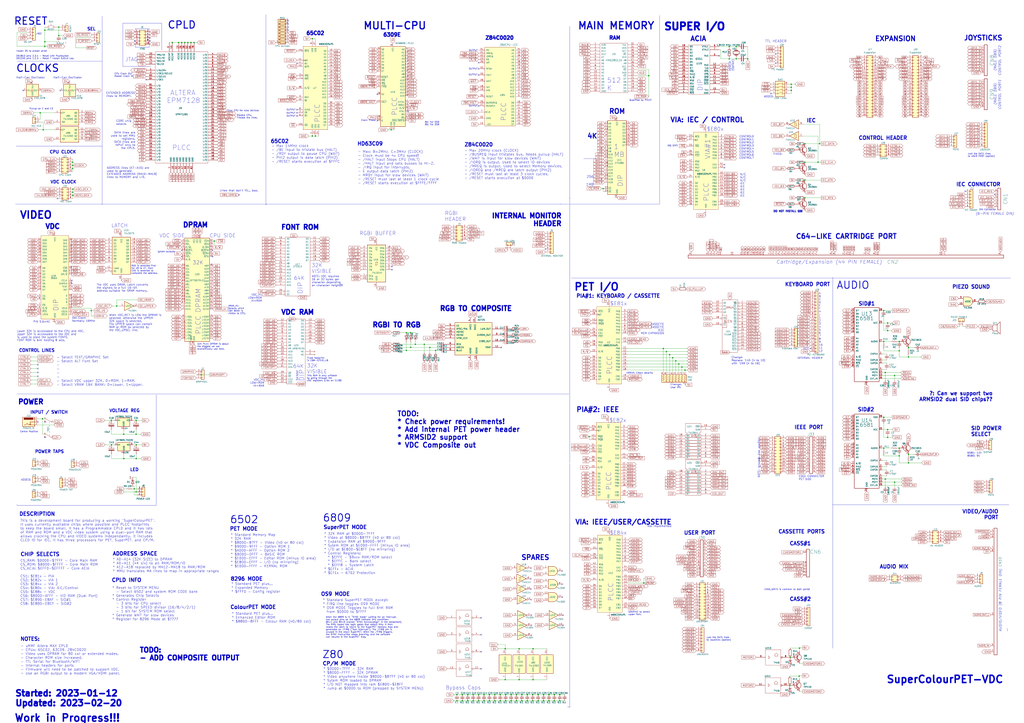
<source format=kicad_sch>
(kicad_sch (version 20230121) (generator eeschema)
  (paper "A1")
  (title_block (title "SuperColourPET") (date "2023-02-24") (company "Steve J. Gray"))
  (lib_symbols
    (symbol "65xx:W65C02SxPL" (pin_names (offset 1.016))
      (property "Reference" "U" (at -10.16 35.56 0))
      (property "Value" "W65C02SxPL" (at 0 0 90))
      (symbol "W65C02SxPL_1_1"
        (pin power_in line (at -2.54 -39.37 90) (length 5.08) (name "VSS") (number "1"))
        (pin tri_state line (at 15.24 30.48 180) (length 5.08) (name "A0") (number "10"))
        (pin tri_state line (at 15.24 27.94 180) (length 5.08) (name "A1") (number "11"))
        (pin no_connect non_logic (at -10.16 -25.4 0) (length 2.54) hide (name "nc") (number "12"))
        (pin tri_state line (at 15.24 25.4 180) (length 5.08) (name "A2") (number "13"))
        (pin tri_state line (at 15.24 22.86 180) (length 5.08) (name "A3") (number "14"))
        (pin tri_state line (at 15.24 20.32 180) (length 5.08) (name "A4") (number "15"))
        (pin tri_state line (at 15.24 17.78 180) (length 5.08) (name "A5") (number "16"))
        (pin tri_state line (at 15.24 15.24 180) (length 5.08) (name "A6") (number "17"))
        (pin tri_state line (at 15.24 12.7 180) (length 5.08) (name "A7") (number "18"))
        (pin tri_state line (at 15.24 10.16 180) (length 5.08) (name "A8") (number "19"))
        (pin output output_low (at -15.24 -20.32 0) (length 5.08) (name "~{VP}") (number "2"))
        (pin tri_state line (at 15.24 7.62 180) (length 5.08) (name "A9") (number "20"))
        (pin tri_state line (at 15.24 5.08 180) (length 5.08) (name "A10") (number "21"))
        (pin tri_state line (at 15.24 2.54 180) (length 5.08) (name "A11") (number "22"))
        (pin power_in line (at 0 -39.37 90) (length 5.08) (name "VSS") (number "23"))
        (pin power_in line (at 2.54 -39.37 90) (length 5.08) (name "VSS") (number "24"))
        (pin tri_state line (at 15.24 0 180) (length 5.08) (name "A12") (number "25"))
        (pin tri_state line (at 15.24 -2.54 180) (length 5.08) (name "A13") (number "26"))
        (pin tri_state line (at 15.24 -5.08 180) (length 5.08) (name "A14") (number "27"))
        (pin tri_state line (at 15.24 -7.62 180) (length 5.08) (name "A15") (number "28"))
        (pin bidirectional line (at 15.24 -30.48 180) (length 5.08) (name "D7") (number "29"))
        (pin open_collector line (at -15.24 -7.62 0) (length 5.08) (name "RDY") (number "3"))
        (pin bidirectional line (at 15.24 -27.94 180) (length 5.08) (name "D6") (number "30"))
        (pin bidirectional line (at 15.24 -25.4 180) (length 5.08) (name "D5") (number "31"))
        (pin bidirectional line (at 15.24 -22.86 180) (length 5.08) (name "D4") (number "32"))
        (pin bidirectional line (at 15.24 -20.32 180) (length 5.08) (name "D3") (number "33"))
        (pin bidirectional line (at 15.24 -17.78 180) (length 5.08) (name "D2") (number "34"))
        (pin bidirectional line (at 15.24 -15.24 180) (length 5.08) (name "D1") (number "35"))
        (pin bidirectional line (at 15.24 -12.7 180) (length 5.08) (name "D0") (number "36"))
        (pin power_in line (at 0 39.37 270) (length 5.08) (name "VDD") (number "37"))
        (pin tri_state line (at -15.24 0 0) (length 5.08) (name "R/~{W}") (number "38"))
        (pin no_connect non_logic (at -10.16 -27.94 0) (length 2.54) hide (name "nc") (number "39"))
        (pin output line (at -15.24 20.32 0) (length 5.08) (name "ϕ1") (number "4"))
        (pin input line (at -15.24 -10.16 0) (length 5.08) (name "BE") (number "40"))
        (pin input clock (at -15.24 22.86 0) (length 5.08) (name "ϕ0") (number "41"))
        (pin input input_low (at -15.24 -30.48 0) (length 5.08) (name "~{SO}") (number "42"))
        (pin output line (at -15.24 17.78 0) (length 5.08) (name "ϕ2O") (number "43"))
        (pin input input_low (at -15.24 30.48 0) (length 5.08) (name "~{RES}") (number "44"))
        (pin input input_low (at -15.24 10.16 0) (length 5.08) (name "~{IRQ}") (number "5"))
        (pin output output_low (at -15.24 -22.86 0) (length 5.08) (name "~{ML}") (number "6"))
        (pin input input_low (at -15.24 7.62 0) (length 5.08) (name "~{NMI}") (number "7"))
        (pin output line (at -15.24 -17.78 0) (length 5.08) (name "SYNC") (number "8"))
        (pin power_in line (at -2.54 39.37 270) (length 5.08) (name "VDD") (number "9"))
      )
    )
    (symbol "65xx:W65C21NxPL" (pin_names (offset 1.016))
      (property "Reference" "U" (at -10.16 33.02 0))
      (property "Value" "W65C21NxPL" (at 0 0 90))
      (symbol "W65C21NxPL_1_1"
        (pin power_in line (at 0 -36.83 90) (length 5.08) (name "VSS") (number "1"))
        (pin bidirectional line (at 15.24 10.16 180) (length 5.08) (name "PA7") (number "10"))
        (pin bidirectional line (at 15.24 -2.54 180) (length 5.08) (name "PB0") (number "11"))
        (pin bidirectional line (at 15.24 -5.08 180) (length 5.08) (name "PB1") (number "12"))
        (pin bidirectional line (at 15.24 -7.62 180) (length 5.08) (name "PB2") (number "13"))
        (pin bidirectional line (at 15.24 -10.16 180) (length 5.08) (name "PB3") (number "14"))
        (pin bidirectional line (at 15.24 -12.7 180) (length 5.08) (name "PB4") (number "15"))
        (pin bidirectional line (at 15.24 -15.24 180) (length 5.08) (name "PB5") (number "16"))
        (pin bidirectional line (at 15.24 -17.78 180) (length 5.08) (name "PB6") (number "17"))
        (pin bidirectional line (at 15.24 -20.32 180) (length 5.08) (name "PB7") (number "18"))
        (pin input line (at 15.24 -25.4 180) (length 5.08) (name "CB1") (number "19"))
        (pin no_connect non_logic (at -10.16 22.86 0) (length 2.54) hide (name "nc") (number "2"))
        (pin bidirectional line (at 15.24 -27.94 180) (length 5.08) (name "CB2") (number "20"))
        (pin power_in line (at 0 36.83 270) (length 5.08) (name "VCC") (number "21"))
        (pin no_connect non_logic (at -10.16 15.24 0) (length 2.54) hide (name "nc") (number "22"))
        (pin input line (at -15.24 -5.08 0) (length 5.08) (name "R/~{W}") (number "23"))
        (pin input line (at -15.24 12.7 0) (length 5.08) (name "CS0") (number "24"))
        (pin input input_low (at -15.24 7.62 0) (length 5.08) (name "~{CS2}") (number "25"))
        (pin input line (at -15.24 10.16 0) (length 5.08) (name "CS1") (number "26"))
        (pin no_connect non_logic (at -10.16 5.08 0) (length 2.54) hide (name "nc") (number "27"))
        (pin input clock (at -15.24 25.4 0) (length 5.08) (name "ϕ2") (number "28"))
        (pin bidirectional line (at -15.24 -27.94 0) (length 5.08) (name "D7") (number "29"))
        (pin bidirectional line (at 15.24 27.94 180) (length 5.08) (name "PA0") (number "3"))
        (pin bidirectional line (at -15.24 -25.4 0) (length 5.08) (name "D6") (number "30"))
        (pin bidirectional line (at -15.24 -22.86 0) (length 5.08) (name "D5") (number "31"))
        (pin bidirectional line (at -15.24 -20.32 0) (length 5.08) (name "D4") (number "32"))
        (pin bidirectional line (at -15.24 -17.78 0) (length 5.08) (name "D3") (number "33"))
        (pin bidirectional line (at -15.24 -15.24 0) (length 5.08) (name "D2") (number "34"))
        (pin bidirectional line (at -15.24 -12.7 0) (length 5.08) (name "D1") (number "35"))
        (pin bidirectional line (at -15.24 -10.16 0) (length 5.08) (name "D0") (number "36"))
        (pin input input_low (at -15.24 27.94 0) (length 5.08) (name "~{RES}") (number "37"))
        (pin input line (at -15.24 0 0) (length 5.08) (name "RS1") (number "38"))
        (pin input line (at -15.24 2.54 0) (length 5.08) (name "RS0") (number "39"))
        (pin bidirectional line (at 15.24 25.4 180) (length 5.08) (name "PA1") (number "4"))
        (pin no_connect non_logic (at -10.16 -2.54 0) (length 2.54) hide (name "nc") (number "40"))
        (pin open_collector output_low (at -15.24 17.78 0) (length 5.08) (name "~{IRQB}") (number "41"))
        (pin open_collector output_low (at -15.24 20.32 0) (length 5.08) (name "~{IRQA}") (number "42"))
        (pin bidirectional line (at 15.24 2.54 180) (length 5.08) (name "CA2") (number "43"))
        (pin input line (at 15.24 5.08 180) (length 5.08) (name "CA1") (number "44"))
        (pin bidirectional line (at 15.24 22.86 180) (length 5.08) (name "PA2") (number "5"))
        (pin bidirectional line (at 15.24 20.32 180) (length 5.08) (name "PA3") (number "6"))
        (pin bidirectional line (at 15.24 17.78 180) (length 5.08) (name "PA4") (number "7"))
        (pin bidirectional line (at 15.24 15.24 180) (length 5.08) (name "PA5") (number "8"))
        (pin bidirectional line (at 15.24 12.7 180) (length 5.08) (name "PA6") (number "9"))
      )
    )
    (symbol "65xx:W65C22NxPL" (pin_names (offset 1.016))
      (property "Reference" "U" (at -10.16 33.02 0))
      (property "Value" "W65C22NxPL" (at 0 0 90))
      (symbol "W65C22NxPL_1_1"
        (pin power_in line (at 0 -36.83 90) (length 5.08) (name "VSS") (number "1"))
        (pin bidirectional line (at 15.24 -2.54 180) (length 5.08) (name "PB0") (number "10"))
        (pin no_connect non_logic (at -10.16 22.86 0) (length 2.54) hide (name "nc") (number "11"))
        (pin bidirectional line (at 15.24 -5.08 180) (length 5.08) (name "PB1") (number "12"))
        (pin bidirectional line (at 15.24 -7.62 180) (length 5.08) (name "PB2") (number "13"))
        (pin bidirectional line (at 15.24 -10.16 180) (length 5.08) (name "PB3") (number "14"))
        (pin bidirectional line (at 15.24 -12.7 180) (length 5.08) (name "PB4") (number "15"))
        (pin bidirectional line (at 15.24 -15.24 180) (length 5.08) (name "PB5") (number "16"))
        (pin bidirectional line (at 15.24 -17.78 180) (length 5.08) (name "PB6") (number "17"))
        (pin bidirectional line (at 15.24 -20.32 180) (length 5.08) (name "PB7") (number "18"))
        (pin input line (at 15.24 -25.4 180) (length 5.08) (name "CB1") (number "19"))
        (pin bidirectional line (at 15.24 27.94 180) (length 5.08) (name "PA0") (number "2"))
        (pin bidirectional line (at 15.24 -27.94 180) (length 5.08) (name "CB2") (number "20"))
        (pin power_in line (at 0 36.83 270) (length 5.08) (name "VDD") (number "21"))
        (pin no_connect non_logic (at -10.16 17.78 0) (length 2.54) hide (name "nc") (number "22"))
        (pin open_collector output_low (at -15.24 20.32 0) (length 5.08) (name "~{IRQ}") (number "23"))
        (pin input line (at -15.24 -5.08 0) (length 5.08) (name "R/~{W}") (number "24"))
        (pin input input_low (at -15.24 12.7 0) (length 5.08) (name "~{CS2}") (number "25"))
        (pin input line (at -15.24 15.24 0) (length 5.08) (name "CS1") (number "26"))
        (pin input clock (at -15.24 25.4 0) (length 5.08) (name "ϕ2") (number "27"))
        (pin bidirectional line (at -15.24 -27.94 0) (length 5.08) (name "D7") (number "28"))
        (pin bidirectional line (at -15.24 -25.4 0) (length 5.08) (name "D6") (number "29"))
        (pin bidirectional line (at 15.24 25.4 180) (length 5.08) (name "PA1") (number "3"))
        (pin bidirectional line (at -15.24 -22.86 0) (length 5.08) (name "D5") (number "30"))
        (pin bidirectional line (at -15.24 -20.32 0) (length 5.08) (name "D4") (number "31"))
        (pin bidirectional line (at -15.24 -17.78 0) (length 5.08) (name "D3") (number "32"))
        (pin no_connect non_logic (at -10.16 10.16 0) (length 2.54) hide (name "nc") (number "33"))
        (pin bidirectional line (at -15.24 -15.24 0) (length 5.08) (name "D2") (number "34"))
        (pin bidirectional line (at -15.24 -12.7 0) (length 5.08) (name "D1") (number "35"))
        (pin bidirectional line (at -15.24 -10.16 0) (length 5.08) (name "D0") (number "36"))
        (pin input input_low (at -15.24 27.94 0) (length 5.08) (name "~{RES}") (number "37"))
        (pin no_connect non_logic (at -10.16 -2.54 0) (length 2.54) hide (name "nc") (number "38"))
        (pin input line (at -15.24 0 0) (length 5.08) (name "RS3") (number "39"))
        (pin bidirectional line (at 15.24 22.86 180) (length 5.08) (name "PA2") (number "4"))
        (pin input line (at -15.24 2.54 0) (length 5.08) (name "RS2") (number "40"))
        (pin input line (at -15.24 5.08 0) (length 5.08) (name "RS1") (number "41"))
        (pin input line (at -15.24 7.62 0) (length 5.08) (name "RS0") (number "42"))
        (pin bidirectional line (at 15.24 2.54 180) (length 5.08) (name "CA2") (number "43"))
        (pin input line (at 15.24 5.08 180) (length 5.08) (name "CA1") (number "44"))
        (pin bidirectional line (at 15.24 20.32 180) (length 5.08) (name "PA3") (number "5"))
        (pin bidirectional line (at 15.24 17.78 180) (length 5.08) (name "PA4") (number "6"))
        (pin bidirectional line (at 15.24 15.24 180) (length 5.08) (name "PA5") (number "7"))
        (pin bidirectional line (at 15.24 12.7 180) (length 5.08) (name "PA6") (number "8"))
        (pin bidirectional line (at 15.24 10.16 180) (length 5.08) (name "PA7") (number "9"))
      )
    )
    (symbol "74xx:74HC14" (pin_names (offset 1.016))
      (property "Reference" "U" (at 0 1.27 0))
      (property "Value" "74HC14" (at 0 -1.27 0))
      (symbol "74HC14_1_0"
        (pin input line (at -7.62 0 0) (length 3.81) (name "~") (number "1"))
        (pin output inverted (at 7.62 0 180) (length 3.81) (name "~") (number "2"))
      )
      (symbol "74HC14_2_0"
        (pin input line (at -7.62 0 0) (length 3.81) (name "~") (number "3"))
        (pin output inverted (at 7.62 0 180) (length 3.81) (name "~") (number "4"))
      )
      (symbol "74HC14_3_0"
        (pin input line (at -7.62 0 0) (length 3.81) (name "~") (number "5"))
        (pin output inverted (at 7.62 0 180) (length 3.81) (name "~") (number "6"))
      )
      (symbol "74HC14_4_0"
        (pin output inverted (at 7.62 0 180) (length 3.81) (name "~") (number "8"))
        (pin input line (at -7.62 0 0) (length 3.81) (name "~") (number "9"))
      )
      (symbol "74HC14_5_0"
        (pin output inverted (at 7.62 0 180) (length 3.81) (name "~") (number "10"))
        (pin input line (at -7.62 0 0) (length 3.81) (name "~") (number "11"))
      )
      (symbol "74HC14_6_0"
        (pin output inverted (at 7.62 0 180) (length 3.81) (name "~") (number "12"))
        (pin input line (at -7.62 0 0) (length 3.81) (name "~") (number "13"))
      )
      (symbol "74HC14_7_0"
        (pin power_in line (at 0 12.7 270) (length 5.08) (name "VCC") (number "14"))
        (pin power_in line (at 0 -12.7 90) (length 5.08) (name "GND") (number "7"))
      )
    )
    (symbol "74xx:74LS00" (pin_names (offset 1.016))
      (property "Reference" "U" (at 0 1.27 0))
      (property "Value" "74LS00" (at 0 -1.27 0))
      (symbol "74LS00_1_1"
        (pin input line (at -7.62 2.54 0) (length 3.81) (name "~") (number "1"))
        (pin input line (at -7.62 -2.54 0) (length 3.81) (name "~") (number "2"))
        (pin output inverted (at 7.62 0 180) (length 3.81) (name "~") (number "3"))
      )
      (symbol "74LS00_1_2"
        (pin input inverted (at -7.62 2.54 0) (length 4.318) (name "~") (number "1"))
        (pin input inverted (at -7.62 -2.54 0) (length 4.318) (name "~") (number "2"))
        (pin output line (at 7.62 0 180) (length 3.81) (name "~") (number "3"))
      )
      (symbol "74LS00_2_1"
        (pin input line (at -7.62 2.54 0) (length 3.81) (name "~") (number "4"))
        (pin input line (at -7.62 -2.54 0) (length 3.81) (name "~") (number "5"))
        (pin output inverted (at 7.62 0 180) (length 3.81) (name "~") (number "6"))
      )
      (symbol "74LS00_2_2"
        (pin input inverted (at -7.62 2.54 0) (length 4.318) (name "~") (number "4"))
        (pin input inverted (at -7.62 -2.54 0) (length 4.318) (name "~") (number "5"))
        (pin output line (at 7.62 0 180) (length 3.81) (name "~") (number "6"))
      )
      (symbol "74LS00_3_1"
        (pin input line (at -7.62 -2.54 0) (length 3.81) (name "~") (number "10"))
        (pin output inverted (at 7.62 0 180) (length 3.81) (name "~") (number "8"))
        (pin input line (at -7.62 2.54 0) (length 3.81) (name "~") (number "9"))
      )
      (symbol "74LS00_3_2"
        (pin input inverted (at -7.62 -2.54 0) (length 4.318) (name "~") (number "10"))
        (pin output line (at 7.62 0 180) (length 3.81) (name "~") (number "8"))
        (pin input inverted (at -7.62 2.54 0) (length 4.318) (name "~") (number "9"))
      )
      (symbol "74LS00_4_1"
        (pin output inverted (at 7.62 0 180) (length 3.81) (name "~") (number "11"))
        (pin input line (at -7.62 2.54 0) (length 3.81) (name "~") (number "12"))
        (pin input line (at -7.62 -2.54 0) (length 3.81) (name "~") (number "13"))
      )
      (symbol "74LS00_4_2"
        (pin output line (at 7.62 0 180) (length 3.81) (name "~") (number "11"))
        (pin input inverted (at -7.62 2.54 0) (length 4.318) (name "~") (number "12"))
        (pin input inverted (at -7.62 -2.54 0) (length 4.318) (name "~") (number "13"))
      )
      (symbol "74LS00_5_0"
        (pin power_in line (at 0 12.7 270) (length 5.08) (name "VCC") (number "14"))
        (pin power_in line (at 0 -12.7 90) (length 5.08) (name "GND") (number "7"))
      )
    )
    (symbol "74xx:74LS04"
      (property "Reference" "U" (at 0 1.27 0))
      (property "Value" "74LS04" (at 0 -1.27 0))
      (symbol "74LS04_1_0"
        (pin input line (at -7.62 0 0) (length 3.81) (name "~") (number "1"))
        (pin output inverted (at 7.62 0 180) (length 3.81) (name "~") (number "2"))
      )
      (symbol "74LS04_2_0"
        (pin input line (at -7.62 0 0) (length 3.81) (name "~") (number "3"))
        (pin output inverted (at 7.62 0 180) (length 3.81) (name "~") (number "4"))
      )
      (symbol "74LS04_3_0"
        (pin input line (at -7.62 0 0) (length 3.81) (name "~") (number "5"))
        (pin output inverted (at 7.62 0 180) (length 3.81) (name "~") (number "6"))
      )
      (symbol "74LS04_4_0"
        (pin output inverted (at 7.62 0 180) (length 3.81) (name "~") (number "8"))
        (pin input line (at -7.62 0 0) (length 3.81) (name "~") (number "9"))
      )
      (symbol "74LS04_5_0"
        (pin output inverted (at 7.62 0 180) (length 3.81) (name "~") (number "10"))
        (pin input line (at -7.62 0 0) (length 3.81) (name "~") (number "11"))
      )
      (symbol "74LS04_6_0"
        (pin output inverted (at 7.62 0 180) (length 3.81) (name "~") (number "12"))
        (pin input line (at -7.62 0 0) (length 3.81) (name "~") (number "13"))
      )
      (symbol "74LS04_7_0"
        (pin power_in line (at 0 12.7 270) (length 5.08) (name "VCC") (number "14"))
        (pin power_in line (at 0 -12.7 90) (length 5.08) (name "GND") (number "7"))
      )
    )
    (symbol "74xx:74LS244" (pin_names (offset 1.016))
      (property "Reference" "U" (at -7.62 16.51 0))
      (property "Value" "74LS244" (at -7.62 -16.51 0))
      (symbol "74LS244_1_0"
        (pin input inverted (at -12.7 -10.16 0) (length 5.08) (name "OEa") (number "1"))
        (pin power_in line (at 0 -20.32 90) (length 5.08) (name "GND") (number "10"))
        (pin input line (at -12.7 2.54 0) (length 5.08) (name "I0b") (number "11"))
        (pin tri_state line (at 12.7 5.08 180) (length 5.08) (name "O3a") (number "12"))
        (pin input line (at -12.7 0 0) (length 5.08) (name "I1b") (number "13"))
        (pin tri_state line (at 12.7 7.62 180) (length 5.08) (name "O2a") (number "14"))
        (pin input line (at -12.7 -2.54 0) (length 5.08) (name "I2b") (number "15"))
        (pin tri_state line (at 12.7 10.16 180) (length 5.08) (name "O1a") (number "16"))
        (pin input line (at -12.7 -5.08 0) (length 5.08) (name "I3b") (number "17"))
        (pin tri_state line (at 12.7 12.7 180) (length 5.08) (name "O0a") (number "18"))
        (pin input inverted (at -12.7 -12.7 0) (length 5.08) (name "OEb") (number "19"))
        (pin input line (at -12.7 12.7 0) (length 5.08) (name "I0a") (number "2"))
        (pin power_in line (at 0 20.32 270) (length 5.08) (name "VCC") (number "20"))
        (pin tri_state line (at 12.7 -5.08 180) (length 5.08) (name "O3b") (number "3"))
        (pin input line (at -12.7 10.16 0) (length 5.08) (name "I1a") (number "4"))
        (pin tri_state line (at 12.7 -2.54 180) (length 5.08) (name "O2b") (number "5"))
        (pin input line (at -12.7 7.62 0) (length 5.08) (name "I2a") (number "6"))
        (pin tri_state line (at 12.7 0 180) (length 5.08) (name "O1b") (number "7"))
        (pin input line (at -12.7 5.08 0) (length 5.08) (name "I3a") (number "8"))
        (pin tri_state line (at 12.7 2.54 180) (length 5.08) (name "O0b") (number "9"))
      )
    )
    (symbol "74xx:74LS393" (pin_names (offset 1.016))
      (property "Reference" "U" (at -7.62 8.89 0))
      (property "Value" "74LS393" (at -7.62 -8.89 0))
      (symbol "74LS393_1_0"
        (pin input clock (at -12.7 2.54 0) (length 5.08) (name "CP") (number "1"))
        (pin input line (at -12.7 -5.08 0) (length 5.08) (name "MR") (number "2"))
        (pin output line (at 12.7 2.54 180) (length 5.08) (name "Q0") (number "3"))
        (pin output line (at 12.7 0 180) (length 5.08) (name "Q1") (number "4"))
        (pin output line (at 12.7 -2.54 180) (length 5.08) (name "Q2") (number "5"))
        (pin output line (at 12.7 -5.08 180) (length 5.08) (name "Q3") (number "6"))
      )
      (symbol "74LS393_2_0"
        (pin output line (at 12.7 0 180) (length 5.08) (name "Q1") (number "10"))
        (pin output line (at 12.7 2.54 180) (length 5.08) (name "Q0") (number "11"))
        (pin input line (at -12.7 -5.08 0) (length 5.08) (name "MR") (number "12"))
        (pin input clock (at -12.7 2.54 0) (length 5.08) (name "CP") (number "13"))
        (pin output line (at 12.7 -5.08 180) (length 5.08) (name "Q3") (number "8"))
        (pin output line (at 12.7 -2.54 180) (length 5.08) (name "Q2") (number "9"))
      )
      (symbol "74LS393_3_0"
        (pin power_in line (at 0 12.7 270) (length 5.08) (name "VCC") (number "14"))
        (pin power_in line (at 0 -12.7 90) (length 5.08) (name "GND") (number "7"))
      )
    )
    (symbol "74xx:74LS573" (pin_names (offset 1.016))
      (property "Reference" "U" (at -7.62 16.51 0))
      (property "Value" "74LS573" (at -7.62 -16.51 0))
      (symbol "74LS573_1_0"
        (pin input inverted (at -12.7 -12.7 0) (length 5.08) (name "OE") (number "1"))
        (pin power_in line (at 0 -20.32 90) (length 5.08) (name "GND") (number "10"))
        (pin input line (at -12.7 -10.16 0) (length 5.08) (name "Load") (number "11"))
        (pin tri_state line (at 12.7 -5.08 180) (length 5.08) (name "Q7") (number "12"))
        (pin tri_state line (at 12.7 -2.54 180) (length 5.08) (name "Q6") (number "13"))
        (pin tri_state line (at 12.7 0 180) (length 5.08) (name "Q5") (number "14"))
        (pin tri_state line (at 12.7 2.54 180) (length 5.08) (name "Q4") (number "15"))
        (pin tri_state line (at 12.7 5.08 180) (length 5.08) (name "Q3") (number "16"))
        (pin tri_state line (at 12.7 7.62 180) (length 5.08) (name "Q2") (number "17"))
        (pin tri_state line (at 12.7 10.16 180) (length 5.08) (name "Q1") (number "18"))
        (pin tri_state line (at 12.7 12.7 180) (length 5.08) (name "Q0") (number "19"))
        (pin input line (at -12.7 12.7 0) (length 5.08) (name "D0") (number "2"))
        (pin power_in line (at 0 20.32 270) (length 5.08) (name "VCC") (number "20"))
        (pin input line (at -12.7 10.16 0) (length 5.08) (name "D1") (number "3"))
        (pin input line (at -12.7 7.62 0) (length 5.08) (name "D2") (number "4"))
        (pin input line (at -12.7 5.08 0) (length 5.08) (name "D3") (number "5"))
        (pin input line (at -12.7 2.54 0) (length 5.08) (name "D4") (number "6"))
        (pin input line (at -12.7 0 0) (length 5.08) (name "D5") (number "7"))
        (pin input line (at -12.7 -2.54 0) (length 5.08) (name "D6") (number "8"))
        (pin input line (at -12.7 -5.08 0) (length 5.08) (name "D7") (number "9"))
      )
    )
    (symbol "74xx_IEEE:74159" (pin_names (offset 0.762))
      (property "Reference" "U" (at 6.35 25.4 0))
      (property "Value" "74159" (at 7.62 -21.59 0))
      (symbol "74159_0_0"
        (text "&" (at -3.81 5.08 0) (effects (font (size 2.032 2.032))))
        (text "DMUX" (at 0 16.51 0) (effects (font (size 1.524 1.524))))
        (text "EN" (at 0 5.08 0) (effects (font (size 2.032 2.032))))
        (pin power_in line (at 0 -20.32 90) (length 0) hide (name "GND") (number "12"))
        (pin power_in line (at 0 22.86 270) (length 0) hide (name "VCC") (number "24"))
      )
      (symbol "74159_1_1"
        (pin open_collector inverted (at 13.97 20.32 180) (length 7.62) (name "~{S0}") (number "1"))
        (pin open_collector inverted (at 13.97 -2.54 180) (length 7.62) (name "~{S9}") (number "10"))
        (pin open_collector inverted (at 13.97 -5.08 180) (length 7.62) (name "~{S10}") (number "11"))
        (pin open_collector inverted (at 13.97 -7.62 180) (length 7.62) (name "~{S11}") (number "13"))
        (pin open_collector inverted (at 13.97 -10.16 180) (length 7.62) (name "~{S12}") (number "14"))
        (pin open_collector inverted (at 13.97 -12.7 180) (length 7.62) (name "~{S13}") (number "15"))
        (pin open_collector inverted (at 13.97 -15.24 180) (length 7.62) (name "~{S14}") (number "16"))
        (pin open_collector inverted (at 13.97 -17.78 180) (length 7.62) (name "~{S15}") (number "17"))
        (pin input inverted (at -13.97 7.62 0) (length 7.62) (name "~{E0}") (number "18"))
        (pin input inverted (at -13.97 2.54 0) (length 7.62) (name "~{E1}") (number "19"))
        (pin open_collector inverted (at 13.97 17.78 180) (length 7.62) (name "~{S1}") (number "2"))
        (pin input line (at -13.97 12.7 0) (length 7.62) (name "A3") (number "20"))
        (pin input line (at -13.97 15.24 0) (length 7.62) (name "A2") (number "21"))
        (pin input line (at -13.97 17.78 0) (length 7.62) (name "A1") (number "22"))
        (pin input line (at -13.97 20.32 0) (length 7.62) (name "A0") (number "23"))
        (pin open_collector inverted (at 13.97 15.24 180) (length 7.62) (name "~{S2}") (number "3"))
        (pin open_collector inverted (at 13.97 12.7 180) (length 7.62) (name "~{S3}") (number "4"))
        (pin open_collector inverted (at 13.97 10.16 180) (length 7.62) (name "~{S4}") (number "5"))
        (pin open_collector inverted (at 13.97 7.62 180) (length 7.62) (name "~{S5}") (number "6"))
        (pin open_collector inverted (at 13.97 5.08 180) (length 7.62) (name "~{S6}") (number "7"))
        (pin open_collector inverted (at 13.97 2.54 180) (length 7.62) (name "~{S7}") (number "8"))
        (pin open_collector inverted (at 13.97 0 180) (length 7.62) (name "~{S8}") (number "9"))
      )
    )
    (symbol "74xx_IEEE:7416" (pin_names (offset 0.762))
      (property "Reference" "U" (at 3.81 7.62 0))
      (property "Value" "7416" (at 6.35 -8.89 0))
      (symbol "7416_0_1"
        (pin power_in line (at 0 6.35 270) (length 0) hide (name "Vcc") (number "14"))
        (pin power_in line (at 0 -6.35 90) (length 0) hide (name "Gnd") (number "7"))
      )
      (symbol "7416_1_1"
        (pin input line (at -13.97 0 0) (length 7.62) (name "~") (number "1"))
        (pin open_collector inverted (at 13.97 0 180) (length 7.62) (name "~") (number "2"))
      )
      (symbol "7416_2_1"
        (pin input line (at -13.97 0 0) (length 7.62) (name "~") (number "3"))
        (pin open_collector inverted (at 13.97 0 180) (length 7.62) (name "~") (number "4"))
      )
      (symbol "7416_3_1"
        (pin input line (at -13.97 0 0) (length 7.62) (name "~") (number "5"))
        (pin open_collector inverted (at 13.97 0 180) (length 7.62) (name "~") (number "6"))
      )
      (symbol "7416_4_1"
        (pin open_collector inverted (at 13.97 0 180) (length 7.62) (name "~") (number "8"))
        (pin input line (at -13.97 0 0) (length 7.62) (name "~") (number "9"))
      )
      (symbol "7416_5_1"
        (pin open_collector inverted (at 13.97 0 180) (length 7.62) (name "~") (number "10"))
        (pin input line (at -13.97 0 0) (length 7.62) (name "~") (number "11"))
      )
      (symbol "7416_6_1"
        (pin open_collector inverted (at 13.97 0 180) (length 7.62) (name "~") (number "12"))
        (pin input line (at -13.97 0 0) (length 7.62) (name "~") (number "13"))
      )
    )
    (symbol "74xx_IEEE:74LS641" (pin_names (offset 0.762))
      (property "Reference" "U" (at 7.62 12.7 0))
      (property "Value" "74LS641" (at 2.54 -15.24 0))
      (symbol "74LS641_0_0"
        (pin power_in line (at 1.27 16.51 270) (length 0) hide (name "GND") (number "10"))
        (pin power_in line (at 5.08 16.51 270) (length 0) hide (name "VCC") (number "20"))
      )
      (symbol "74LS641_1_1"
        (pin input line (at -13.97 11.43 0) (length 7.62) (name "GAB") (number "1"))
        (pin tri_state line (at 13.97 -11.43 180) (length 7.62) (name "B7") (number "11"))
        (pin tri_state line (at 13.97 -8.89 180) (length 7.62) (name "B6") (number "12"))
        (pin tri_state line (at 13.97 -6.35 180) (length 7.62) (name "B5") (number "13"))
        (pin tri_state line (at 13.97 -3.81 180) (length 7.62) (name "B4") (number "14"))
        (pin tri_state line (at 13.97 -1.27 180) (length 7.62) (name "B3") (number "15"))
        (pin tri_state line (at 13.97 1.27 180) (length 7.62) (name "B2") (number "16"))
        (pin tri_state line (at 13.97 3.81 180) (length 7.62) (name "B1") (number "17"))
        (pin tri_state line (at 13.97 6.35 180) (length 7.62) (name "B0") (number "18"))
        (pin input inverted (at -13.97 13.97 0) (length 7.62) (name "~{GBA}") (number "19"))
        (pin tri_state line (at -13.97 6.35 0) (length 7.62) (name "A0") (number "2"))
        (pin tri_state line (at -13.97 3.81 0) (length 7.62) (name "A1") (number "3"))
        (pin tri_state line (at -13.97 1.27 0) (length 7.62) (name "A2") (number "4"))
        (pin tri_state line (at -13.97 -1.27 0) (length 7.62) (name "A3") (number "5"))
        (pin tri_state line (at -13.97 -3.81 0) (length 7.62) (name "A4") (number "6"))
        (pin tri_state line (at -13.97 -6.35 0) (length 7.62) (name "A5") (number "7"))
        (pin tri_state line (at -13.97 -8.89 0) (length 7.62) (name "A6") (number "8"))
        (pin tri_state line (at -13.97 -11.43 0) (length 7.62) (name "A7") (number "9"))
      )
    )
    (symbol "Connector:Barrel_Jack_Switch" (pin_names hide)
      (property "Reference" "J" (at 0 5.334 0))
      (property "Value" "Barrel_Jack_Switch" (at 0 -5.08 0))
      (symbol "Barrel_Jack_Switch_1_1"
        (pin passive line (at 7.62 2.54 180) (length 2.54) (name "~") (number "1"))
        (pin passive line (at 7.62 -2.54 180) (length 2.54) (name "~") (number "2"))
        (pin passive line (at 7.62 0 180) (length 2.54) (name "~") (number "3"))
      )
    )
    (symbol "Connector_Generic:Conn_01x02" (pin_names (offset 1.016) hide)
      (property "Reference" "J" (at 0 2.54 0))
      (property "Value" "Conn_01x02" (at 0 -5.08 0))
      (symbol "Conn_01x02_1_1"
        (pin passive line (at -5.08 0 0) (length 3.81) (name "Pin_1") (number "1"))
        (pin passive line (at -5.08 -2.54 0) (length 3.81) (name "Pin_2") (number "2"))
      )
    )
    (symbol "Connector_Generic:Conn_01x03" (pin_names (offset 1.016) hide)
      (property "Reference" "J" (at 0 5.08 0))
      (property "Value" "Conn_01x03" (at 0 -5.08 0))
      (symbol "Conn_01x03_1_1"
        (pin passive line (at -5.08 2.54 0) (length 3.81) (name "Pin_1") (number "1"))
        (pin passive line (at -5.08 0 0) (length 3.81) (name "Pin_2") (number "2"))
        (pin passive line (at -5.08 -2.54 0) (length 3.81) (name "Pin_3") (number "3"))
      )
    )
    (symbol "Connector_Generic:Conn_01x04" (pin_names (offset 1.016) hide)
      (property "Reference" "J" (at 0 5.08 0))
      (property "Value" "Conn_01x04" (at 0 -7.62 0))
      (symbol "Conn_01x04_1_1"
        (pin passive line (at -5.08 2.54 0) (length 3.81) (name "Pin_1") (number "1"))
        (pin passive line (at -5.08 0 0) (length 3.81) (name "Pin_2") (number "2"))
        (pin passive line (at -5.08 -2.54 0) (length 3.81) (name "Pin_3") (number "3"))
        (pin passive line (at -5.08 -5.08 0) (length 3.81) (name "Pin_4") (number "4"))
      )
    )
    (symbol "Connector_Generic:Conn_01x06" (pin_names (offset 1.016) hide)
      (property "Reference" "J" (at 0 7.62 0))
      (property "Value" "Conn_01x06" (at 0 -10.16 0))
      (symbol "Conn_01x06_1_1"
        (pin passive line (at -5.08 5.08 0) (length 3.81) (name "Pin_1") (number "1"))
        (pin passive line (at -5.08 2.54 0) (length 3.81) (name "Pin_2") (number "2"))
        (pin passive line (at -5.08 0 0) (length 3.81) (name "Pin_3") (number "3"))
        (pin passive line (at -5.08 -2.54 0) (length 3.81) (name "Pin_4") (number "4"))
        (pin passive line (at -5.08 -5.08 0) (length 3.81) (name "Pin_5") (number "5"))
        (pin passive line (at -5.08 -7.62 0) (length 3.81) (name "Pin_6") (number "6"))
      )
    )
    (symbol "Connector_Generic:Conn_01x07" (pin_names (offset 1.016) hide)
      (property "Reference" "J" (at 0 10.16 0))
      (property "Value" "Conn_01x07" (at 0 -10.16 0))
      (symbol "Conn_01x07_1_1"
        (pin passive line (at -5.08 7.62 0) (length 3.81) (name "Pin_1") (number "1"))
        (pin passive line (at -5.08 5.08 0) (length 3.81) (name "Pin_2") (number "2"))
        (pin passive line (at -5.08 2.54 0) (length 3.81) (name "Pin_3") (number "3"))
        (pin passive line (at -5.08 0 0) (length 3.81) (name "Pin_4") (number "4"))
        (pin passive line (at -5.08 -2.54 0) (length 3.81) (name "Pin_5") (number "5"))
        (pin passive line (at -5.08 -5.08 0) (length 3.81) (name "Pin_6") (number "6"))
        (pin passive line (at -5.08 -7.62 0) (length 3.81) (name "Pin_7") (number "7"))
      )
    )
    (symbol "Connector_Generic:Conn_01x08" (pin_names (offset 1.016) hide)
      (property "Reference" "J" (at 0 10.16 0))
      (property "Value" "Conn_01x08" (at 0 -12.7 0))
      (symbol "Conn_01x08_1_1"
        (pin passive line (at -5.08 7.62 0) (length 3.81) (name "Pin_1") (number "1"))
        (pin passive line (at -5.08 5.08 0) (length 3.81) (name "Pin_2") (number "2"))
        (pin passive line (at -5.08 2.54 0) (length 3.81) (name "Pin_3") (number "3"))
        (pin passive line (at -5.08 0 0) (length 3.81) (name "Pin_4") (number "4"))
        (pin passive line (at -5.08 -2.54 0) (length 3.81) (name "Pin_5") (number "5"))
        (pin passive line (at -5.08 -5.08 0) (length 3.81) (name "Pin_6") (number "6"))
        (pin passive line (at -5.08 -7.62 0) (length 3.81) (name "Pin_7") (number "7"))
        (pin passive line (at -5.08 -10.16 0) (length 3.81) (name "Pin_8") (number "8"))
      )
    )
    (symbol "Connector_Generic:Conn_01x20" (pin_names (offset 1.016) hide)
      (property "Reference" "J" (at 0 25.4 0))
      (property "Value" "Conn_01x20" (at 0 -27.94 0))
      (symbol "Conn_01x20_1_1"
        (pin passive line (at -5.08 22.86 0) (length 3.81) (name "Pin_1") (number "1"))
        (pin passive line (at -5.08 0 0) (length 3.81) (name "Pin_10") (number "10"))
        (pin passive line (at -5.08 -2.54 0) (length 3.81) (name "Pin_11") (number "11"))
        (pin passive line (at -5.08 -5.08 0) (length 3.81) (name "Pin_12") (number "12"))
        (pin passive line (at -5.08 -7.62 0) (length 3.81) (name "Pin_13") (number "13"))
        (pin passive line (at -5.08 -10.16 0) (length 3.81) (name "Pin_14") (number "14"))
        (pin passive line (at -5.08 -12.7 0) (length 3.81) (name "Pin_15") (number "15"))
        (pin passive line (at -5.08 -15.24 0) (length 3.81) (name "Pin_16") (number "16"))
        (pin passive line (at -5.08 -17.78 0) (length 3.81) (name "Pin_17") (number "17"))
        (pin passive line (at -5.08 -20.32 0) (length 3.81) (name "Pin_18") (number "18"))
        (pin passive line (at -5.08 -22.86 0) (length 3.81) (name "Pin_19") (number "19"))
        (pin passive line (at -5.08 20.32 0) (length 3.81) (name "Pin_2") (number "2"))
        (pin passive line (at -5.08 -25.4 0) (length 3.81) (name "Pin_20") (number "20"))
        (pin passive line (at -5.08 17.78 0) (length 3.81) (name "Pin_3") (number "3"))
        (pin passive line (at -5.08 15.24 0) (length 3.81) (name "Pin_4") (number "4"))
        (pin passive line (at -5.08 12.7 0) (length 3.81) (name "Pin_5") (number "5"))
        (pin passive line (at -5.08 10.16 0) (length 3.81) (name "Pin_6") (number "6"))
        (pin passive line (at -5.08 7.62 0) (length 3.81) (name "Pin_7") (number "7"))
        (pin passive line (at -5.08 5.08 0) (length 3.81) (name "Pin_8") (number "8"))
        (pin passive line (at -5.08 2.54 0) (length 3.81) (name "Pin_9") (number "9"))
      )
    )
    (symbol "Connector_Generic:Conn_02x02_Counter_Clockwise" (pin_names (offset 1.016) hide)
      (property "Reference" "J" (at 1.27 2.54 0))
      (property "Value" "Conn_02x02_Counter_Clockwise" (at 1.27 -5.08 0))
      (symbol "Conn_02x02_Counter_Clockwise_1_1"
        (pin passive line (at -5.08 0 0) (length 3.81) (name "Pin_1") (number "1"))
        (pin passive line (at -5.08 -2.54 0) (length 3.81) (name "Pin_2") (number "2"))
        (pin passive line (at 7.62 -2.54 180) (length 3.81) (name "Pin_3") (number "3"))
        (pin passive line (at 7.62 0 180) (length 3.81) (name "Pin_4") (number "4"))
      )
    )
    (symbol "Connector_Generic:Conn_02x04_Odd_Even" (pin_names (offset 1.016) hide)
      (property "Reference" "J" (at 1.27 5.08 0))
      (property "Value" "Conn_02x04_Odd_Even" (at 1.27 -7.62 0))
      (symbol "Conn_02x04_Odd_Even_1_1"
        (pin passive line (at -5.08 2.54 0) (length 3.81) (name "Pin_1") (number "1"))
        (pin passive line (at 7.62 2.54 180) (length 3.81) (name "Pin_2") (number "2"))
        (pin passive line (at -5.08 0 0) (length 3.81) (name "Pin_3") (number "3"))
        (pin passive line (at 7.62 0 180) (length 3.81) (name "Pin_4") (number "4"))
        (pin passive line (at -5.08 -2.54 0) (length 3.81) (name "Pin_5") (number "5"))
        (pin passive line (at 7.62 -2.54 180) (length 3.81) (name "Pin_6") (number "6"))
        (pin passive line (at -5.08 -5.08 0) (length 3.81) (name "Pin_7") (number "7"))
        (pin passive line (at 7.62 -5.08 180) (length 3.81) (name "Pin_8") (number "8"))
      )
    )
    (symbol "Connector_Generic:Conn_02x05_Odd_Even" (pin_names (offset 1.016) hide)
      (property "Reference" "J" (at 1.27 7.62 0))
      (property "Value" "Conn_02x05_Odd_Even" (at 1.27 -7.62 0))
      (symbol "Conn_02x05_Odd_Even_1_1"
        (pin passive line (at -5.08 5.08 0) (length 3.81) (name "Pin_1") (number "1"))
        (pin passive line (at 7.62 -5.08 180) (length 3.81) (name "Pin_10") (number "10"))
        (pin passive line (at 7.62 5.08 180) (length 3.81) (name "Pin_2") (number "2"))
        (pin passive line (at -5.08 2.54 0) (length 3.81) (name "Pin_3") (number "3"))
        (pin passive line (at 7.62 2.54 180) (length 3.81) (name "Pin_4") (number "4"))
        (pin passive line (at -5.08 0 0) (length 3.81) (name "Pin_5") (number "5"))
        (pin passive line (at 7.62 0 180) (length 3.81) (name "Pin_6") (number "6"))
        (pin passive line (at -5.08 -2.54 0) (length 3.81) (name "Pin_7") (number "7"))
        (pin passive line (at 7.62 -2.54 180) (length 3.81) (name "Pin_8") (number "8"))
        (pin passive line (at -5.08 -5.08 0) (length 3.81) (name "Pin_9") (number "9"))
      )
    )
    (symbol "Connector_Generic:Conn_02x12_Odd_Even" (pin_names (offset 1.016) hide)
      (property "Reference" "J" (at 1.27 15.24 0))
      (property "Value" "Conn_02x12_Odd_Even" (at 1.27 -17.78 0))
      (symbol "Conn_02x12_Odd_Even_1_1"
        (pin passive line (at -5.08 12.7 0) (length 3.81) (name "Pin_1") (number "1"))
        (pin passive line (at 7.62 2.54 180) (length 3.81) (name "Pin_10") (number "10"))
        (pin passive line (at -5.08 0 0) (length 3.81) (name "Pin_11") (number "11"))
        (pin passive line (at 7.62 0 180) (length 3.81) (name "Pin_12") (number "12"))
        (pin passive line (at -5.08 -2.54 0) (length 3.81) (name "Pin_13") (number "13"))
        (pin passive line (at 7.62 -2.54 180) (length 3.81) (name "Pin_14") (number "14"))
        (pin passive line (at -5.08 -5.08 0) (length 3.81) (name "Pin_15") (number "15"))
        (pin passive line (at 7.62 -5.08 180) (length 3.81) (name "Pin_16") (number "16"))
        (pin passive line (at -5.08 -7.62 0) (length 3.81) (name "Pin_17") (number "17"))
        (pin passive line (at 7.62 -7.62 180) (length 3.81) (name "Pin_18") (number "18"))
        (pin passive line (at -5.08 -10.16 0) (length 3.81) (name "Pin_19") (number "19"))
        (pin passive line (at 7.62 12.7 180) (length 3.81) (name "Pin_2") (number "2"))
        (pin passive line (at 7.62 -10.16 180) (length 3.81) (name "Pin_20") (number "20"))
        (pin passive line (at -5.08 -12.7 0) (length 3.81) (name "Pin_21") (number "21"))
        (pin passive line (at 7.62 -12.7 180) (length 3.81) (name "Pin_22") (number "22"))
        (pin passive line (at -5.08 -15.24 0) (length 3.81) (name "Pin_23") (number "23"))
        (pin passive line (at 7.62 -15.24 180) (length 3.81) (name "Pin_24") (number "24"))
        (pin passive line (at -5.08 10.16 0) (length 3.81) (name "Pin_3") (number "3"))
        (pin passive line (at 7.62 10.16 180) (length 3.81) (name "Pin_4") (number "4"))
        (pin passive line (at -5.08 7.62 0) (length 3.81) (name "Pin_5") (number "5"))
        (pin passive line (at 7.62 7.62 180) (length 3.81) (name "Pin_6") (number "6"))
        (pin passive line (at -5.08 5.08 0) (length 3.81) (name "Pin_7") (number "7"))
        (pin passive line (at 7.62 5.08 180) (length 3.81) (name "Pin_8") (number "8"))
        (pin passive line (at -5.08 2.54 0) (length 3.81) (name "Pin_9") (number "9"))
      )
    )
    (symbol "Connector_Generic:Conn_02x20_Odd_Even" (pin_names (offset 1.016) hide)
      (property "Reference" "J" (at 1.27 25.4 0))
      (property "Value" "Conn_02x20_Odd_Even" (at 1.27 -27.94 0))
      (symbol "Conn_02x20_Odd_Even_1_1"
        (pin passive line (at -5.08 22.86 0) (length 3.81) (name "Pin_1") (number "1"))
        (pin passive line (at 7.62 12.7 180) (length 3.81) (name "Pin_10") (number "10"))
        (pin passive line (at -5.08 10.16 0) (length 3.81) (name "Pin_11") (number "11"))
        (pin passive line (at 7.62 10.16 180) (length 3.81) (name "Pin_12") (number "12"))
        (pin passive line (at -5.08 7.62 0) (length 3.81) (name "Pin_13") (number "13"))
        (pin passive line (at 7.62 7.62 180) (length 3.81) (name "Pin_14") (number "14"))
        (pin passive line (at -5.08 5.08 0) (length 3.81) (name "Pin_15") (number "15"))
        (pin passive line (at 7.62 5.08 180) (length 3.81) (name "Pin_16") (number "16"))
        (pin passive line (at -5.08 2.54 0) (length 3.81) (name "Pin_17") (number "17"))
        (pin passive line (at 7.62 2.54 180) (length 3.81) (name "Pin_18") (number "18"))
        (pin passive line (at -5.08 0 0) (length 3.81) (name "Pin_19") (number "19"))
        (pin passive line (at 7.62 22.86 180) (length 3.81) (name "Pin_2") (number "2"))
        (pin passive line (at 7.62 0 180) (length 3.81) (name "Pin_20") (number "20"))
        (pin passive line (at -5.08 -2.54 0) (length 3.81) (name "Pin_21") (number "21"))
        (pin passive line (at 7.62 -2.54 180) (length 3.81) (name "Pin_22") (number "22"))
        (pin passive line (at -5.08 -5.08 0) (length 3.81) (name "Pin_23") (number "23"))
        (pin passive line (at 7.62 -5.08 180) (length 3.81) (name "Pin_24") (number "24"))
        (pin passive line (at -5.08 -7.62 0) (length 3.81) (name "Pin_25") (number "25"))
        (pin passive line (at 7.62 -7.62 180) (length 3.81) (name "Pin_26") (number "26"))
        (pin passive line (at -5.08 -10.16 0) (length 3.81) (name "Pin_27") (number "27"))
        (pin passive line (at 7.62 -10.16 180) (length 3.81) (name "Pin_28") (number "28"))
        (pin passive line (at -5.08 -12.7 0) (length 3.81) (name "Pin_29") (number "29"))
        (pin passive line (at -5.08 20.32 0) (length 3.81) (name "Pin_3") (number "3"))
        (pin passive line (at 7.62 -12.7 180) (length 3.81) (name "Pin_30") (number "30"))
        (pin passive line (at -5.08 -15.24 0) (length 3.81) (name "Pin_31") (number "31"))
        (pin passive line (at 7.62 -15.24 180) (length 3.81) (name "Pin_32") (number "32"))
        (pin passive line (at -5.08 -17.78 0) (length 3.81) (name "Pin_33") (number "33"))
        (pin passive line (at 7.62 -17.78 180) (length 3.81) (name "Pin_34") (number "34"))
        (pin passive line (at -5.08 -20.32 0) (length 3.81) (name "Pin_35") (number "35"))
        (pin passive line (at 7.62 -20.32 180) (length 3.81) (name "Pin_36") (number "36"))
        (pin passive line (at -5.08 -22.86 0) (length 3.81) (name "Pin_37") (number "37"))
        (pin passive line (at 7.62 -22.86 180) (length 3.81) (name "Pin_38") (number "38"))
        (pin passive line (at -5.08 -25.4 0) (length 3.81) (name "Pin_39") (number "39"))
        (pin passive line (at 7.62 20.32 180) (length 3.81) (name "Pin_4") (number "4"))
        (pin passive line (at 7.62 -25.4 180) (length 3.81) (name "Pin_40") (number "40"))
        (pin passive line (at -5.08 17.78 0) (length 3.81) (name "Pin_5") (number "5"))
        (pin passive line (at 7.62 17.78 180) (length 3.81) (name "Pin_6") (number "6"))
        (pin passive line (at -5.08 15.24 0) (length 3.81) (name "Pin_7") (number "7"))
        (pin passive line (at 7.62 15.24 180) (length 3.81) (name "Pin_8") (number "8"))
        (pin passive line (at -5.08 12.7 0) (length 3.81) (name "Pin_9") (number "9"))
      )
    )
    (symbol "Device:C_Polarized" (pin_numbers hide) (pin_names (offset 0.254))
      (property "Reference" "C" (at 0.635 2.54 0))
      (property "Value" "C_Polarized" (at 0.635 -2.54 0))
      (symbol "C_Polarized_1_1"
        (pin passive line (at 0 3.81 270) (length 2.794) (name "~") (number "1"))
        (pin passive line (at 0 -3.81 90) (length 2.794) (name "~") (number "2"))
      )
    )
    (symbol "Device:C_Small" (pin_numbers hide) (pin_names (offset 0.254) hide)
      (property "Reference" "C" (at 0.254 1.778 0))
      (property "Value" "C_Small" (at 0.254 -2.032 0))
      (symbol "C_Small_1_1"
        (pin passive line (at 0 2.54 270) (length 2.032) (name "~") (number "1"))
        (pin passive line (at 0 -2.54 90) (length 2.032) (name "~") (number "2"))
      )
    )
    (symbol "Device:D" (pin_numbers hide) (pin_names (offset 1.016) hide)
      (property "Reference" "D" (at 0 2.54 0))
      (property "Value" "D" (at 0 -2.54 0))
      (symbol "D_1_1"
        (pin passive line (at -3.81 0 0) (length 2.54) (name "K") (number "1"))
        (pin passive line (at 3.81 0 180) (length 2.54) (name "A") (number "2"))
      )
    )
    (symbol "Device:D_Zener" (pin_numbers hide) (pin_names (offset 1.016) hide)
      (property "Reference" "D" (at 0 2.54 0))
      (property "Value" "D_Zener" (at 0 -2.54 0))
      (symbol "D_Zener_1_1"
        (pin passive line (at -3.81 0 0) (length 2.54) (name "K") (number "1"))
        (pin passive line (at 3.81 0 180) (length 2.54) (name "A") (number "2"))
      )
    )
    (symbol "Device:LED" (pin_numbers hide) (pin_names (offset 1.016) hide)
      (property "Reference" "D" (at 0 2.54 0))
      (property "Value" "LED" (at 0 -2.54 0))
      (symbol "LED_1_1"
        (pin passive line (at -3.81 0 0) (length 2.54) (name "K") (number "1"))
        (pin passive line (at 3.81 0 180) (length 2.54) (name "A") (number "2"))
      )
    )
    (symbol "Device:Q_NPN_Darlington_BCE" (pin_names (offset 0) hide)
      (property "Reference" "Q" (at 4.572 1.27 0))
      (property "Value" "Q_NPN_Darlington_BCE" (at 4.572 -1.27 0))
      (symbol "Q_NPN_Darlington_BCE_1_1"
        (pin input line (at -5.08 0 0) (length 5.715) (name "B") (number "1"))
        (pin passive line (at 2.54 5.08 270) (length 2.54) (name "C") (number "2"))
        (pin passive line (at 2.54 -5.08 90) (length 2.54) (name "E") (number "3"))
      )
    )
    (symbol "Device:R" (pin_numbers hide) (pin_names (offset 0))
      (property "Reference" "R" (at 2.032 0 90))
      (property "Value" "R" (at 0 0 90))
      (symbol "R_1_1"
        (pin passive line (at 0 3.81 270) (length 1.27) (name "~") (number "1"))
        (pin passive line (at 0 -3.81 90) (length 1.27) (name "~") (number "2"))
      )
    )
    (symbol "Device:R_Network08" (pin_names (offset 0) hide)
      (property "Reference" "RN" (at -12.7 0 90))
      (property "Value" "R_Network08" (at 10.16 0 90))
      (symbol "R_Network08_1_1"
        (pin passive line (at -10.16 5.08 270) (length 2.54) (name "common") (number "1"))
        (pin passive line (at -10.16 -5.08 90) (length 1.27) (name "R1") (number "2"))
        (pin passive line (at -7.62 -5.08 90) (length 1.27) (name "R2") (number "3"))
        (pin passive line (at -5.08 -5.08 90) (length 1.27) (name "R3") (number "4"))
        (pin passive line (at -2.54 -5.08 90) (length 1.27) (name "R4") (number "5"))
        (pin passive line (at 0 -5.08 90) (length 1.27) (name "R5") (number "6"))
        (pin passive line (at 2.54 -5.08 90) (length 1.27) (name "R6") (number "7"))
        (pin passive line (at 5.08 -5.08 90) (length 1.27) (name "R7") (number "8"))
        (pin passive line (at 7.62 -5.08 90) (length 1.27) (name "R8") (number "9"))
      )
    )
    (symbol "Device:R_Network08_US" (pin_names (offset 0) hide)
      (property "Reference" "RN" (at -12.7 0 90))
      (property "Value" "R_Network08_US" (at 10.16 0 90))
      (symbol "R_Network08_US_1_1"
        (pin passive line (at -10.16 5.08 270) (length 2.54) (name "common") (number "1"))
        (pin passive line (at -10.16 -5.08 90) (length 1.27) (name "R1") (number "2"))
        (pin passive line (at -7.62 -5.08 90) (length 1.27) (name "R2") (number "3"))
        (pin passive line (at -5.08 -5.08 90) (length 1.27) (name "R3") (number "4"))
        (pin passive line (at -2.54 -5.08 90) (length 1.27) (name "R4") (number "5"))
        (pin passive line (at 0 -5.08 90) (length 1.27) (name "R5") (number "6"))
        (pin passive line (at 2.54 -5.08 90) (length 1.27) (name "R6") (number "7"))
        (pin passive line (at 5.08 -5.08 90) (length 1.27) (name "R7") (number "8"))
        (pin passive line (at 7.62 -5.08 90) (length 1.27) (name "R8") (number "9"))
      )
    )
    (symbol "Device:Speaker" (pin_names (offset 0) hide)
      (property "Reference" "LS" (at 1.27 5.715 0))
      (property "Value" "Speaker" (at 1.27 3.81 0))
      (symbol "Speaker_1_1"
        (pin input line (at -5.08 0 0) (length 2.54) (name "1") (number "1"))
        (pin input line (at -5.08 -2.54 0) (length 2.54) (name "2") (number "2"))
      )
    )
    (symbol "KU-14194HB-REV-B-KiCad-rescue:GND_SMALL-power-KU-14194HB-REV-B-KiCad-rescue-KU-14194HB-REV-B-KiCad-rescue" (power) (pin_names (offset 1.016))
      (symbol "GND_SMALL-power-KU-14194HB-REV-B-KiCad-rescue-KU-14194HB-REV-B-KiCad-rescue_1_1"
        (pin power_in line (at 0 0 270) (length 0) hide (name "Earth") (number "1"))
      )
    )
    (symbol "KU-schematics-library:AV_CONN" (pin_names (offset 1.016))
      (property "Reference" "CN" (at 1.27 -2.54 0))
      (symbol "AV_CONN_1_1"
        (pin output line (at -2.54 11.43 0) (length 2.54) (name "~") (number "1"))
        (pin output line (at -2.54 -85.09 0) (length 2.54) (name "~") (number "2"))
        (pin output line (at -2.54 -54.61 0) (length 2.54) (name "~") (number "3"))
        (pin output line (at -2.54 13.97 0) (length 2.54) (name "~") (number "4"))
        (pin output line (at -2.54 -80.01 0) (length 2.54) (name "~") (number "5"))
        (pin output line (at -2.54 8.89 0) (length 2.54) (name "~") (number "6"))
        (pin output line (at -2.54 0 0) (length 2.54) (name "~") (number "7"))
        (pin output line (at -2.54 -2.54 0) (length 2.54) (name "~") (number "8"))
      )
    )
    (symbol "KU-schematics-library:CASSETTE_PORT_CON" (pin_names (offset 1.016))
      (property "Reference" "CN" (at -3.81 -16.51 0))
      (symbol "CASSETTE_PORT_CON_1_1"
        (pin input line (at -7.62 -13.97 0) (length 2.54) (name "~") (number "A,1"))
        (pin input line (at -7.62 -11.43 0) (length 2.54) (name "~") (number "B,2"))
        (pin input line (at -7.62 5.08 0) (length 2.54) (name "~") (number "C,3"))
        (pin input line (at -7.62 -8.89 0) (length 2.54) (name "~") (number "D,4"))
        (pin input line (at -7.62 -6.35 0) (length 2.54) (name "~") (number "E,5"))
        (pin input line (at -7.62 -3.81 0) (length 2.54) (name "~") (number "F,6"))
      )
    )
    (symbol "KU-schematics-library:CONTROL_PORT" (pin_names (offset 1.016))
      (property "Reference" "CN" (at -8.89 0 90))
      (symbol "CONTROL_PORT_1_1"
        (pin input line (at 0 2.54 180) (length 2.54) (name "~") (number "1"))
        (pin input line (at 0 0 180) (length 2.54) (name "~") (number "2"))
        (pin input line (at 0 -2.54 180) (length 2.54) (name "~") (number "3"))
        (pin input line (at 0 -5.08 180) (length 2.54) (name "~") (number "4"))
        (pin input line (at 0 5.08 180) (length 2.54) (name "~") (number "5"))
        (pin input line (at 0 -7.62 180) (length 2.54) (name "~") (number "6"))
        (pin input line (at 0 10.16 180) (length 2.54) (name "~") (number "7"))
        (pin input line (at 0 -10.16 180) (length 2.54) (name "~") (number "8"))
        (pin input line (at 0 7.62 180) (length 2.54) (name "~") (number "9"))
      )
    )
    (symbol "KU-schematics-library:EXPANSION_PORT" (pin_names (offset 1.016))
      (property "Reference" "CN" (at 8.89 -2.54 0))
      (property "Value" "EXPANSION_PORT" (at 0 -2.54 0))
      (symbol "EXPANSION_PORT_1_1"
        (pin input line (at 80.01 5.08 270) (length 2.54) (name "~") (number "1"))
        (pin input line (at 152.4 5.08 270) (length 2.54) (name "~") (number "10"))
        (pin input line (at 100.33 5.08 270) (length 2.54) (name "~") (number "11"))
        (pin input line (at -29.21 5.08 270) (length 2.54) (name "~") (number "12"))
        (pin input line (at -19.05 5.08 270) (length 2.54) (name "~") (number "13"))
        (pin input line (at -11.43 5.08 270) (length 2.54) (name "~") (number "14"))
        (pin input line (at -8.89 5.08 270) (length 2.54) (name "~") (number "15"))
        (pin input line (at -6.35 5.08 270) (length 2.54) (name "~") (number "16"))
        (pin input line (at -3.81 5.08 270) (length 2.54) (name "~") (number "17"))
        (pin input line (at -1.27 5.08 270) (length 2.54) (name "~") (number "18"))
        (pin input line (at 1.27 5.08 270) (length 2.54) (name "~") (number "19"))
        (pin input line (at 92.71 5.08 270) (length 2.54) (name "~") (number "2"))
        (pin input line (at 3.81 5.08 270) (length 2.54) (name "~") (number "20"))
        (pin input line (at 6.35 5.08 270) (length 2.54) (name "~") (number "21"))
        (pin input line (at 77.47 5.08 270) (length 2.54) (name "~") (number "22"))
        (pin input line (at 90.17 5.08 270) (length 2.54) (name "~") (number "3"))
        (pin input line (at -31.75 5.08 270) (length 2.54) (name "~") (number "4"))
        (pin input line (at -39.37 5.08 270) (length 2.54) (name "~") (number "5"))
        (pin input line (at 200.66 5.08 270) (length 2.54) (name "~") (number "6"))
        (pin input line (at 154.94 5.08 270) (length 2.54) (name "~") (number "7"))
        (pin input line (at 64.77 5.08 270) (length 2.54) (name "~") (number "8"))
        (pin input line (at 62.23 5.08 270) (length 2.54) (name "~") (number "9"))
        (pin input line (at 74.93 5.08 270) (length 2.54) (name "~") (number "A"))
        (pin input line (at 97.79 5.08 270) (length 2.54) (name "~") (number "B"))
        (pin input line (at -36.83 5.08 270) (length 2.54) (name "~") (number "C"))
        (pin input line (at -53.34 5.08 270) (length 2.54) (name "~") (number "D"))
        (pin input line (at -34.29 5.08 270) (length 2.54) (name "~") (number "E"))
        (pin input line (at 11.43 5.08 270) (length 2.54) (name "~") (number "F"))
        (pin input line (at 13.97 5.08 270) (length 2.54) (name "~") (number "H"))
        (pin input line (at 16.51 5.08 270) (length 2.54) (name "~") (number "J"))
        (pin input line (at 19.05 5.08 270) (length 2.54) (name "~") (number "K"))
        (pin input line (at 21.59 5.08 270) (length 2.54) (name "~") (number "L"))
        (pin input line (at 24.13 5.08 270) (length 2.54) (name "~") (number "M"))
        (pin input line (at 26.67 5.08 270) (length 2.54) (name "~") (number "N"))
        (pin input line (at 29.21 5.08 270) (length 2.54) (name "~") (number "P"))
        (pin input line (at 31.75 5.08 270) (length 2.54) (name "~") (number "R"))
        (pin input line (at 34.29 5.08 270) (length 2.54) (name "~") (number "S"))
        (pin input line (at 36.83 5.08 270) (length 2.54) (name "~") (number "T"))
        (pin input line (at 39.37 5.08 270) (length 2.54) (name "~") (number "U"))
        (pin input line (at 41.91 5.08 270) (length 2.54) (name "~") (number "V"))
        (pin input line (at 44.45 5.08 270) (length 2.54) (name "~") (number "W"))
        (pin input line (at 46.99 5.08 270) (length 2.54) (name "~") (number "X"))
        (pin input line (at 49.53 5.08 270) (length 2.54) (name "~") (number "Y"))
        (pin input line (at 72.39 5.08 270) (length 2.54) (name "~") (number "Z"))
      )
    )
    (symbol "KU-schematics-library:POWER_SWITCH" (pin_names (offset 1.016))
      (property "Reference" "SW" (at 3.81 3.81 0))
      (property "Value" "POWER_SWITCH" (at -1.27 -3.81 0))
      (symbol "POWER_SWITCH_1_1"
        (pin input line (at 0 0 270) (length 0) (name "~") (number "1"))
        (pin input line (at 0 6.35 270) (length 0) (name "~") (number "2"))
        (pin input line (at -2.54 6.35 270) (length 0) (name "~") (number "3"))
        (pin input line (at 12.7 0 270) (length 0) (name "~") (number "4"))
        (pin input line (at 12.7 6.35 270) (length 0) (name "~") (number "5"))
        (pin input line (at 10.16 6.35 270) (length 0) (name "~") (number "6"))
      )
    )
    (symbol "KU-schematics-library:R_US_CUSTOM" (pin_names (offset 1.016))
      (property "Reference" "R" (at -2.54 1.27 0))
      (property "Value" "R_US_CUSTOM" (at 3.81 -7.62 0))
      (symbol "R_US_CUSTOM_1_1"
        (pin passive line (at 0 2.54 270) (length 0) hide (name "~") (number "1"))
        (pin passive line (at 0 -2.54 90) (length 0) hide (name "~") (number "2"))
      )
    )
    (symbol "KU-schematics-library:SERIAL_BUS_CON" (pin_names (offset 1.016))
      (property "Reference" "CN" (at -8.89 1.27 90))
      (symbol "SERIAL_BUS_CON_1_1"
        (pin input line (at 0 5.08 180) (length 2.54) (name "~") (number "1"))
        (pin input line (at 0 -5.08 180) (length 2.54) (name "~") (number "2"))
        (pin input line (at 0 -2.54 180) (length 2.54) (name "~") (number "3"))
        (pin input line (at 0 0 180) (length 2.54) (name "~") (number "4"))
        (pin input line (at 0 2.54 180) (length 2.54) (name "~") (number "5"))
        (pin input line (at 0 7.62 180) (length 2.54) (name "~") (number "6"))
      )
    )
    (symbol "KU-schematics-library:SID" (pin_names (offset 1.016))
      (property "Reference" "U" (at -2.54 0 0))
      (property "Value" "SID" (at -2.54 -2.54 0))
      (symbol "SID_1_1"
        (pin passive line (at 12.7 -10.16 180) (length 2.54) (name "CAP1A") (number "1"))
        (pin input line (at -12.7 -5.08 0) (length 2.54) (name "A1") (number "10"))
        (pin input line (at -12.7 -2.54 0) (length 2.54) (name "A2") (number "11"))
        (pin input line (at -12.7 0 0) (length 2.54) (name "A3") (number "12"))
        (pin input line (at -12.7 2.54 0) (length 2.54) (name "A4") (number "13"))
        (pin power_in line (at 0 -35.56 90) (length 2.54) (name "GND") (number "14"))
        (pin bidirectional line (at -12.7 7.62 0) (length 2.54) (name "D0") (number "15"))
        (pin bidirectional line (at -12.7 10.16 0) (length 2.54) (name "D1") (number "16"))
        (pin bidirectional line (at -12.7 12.7 0) (length 2.54) (name "D2") (number "17"))
        (pin bidirectional line (at -12.7 15.24 0) (length 2.54) (name "D3") (number "18"))
        (pin bidirectional line (at -12.7 17.78 0) (length 2.54) (name "D4") (number "19"))
        (pin passive line (at 12.7 -15.24 180) (length 2.54) (name "CAP1B") (number "2"))
        (pin bidirectional line (at -12.7 20.32 0) (length 2.54) (name "D5") (number "20"))
        (pin bidirectional line (at -12.7 22.86 0) (length 2.54) (name "D6") (number "21"))
        (pin bidirectional line (at -12.7 25.4 0) (length 2.54) (name "D7") (number "22"))
        (pin input line (at 12.7 -27.94 180) (length 2.54) (name "POTY") (number "23"))
        (pin input line (at 12.7 -25.4 180) (length 2.54) (name "POTX") (number "24"))
        (pin power_in line (at 12.7 15.24 180) (length 2.54) (name "VCC") (number "25"))
        (pin input line (at 12.7 -30.48 180) (length 2.54) (name "EXT_IN") (number "26"))
        (pin power_in line (at 12.7 0 180) (length 2.54) (name "AUDIO") (number "27"))
        (pin power_in line (at 12.7 25.4 180) (length 2.54) (name "VDD") (number "28"))
        (pin passive line (at 12.7 -17.78 180) (length 2.54) (name "CAP2A") (number "3"))
        (pin passive line (at 12.7 -22.86 180) (length 2.54) (name "CAP2B") (number "4"))
        (pin input inverted (at -12.7 -17.78 0) (length 2.54) (name "~{RES}") (number "5"))
        (pin input line (at -12.7 -15.24 0) (length 2.54) (name "PHI2") (number "6"))
        (pin input line (at -12.7 -12.7 0) (length 2.54) (name "R/~{W}") (number "7"))
        (pin input inverted (at -12.7 -20.32 0) (length 2.54) (name "~{CS}") (number "8"))
        (pin input line (at -12.7 -7.62 0) (length 2.54) (name "A0") (number "9"))
      )
    )
    (symbol "Memory_EPROM:27C080"
      (property "Reference" "U" (at -7.62 31.75 0))
      (property "Value" "27C080" (at 2.54 -31.75 0))
      (symbol "27C080_1_1"
        (pin input line (at -10.16 -20.32 0) (length 2.54) (name "A19") (number "1"))
        (pin input line (at -10.16 22.86 0) (length 2.54) (name "A2") (number "10"))
        (pin input line (at -10.16 25.4 0) (length 2.54) (name "A1") (number "11"))
        (pin input line (at -10.16 27.94 0) (length 2.54) (name "A0") (number "12"))
        (pin tri_state line (at 10.16 27.94 180) (length 2.54) (name "D0") (number "13"))
        (pin tri_state line (at 10.16 25.4 180) (length 2.54) (name "D1") (number "14"))
        (pin tri_state line (at 10.16 22.86 180) (length 2.54) (name "D2") (number "15"))
        (pin power_in line (at 0 -33.02 90) (length 2.54) (name "GND") (number "16"))
        (pin tri_state line (at 10.16 20.32 180) (length 2.54) (name "D3") (number "17"))
        (pin tri_state line (at 10.16 17.78 180) (length 2.54) (name "D4") (number "18"))
        (pin tri_state line (at 10.16 15.24 180) (length 2.54) (name "D5") (number "19"))
        (pin input line (at -10.16 -12.7 0) (length 2.54) (name "A16") (number "2"))
        (pin tri_state line (at 10.16 12.7 180) (length 2.54) (name "D6") (number "20"))
        (pin tri_state line (at 10.16 10.16 180) (length 2.54) (name "D7") (number "21"))
        (pin input line (at -10.16 -25.4 0) (length 2.54) (name "~{CE}") (number "22"))
        (pin input line (at -10.16 2.54 0) (length 2.54) (name "A10") (number "23"))
        (pin input line (at -10.16 -27.94 0) (length 2.54) (name "~{OE}") (number "24"))
        (pin input line (at -10.16 0 0) (length 2.54) (name "A11") (number "25"))
        (pin input line (at -10.16 5.08 0) (length 2.54) (name "A9") (number "26"))
        (pin input line (at -10.16 7.62 0) (length 2.54) (name "A8") (number "27"))
        (pin input line (at -10.16 -5.08 0) (length 2.54) (name "A13") (number "28"))
        (pin input line (at -10.16 -7.62 0) (length 2.54) (name "A14") (number "29"))
        (pin input line (at -10.16 -10.16 0) (length 2.54) (name "A15") (number "3"))
        (pin input line (at -10.16 -15.24 0) (length 2.54) (name "A17") (number "30"))
        (pin input line (at -10.16 -17.78 0) (length 2.54) (name "A18") (number "31"))
        (pin power_in line (at 0 33.02 270) (length 2.54) (name "VCC") (number "32"))
        (pin input line (at -10.16 -2.54 0) (length 2.54) (name "A12") (number "4"))
        (pin input line (at -10.16 10.16 0) (length 2.54) (name "A7") (number "5"))
        (pin input line (at -10.16 12.7 0) (length 2.54) (name "A6") (number "6"))
        (pin input line (at -10.16 15.24 0) (length 2.54) (name "A5") (number "7"))
        (pin input line (at -10.16 17.78 0) (length 2.54) (name "A4") (number "8"))
        (pin input line (at -10.16 20.32 0) (length 2.54) (name "A3") (number "9"))
      )
    )
    (symbol "Oscillator:CXO_DIP8" (pin_names (offset 0.254))
      (property "Reference" "X" (at -5.08 6.35 0))
      (property "Value" "CXO_DIP8" (at 1.27 -6.35 0))
      (symbol "CXO_DIP8_1_1"
        (pin input line (at -7.62 0 0) (length 2.54) (name "EN") (number "1"))
        (pin power_in line (at 0 -7.62 90) (length 2.54) (name "GND") (number "4"))
        (pin output line (at 7.62 0 180) (length 2.54) (name "OUT") (number "5"))
        (pin power_in line (at 0 7.62 270) (length 2.54) (name "Vcc") (number "8"))
      )
    )
    (symbol "Regulator_Linear:LM7805_TO220" (pin_names (offset 0.254))
      (property "Reference" "U" (at -3.81 3.175 0))
      (property "Value" "LM7805_TO220" (at 0 3.175 0))
      (symbol "LM7805_TO220_1_1"
        (pin power_in line (at -7.62 0 0) (length 2.54) (name "VI") (number "1"))
        (pin power_in line (at 0 -7.62 90) (length 2.54) (name "GND") (number "2"))
        (pin power_out line (at 7.62 0 180) (length 2.54) (name "VO") (number "3"))
      )
    )
    (symbol "Regulator_Linear:LM7809_TO220" (pin_names (offset 0.254))
      (property "Reference" "U" (at -3.81 3.175 0))
      (property "Value" "LM7809_TO220" (at 0 3.175 0))
      (symbol "LM7809_TO220_1_1"
        (pin power_in line (at -7.62 0 0) (length 2.54) (name "VI") (number "1"))
        (pin power_in line (at 0 -7.62 90) (length 2.54) (name "GND") (number "2"))
        (pin power_out line (at 7.62 0 180) (length 2.54) (name "VO") (number "3"))
      )
    )
    (symbol "Super8296-rescue:6551-superpet-rescue" (pin_names (offset 1.016))
      (property "Reference" "U" (at 0 -1.27 0))
      (property "Value" "6551-superpet-rescue" (at 0 2.54 0))
      (symbol "6551-superpet-rescue_1_1"
        (pin input line (at 16.51 -22.86 180) (length 7.62) (name "GND") (number "1"))
        (pin input line (at 16.51 -2.54 180) (length 7.62) (name "TxD") (number "10"))
        (pin input line (at 16.51 -10.16 180) (length 7.62) (name "~{DTR}") (number "11"))
        (pin input line (at 16.51 0 180) (length 7.62) (name "RxD") (number "12"))
        (pin input line (at -16.51 -12.7 0) (length 7.62) (name "RS0") (number "13"))
        (pin input line (at -16.51 -15.24 0) (length 7.62) (name "RS1") (number "14"))
        (pin power_in line (at 16.51 -20.32 180) (length 7.62) (name "Vcc") (number "15"))
        (pin input line (at 16.51 -15.24 180) (length 7.62) (name "~{DCD}") (number "16"))
        (pin input line (at 16.51 -12.7 180) (length 7.62) (name "~{DSR}") (number "17"))
        (pin bidirectional line (at -16.51 15.24 0) (length 7.62) (name "D0") (number "18"))
        (pin bidirectional line (at -16.51 12.7 0) (length 7.62) (name "D1") (number "19"))
        (pin input line (at -16.51 -17.78 0) (length 7.62) (name "CS0") (number "2"))
        (pin bidirectional line (at -16.51 10.16 0) (length 7.62) (name "D2") (number "20"))
        (pin bidirectional line (at -16.51 7.62 0) (length 7.62) (name "D3") (number "21"))
        (pin bidirectional line (at -16.51 5.08 0) (length 7.62) (name "D4") (number "22"))
        (pin bidirectional line (at -16.51 2.54 0) (length 7.62) (name "D5") (number "23"))
        (pin bidirectional line (at -16.51 0 0) (length 7.62) (name "D6") (number "24"))
        (pin bidirectional line (at -16.51 -2.54 0) (length 7.62) (name "D7") (number "25"))
        (pin output line (at -16.51 -5.08 0) (length 7.62) (name "~{IRQ}") (number "26"))
        (pin input line (at -16.51 -7.62 0) (length 7.62) (name "PHI2") (number "27"))
        (pin input line (at -16.51 -10.16 0) (length 7.62) (name "R/~{W}") (number "28"))
        (pin input line (at -16.51 -20.32 0) (length 7.62) (name "~{CS1}") (number "3"))
        (pin input line (at -16.51 -22.86 0) (length 7.62) (name "~{RES}") (number "4"))
        (pin input line (at 16.51 7.62 180) (length 7.62) (name "RxC") (number "5"))
        (pin input line (at 16.51 15.24 180) (length 7.62) (name "XTAL1") (number "6"))
        (pin input line (at 16.51 12.7 180) (length 7.62) (name "XTAL2") (number "7"))
        (pin input line (at 16.51 -5.08 180) (length 7.62) (name "~{RTS}") (number "8"))
        (pin input line (at 16.51 -7.62 180) (length 7.62) (name "~{CTS}") (number "9"))
      )
    )
    (symbol "Super8296-rescue:C-superpet-rescue" (pin_numbers hide) (pin_names (offset 0.254))
      (property "Reference" "C" (at 0.635 2.54 0))
      (property "Value" "C-superpet-rescue" (at 0.635 -2.54 0))
      (symbol "C-superpet-rescue_1_1"
        (pin passive line (at 0 3.81 270) (length 2.794) (name "~") (number "1"))
        (pin passive line (at 0 -3.81 90) (length 2.794) (name "~") (number "2"))
      )
    )
    (symbol "Super8296-rescue:Conn_02x05_Odd_Even-superpet-rescue" (pin_names (offset 1.016) hide)
      (property "Reference" "J" (at 1.27 7.62 0))
      (property "Value" "Conn_02x05_Odd_Even-superpet-rescue" (at 1.27 -7.62 0))
      (symbol "Conn_02x05_Odd_Even-superpet-rescue_1_1"
        (pin passive line (at -5.08 5.08 0) (length 3.81) (name "Pin_1") (number "1"))
        (pin passive line (at 7.62 -5.08 180) (length 3.81) (name "Pin_10") (number "10"))
        (pin passive line (at 7.62 5.08 180) (length 3.81) (name "Pin_2") (number "2"))
        (pin passive line (at -5.08 2.54 0) (length 3.81) (name "Pin_3") (number "3"))
        (pin passive line (at 7.62 2.54 180) (length 3.81) (name "Pin_4") (number "4"))
        (pin passive line (at -5.08 0 0) (length 3.81) (name "Pin_5") (number "5"))
        (pin passive line (at 7.62 0 180) (length 3.81) (name "Pin_6") (number "6"))
        (pin passive line (at -5.08 -2.54 0) (length 3.81) (name "Pin_7") (number "7"))
        (pin passive line (at 7.62 -2.54 180) (length 3.81) (name "Pin_8") (number "8"))
        (pin passive line (at -5.08 -5.08 0) (length 3.81) (name "Pin_9") (number "9"))
      )
    )
    (symbol "Super8296-rescue:Crystal-superpet-rescue" (pin_numbers hide) (pin_names (offset 1.016) hide)
      (property "Reference" "Y" (at 0 3.81 0))
      (property "Value" "Crystal-superpet-rescue" (at 0 -3.81 0))
      (symbol "Crystal-superpet-rescue_1_1"
        (pin passive line (at -3.81 0 0) (length 1.27) (name "1") (number "1"))
        (pin passive line (at 3.81 0 180) (length 1.27) (name "2") (number "2"))
      )
    )
    (symbol "Super8296-rescue:EDGE_CON_02x12-cbm" (pin_names (offset 1.016))
      (property "Reference" "CN" (at 0 17.78 0))
      (symbol "EDGE_CON_02x12-cbm_1_1"
        (pin input line (at -3.81 13.97 0) (length 2.54) (name "~") (number "1"))
        (pin input line (at -3.81 -8.89 0) (length 2.54) (name "~") (number "10"))
        (pin input line (at -3.81 -11.43 0) (length 2.54) (name "~") (number "11"))
        (pin input line (at -3.81 -13.97 0) (length 2.54) (name "~") (number "12"))
        (pin input line (at -3.81 11.43 0) (length 2.54) (name "~") (number "2"))
        (pin input line (at -3.81 8.89 0) (length 2.54) (name "~") (number "3"))
        (pin input line (at -3.81 6.35 0) (length 2.54) (name "~") (number "4"))
        (pin input line (at -3.81 3.81 0) (length 2.54) (name "~") (number "5"))
        (pin input line (at -3.81 1.27 0) (length 2.54) (name "~") (number "6"))
        (pin input line (at -3.81 -1.27 0) (length 2.54) (name "~") (number "7"))
        (pin input line (at -3.81 -3.81 0) (length 2.54) (name "~") (number "8"))
        (pin input line (at -3.81 -6.35 0) (length 2.54) (name "~") (number "9"))
        (pin input line (at 3.81 13.97 180) (length 2.54) (name "~") (number "A"))
        (pin input line (at 3.81 11.43 180) (length 2.54) (name "~") (number "B"))
        (pin input line (at 3.81 8.89 180) (length 2.54) (name "~") (number "C"))
        (pin input line (at 3.81 6.35 180) (length 2.54) (name "~") (number "D"))
        (pin input line (at 3.81 3.81 180) (length 2.54) (name "~") (number "E"))
        (pin input line (at 3.81 1.27 180) (length 2.54) (name "~") (number "F"))
        (pin input line (at 3.81 -1.27 180) (length 2.54) (name "~") (number "H"))
        (pin input line (at 3.81 -3.81 180) (length 2.54) (name "~") (number "J"))
        (pin input line (at 3.81 -6.35 180) (length 2.54) (name "~") (number "K"))
        (pin input line (at 3.81 -8.89 180) (length 2.54) (name "~") (number "L"))
        (pin input line (at 3.81 -11.43 180) (length 2.54) (name "~") (number "M"))
        (pin input line (at 3.81 -13.97 180) (length 2.54) (name "~") (number "N"))
      )
    )
    (symbol "Super8296-rescue:EPM7128S-superpet-rescue" (pin_names (offset 0.762))
      (property "Reference" "U" (at -5.08 20.32 0))
      (property "Value" "EPM7128S-superpet-rescue" (at -5.08 16.51 0))
      (symbol "EPM7128S-superpet-rescue_1_1"
        (pin input line (at -29.21 33.02 0) (length 7.62) (name "I/GLCRn") (number "1"))
        (pin bidirectional line (at 29.21 33.02 180) (length 7.62) (name "I/O") (number "10"))
        (pin bidirectional line (at 29.21 30.48 180) (length 7.62) (name "I/O") (number "11"))
        (pin bidirectional line (at 29.21 27.94 180) (length 7.62) (name "I/O") (number "12"))
        (pin power_in line (at -2.54 55.88 270) (length 7.62) (name "VCCIO") (number "13"))
        (pin input line (at -29.21 38.1 0) (length 7.62) (name "TDI/IO") (number "14"))
        (pin bidirectional line (at 29.21 25.4 180) (length 7.62) (name "I/O") (number "15"))
        (pin bidirectional line (at 29.21 22.86 180) (length 7.62) (name "I/O") (number "16"))
        (pin bidirectional line (at 29.21 20.32 180) (length 7.62) (name "I/O") (number "17"))
        (pin bidirectional line (at 29.21 17.78 180) (length 7.62) (name "I/O") (number "18"))
        (pin power_in line (at -6.35 -50.8 90) (length 7.62) (name "GND") (number "19"))
        (pin input line (at -29.21 30.48 0) (length 7.62) (name "I/OE2/GCLK2") (number "2"))
        (pin bidirectional line (at 29.21 15.24 180) (length 7.62) (name "I/O") (number "20"))
        (pin bidirectional line (at 29.21 12.7 180) (length 7.62) (name "I/O") (number "21"))
        (pin bidirectional line (at 29.21 10.16 180) (length 7.62) (name "I/O") (number "22"))
        (pin input line (at -29.21 45.72 0) (length 7.62) (name "TMS/IO") (number "23"))
        (pin bidirectional line (at 29.21 7.62 180) (length 7.62) (name "I/O") (number "24"))
        (pin bidirectional line (at 29.21 5.08 180) (length 7.62) (name "I/O") (number "25"))
        (pin power_in line (at 0 55.88 270) (length 7.62) (name "VCCIO") (number "26"))
        (pin bidirectional line (at 29.21 2.54 180) (length 7.62) (name "I/O") (number "27"))
        (pin bidirectional line (at 29.21 0 180) (length 7.62) (name "I/O") (number "28"))
        (pin bidirectional line (at 29.21 -2.54 180) (length 7.62) (name "I/O") (number "29"))
        (pin power_in line (at -10.16 55.88 270) (length 7.62) (name "VCCINT") (number "3"))
        (pin bidirectional line (at 29.21 -5.08 180) (length 7.62) (name "I/O") (number "30"))
        (pin bidirectional line (at 29.21 -7.62 180) (length 7.62) (name "I/O") (number "31"))
        (pin power_in line (at -3.81 -50.8 90) (length 7.62) (name "GND") (number "32"))
        (pin bidirectional line (at 29.21 -10.16 180) (length 7.62) (name "I/O") (number "33"))
        (pin bidirectional line (at 29.21 -12.7 180) (length 7.62) (name "I/O") (number "34"))
        (pin bidirectional line (at 29.21 -15.24 180) (length 7.62) (name "I/O") (number "35"))
        (pin bidirectional line (at 29.21 -17.78 180) (length 7.62) (name "I/O") (number "36"))
        (pin bidirectional line (at 29.21 -20.32 180) (length 7.62) (name "I/O") (number "37"))
        (pin power_in line (at 2.54 55.88 270) (length 7.62) (name "VCCIO") (number "38"))
        (pin bidirectional line (at 29.21 -22.86 180) (length 7.62) (name "I/O") (number "39"))
        (pin bidirectional line (at 29.21 45.72 180) (length 7.62) (name "I/O") (number "4"))
        (pin bidirectional line (at 29.21 -25.4 180) (length 7.62) (name "I/O") (number "40"))
        (pin bidirectional line (at 29.21 -27.94 180) (length 7.62) (name "I/O") (number "41"))
        (pin power_in line (at -1.27 -50.8 90) (length 7.62) (name "GND") (number "42"))
        (pin power_in line (at -7.62 55.88 270) (length 7.62) (name "VCCINT") (number "43"))
        (pin bidirectional line (at 29.21 -30.48 180) (length 7.62) (name "I/O") (number "44"))
        (pin bidirectional line (at 29.21 -33.02 180) (length 7.62) (name "I/O") (number "45"))
        (pin bidirectional line (at 29.21 -35.56 180) (length 7.62) (name "I/O") (number "46"))
        (pin power_in line (at 1.27 -50.8 90) (length 7.62) (name "GND") (number "47"))
        (pin bidirectional line (at 29.21 -38.1 180) (length 7.62) (name "I/O") (number "48"))
        (pin bidirectional line (at 29.21 -40.64 180) (length 7.62) (name "I/O") (number "49"))
        (pin bidirectional line (at 29.21 43.18 180) (length 7.62) (name "I/O") (number "5"))
        (pin bidirectional line (at -29.21 -40.64 0) (length 7.62) (name "I/O") (number "50"))
        (pin bidirectional line (at -29.21 -38.1 0) (length 7.62) (name "I/O") (number "51"))
        (pin bidirectional line (at -29.21 -35.56 0) (length 7.62) (name "I/O") (number "52"))
        (pin power_in line (at 5.08 55.88 270) (length 7.62) (name "VCCIO") (number "53"))
        (pin bidirectional line (at -29.21 -33.02 0) (length 7.62) (name "I/O") (number "54"))
        (pin bidirectional line (at -29.21 -30.48 0) (length 7.62) (name "I/O") (number "55"))
        (pin bidirectional line (at -29.21 -27.94 0) (length 7.62) (name "I/O") (number "56"))
        (pin bidirectional line (at -29.21 -25.4 0) (length 7.62) (name "I/O") (number "57"))
        (pin bidirectional line (at -29.21 -22.86 0) (length 7.62) (name "I/O") (number "58"))
        (pin power_in line (at 3.81 -50.8 90) (length 7.62) (name "GND") (number "59"))
        (pin bidirectional line (at 29.21 40.64 180) (length 7.62) (name "I/O") (number "6"))
        (pin bidirectional line (at -29.21 -20.32 0) (length 7.62) (name "I/O") (number "60"))
        (pin bidirectional line (at -29.21 -17.78 0) (length 7.62) (name "I/O") (number "61"))
        (pin input line (at -29.21 43.18 0) (length 7.62) (name "TCK/IO") (number "62"))
        (pin bidirectional line (at -29.21 -15.24 0) (length 7.62) (name "I/O") (number "63"))
        (pin bidirectional line (at -29.21 -12.7 0) (length 7.62) (name "I/O") (number "64"))
        (pin bidirectional line (at -29.21 -10.16 0) (length 7.62) (name "I/O") (number "65"))
        (pin power_in line (at 7.62 55.88 270) (length 7.62) (name "VCCIO") (number "66"))
        (pin bidirectional line (at -29.21 -7.62 0) (length 7.62) (name "I/O") (number "67"))
        (pin bidirectional line (at -29.21 -5.08 0) (length 7.62) (name "I/O") (number "68"))
        (pin bidirectional line (at -29.21 -2.54 0) (length 7.62) (name "I/O") (number "69"))
        (pin power_in line (at -8.89 -50.8 90) (length 7.62) (name "GND") (number "7"))
        (pin bidirectional line (at -29.21 0 0) (length 7.62) (name "I/O") (number "70"))
        (pin output line (at -29.21 40.64 0) (length 7.62) (name "TDO/IO") (number "71"))
        (pin power_in line (at 6.35 -50.8 90) (length 7.62) (name "GND") (number "72"))
        (pin bidirectional line (at -29.21 2.54 0) (length 7.62) (name "I/O") (number "73"))
        (pin bidirectional line (at -29.21 5.08 0) (length 7.62) (name "I/O") (number "74"))
        (pin bidirectional line (at -29.21 7.62 0) (length 7.62) (name "I/O") (number "75"))
        (pin bidirectional line (at -29.21 10.16 0) (length 7.62) (name "I/O") (number "76"))
        (pin bidirectional line (at -29.21 12.7 0) (length 7.62) (name "I/O") (number "77"))
        (pin power_in line (at 10.16 55.88 270) (length 7.62) (name "VCCIO") (number "78"))
        (pin bidirectional line (at -29.21 15.24 0) (length 7.62) (name "I/O") (number "79"))
        (pin bidirectional line (at 29.21 38.1 180) (length 7.62) (name "I/O") (number "8"))
        (pin bidirectional line (at -29.21 17.78 0) (length 7.62) (name "I/O") (number "80"))
        (pin bidirectional line (at -29.21 20.32 0) (length 7.62) (name "I/O") (number "81"))
        (pin power_in line (at 8.89 -50.8 90) (length 7.62) (name "GND") (number "82"))
        (pin input line (at -29.21 27.94 0) (length 7.62) (name "I/GCLK1") (number "83"))
        (pin input line (at -29.21 25.4 0) (length 7.62) (name "I/OE1") (number "84"))
        (pin bidirectional line (at 29.21 35.56 180) (length 7.62) (name "I/O") (number "9"))
      )
    )
    (symbol "Super8296-rescue:HM628512A-superpet-rescue" (pin_names (offset 1.016))
      (property "Reference" "U" (at 0 11.43 0))
      (property "Value" "HM628512A-superpet-rescue" (at 0 6.35 0))
      (symbol "HM628512A-superpet-rescue_1_1"
        (pin input line (at -19.05 19.05 0) (length 7.62) (name "A18") (number "1"))
        (pin input line (at -19.05 -3.81 0) (length 7.62) (name "A2") (number "10"))
        (pin input line (at -19.05 -6.35 0) (length 7.62) (name "A1") (number "11"))
        (pin input line (at -19.05 -8.89 0) (length 7.62) (name "A0") (number "12"))
        (pin tri_state line (at -19.05 -11.43 0) (length 7.62) (name "D0") (number "13"))
        (pin tri_state line (at -19.05 -13.97 0) (length 7.62) (name "D1") (number "14"))
        (pin tri_state line (at -19.05 -16.51 0) (length 7.62) (name "D2") (number "15"))
        (pin power_in line (at -19.05 -19.05 0) (length 7.62) (name "GND") (number "16"))
        (pin tri_state line (at 19.05 -19.05 180) (length 7.62) (name "D3") (number "17"))
        (pin tri_state line (at 19.05 -16.51 180) (length 7.62) (name "D4") (number "18"))
        (pin tri_state line (at 19.05 -13.97 180) (length 7.62) (name "D5") (number "19"))
        (pin input line (at -19.05 16.51 0) (length 7.62) (name "A16") (number "2"))
        (pin tri_state line (at 19.05 -11.43 180) (length 7.62) (name "D6") (number "20"))
        (pin tri_state line (at 19.05 -8.89 180) (length 7.62) (name "D7") (number "21"))
        (pin input line (at 19.05 -6.35 180) (length 7.62) (name "~{CE}") (number "22"))
        (pin input line (at 19.05 -3.81 180) (length 7.62) (name "A10") (number "23"))
        (pin input line (at 19.05 -1.27 180) (length 7.62) (name "~{OE}") (number "24"))
        (pin input line (at 19.05 1.27 180) (length 7.62) (name "A11") (number "25"))
        (pin input line (at 19.05 3.81 180) (length 7.62) (name "A9") (number "26"))
        (pin input line (at 19.05 6.35 180) (length 7.62) (name "A8") (number "27"))
        (pin input line (at 19.05 8.89 180) (length 7.62) (name "A13") (number "28"))
        (pin input line (at 19.05 11.43 180) (length 7.62) (name "~{WE}") (number "29"))
        (pin input line (at -19.05 13.97 0) (length 7.62) (name "A14") (number "3"))
        (pin input line (at 19.05 13.97 180) (length 7.62) (name "A17") (number "30"))
        (pin input line (at 19.05 16.51 180) (length 7.62) (name "A15") (number "31"))
        (pin power_in line (at 19.05 19.05 180) (length 7.62) (name "Vcc") (number "32"))
        (pin input line (at -19.05 11.43 0) (length 7.62) (name "A12") (number "4"))
        (pin input line (at -19.05 8.89 0) (length 7.62) (name "A7") (number "5"))
        (pin input line (at -19.05 6.35 0) (length 7.62) (name "A6") (number "6"))
        (pin input line (at -19.05 3.81 0) (length 7.62) (name "A5") (number "7"))
        (pin input line (at -19.05 1.27 0) (length 7.62) (name "A4") (number "8"))
        (pin input line (at -19.05 -1.27 0) (length 7.62) (name "A3") (number "9"))
      )
    )
    (symbol "Switch:SW_DIP_x04" (pin_names (offset 0) hide)
      (property "Reference" "SW" (at 0 8.89 0))
      (property "Value" "SW_DIP_x04" (at 0 -6.35 0))
      (symbol "SW_DIP_x04_1_1"
        (pin passive line (at -7.62 5.08 0) (length 5.08) (name "~") (number "1"))
        (pin passive line (at -7.62 2.54 0) (length 5.08) (name "~") (number "2"))
        (pin passive line (at -7.62 0 0) (length 5.08) (name "~") (number "3"))
        (pin passive line (at -7.62 -2.54 0) (length 5.08) (name "~") (number "4"))
        (pin passive line (at 7.62 -2.54 180) (length 5.08) (name "~") (number "5"))
        (pin passive line (at 7.62 0 180) (length 5.08) (name "~") (number "6"))
        (pin passive line (at 7.62 2.54 180) (length 5.08) (name "~") (number "7"))
        (pin passive line (at 7.62 5.08 180) (length 5.08) (name "~") (number "8"))
      )
    )
    (symbol "Switch:SW_Push" (pin_numbers hide) (pin_names (offset 1.016) hide)
      (property "Reference" "SW" (at 1.27 2.54 0))
      (property "Value" "SW_Push" (at 0 -1.524 0))
      (symbol "SW_Push_0_1"
        (pin passive line (at -5.08 0 0) (length 2.54) (name "1") (number "1"))
        (pin passive line (at 5.08 0 180) (length 2.54) (name "2") (number "2"))
      )
    )
    (symbol "Transistor_BJT:2N3904" (pin_names (offset 0) hide)
      (property "Reference" "Q" (at 5.08 1.905 0))
      (property "Value" "2N3904" (at 5.08 0 0))
      (symbol "2N3904_1_1"
        (pin passive line (at 2.54 -5.08 90) (length 2.54) (name "E") (number "1"))
        (pin passive line (at -5.08 0 0) (length 5.715) (name "B") (number "2"))
        (pin passive line (at 2.54 5.08 270) (length 2.54) (name "C") (number "3"))
      )
    )
    (symbol "Transistor_BJT:2SC1815" (pin_names (offset 0) hide)
      (property "Reference" "Q" (at 5.08 1.905 0))
      (property "Value" "2SC1815" (at 5.08 0 0))
      (symbol "2SC1815_1_1"
        (pin passive line (at 2.54 -5.08 90) (length 2.54) (name "E") (number "1"))
        (pin passive line (at 2.54 5.08 270) (length 2.54) (name "C") (number "2"))
        (pin input line (at -5.08 0 0) (length 5.08) (name "B") (number "3"))
      )
    )
    (symbol "Video:AD725" (pin_names (offset 1.016))
      (property "Reference" "U" (at -13.97 13.97 0))
      (property "Value" "AD725" (at 12.7 13.97 0))
      (symbol "AD725_1_1"
        (pin input line (at -22.86 7.62 0) (length 7.62) (name "NTSC/PAL") (number "1"))
        (pin output line (at 22.86 -2.54 180) (length 7.62) (name "CVBS_OUT") (number "10"))
        (pin output line (at 22.86 7.62 180) (length 7.62) (name "LUM_OUT") (number "11"))
        (pin input line (at 22.86 -7.62 180) (length 7.62) (name "TRAP") (number "12"))
        (pin power_in line (at 2.54 -17.78 90) (length 3.81) (name "DGND") (number "13"))
        (pin power_in line (at 1.27 16.51 270) (length 3.81) (name "DVCC") (number "14"))
        (pin input line (at -22.86 2.54 0) (length 7.62) (name "VSYNC") (number "15"))
        (pin input line (at -22.86 5.08 0) (length 7.62) (name "HSYNC") (number "16"))
        (pin power_in line (at -2.54 -17.78 90) (length 3.81) (name "AGND") (number "2"))
        (pin input line (at -22.86 0 0) (length 7.62) (name "4FSC_CLK") (number "3"))
        (pin power_in line (at -2.54 16.51 270) (length 3.81) (name "AVCC") (number "4"))
        (pin power_in line (at -22.86 10.16 0) (length 7.62) (name "CE") (number "5"))
        (pin input line (at -22.86 -5.08 0) (length 7.62) (name "RED") (number "6"))
        (pin input line (at -22.86 -7.62 0) (length 7.62) (name "GREEN") (number "7"))
        (pin input line (at -22.86 -10.16 0) (length 7.62) (name "BLUE") (number "8"))
        (pin output line (at 22.86 2.54 180) (length 7.62) (name "CHROM_OUT") (number "9"))
      )
    )
    (symbol "Zilog_z80:Z80CPU-LCC" (pin_names (offset 1.016))
      (property "Reference" "IC" (at 0 1.27 0))
      (property "Value" "Z80CPU-LCC" (at 12.7 1.27 0))
      (symbol "Z80CPU-LCC_0_0"
        (pin no_connect line (at 11.43 -67.31 90) (length 2.54) hide (name "NC") (number "12"))
        (pin no_connect line (at 13.97 -67.31 90) (length 2.54) hide (name "NC") (number "24"))
        (pin no_connect line (at 16.51 -67.31 90) (length 2.54) hide (name "NC") (number "25"))
        (pin output line (at 30.48 -20.32 180) (length 5.08) (name "A7") (number "41"))
        (pin output line (at 30.48 -22.86 180) (length 5.08) (name "A8") (number "42"))
        (pin output line (at 30.48 -25.4 180) (length 5.08) (name "A9") (number "43"))
        (pin output line (at 30.48 -27.94 180) (length 5.08) (name "A10") (number "44"))
        (pin no_connect line (at 8.89 -67.31 90) (length 2.54) hide (name "NC") (number "6"))
      )
      (symbol "Z80CPU-LCC_1_0"
        (pin output line (at 30.48 -30.48 180) (length 5.08) (name "A11") (number "1"))
        (pin bidirectional line (at 30.48 -58.42 180) (length 5.08) (name "D5") (number "10"))
        (pin bidirectional line (at 30.48 -60.96 180) (length 5.08) (name "D6") (number "11"))
        (pin power_in line (at -5.08 -63.5 0) (length 5.08) (name "+5V") (number "13"))
        (pin bidirectional line (at 30.48 -50.8 180) (length 5.08) (name "D2") (number "14"))
        (pin bidirectional line (at 30.48 -63.5 180) (length 5.08) (name "D7") (number "15"))
        (pin bidirectional line (at 30.48 -45.72 180) (length 5.08) (name "D0") (number "16"))
        (pin bidirectional line (at 30.48 -48.26 180) (length 5.08) (name "D1") (number "17"))
        (pin input inverted (at -5.08 -33.02 0) (length 5.08) (name "INT") (number "18"))
        (pin input inverted (at -5.08 -35.56 0) (length 5.08) (name "NMI") (number "19"))
        (pin output line (at 30.48 -33.02 180) (length 5.08) (name "A12") (number "2"))
        (pin output inverted (at -5.08 -22.86 0) (length 5.08) (name "HALT") (number "20"))
        (pin output inverted (at -5.08 -5.08 0) (length 5.08) (name "MREQ") (number "21"))
        (pin output inverted (at -5.08 -7.62 0) (length 5.08) (name "IOREQ") (number "22"))
        (pin output inverted (at -5.08 -10.16 0) (length 5.08) (name "RD") (number "23"))
        (pin output inverted (at -5.08 -12.7 0) (length 5.08) (name "WR") (number "26"))
        (pin output inverted (at -5.08 -48.26 0) (length 5.08) (name "BUSACK") (number "27"))
        (pin input inverted (at -5.08 -27.94 0) (length 5.08) (name "WAIT") (number "28"))
        (pin input inverted (at -5.08 -45.72 0) (length 5.08) (name "BURSREQ") (number "29"))
        (pin output line (at 30.48 -35.56 180) (length 5.08) (name "A13") (number "3"))
        (pin input inverted (at -5.08 -40.64 0) (length 5.08) (name "RESET") (number "30"))
        (pin output inverted (at -5.08 -2.54 0) (length 5.08) (name "M1") (number "31"))
        (pin output inverted (at -5.08 -17.78 0) (length 5.08) (name "RFSH") (number "32"))
        (pin power_in line (at -5.08 -58.42 0) (length 5.08) (name "GND") (number "33"))
        (pin output line (at 30.48 -2.54 180) (length 5.08) (name "A0") (number "34"))
        (pin output line (at 30.48 -5.08 180) (length 5.08) (name "A1") (number "35"))
        (pin output line (at 30.48 -7.62 180) (length 5.08) (name "A2") (number "36"))
        (pin output line (at 30.48 -10.16 180) (length 5.08) (name "A3") (number "37"))
        (pin output line (at 30.48 -12.7 180) (length 5.08) (name "A4") (number "38"))
        (pin output line (at 30.48 -15.24 180) (length 5.08) (name "A5") (number "39"))
        (pin output line (at 30.48 -38.1 180) (length 5.08) (name "A14") (number "4"))
        (pin output line (at 30.48 -17.78 180) (length 5.08) (name "A6") (number "40"))
        (pin output line (at 30.48 -40.64 180) (length 5.08) (name "A15") (number "5"))
        (pin input clock (at -5.08 -53.34 0) (length 5.08) (name "CLK") (number "7"))
        (pin bidirectional line (at 30.48 -55.88 180) (length 5.08) (name "D4") (number "8"))
        (pin bidirectional line (at 30.48 -53.34 180) (length 5.08) (name "D3") (number "9"))
      )
    )
    (symbol "cbm-steve:MC6809E-PLCC"
      (property "Reference" "U" (at -1.27 15.24 0))
      (property "Value" "MC6809E-PLCC" (at 16.51 34.29 0))
      (symbol "MC6809E-PLCC_1_1"
        (pin power_in line (at -1.27 -35.56 90) (length 2.54) (name "VSS") (number "1"))
        (pin output line (at 12.7 27.94 180) (length 2.54) (name "A1") (number "10"))
        (pin output line (at 12.7 25.4 180) (length 2.54) (name "A2") (number "11"))
        (pin output line (at 12.7 22.86 180) (length 2.54) (name "A3") (number "12"))
        (pin output line (at 12.7 20.32 180) (length 2.54) (name "A4") (number "13"))
        (pin output line (at 12.7 17.78 180) (length 2.54) (name "A5") (number "14"))
        (pin output line (at 12.7 15.24 180) (length 2.54) (name "A6") (number "15"))
        (pin output line (at 12.7 12.7 180) (length 2.54) (name "A7") (number "16"))
        (pin output line (at 12.7 10.16 180) (length 2.54) (name "A8") (number "17"))
        (pin output line (at 12.7 7.62 180) (length 2.54) (name "A9") (number "19"))
        (pin power_in line (at 1.27 -35.56 90) (length 2.54) (name "VSS") (number "2"))
        (pin output line (at 12.7 5.08 180) (length 2.54) (name "A10") (number "20"))
        (pin output line (at 12.7 2.54 180) (length 2.54) (name "A11") (number "21"))
        (pin output line (at 12.7 0 180) (length 2.54) (name "A12") (number "22"))
        (pin output line (at 12.7 -2.54 180) (length 2.54) (name "A13") (number "24"))
        (pin output line (at 12.7 -5.08 180) (length 2.54) (name "A14") (number "25"))
        (pin output line (at 12.7 -7.62 180) (length 2.54) (name "A15") (number "26"))
        (pin bidirectional line (at -12.7 12.7 0) (length 2.54) (name "D7") (number "27"))
        (pin bidirectional line (at -12.7 -6.35 0) (length 2.54) (name "NC") (number "28"))
        (pin bidirectional line (at -12.7 15.24 0) (length 2.54) (name "D6") (number "29"))
        (pin input line (at -12.7 5.08 0) (length 2.54) (name "~{NMI}") (number "3"))
        (pin bidirectional line (at -12.7 17.78 0) (length 2.54) (name "D5") (number "30"))
        (pin bidirectional line (at -12.7 20.32 0) (length 2.54) (name "D4") (number "31"))
        (pin bidirectional line (at -12.7 22.86 0) (length 2.54) (name "D3") (number "32"))
        (pin bidirectional line (at -12.7 25.4 0) (length 2.54) (name "D2") (number "33"))
        (pin bidirectional line (at -12.7 27.94 0) (length 2.54) (name "D1") (number "34"))
        (pin bidirectional line (at -12.7 30.48 0) (length 2.54) (name "D0") (number "35"))
        (pin output line (at 12.7 -17.78 180) (length 2.54) (name "R/~{W}") (number "36"))
        (pin output line (at 12.7 -27.94 180) (length 2.54) (name "~{DMA/BREQ}") (number "37"))
        (pin input line (at -12.7 -25.4 0) (length 2.54) (name "E") (number "38"))
        (pin input line (at -12.7 -27.94 0) (length 2.54) (name "Q") (number "39"))
        (pin input line (at -12.7 2.54 0) (length 2.54) (name "~{IRQ}") (number "4"))
        (pin output line (at 12.7 -15.24 180) (length 2.54) (name "MRDY") (number "40"))
        (pin input line (at -12.7 7.62 0) (length 2.54) (name "~{RESET}") (number "41"))
        (pin output line (at 12.7 -12.7 180) (length 2.54) (name "EXTAL") (number "42"))
        (pin output line (at 12.7 -20.32 180) (length 2.54) (name "XTAL") (number "43"))
        (pin input line (at -12.7 -12.7 0) (length 2.54) (name "~{HALT}") (number "44"))
        (pin input line (at -12.7 0 0) (length 2.54) (name "~{FIRQ}") (number "5"))
        (pin output line (at 12.7 -25.4 180) (length 2.54) (name "BS") (number "6"))
        (pin output line (at 12.7 -22.86 180) (length 2.54) (name "BA") (number "7"))
        (pin power_in line (at 0 35.56 270) (length 2.54) (name "VCC") (number "8"))
        (pin output line (at 12.7 30.48 180) (length 2.54) (name "A0") (number "9"))
      )
    )
    (symbol "cbm-steve:UM61512A" (pin_names (offset 1.016))
      (property "Reference" "U" (at 2.54 -15.24 0))
      (property "Value" "UM61512A" (at 1.27 -17.78 0))
      (symbol "UM61512A_0_0"
        (pin power_in line (at 0 -29.21 90) (length 1.27) hide (name "GND") (number "18"))
        (pin power_in line (at 0 24.13 270) (length 1.27) hide (name "VCC") (number "32"))
      )
      (symbol "UM61512A_1_1"
        (pin no_connect line (at 15.24 -2.54 180) (length 7.62) (name "NC") (number "1"))
        (pin input line (at -15.24 17.78 0) (length 7.62) (name "A2") (number "10"))
        (pin input line (at -15.24 20.32 0) (length 7.62) (name "A1") (number "11"))
        (pin input line (at -15.24 22.86 0) (length 7.62) (name "A0") (number "12"))
        (pin tri_state line (at 15.24 22.86 180) (length 7.62) (name "D0") (number "13"))
        (pin tri_state line (at 15.24 20.32 180) (length 7.62) (name "D1") (number "14"))
        (pin tri_state line (at 15.24 17.78 180) (length 7.62) (name "D2") (number "15"))
        (pin tri_state line (at 15.24 12.7 180) (length 7.62) (name "D4") (number "16"))
        (pin tri_state line (at 15.24 15.24 180) (length 7.62) (name "D3") (number "17"))
        (pin tri_state line (at 15.24 10.16 180) (length 7.62) (name "D5") (number "19"))
        (pin no_connect line (at 15.24 -5.08 180) (length 7.62) (name "NC") (number "2"))
        (pin tri_state line (at 15.24 7.62 180) (length 7.62) (name "D6") (number "20"))
        (pin tri_state line (at 15.24 5.08 180) (length 7.62) (name "D7") (number "21"))
        (pin input inverted (at -15.24 -27.94 0) (length 7.62) (name "~{CE1}") (number "22"))
        (pin input line (at -15.24 -2.54 0) (length 7.62) (name "A10") (number "23"))
        (pin input inverted (at -15.24 -22.86 0) (length 7.62) (name "~{OE}") (number "24"))
        (pin input line (at -15.24 -5.08 0) (length 7.62) (name "A11") (number "25"))
        (pin input line (at -15.24 0 0) (length 7.62) (name "A9") (number "26"))
        (pin input line (at -15.24 2.54 0) (length 7.62) (name "A8") (number "27"))
        (pin input line (at -15.24 -10.16 0) (length 7.62) (name "A13") (number "28"))
        (pin input line (at -15.24 -20.32 0) (length 7.62) (name "~{WE}") (number "29"))
        (pin input line (at -15.24 -12.7 0) (length 7.62) (name "A14") (number "3"))
        (pin input inverted (at -15.24 -25.4 0) (length 7.62) (name "CE2") (number "30"))
        (pin input line (at -15.24 -15.24 0) (length 7.62) (name "A15") (number "31"))
        (pin input line (at -15.24 -7.62 0) (length 7.62) (name "A12") (number "4"))
        (pin input line (at -15.24 5.08 0) (length 7.62) (name "A7") (number "5"))
        (pin input line (at -15.24 7.62 0) (length 7.62) (name "A6") (number "6"))
        (pin input line (at -15.24 10.16 0) (length 7.62) (name "A5") (number "7"))
        (pin input line (at -15.24 12.7 0) (length 7.62) (name "A4") (number "8"))
        (pin input line (at -15.24 15.24 0) (length 7.62) (name "A3") (number "9"))
      )
    )
    (symbol "cbm:27C512" (pin_names (offset 1.016))
      (property "Reference" "U" (at -7.62 26.67 0))
      (property "Value" "27C512" (at 0 -26.67 0))
      (symbol "27C512_0_0"
        (pin power_in line (at 0 -25.4 90) (length 1.27) hide (name "GND") (number "14"))
        (pin power_in line (at 0 25.4 270) (length 1.27) hide (name "VCC") (number "28"))
      )
      (symbol "27C512_1_1"
        (pin input line (at -17.78 -15.24 0) (length 7.62) (name "A15") (number "1"))
        (pin input line (at -17.78 22.86 0) (length 7.62) (name "A0") (number "10"))
        (pin tri_state line (at 17.78 22.86 180) (length 7.62) (name "D0") (number "11"))
        (pin tri_state line (at 17.78 20.32 180) (length 7.62) (name "D1") (number "12"))
        (pin tri_state line (at 17.78 17.78 180) (length 7.62) (name "D2") (number "13"))
        (pin tri_state line (at 17.78 15.24 180) (length 7.62) (name "D3") (number "15"))
        (pin tri_state line (at 17.78 12.7 180) (length 7.62) (name "D4") (number "16"))
        (pin tri_state line (at 17.78 10.16 180) (length 7.62) (name "D5") (number "17"))
        (pin tri_state line (at 17.78 7.62 180) (length 7.62) (name "D6") (number "18"))
        (pin tri_state line (at 17.78 5.08 180) (length 7.62) (name "D7") (number "19"))
        (pin input line (at -17.78 -7.62 0) (length 7.62) (name "A12") (number "2"))
        (pin input inverted (at -17.78 -20.32 0) (length 7.62) (name "CE") (number "20"))
        (pin input line (at -17.78 -2.54 0) (length 7.62) (name "A10") (number "21"))
        (pin input inverted (at -17.78 -22.86 0) (length 7.62) (name "OE") (number "22"))
        (pin input line (at -17.78 -5.08 0) (length 7.62) (name "A11") (number "23"))
        (pin input line (at -17.78 0 0) (length 7.62) (name "A9") (number "24"))
        (pin input line (at -17.78 2.54 0) (length 7.62) (name "A8") (number "25"))
        (pin input line (at -17.78 -10.16 0) (length 7.62) (name "A13") (number "26"))
        (pin input line (at -17.78 -12.7 0) (length 7.62) (name "A14") (number "27"))
        (pin input line (at -17.78 5.08 0) (length 7.62) (name "A7") (number "3"))
        (pin input line (at -17.78 7.62 0) (length 7.62) (name "A6") (number "4"))
        (pin input line (at -17.78 10.16 0) (length 7.62) (name "A5") (number "5"))
        (pin input line (at -17.78 12.7 0) (length 7.62) (name "A4") (number "6"))
        (pin input line (at -17.78 15.24 0) (length 7.62) (name "A3") (number "7"))
        (pin input line (at -17.78 17.78 0) (length 7.62) (name "A2") (number "8"))
        (pin input line (at -17.78 20.32 0) (length 7.62) (name "A1") (number "9"))
      )
    )
    (symbol "cbm:8563" (pin_names (offset 1.016))
      (property "Reference" "U" (at -10.16 34.29 0))
      (property "Value" "8563" (at 8.89 34.29 0))
      (symbol "8563_1_1"
        (pin output line (at 13.97 -3.81 180) (length 2.54) (name "CCLK") (number "1"))
        (pin bidirectional line (at -13.97 -11.43 0) (length 2.54) (name "D7") (number "10"))
        (pin bidirectional line (at -13.97 -8.89 0) (length 2.54) (name "D6") (number "11"))
        (pin power_in line (at 0 -38.1 90) (length 2.54) (name "GND") (number "12"))
        (pin bidirectional line (at -13.97 -6.35 0) (length 2.54) (name "D5") (number "13"))
        (pin bidirectional line (at -13.97 -3.81 0) (length 2.54) (name "D4") (number "14"))
        (pin bidirectional line (at -13.97 -1.27 0) (length 2.54) (name "D3") (number "15"))
        (pin bidirectional line (at -13.97 1.27 0) (length 2.54) (name "D2") (number "16"))
        (pin bidirectional line (at -13.97 3.81 0) (length 2.54) (name "D1") (number "17"))
        (pin bidirectional line (at -13.97 6.35 0) (length 2.54) (name "D0") (number "18"))
        (pin output line (at 13.97 -6.35 180) (length 2.54) (name "DISPEN") (number "19"))
        (pin input line (at 13.97 -31.75 180) (length 2.54) (name "~{DCLK}") (number "2"))
        (pin output line (at 13.97 -26.67 180) (length 2.54) (name "VSYN") (number "20"))
        (pin output line (at 13.97 1.27 180) (length 2.54) (name "DR/~{W}") (number "21"))
        (pin input line (at 13.97 -11.43 180) (length 2.54) (name "INIT") (number "22"))
        (pin input line (at -13.97 -29.21 0) (length 2.54) (name "~{RES}") (number "23"))
        (pin input line (at 13.97 -8.89 180) (length 2.54) (name "TEST") (number "24"))
        (pin input line (at -13.97 -31.75 0) (length 2.54) (name "LPEN") (number "25"))
        (pin bidirectional line (at 13.97 29.21 180) (length 2.54) (name "DA0") (number "26"))
        (pin bidirectional line (at 13.97 26.67 180) (length 2.54) (name "DA1") (number "27"))
        (pin bidirectional line (at 13.97 24.13 180) (length 2.54) (name "DA2") (number "28"))
        (pin bidirectional line (at 13.97 21.59 180) (length 2.54) (name "DA3") (number "29"))
        (pin output line (at 13.97 -29.21 180) (length 2.54) (name "HSYN") (number "3"))
        (pin bidirectional line (at 13.97 19.05 180) (length 2.54) (name "DA4") (number "30"))
        (pin bidirectional line (at 13.97 16.51 180) (length 2.54) (name "DA5") (number "31"))
        (pin bidirectional line (at 13.97 13.97 180) (length 2.54) (name "DA6") (number "32"))
        (pin bidirectional line (at 13.97 11.43 180) (length 2.54) (name "DA7") (number "33"))
        (pin bidirectional line (at -13.97 29.21 0) (length 2.54) (name "DD0") (number "34"))
        (pin bidirectional line (at -13.97 26.67 0) (length 2.54) (name "DD1") (number "35"))
        (pin bidirectional line (at -13.97 24.13 0) (length 2.54) (name "DD2") (number "36"))
        (pin power_in line (at 0 35.56 270) (length 2.54) (name "VCC") (number "37"))
        (pin bidirectional line (at -13.97 21.59 0) (length 2.54) (name "DD3") (number "38"))
        (pin bidirectional line (at -13.97 19.05 0) (length 2.54) (name "DD4") (number "39"))
        (pin input line (at -13.97 -16.51 0) (length 2.54) (name "CS") (number "4"))
        (pin bidirectional line (at -13.97 16.51 0) (length 2.54) (name "DD5") (number "40"))
        (pin bidirectional line (at -13.97 13.97 0) (length 2.54) (name "DD6") (number "41"))
        (pin bidirectional line (at -13.97 11.43 0) (length 2.54) (name "DD7") (number "42"))
        (pin output line (at 13.97 -24.13 180) (length 2.54) (name "I") (number "43"))
        (pin output line (at 13.97 -21.59 180) (length 2.54) (name "B") (number "44"))
        (pin output line (at 13.97 -19.05 180) (length 2.54) (name "G") (number "45"))
        (pin output line (at 13.97 -16.51 180) (length 2.54) (name "R") (number "46"))
        (pin output line (at 13.97 3.81 180) (length 2.54) (name "~{RAS}") (number "47"))
        (pin output line (at 13.97 6.35 180) (length 2.54) (name "~{CAS}") (number "48"))
        (pin input line (at -13.97 -24.13 0) (length 2.54) (name "~{CS}") (number "7"))
        (pin input line (at -13.97 -19.05 0) (length 2.54) (name "~{RS}") (number "8"))
        (pin input line (at -13.97 -26.67 0) (length 2.54) (name "R/~{W}") (number "9"))
      )
    )
    (symbol "cbm:IDT7007PLCC"
      (property "Reference" "U20" (at -1.905 10.795 0))
      (property "Value" "IDT7007PLCC" (at -6.35 5.715 0))
      (symbol "IDT7007PLCC_1_1"
        (pin input line (at -12.7 -15.24 0) (length 2.54) (name "A13L") (number "1"))
        (pin bidirectional line (at -12.7 -29.21 0) (length 2.54) (name "I/O2L") (number "10"))
        (pin bidirectional line (at -12.7 -31.75 0) (length 2.54) (name "I/O3L") (number "11"))
        (pin bidirectional line (at -12.7 -34.29 0) (length 2.54) (name "I/O4L") (number "12"))
        (pin bidirectional line (at -12.7 -36.83 0) (length 2.54) (name "I/O5L") (number "13"))
        (pin power_in line (at -5.08 -46.99 90) (length 2.54) (name "GND") (number "14"))
        (pin bidirectional line (at -12.7 -39.37 0) (length 2.54) (name "I/O6L") (number "15"))
        (pin bidirectional line (at -12.7 -41.91 0) (length 2.54) (name "I/O7L") (number "16"))
        (pin power_in line (at -2.54 43.18 270) (length 2.54) (name "VCC") (number "17"))
        (pin power_in line (at -2.54 -46.99 90) (length 2.54) (name "GND") (number "18"))
        (pin bidirectional line (at 12.7 -24.13 180) (length 2.54) (name "I/O0R") (number "19"))
        (pin input line (at -12.7 -17.78 0) (length 2.54) (name "A14L") (number "2"))
        (pin bidirectional line (at 12.7 -26.67 180) (length 2.54) (name "I/O1R") (number "20"))
        (pin bidirectional line (at 12.7 -29.21 180) (length 2.54) (name "I/O2R") (number "21"))
        (pin power_in line (at 0 43.18 270) (length 2.54) (name "VCC") (number "22"))
        (pin bidirectional line (at 12.7 -31.75 180) (length 2.54) (name "I/O3R") (number "23"))
        (pin bidirectional line (at 12.7 -34.29 180) (length 2.54) (name "I/O4R") (number "24"))
        (pin bidirectional line (at 12.7 -36.83 180) (length 2.54) (name "I/O5R") (number "25"))
        (pin bidirectional line (at 12.7 -39.37 180) (length 2.54) (name "I/O6R") (number "26"))
        (pin bidirectional line (at 12.7 -41.91 180) (length 2.54) (name "I/O7R") (number "27"))
        (pin input line (at 12.7 35.56 180) (length 2.54) (name "~{OE}R") (number "29"))
        (pin input line (at -12.7 38.1 0) (length 2.54) (name "~{CE}L") (number "3"))
        (pin input line (at 12.7 33.02 180) (length 2.54) (name "R/~{W}R") (number "30"))
        (pin input line (at 12.7 27.94 180) (length 2.54) (name "~{SEM}R") (number "31"))
        (pin input line (at 12.7 38.1 180) (length 2.54) (name "~{CE}R") (number "32"))
        (pin input line (at 12.7 -17.78 180) (length 2.54) (name "A14R") (number "33"))
        (pin input line (at 12.7 -15.24 180) (length 2.54) (name "A13R") (number "34"))
        (pin passive line (at 0 -46.99 90) (length 2.54) hide (name "GND") (number "35"))
        (pin input line (at 12.7 -12.7 180) (length 2.54) (name "A12R") (number "36"))
        (pin input line (at 12.7 -10.16 180) (length 2.54) (name "A11R") (number "37"))
        (pin input line (at 12.7 -7.62 180) (length 2.54) (name "A10R") (number "38"))
        (pin input line (at 12.7 -5.08 180) (length 2.54) (name "A9R") (number "39"))
        (pin input line (at -12.7 27.94 0) (length 2.54) (name "~{SEM}L") (number "4"))
        (pin input line (at 12.7 -2.54 180) (length 2.54) (name "A8R") (number "40"))
        (pin input line (at 12.7 0 180) (length 2.54) (name "A7R") (number "41"))
        (pin input line (at 12.7 2.54 180) (length 2.54) (name "A6R") (number "42"))
        (pin input line (at 12.7 5.08 180) (length 2.54) (name "A5R") (number "43"))
        (pin input line (at 12.7 7.62 180) (length 2.54) (name "A4R") (number "44"))
        (pin input line (at 12.7 10.16 180) (length 2.54) (name "A3R") (number "45"))
        (pin input line (at 12.7 12.7 180) (length 2.54) (name "A2R") (number "46"))
        (pin input line (at 12.7 15.24 180) (length 2.54) (name "A1R") (number "47"))
        (pin input line (at 12.7 17.78 180) (length 2.54) (name "A0R") (number "48"))
        (pin output line (at 12.7 25.4 180) (length 2.54) (name "~{INT}R") (number "49"))
        (pin input line (at -12.7 33.02 0) (length 2.54) (name "R/~{W}L") (number "5"))
        (pin output line (at 12.7 30.48 180) (length 2.54) (name "~{BUSY}R") (number "50"))
        (pin input line (at -12.7 22.86 0) (length 2.54) (name "M/~{S}") (number "51"))
        (pin passive line (at 2.54 -46.99 90) (length 2.54) hide (name "GND") (number "52"))
        (pin output line (at -12.7 30.48 0) (length 2.54) (name "~{BUSY}L") (number "53"))
        (pin output line (at -12.7 25.4 0) (length 2.54) (name "~{INT}L") (number "54"))
        (pin input line (at -12.7 17.78 0) (length 2.54) (name "A0L") (number "55"))
        (pin input line (at -12.7 15.24 0) (length 2.54) (name "A1L") (number "56"))
        (pin input line (at -12.7 12.7 0) (length 2.54) (name "A2L") (number "57"))
        (pin input line (at -12.7 10.16 0) (length 2.54) (name "A3L") (number "58"))
        (pin input line (at -12.7 7.62 0) (length 2.54) (name "A4L") (number "59"))
        (pin input line (at -12.7 35.56 0) (length 2.54) (name "~{OE}L") (number "6"))
        (pin input line (at -12.7 5.08 0) (length 2.54) (name "A5L") (number "60"))
        (pin input line (at -12.7 2.54 0) (length 2.54) (name "A6L") (number "61"))
        (pin input line (at -12.7 0 0) (length 2.54) (name "A7L") (number "62"))
        (pin input line (at -12.7 -2.54 0) (length 2.54) (name "A8L") (number "63"))
        (pin input line (at -12.7 -5.08 0) (length 2.54) (name "A9L") (number "64"))
        (pin input line (at -12.7 -7.62 0) (length 2.54) (name "A10L") (number "65"))
        (pin input line (at -12.7 -10.16 0) (length 2.54) (name "A11L") (number "66"))
        (pin input line (at -12.7 -12.7 0) (length 2.54) (name "A12L") (number "67"))
        (pin power_in line (at 2.54 43.18 270) (length 2.54) (name "VCC") (number "68"))
        (pin bidirectional line (at -12.7 -24.13 0) (length 2.54) (name "I/O0L") (number "8"))
        (pin bidirectional line (at -12.7 -26.67 0) (length 2.54) (name "I/O1L") (number "9"))
      )
    )
    (symbol "device1:C_Small" (pin_numbers hide) (pin_names (offset 0.254) hide)
      (property "Reference" "C" (at 0.254 1.778 0))
      (property "Value" "C_Small" (at 0.254 -2.032 0))
      (symbol "C_Small_1_1"
        (pin passive line (at 0 2.54 270) (length 2.032) (name "~") (number "1"))
        (pin passive line (at 0 -2.54 90) (length 2.032) (name "~") (number "2"))
      )
    )
    (symbol "device1:R" (pin_numbers hide) (pin_names (offset 0))
      (property "Reference" "R" (at 2.032 0 90))
      (property "Value" "R" (at 0 0 90))
      (symbol "R_1_1"
        (pin passive line (at 0 3.81 270) (length 1.27) (name "~") (number "1"))
        (pin passive line (at 0 -3.81 90) (length 1.27) (name "~") (number "2"))
      )
    )
  )
  (junction (at 141.605 34.925))
  (junction (at 91.567 365.506))
  (junction (at 333.756 288.036))
  (junction (at 256.54 31.75))
  (junction (at 725.805 368.3))
  (junction (at 35.56 106.68))
  (junction (at 415.29 570.865))
  (junction (at 348.488 282.956))
  (junction (at 544.83 286.385))
  (junction (at 598.932 48.387))
  (junction (at 175.895 198.12))
  (junction (at 450.85 575.945))
  (junction (at 604.647 48.387))
  (junction (at 727.075 306.07))
  (junction (at 36.83 24.765))
  (junction (at 433.07 575.945))
  (junction (at 48.26 29.21))
  (junction (at 649.859 69.215))
  (junction (at 384.175 570.865))
  (junction (at 428.625 575.945))
  (junction (at 673.1 118.11))
  (junction (at 397.51 570.865))
  (junction (at 156.845 34.925))
  (junction (at 337.312 273.431))
  (junction (at 725.805 342.9))
  (junction (at 48.26 22.225))
  (junction (at 738.505 280.67))
  (junction (at 110.236 401.701))
  (junction (at 34.925 344.17))
  (junction (at 528.701 479.171))
  (junction (at 146.685 34.925))
  (junction (at 337.312 285.496))
  (junction (at 149.225 34.925))
  (junction (at 59.817 160.528))
  (junction (at 547.37 288.925))
  (junction (at 459.74 575.945))
  (junction (at 401.955 570.865))
  (junction (at 746.125 293.37))
  (junction (at 111.76 356.87))
  (junction (at 111.887 376.936))
  (junction (at 554.99 296.545))
  (junction (at 379.73 575.945))
  (junction (at 36.83 34.29))
  (junction (at 256.54 111.76))
  (junction (at 59.817 157.988))
  (junction (at 725.805 280.67))
  (junction (at 725.805 255.27))
  (junction (at 424.18 575.945))
  (junction (at 661.035 147.955))
  (junction (at 656.336 555.625))
  (junction (at 388.62 570.865))
  (junction (at 437.769 533.146))
  (junction (at 728.98 353.06))
  (junction (at 560.07 301.625))
  (junction (at 101.6 356.87))
  (junction (at 437.515 570.865))
  (junction (at 419.735 575.945))
  (junction (at 552.45 294.005))
  (junction (at 437.515 575.945))
  (junction (at 661.035 162.56))
  (junction (at 59.69 138.43))
  (junction (at 357.759 288.036))
  (junction (at 426.339 558.546))
  (junction (at 598.932 38.227))
  (junction (at 410.845 575.945))
  (junction (at 406.4 575.945))
  (junction (at 321.31 106.68))
  (junction (at 401.955 575.945))
  (junction (at 734.695 308.61))
  (junction (at 604.647 38.227))
  (junction (at 455.295 570.865))
  (junction (at 727.075 393.7))
  (junction (at 734.695 396.24))
  (junction (at 648.716 563.245))
  (junction (at 375.285 575.945))
  (junction (at 446.405 575.945))
  (junction (at 649.859 74.295))
  (junction (at 426.339 533.146))
  (junction (at 414.909 558.546))
  (junction (at 738.505 374.65))
  (junction (at 532.765 62.23))
  (junction (at 111.887 365.506))
  (junction (at 154.305 34.925))
  (junction (at 549.91 291.465))
  (junction (at 95.885 251.46))
  (junction (at 111.76 345.44))
  (junction (at 428.625 570.865))
  (junction (at 393.065 575.945))
  (junction (at 746.125 285.75))
  (junction (at 59.817 155.448))
  (junction (at 649.859 71.755))
  (junction (at 379.73 570.865))
  (junction (at 159.385 34.925))
  (junction (at 59.69 133.35))
  (junction (at 728.98 265.43))
  (junction (at 671.83 133.35))
  (junction (at 450.85 570.865))
  (junction (at 151.765 34.925))
  (junction (at 455.295 575.945))
  (junction (at 101.727 376.936))
  (junction (at 36.83 38.1))
  (junction (at 33.02 92.71))
  (junction (at 441.96 570.865))
  (junction (at 648.97 540.258))
  (junction (at 406.4 570.865))
  (junction (at 74.93 255.27))
  (junction (at 562.61 304.165))
  (junction (at 111.76 404.241))
  (junction (at 437.769 558.546))
  (junction (at 661.035 133.35))
  (junction (at 459.74 570.865))
  (junction (at 746.125 373.38))
  (junction (at 557.53 299.085))
  (junction (at 414.909 533.146))
  (junction (at 738.505 288.29))
  (junction (at 661.035 118.11))
  (junction (at 375.285 570.865))
  (junction (at 483.87 358.775))
  (junction (at 397.51 575.945))
  (junction (at 393.065 570.865))
  (junction (at 415.29 575.945))
  (junction (at 419.735 570.865))
  (junction (at 728.98 271.78))
  (junction (at 614.172 48.387))
  (junction (at 91.44 345.44))
  (junction (at 424.18 570.865))
  (junction (at 384.175 575.945))
  (junction (at 656.59 532.638))
  (junction (at 441.96 575.945))
  (junction (at 433.07 570.865))
  (junction (at 446.405 570.865))
  (junction (at 59.69 135.89))
  (junction (at 495.3 154.94))
  (junction (at 333.756 273.431))
  (junction (at 341.122 282.956))
  (junction (at 410.845 570.865))
  (junction (at 388.62 575.945))
  (junction (at 353.06 285.496))
  (junction (at 738.505 368.3))
  (junction (at 259.08 111.76))
  (junction (at 728.98 359.41))
  (junction (at 746.125 380.365))
  (no_connect (at 123.19 33.655))
  (no_connect (at 243.84 95.25))
  (no_connect (at 636.905 51.943))
  (no_connect (at 436.118 492.76))
  (no_connect (at 31.115 306.07))
  (no_connect (at 393.065 56.515))
  (no_connect (at 243.84 90.17))
  (no_connect (at 174.625 205.74))
  (no_connect (at 435.991 484.124))
  (no_connect (at 393.065 86.995))
  (no_connect (at 31.115 299.72))
  (no_connect (at 149.225 210.82))
  (no_connect (at 594.995 137.795))
  (no_connect (at 462.407 505.587))
  (no_connect (at 436.372 513.842))
  (no_connect (at 436.372 522.097))
  (no_connect (at 462.407 513.842))
  (no_connect (at 436.372 505.587))
  (no_connect (at 321.945 219.075))
  (no_connect (at 120.015 65.405))
  (no_connect (at 461.645 469.265))
  (no_connect (at 31.115 346.71))
  (no_connect (at 36.83 359.41))
  (no_connect (at 110.49 33.655))
  (no_connect (at 590.677 45.847))
  (no_connect (at 196.215 160.147))
  (no_connect (at 36.83 346.71))
  (no_connect (at 792.734 157.226))
  (no_connect (at 435.991 466.852))
  (no_connect (at 321.945 221.615))
  (no_connect (at 395.097 535.559))
  (no_connect (at 49.53 74.295))
  (no_connect (at 461.772 490.728))
  (no_connect (at 461.645 480.06))
  (no_connect (at 174.625 210.82))
  (no_connect (at 393.065 61.595))
  (no_connect (at 636.905 44.323))
  (no_connect (at 816.864 159.766))
  (no_connect (at 393.065 51.435))
  (no_connect (at 236.601 22.225))
  (no_connect (at 236.601 17.145))
  (no_connect (at 236.601 24.765))
  (no_connect (at 236.601 19.685))
  (no_connect (at 447.929 204.597))
  (no_connect (at 31.115 309.245))
  (no_connect (at 59.055 233.045))
  (no_connect (at 59.055 230.505))
  (no_connect (at 435.864 475.615))
  (no_connect (at 123.19 31.115))
  (no_connect (at 19.05 74.295))
  (no_connect (at 243.84 92.71))
  (no_connect (at 594.995 135.255))
  (no_connect (at 31.115 302.895))
  (no_connect (at 411.734 285.496))
  (no_connect (at 309.88 77.47))
  (no_connect (at 335.28 91.44))
  (no_connect (at 665.48 286.385))
  (no_connect (at 47.117 163.068))
  (no_connect (at 633.095 76.835))
  (no_connect (at 149.225 205.74))
  (no_connect (at 395.097 549.656))
  (no_connect (at 309.88 99.06))
  (no_connect (at 395.097 507.746))
  (no_connect (at 395.097 521.589))
  (no_connect (at 243.84 52.07))
  (wire (pts (xy 375.285 575.945) (xy 379.73 575.945)))
  (wire (pts (xy 101.727 376.936) (xy 91.567 376.936)))
  (polyline (pts (xy 467.995 381) (xy 467.995 581.66)))
  (wire (pts (xy 48.26 22.225) (xy 49.53 22.225)))
  (wire (pts (xy 656.336 555.371) (xy 656.336 555.625)))
  (wire (pts (xy 724.535 280.67) (xy 725.805 280.67)))
  (wire (pts (xy 728.98 359.41) (xy 732.79 359.41)))
  (wire (pts (xy 483.87 358.775) (xy 484.505 358.775)))
  (wire (pts (xy 428.625 570.865) (xy 433.07 570.865)))
  (wire (pts (xy 552.45 306.07) (xy 552.45 294.005)))
  (wire (pts (xy 33.02 100.33) (xy 35.56 100.33)))
  (wire (pts (xy 424.18 575.945) (xy 428.625 575.945)))
  (wire (pts (xy 549.91 306.07) (xy 549.91 291.465)))
  (wire (pts (xy 746.125 380.365) (xy 738.505 380.365)))
  (wire (pts (xy 410.845 570.865) (xy 415.29 570.865)))
  (wire (pts (xy 375.285 570.865) (xy 379.73 570.865)))
  (wire (pts (xy 36.83 34.29) (xy 36.83 38.1)))
  (wire (pts (xy 337.312 273.431) (xy 341.122 273.431)))
  (wire (pts (xy 728.345 383.54) (xy 724.535 383.54)))
  (wire (pts (xy 111.76 404.241) (xy 112.649 404.241)))
  (wire (pts (xy 255.27 31.75) (xy 256.54 31.75)))
  (wire (pts (xy 74.93 255.27) (xy 77.47 255.27)))
  (wire (pts (xy 725.805 287.02) (xy 725.805 288.29)))
  (wire (pts (xy 59.055 253.365) (xy 74.93 253.365)))
  (wire (pts (xy 256.54 31.75) (xy 259.08 31.75)))
  (wire (pts (xy 74.93 255.27) (xy 74.93 259.715)))
  (wire (pts (xy 59.817 157.988) (xy 59.817 160.528)))
  (wire (pts (xy 738.505 368.3) (xy 737.235 368.3)))
  (polyline (pts (xy 83.82 120.015) (xy 13.335 120.015)))
  (wire (pts (xy 360.934 285.496) (xy 353.06 285.496)))
  (wire (pts (xy 515.62 296.545) (xy 554.99 296.545)))
  (wire (pts (xy 661.035 147.955) (xy 674.37 147.955)))
  (wire (pts (xy 384.175 570.865) (xy 388.62 570.865)))
  (wire (pts (xy 653.161 69.215) (xy 649.859 69.215)))
  (wire (pts (xy 101.727 373.126) (xy 101.727 376.936)))
  (wire (pts (xy 433.07 570.865) (xy 437.515 570.865)))
  (wire (pts (xy 115.57 356.87) (xy 111.76 356.87)))
  (wire (pts (xy 648.716 555.625) (xy 656.336 555.625)))
  (wire (pts (xy 728.98 353.06) (xy 732.79 353.06)))
  (wire (pts (xy 384.175 575.945) (xy 388.62 575.945)))
  (wire (pts (xy 109.22 345.44) (xy 111.76 345.44)))
  (wire (pts (xy 59.69 135.89) (xy 60.96 135.89)))
  (wire (pts (xy 484.505 361.315) (xy 483.87 361.315)))
  (polyline (pts (xy 466.09 581.025) (xy 467.995 581.025)))
  (wire (pts (xy 725.805 347.98) (xy 725.805 359.41)))
  (wire (pts (xy 110.236 401.701) (xy 110.236 406.781)))
  (wire (pts (xy 725.805 359.41) (xy 728.98 359.41)))
  (wire (pts (xy 734.695 308.61) (xy 739.775 308.61)))
  (wire (pts (xy 149.225 34.925) (xy 151.765 34.925)))
  (wire (pts (xy 557.53 306.07) (xy 557.53 299.085)))
  (wire (pts (xy 656.59 532.384) (xy 656.59 532.638)))
  (wire (pts (xy 256.54 111.76) (xy 259.08 111.76)))
  (wire (pts (xy 724.535 393.7) (xy 727.075 393.7)))
  (wire (pts (xy 36.83 38.1) (xy 13.97 38.1)))
  (wire (pts (xy 101.981 401.701) (xy 103.886 401.701)))
  (wire (pts (xy 738.505 288.29) (xy 738.505 285.75)))
  (polyline (pts (xy 683.768 414.782) (xy 828.294 414.782)))
  (wire (pts (xy 724.535 306.07) (xy 727.075 306.07)))
  (wire (pts (xy 388.62 575.945) (xy 393.065 575.945)))
  (polyline (pts (xy 683.895 227.965) (xy 683.895 532.765)))
  (polyline (pts (xy 100.965 54.61) (xy 100.965 19.05)))
  (wire (pts (xy 333.756 281.051) (xy 333.756 288.036)))
  (wire (pts (xy 446.405 575.945) (xy 450.85 575.945)))
  (wire (pts (xy 379.73 570.865) (xy 384.175 570.865)))
  (wire (pts (xy 560.07 301.625) (xy 564.515 301.625)))
  (wire (pts (xy 25.4 293.37) (xy 31.115 293.37)))
  (wire (pts (xy 523.24 57.15) (xy 532.765 57.15)))
  (wire (pts (xy 43.18 346.71) (xy 44.45 346.71)))
  (wire (pts (xy 62.23 31.115) (xy 62.23 39.37)))
  (wire (pts (xy 604.647 38.227) (xy 604.647 39.497)))
  (wire (pts (xy 111.76 353.06) (xy 111.76 356.87)))
  (wire (pts (xy 724.535 308.61) (xy 734.695 308.61)))
  (polyline (pts (xy 13.97 414.655) (xy 13.97 415.29)))
  (wire (pts (xy 728.345 295.91) (xy 724.535 295.91)))
  (wire (pts (xy 727.075 393.7) (xy 740.41 393.7)))
  (wire (pts (xy 74.93 259.715) (xy 77.47 259.715)))
  (wire (pts (xy 59.69 133.35) (xy 59.69 135.89)))
  (polyline (pts (xy 12.7 167.64) (xy 467.36 167.64)))
  (wire (pts (xy 724.535 265.43) (xy 728.98 265.43)))
  (wire (pts (xy 528.701 479.171) (xy 528.701 475.361)))
  (wire (pts (xy 495.3 154.94) (xy 496.57 154.94)))
  (wire (pts (xy 31.75 106.68) (xy 35.56 106.68)))
  (wire (pts (xy 734.695 312.42) (xy 734.695 308.61)))
  (wire (pts (xy 515.62 288.925) (xy 547.37 288.925)))
  (wire (pts (xy 59.817 160.528) (xy 61.087 160.528)))
  (wire (pts (xy 253.365 111.76) (xy 256.54 111.76)))
  (wire (pts (xy 59.69 130.81) (xy 59.69 133.35)))
  (wire (pts (xy 728.98 271.78) (xy 725.805 271.78)))
  (wire (pts (xy 101.6 353.06) (xy 101.6 356.87)))
  (polyline (pts (xy 100.965 19.05) (xy 132.715 19.05)))
  (polyline (pts (xy 13.97 323.85) (xy 467.36 323.85)))
  (wire (pts (xy 560.07 306.07) (xy 560.07 301.625)))
  (wire (pts (xy 91.44 345.44) (xy 93.98 345.44)))
  (polyline (pts (xy 541.655 12.7) (xy 541.655 167.64)))
  (wire (pts (xy 649.859 76.835) (xy 648.335 76.835)))
  (wire (pts (xy 95.885 251.46) (xy 98.425 251.46)))
  (wire (pts (xy 59.817 155.448) (xy 59.817 157.988)))
  (polyline (pts (xy 489.839 130.429) (xy 479.552 130.429)))
  (wire (pts (xy 724.535 396.24) (xy 734.695 396.24)))
  (wire (pts (xy 751.205 373.38) (xy 746.125 373.38)))
  (wire (pts (xy 36.83 34.29) (xy 48.26 34.29)))
  (wire (pts (xy 544.83 306.07) (xy 544.83 286.385)))
  (wire (pts (xy 656.59 532.384) (xy 659.13 532.384)))
  (wire (pts (xy 27.94 92.71) (xy 33.02 92.71)))
  (polyline (pts (xy 128.27 415.29) (xy 13.97 415.29)))
  (wire (pts (xy 406.4 575.945) (xy 410.845 575.945)))
  (wire (pts (xy 341.122 282.956) (xy 348.488 282.956)))
  (wire (pts (xy 357.759 288.036) (xy 360.934 288.036)))
  (wire (pts (xy 532.765 57.15) (xy 532.765 62.23)))
  (wire (pts (xy 738.505 293.37) (xy 738.505 288.29)))
  (wire (pts (xy 496.57 157.48) (xy 495.3 157.48)))
  (wire (pts (xy 154.305 34.925) (xy 156.845 34.925)))
  (wire (pts (xy 659.765 111.76) (xy 671.83 111.76)))
  (wire (pts (xy 34.925 344.17) (xy 36.83 344.17)))
  (wire (pts (xy 414.909 558.546) (xy 426.339 558.546)))
  (wire (pts (xy 656.336 555.625) (xy 656.336 558.165)))
  (wire (pts (xy 446.405 570.865) (xy 450.85 570.865)))
  (wire (pts (xy 724.535 353.06) (xy 728.98 353.06)))
  (wire (pts (xy 25.4 299.72) (xy 31.115 299.72)))
  (wire (pts (xy 515.62 291.465) (xy 549.91 291.465)))
  (wire (pts (xy 92.075 251.46) (xy 95.885 251.46)))
  (wire (pts (xy 259.08 31.75) (xy 259.08 33.02)))
  (wire (pts (xy 725.805 369.57) (xy 725.805 368.3)))
  (wire (pts (xy 31.115 344.17) (xy 34.925 344.17)))
  (polyline (pts (xy 122.555 23.495) (xy 122.555 38.735)))
  (wire (pts (xy 659.765 102.235) (xy 673.1 102.235)))
  (wire (pts (xy 649.859 69.215) (xy 649.859 71.755)))
  (wire (pts (xy 656.336 568.325) (xy 659.384 568.325)))
  (wire (pts (xy 388.62 570.865) (xy 393.065 570.865)))
  (wire (pts (xy 671.83 133.35) (xy 671.83 111.76)))
  (wire (pts (xy 450.85 575.945) (xy 455.295 575.945)))
  (wire (pts (xy 111.76 345.44) (xy 116.84 345.44)))
  (wire (pts (xy 36.83 24.765) (xy 36.83 34.29)))
  (wire (pts (xy 329.311 288.036) (xy 333.756 288.036)))
  (wire (pts (xy 25.4 296.545) (xy 31.115 296.545)))
  (wire (pts (xy 441.96 575.945) (xy 446.405 575.945)))
  (wire (pts (xy 790.829 268.224) (xy 793.369 268.224)))
  (wire (pts (xy 598.932 38.227) (xy 598.932 39.497)))
  (wire (pts (xy 49.53 24.765) (xy 36.83 24.765)))
  (wire (pts (xy 590.677 38.227) (xy 598.932 38.227)))
  (wire (pts (xy 494.03 154.94) (xy 495.3 154.94)))
  (wire (pts (xy 724.535 368.3) (xy 725.805 368.3)))
  (wire (pts (xy 728.345 386.08) (xy 724.535 386.08)))
  (wire (pts (xy 724.535 391.16) (xy 728.345 391.16)))
  (wire (pts (xy 727.075 400.05) (xy 727.075 393.7)))
  (wire (pts (xy 727.075 312.42) (xy 727.075 306.07)))
  (wire (pts (xy 515.62 286.385) (xy 544.83 286.385)))
  (polyline (pts (xy 111.125 38.735) (xy 111.125 33.02)))
  (wire (pts (xy 59.69 138.43) (xy 59.69 140.97)))
  (wire (pts (xy 175.895 200.66) (xy 175.895 198.12)))
  (wire (pts (xy 661.035 133.35) (xy 671.83 133.35)))
  (wire (pts (xy 482.6 358.775) (xy 483.87 358.775)))
  (wire (pts (xy 33.02 92.71) (xy 44.45 92.71)))
  (wire (pts (xy 428.625 575.945) (xy 433.07 575.945)))
  (wire (pts (xy 161.29 307.975) (xy 172.085 307.975)))
  (wire (pts (xy 738.505 380.365) (xy 738.505 374.65)))
  (wire (pts (xy 397.51 570.865) (xy 401.955 570.865)))
  (wire (pts (xy 401.955 575.945) (xy 406.4 575.945)))
  (wire (pts (xy 437.769 558.546) (xy 449.199 558.546)))
  (wire (pts (xy 333.756 288.036) (xy 357.759 288.036)))
  (wire (pts (xy 259.08 111.76) (xy 261.62 111.76)))
  (wire (pts (xy 738.505 373.38) (xy 738.505 374.65)))
  (polyline (pts (xy 467.995 21.59) (xy 467.995 380.365)))
  (wire (pts (xy 75.565 31.115) (xy 62.23 31.115)))
  (wire (pts (xy 91.44 356.87) (xy 91.44 353.06)))
  (wire (pts (xy 591.947 48.387) (xy 598.932 48.387)))
  (wire (pts (xy 725.805 342.9) (xy 732.79 342.9)))
  (wire (pts (xy 455.295 570.865) (xy 459.74 570.865)))
  (wire (pts (xy 515.62 294.005) (xy 552.45 294.005)))
  (wire (pts (xy 409.829 558.546) (xy 414.909 558.546)))
  (wire (pts (xy 756.285 293.37) (xy 746.125 293.37)))
  (wire (pts (xy 614.172 49.657) (xy 614.172 48.387)))
  (wire (pts (xy 648.335 71.755) (xy 649.859 71.755)))
  (wire (pts (xy 725.805 280.67) (xy 732.155 280.67)))
  (wire (pts (xy 91.567 365.506) (xy 86.233 365.506)))
  (wire (pts (xy 341.122 281.051) (xy 341.122 282.956)))
  (wire (pts (xy 34.925 344.17) (xy 34.925 356.87)))
  (wire (pts (xy 648.97 532.638) (xy 656.59 532.638)))
  (wire (pts (xy 590.677 40.767) (xy 591.947 40.767)))
  (wire (pts (xy 419.735 570.865) (xy 424.18 570.865)))
  (wire (pts (xy 25.4 302.895) (xy 31.115 302.895)))
  (wire (pts (xy 613.537 48.387) (xy 614.172 48.387)))
  (wire (pts (xy 728.345 298.45) (xy 724.535 298.45)))
  (wire (pts (xy 159.385 34.925) (xy 161.925 34.925)))
  (wire (pts (xy 36.83 38.1) (xy 39.37 38.1)))
  (wire (pts (xy 532.765 79.375) (xy 532.765 62.23)))
  (wire (pts (xy 424.18 570.865) (xy 428.625 570.865)))
  (wire (pts (xy 656.59 532.638) (xy 656.59 535.178)))
  (wire (pts (xy 725.805 260.35) (xy 725.805 271.78)))
  (wire (pts (xy 751.205 285.75) (xy 746.125 285.75)))
  (polyline (pts (xy 123.825 54.61) (xy 100.965 54.61)))
  (wire (pts (xy 547.37 288.925) (xy 564.515 288.925)))
  (wire (pts (xy 528.701 479.171) (xy 529.971 479.171)))
  (wire (pts (xy 141.605 34.925) (xy 146.685 34.925)))
  (wire (pts (xy 31.115 349.25) (xy 44.45 349.25)))
  (wire (pts (xy 33.02 92.71) (xy 33.02 97.79)))
  (wire (pts (xy 459.74 575.945) (xy 463.677 575.945)))
  (wire (pts (xy 110.236 399.796) (xy 110.236 401.701)))
  (wire (pts (xy 614.172 38.227) (xy 614.172 48.387)))
  (wire (pts (xy 515.62 299.085) (xy 557.53 299.085)))
  (wire (pts (xy 426.339 558.546) (xy 437.769 558.546)))
  (wire (pts (xy 649.859 71.755) (xy 649.859 74.295)))
  (wire (pts (xy 746.125 379.73) (xy 746.125 380.365)))
  (wire (pts (xy 348.488 282.956) (xy 348.488 289.941)))
  (wire (pts (xy 656.59 545.338) (xy 659.638 545.338)))
  (wire (pts (xy 613.537 38.227) (xy 614.172 38.227)))
  (wire (pts (xy 108.966 399.796) (xy 110.236 399.796)))
  (wire (pts (xy 337.312 281.051) (xy 337.312 285.496)))
  (wire (pts (xy 648.335 69.215) (xy 649.859 69.215)))
  (wire (pts (xy 728.98 265.43) (xy 732.79 265.43)))
  (polyline (pts (xy 13.97 50.165) (xy 83.82 50.165)))
  (wire (pts (xy 95.885 246.38) (xy 113.665 246.38)))
  (wire (pts (xy 732.155 271.78) (xy 728.98 271.78)))
  (wire (pts (xy 728.98 271.78) (xy 728.98 270.51)))
  (wire (pts (xy 673.1 118.11) (xy 673.1 102.235)))
  (wire (pts (xy 357.759 288.036) (xy 357.759 290.068)))
  (wire (pts (xy 406.4 570.865) (xy 410.845 570.865)))
  (wire (pts (xy 728.98 358.14) (xy 728.98 359.41)))
  (wire (pts (xy 318.77 106.68) (xy 321.31 106.68)))
  (wire (pts (xy 734.695 400.05) (xy 734.695 396.24)))
  (wire (pts (xy 174.625 198.12) (xy 175.895 198.12)))
  (wire (pts (xy 409.194 533.146) (xy 414.909 533.146)))
  (wire (pts (xy 337.312 285.496) (xy 353.06 285.496)))
  (wire (pts (xy 111.76 392.176) (xy 111.76 404.241)))
  (polyline (pts (xy 469.265 228.6) (xy 829.945 228.6)))
  (wire (pts (xy 544.83 286.385) (xy 564.515 286.385)))
  (wire (pts (xy 48.26 29.21) (xy 52.07 29.21)))
  (wire (pts (xy 139.065 34.925) (xy 141.605 34.925)))
  (wire (pts (xy 25.4 309.245) (xy 31.115 309.245)))
  (wire (pts (xy 459.74 570.865) (xy 463.677 570.865)))
  (wire (pts (xy 604.647 47.117) (xy 604.647 48.387)))
  (wire (pts (xy 353.06 285.496) (xy 353.06 290.068)))
  (polyline (pts (xy 111.125 27.94) (xy 111.125 23.495)))
  (wire (pts (xy 35.56 100.33) (xy 35.56 106.68)))
  (wire (pts (xy 725.805 368.3) (xy 732.155 368.3)))
  (wire (pts (xy 91.567 365.506) (xy 94.107 365.506)))
  (wire (pts (xy 414.909 533.146) (xy 426.339 533.146)))
  (polyline (pts (xy 461.01 167.64) (xy 460.375 167.64)))
  (wire (pts (xy 746.125 287.02) (xy 746.125 285.75)))
  (wire (pts (xy 419.735 575.945) (xy 424.18 575.945)))
  (wire (pts (xy 727.075 306.07) (xy 739.775 306.07)))
  (polyline (pts (xy 128.27 324.485) (xy 128.27 415.29)))
  (wire (pts (xy 648.335 74.295) (xy 649.859 74.295)))
  (wire (pts (xy 25.4 315.595) (xy 31.115 315.595)))
  (wire (pts (xy 25.4 312.42) (xy 31.115 312.42)))
  (wire (pts (xy 724.535 255.27) (xy 725.805 255.27)))
  (wire (pts (xy 746.125 293.37) (xy 738.505 293.37)))
  (wire (pts (xy 101.981 404.241) (xy 111.76 404.241)))
  (polyline (pts (xy 111.125 23.495) (xy 122.555 23.495)))
  (wire (pts (xy 725.805 255.27) (xy 732.79 255.27)))
  (wire (pts (xy 13.97 26.67) (xy 13.97 38.1)))
  (wire (pts (xy 111.887 373.126) (xy 111.887 376.936)))
  (wire (pts (xy 598.932 48.387) (xy 604.647 48.387)))
  (wire (pts (xy 649.859 74.295) (xy 649.859 76.835)))
  (wire (pts (xy 110.236 406.781) (xy 112.649 406.781)))
  (wire (pts (xy 174.625 200.66) (xy 175.895 200.66)))
  (polyline (pts (xy 122.555 38.735) (xy 111.125 38.735)))
  (polyline (pts (xy 467.995 163.195) (xy 467.995 162.56)))
  (wire (pts (xy 109.347 365.506) (xy 111.887 365.506)))
  (wire (pts (xy 495.3 157.48) (xy 495.3 154.94)))
  (wire (pts (xy 34.925 356.87) (xy 36.83 356.87)))
  (wire (pts (xy 598.932 38.227) (xy 604.647 38.227)))
  (wire (pts (xy 604.647 38.227) (xy 605.917 38.227)))
  (wire (pts (xy 661.035 162.56) (xy 674.37 162.56)))
  (wire (pts (xy 108.966 392.176) (xy 111.76 392.176)))
  (wire (pts (xy 348.488 282.956) (xy 360.934 282.956)))
  (wire (pts (xy 59.817 155.448) (xy 61.087 155.448)))
  (wire (pts (xy 321.31 106.68) (xy 323.85 106.68)))
  (wire (pts (xy 591.947 40.767) (xy 591.947 48.387)))
  (wire (pts (xy 671.83 133.35) (xy 674.37 133.35)))
  (wire (pts (xy 724.535 290.83) (xy 728.345 290.83)))
  (wire (pts (xy 175.895 198.12) (xy 177.165 198.12)))
  (wire (pts (xy 101.6 356.87) (xy 91.44 356.87)))
  (wire (pts (xy 557.53 299.085) (xy 564.515 299.085)))
  (wire (pts (xy 59.817 160.528) (xy 59.817 163.068)))
  (wire (pts (xy 515.62 301.625) (xy 560.07 301.625)))
  (wire (pts (xy 111.887 365.506) (xy 116.967 365.506)))
  (wire (pts (xy 734.695 396.24) (xy 740.41 396.24)))
  (wire (pts (xy 333.756 273.431) (xy 337.312 273.431)))
  (wire (pts (xy 95.885 251.46) (xy 95.885 246.38)))
  (wire (pts (xy 554.99 296.545) (xy 564.515 296.545)))
  (polyline (pts (xy 541.655 167.64) (xy 467.995 167.64)))
  (wire (pts (xy 746.125 374.65) (xy 746.125 373.38)))
  (wire (pts (xy 437.769 533.146) (xy 449.199 533.146)))
  (wire (pts (xy 562.61 304.165) (xy 564.515 304.165)))
  (wire (pts (xy 111.76 356.87) (xy 101.6 356.87)))
  (wire (pts (xy 108.966 401.701) (xy 110.236 401.701)))
  (wire (pts (xy 36.83 38.1) (xy 36.83 39.37)))
  (wire (pts (xy 329.311 273.431) (xy 333.756 273.431)))
  (wire (pts (xy 532.765 62.23) (xy 523.24 62.23)))
  (wire (pts (xy 786.511 268.224) (xy 788.289 268.224)))
  (wire (pts (xy 562.61 306.07) (xy 562.61 304.165)))
  (wire (pts (xy 372.745 575.945) (xy 375.285 575.945)))
  (wire (pts (xy 48.26 22.225) (xy 48.26 29.21)))
  (wire (pts (xy 36.83 24.765) (xy 36.83 22.225)))
  (wire (pts (xy 547.37 306.07) (xy 547.37 288.925)))
  (wire (pts (xy 724.535 378.46) (xy 728.345 378.46)))
  (wire (pts (xy 516.001 479.171) (xy 528.701 479.171)))
  (wire (pts (xy 661.035 118.11) (xy 673.1 118.11)))
  (wire (pts (xy 410.845 575.945) (xy 415.29 575.945)))
  (wire (pts (xy 151.765 34.925) (xy 154.305 34.925)))
  (wire (pts (xy 415.29 570.865) (xy 419.735 570.865)))
  (wire (pts (xy 437.515 570.865) (xy 441.96 570.865)))
  (wire (pts (xy 738.505 280.67) (xy 737.235 280.67)))
  (polyline (pts (xy 83.82 13.335) (xy 83.82 168.275)))
  (wire (pts (xy 62.23 39.37) (xy 71.12 39.37)))
  (wire (pts (xy 605.917 48.387) (xy 604.647 48.387)))
  (polyline (pts (xy 218.44 12.065) (xy 218.44 168.275)))
  (wire (pts (xy 656.336 555.371) (xy 658.876 555.371)))
  (wire (pts (xy 725.805 281.94) (xy 725.805 280.67)))
  (wire (pts (xy 433.07 575.945) (xy 437.515 575.945)))
  (polyline (pts (xy 132.715 19.05) (xy 132.715 41.275)))
  (wire (pts (xy 146.685 34.925) (xy 149.225 34.925)))
  (wire (pts (xy 746.125 292.1) (xy 746.125 293.37)))
  (wire (pts (xy 552.45 294.005) (xy 564.515 294.005)))
  (wire (pts (xy 515.62 304.165) (xy 562.61 304.165)))
  (wire (pts (xy 156.845 34.925) (xy 159.385 34.925)))
  (wire (pts (xy 450.85 570.865) (xy 455.295 570.865)))
  (wire (pts (xy 329.311 282.956) (xy 341.122 282.956)))
  (wire (pts (xy 46.99 22.225) (xy 48.26 22.225)))
  (wire (pts (xy 415.29 575.945) (xy 419.735 575.945)))
  (wire (pts (xy 724.535 342.9) (xy 725.805 342.9)))
  (wire (pts (xy 393.065 570.865) (xy 397.51 570.865)))
  (wire (pts (xy 483.87 361.315) (xy 483.87 358.775)))
  (wire (pts (xy 110.236 401.701) (xy 112.649 401.701)))
  (wire (pts (xy 397.51 575.945) (xy 401.955 575.945)))
  (wire (pts (xy 74.93 253.365) (xy 74.93 255.27)))
  (wire (pts (xy 393.065 575.945) (xy 397.51 575.945)))
  (wire (pts (xy 738.505 374.65) (xy 725.805 374.65)))
  (wire (pts (xy 724.535 311.15) (xy 739.775 311.15)))
  (wire (pts (xy 756.92 380.365) (xy 746.125 380.365)))
  (wire (pts (xy 329.311 285.496) (xy 337.312 285.496)))
  (wire (pts (xy 35.56 106.68) (xy 44.45 106.68)))
  (polyline (pts (xy 218.44 168.275) (xy 219.075 168.275)))
  (wire (pts (xy 528.701 475.361) (xy 529.971 475.361)))
  (wire (pts (xy 25.4 306.07) (xy 31.115 306.07)))
  (wire (pts (xy 673.1 118.11) (xy 674.37 118.11)))
  (polyline (pts (xy 811.149 150.876) (xy 810.514 150.876)))
  (wire (pts (xy 256.54 31.75) (xy 256.54 33.02)))
  (wire (pts (xy 59.69 138.43) (xy 59.69 135.89)))
  (wire (pts (xy 554.99 306.07) (xy 554.99 296.545)))
  (wire (pts (xy 372.745 570.865) (xy 375.285 570.865)))
  (wire (pts (xy 437.515 575.945) (xy 441.96 575.945)))
  (wire (pts (xy 414.909 529.717) (xy 414.909 533.146)))
  (wire (pts (xy 724.535 303.53) (xy 728.345 303.53)))
  (polyline (pts (xy 479.552 130.302) (xy 479.552 130.429)))
  (wire (pts (xy 401.955 570.865) (xy 406.4 570.865)))
  (wire (pts (xy 91.567 376.936) (xy 91.567 373.126)))
  (wire (pts (xy 724.535 398.78) (xy 740.41 398.78)))
  (wire (pts (xy 426.339 533.146) (xy 437.769 533.146)))
  (polyline (pts (xy 827.405 516.255) (xy 827.405 518.795)))
  (wire (pts (xy 455.295 575.945) (xy 459.74 575.945)))
  (wire (pts (xy 379.73 575.945) (xy 384.175 575.945)))
  (wire (pts (xy 441.96 570.865) (xy 446.405 570.865)))
  (wire (pts (xy 115.697 376.936) (xy 111.887 376.936)))
  (wire (pts (xy 725.805 288.29) (xy 738.505 288.29)))
  (wire (pts (xy 408.94 529.717) (xy 414.909 529.717)))
  (wire (pts (xy 22.86 26.67) (xy 13.97 26.67)))
  (wire (pts (xy 549.91 291.465) (xy 564.515 291.465)))
  (wire (pts (xy 111.887 376.936) (xy 101.727 376.936)))
  (polyline (pts (xy 828.294 414.782) (xy 828.294 415.036)))
  (wire (pts (xy 91.44 345.44) (xy 86.106 345.44)))
  (wire (pts (xy 598.932 47.117) (xy 598.932 48.387)))
  (text "GRAPHIC to select\nupper font." (at 516.001 505.841 0) (effects (font (size 1.27 1.27)) (justify left bottom)))
  (text "VDC_HI:\nLOW=ROM\nHI=RAM" (at 217.17 318.135 0) (effects (font (size 1.54 1.54)) (justify right bottom)))
  (text "SEL" (at 78.74 25.4 0) (effects (font (size 2.4892 2.4892) (thickness 0.4978) bold) (justify right bottom)))
  (text "* Standard SuperPET MODE except:\n* FIRQ line toggles OS9 MODE\n* OS9 MODE Toggles to full 64K RAM\n  from $0000 to $FFFF\n\n\n" (at 265.176 510.54 0) (effects (font (size 2 2)) (justify left bottom)))
  (text "6502" (at 188.722 430.657 0) (effects (font (size 6 6) (thickness 0.5994) bold) (justify left bottom)))
  (text "6581: 12V\n8580: 9V" (at 794.385 375.666 0) (effects (font (size 1.5 1.5)) (justify left bottom)))
  (text "This is a development board for producing a working \"SuperColourPET\".\nIt uses currently available chips where possible and PLCC footprints\nto keep the board small. It has a Programmable CPLD and It has lots\nof RAM and ROM and a VDC video system using a dual-port RAM that\nallows clocking the CPU and VIDEO systems independantly. It includes\nCLCD IO for IEC. It has three processors for PET, SuperPET, and CP/M.\n" (at 16.637 445.262 0) (effects (font (size 2 2)) (justify left bottom)))
  (text "CHIP SELECTS" (at 16.637 457.454 0) (effects (font (size 3 3) (thickness 0.5994) bold) (justify left bottom)))
  (text "SUPER I/O" (at 544.83 25.4 0) (effects (font (size 6 6) (thickness 1.6002) bold) (justify left bottom)))
  (text "* Standard Memory Map\n* 32K RAM\n* $8000-87FF - Video (40 or 80 col)\n* $9000-9FFF - Option ROM 1\n* $A000-AFFF - Option ROM 2\n* $B000-DFFF - BASIC ROM\n* $E000-EFFF - Editor ROM (minus IO area)\n* $E800-EFFF - I/O (no mirroring)\n* $E000-FFFF - KERNAL ROM" (at 189.484 466.598 0) (effects (font (size 2 2)) (justify left bottom)))
  (text "CONTROL0\nCONTROL1\nCONTROL2\nCONTROL3\nCONTROL4\nCONTROL5\nCONTROL6\nCONTROL7" (at 607.06 130.81 0) (effects (font (size 1.56 1.56)) (justify left bottom)))
  (text "- Max 14MHz clock\n- /BE input to tristate bus (HALT)\n- /RDY output to pause CPU (WAIT)\n- PHI2 output is data latch (PHI2)\n- /RESET starts execution at $FFFC\n" (at 222.885 134.112 0) (effects (font (size 2 2)) (justify left bottom)))
  (text "IEC" (at 662.305 100.965 0) (effects (font (size 2.9972 2.9972) (thickness 0.5994) bold) (justify left bottom)))
  (text "A\nB\nC\nD\nE\nF\nH\nJ\n1\n2\n3\n4\n5\n6\n7\n8\n9\n10\n11\n12" (at 672.465 289.56 0) (effects (font (size 1.5494 1.5494)) (justify left bottom)))
  (text "ROM" (at 513.715 93.98 0) (effects (font (size 3.9878 3.9878) (thickness 0.7976) bold) (justify right bottom)))
  (text "VDC_HI:\nLOW=ROM\nHI=RAM" (at 215.265 248.285 0) (effects (font (size 1.54 1.54)) (justify right bottom)))
  (text "8296 MODE" (at 189.23 477.647 0) (effects (font (size 3 3) (thickness 0.5994) bold) (justify left bottom)))
  (text "TTL HEADER" (at 628.269 35.179 0) (effects (font (size 2 2)) (justify left bottom)))
  (text "PLCC" (at 156.845 123.825 0) (effects (font (size 4 4)) (justify right bottom)))
  (text "MAIN MEMORY" (at 537.845 24.765 0) (effects (font (size 6 6) (thickness 1.0008) bold) (justify right bottom)))
  (text "PLCC" (at 415.925 99.695 90) (effects (font (size 4 4)) (justify left bottom)))
  (text "$E82x" (at 514.35 347.345 0) (effects (font (size 3 3)) (justify right bottom)))
  (text "VOLTAGE REG" (at 114.935 339.09 0) (effects (font (size 2.4892 2.4892) (thickness 0.4978) bold) (justify right bottom)))
  (text "CASS_WRITE is common to both ports!" (at 627.761 485.267 0) (effects (font (size 1.27 1.27)) (justify left bottom)))
  (text "?: Can we support two\n   ARMSID2 dual SID chips??" (at 815.467 330.073 0) (effects (font (size 2.9972 2.9972) (thickness 0.5994) bold) (justify right bottom)))
  (text "RGBI BUFFER" (at 295.275 193.675 0) (effects (font (size 3 3)) (justify left bottom)))
  (text "AUDIO" (at 714.248 237.998 0) (effects (font (size 6 6) (thickness 0.5994) bold) (justify right bottom)))
  (text "JTAG" (at 102.87 50.8 0) (effects (font (size 3 3)) (justify left bottom)))
  (text "/RST" (at 29.464 28.702 0) (effects (font (size 1.27 1.27)) (justify left bottom)))
  (text "CPLD" (at 161.29 24.13 0) (effects (font (size 6 6) (thickness 0.7976) bold) (justify right bottom)))
  (text "6809" (at 264.922 429.26 0) (effects (font (size 6 6) (thickness 0.5994) bold) (justify left bottom)))
  (text "FIXED:" (at 635 127.635 0) (effects (font (size 1.54 1.54)) (justify left bottom)))
  (text "ADDED:" (at 17.272 395.351 0) (effects (font (size 1.54 1.54)) (justify left bottom)))
  (text "VIA#1" (at 583.565 114.3 90) (effects (font (size 4 4)) (justify right bottom)))
  (text "CP/M MODE" (at 264.795 547.243 0) (effects (font (size 3 3) (thickness 0.5994) bold) (justify left bottom)))
  (text "NOTE: VDC requires\n16 or 32 bytes per\ncharacter depending\non character height!!!" (at 255.905 235.585 0) (effects (font (size 1.54 1.54)) (justify left bottom)))
  (text "TODO:\n* Check power requirements!\n* Add internal PET power header\n* ARMSID2 support\n* VDC Composite out\n" (at 326.009 368.3 0) (effects (font (size 4 4) (thickness 0.8) bold) (justify left bottom)))
  (text "VDC RAM" (at 230.505 259.08 0) (effects (font (size 4 4) (thickness 1.6002) bold) (justify left bottom)))
  (text "AUDIO MIX" (at 722.249 467.614 0) (effects (font (size 3 3) (thickness 0.6) bold) (justify left bottom)))
  (text "ColourPET MODE" (at 188.976 500.888 0) (effects (font (size 3 3) (thickness 0.5994) bold) (justify left bottom)))
  (text "PIA#2: IEEE" (at 473.075 339.09 0) (effects (font (size 3.9878 3.9878) (thickness 0.7976) bold) (justify left bottom)))
  (text "TODO:\n- ADD COMPOSITE OUTPUT" (at 114.3 543.179 0) (effects (font (size 4 4) (thickness 1.0008) bold) (justify left bottom)))
  (text "MULTI-CPU" (at 350.52 24.765 0) (effects (font (size 6 6) (thickness 1.0008) bold) (justify right bottom)))
  (text "When the 6809 is in “SYNC mode” waiting for an interrupt,\ntwo output pins on the 6809 indicate this condition:\nBA=1 and BS=0 (called “SYNC Acknowledge” in the datasheet).\nThe MMU board has logic gates that detect this. It then\nresets the latch to return to the SuperPET memory map and\ngenerates an /FIRQ (“fast interrupt”). The /FIRQ pin is\nunused in the stock SuperPET. When the /FIRQ triggers,\nthe SYNC instruction stops blocking, and the software\ncan resume in the SuperPET map." (at 267.589 524.383 0) (effects (font (size 1.27 1.27)) (justify left bottom)))
  (text "OS9 MODE" (at 263.398 490.093 0) (effects (font (size 3 3) (thickness 0.5994) bold) (justify left bottom)))
  (text "N/C\nN/C\nN/C\nIEC\nIEC\nIEC\nIEC\nIEC" (at 607.695 161.925 0) (effects (font (size 1.56 1.56)) (justify left bottom)))
  (text "CPU SIDE" (at 172.085 195.58 0) (effects (font (size 2.9972 2.9972)) (justify left bottom)))
  (text "$E84x" (at 514.731 439.801 0) (effects (font (size 3 3)) (justify right bottom)))
  (text "65C02" (at 222.123 117.983 0) (effects (font (size 3 3) (thickness 0.5994) bold) (justify left bottom)))
  (text "Just the DATA lines\nto USER PORT (option)\n" (at 794.766 129.286 0) (effects (font (size 1.27 1.27)) (justify left bottom)))
  (text "Work in Progress!!!" (at 11.557 593.725 0) (effects (font (size 6 6) (thickness 1.2) bold) (justify left bottom)))
  (text "CLOCKS" (at 48.895 59.69 0) (effects (font (size 6 6) (thickness 0.7976) bold) (justify right bottom)))
  (text "Dot Clock\nNormally 16MHz" (at 59.055 264.795 0) (effects (font (size 1.54 1.54)) (justify left bottom)))
  (text "(6-PIN FEMALE DIN)" (at 832.739 176.911 0) (effects (font (size 2.0066 2.0066) italic) (justify right bottom)))
  (text "VDC SIDE" (at 130.81 195.58 0) (effects (font (size 2.9972 2.9972)) (justify left bottom)))
  (text "Half-Can Oscillator\n" (at 13.335 64.77 0) (effects (font (size 1.5494 1.5494)) (justify left bottom)))
  (text "NOTES:" (at 16.51 527.05 0) (effects (font (size 3 3) (thickness 0.5994) bold) (justify left bottom)))
  (text "ACIA" (at 580.39 34.29 0) (effects (font (size 3.9878 3.9878) (thickness 0.7976) bold) (justify right bottom)))
  (text "(MALE DB9)" (at 818.515 58.42 90) (effects (font (size 2.0066 2.0066) italic) (justify left bottom)))
  (text "C64-LIKE CARTRIDGE PORT" (at 736.854 196.723 0) (effects (font (size 3.9878 3.9878) (thickness 0.7976) bold) (justify right bottom)))
  (text "LED" (at 114.046 387.604 0) (effects (font (size 2.4892 2.4892) (thickness 0.4978) bold) (justify right bottom)))
  (text "DIP" (at 48.26 255.905 90) (effects (font (size 3.9878 3.9878)) (justify left bottom)))
  (text "* Reset to SYSTEM MENU\n  - Select 6502 and system ROM CODE bank\n* Generates Chip Selects\n* Control Register\n  - 3 bits for CPU select\n  - 3 bits for SPEED divisor (16/8/4/2/1)\n  - 1 bit for SYSTEM ROM select\n* Generate WAIT for slow devices\n* Register for 8296 Mode at $????\n" (at 92.202 510.159 0) (effects (font (size 2 2)) (justify left bottom)))
  (text "PLCC" (at 326.39 95.25 90) (effects (font (size 4 4)) (justify left bottom)))
  (text "EXTENDED ADDRESS\nlines to MEMORY." (at 87.122 80.01 0) (effects (font (size 1.58 1.58)) (justify left bottom)))
  (text "FONT ROM" (at 230.505 189.23 0) (effects (font (size 4 4) (thickness 1.6002) bold) (justify left bottom)))
  (text "PIEZO SOUND" (at 813.308 237.617 0) (effects (font (size 2.9972 2.9972) (thickness 0.5994) bold) (justify right bottom)))
  (text "IEC CONNECTOR" (at 785.114 153.416 0) (effects (font (size 2.9972 2.9972) (thickness 0.5994) bold) (justify left bottom)))
  (text "EPM7128" (at 164.465 85.09 0) (effects (font (size 3.9878 3.9878)) (justify right bottom)))
  (text "* Standard PET plus...\n* Enhanced Editor ROM\n* $8800-8FFF - Colour RAM (40/80 col)\n" (at 190.373 512.064 0) (effects (font (size 2 2)) (justify left bottom)))
  (text "CPLD INFO" (at 91.567 478.663 0) (effects (font (size 3 3) (thickness 0.5994) bold) (justify left bottom)))
  (text "$E81x" (at 514.985 251.46 0) (effects (font (size 3 3)) (justify right bottom)))
  (text "CS_RAM: $0000-$7FFF - Core Main RAM\nCS_ROM: $B000-$FFFF - Core Main ROM\nCS_ACIA: $EFF0-$EFFFF - Core ACIA\n\nCS1: $E81x - PIA\nCS2: $E82x - VIA 1\nCS3: $E84x - VIA 2\nCS4: $E80x - VIA: IEC/Control\nCS5: $E88x - VDC\nCS6: $8000-AFFF - VID RAM (Dual Port)\nCS7: $E890-E8AF - SID#1\nCS8: $E8B0-E8CF - SID#2" (at 16.637 497.459 0) (effects (font (size 2 2)) (justify left bottom)))
  (text "Z84C0020" (at 422.275 33.02 0) (effects (font (size 3 3) (thickness 0.7976) bold) (justify right bottom)))
  (text "DIN Connector" (at 804.164 173.101 0) (effects (font (size 1.27 1.27)) (justify left bottom)))
  (text "Install DS to proper pins!\n\nDS1813 pins 2,3,4 - Reset with Pushbutton\nDS1233 pins 1,2,3 - Reset * Install 0.01uf cap" (at 13.335 48.895 0) (effects (font (size 1.27 1.27)) (justify left bottom)))
  (text "SID POWER\nSELECT" (at 797.306 358.775 0) (effects (font (size 2.9972 2.9972) (thickness 0.5994) bold) (justify left bottom)))
  (text "DIP" (at 248.92 241.935 90) (effects (font (size 4 4)) (justify left bottom)))
  (text "64K" (at 241.3 230.505 0) (effects (font (size 2.9972 2.9972)) (justify left bottom)))
  (text "OUTPUT" (at 235.204 93.726 0) (effects (font (size 1.27 1.27)) (justify left bottom)))
  (text "ADDRESS SPACE" (at 92.329 456.946 0) (effects (font (size 3 3) (thickness 0.5994) bold) (justify left bottom)))
  (text "- Select TEXT/GRAPHIC Set\n- Select ALT Font Set\n-\n-\n-\n-\n- Select VDC upper 32K. 0=ROM, 1=RAM.\n- Select VRAM 16K BANK: 0=Lower, 1=Upper.\n" (at 46.355 317.5 0) (effects (font (size 2 2)) (justify left bottom)))
  (text "IRQ Diff?" (at 548.005 120.65 0) (effects (font (size 1.27 1.27)) (justify left bottom)))
  (text "Half-Can Oscillator\n" (at 43.815 64.77 0) (effects (font (size 1.5494 1.5494)) (justify left bottom)))
  (text "Z84C0020" (at 381.254 120.777 0) (effects (font (size 3 3) (thickness 0.5994) bold) (justify left bottom)))
  (text "LATCH" (at 91.44 187.325 0) (effects (font (size 3 3)) (justify left bottom)))
  (text "PIA#1: KEYBOARD / CASSETTE" (at 473.075 245.11 0) (effects (font (size 3 3) (thickness 0.6) bold) (justify left bottom)))
  (text "32K" (at 158.115 217.805 0) (effects (font (size 2.9972 2.9972)) (justify left bottom)))
  (text "32K\nVISIBLE" (at 252.095 307.34 0) (effects (font (size 2.9972 2.9972)) (justify left bottom)))
  (text "Cartridge/Expansion (44 PIN FEMALE)" (at 637.54 217.17 0) (effects (font (size 2.9972 2.9972) italic) (justify left bottom)))
  (text "OUTPUT" (at 384.937 57.404 0) (effects (font (size 1.27 1.27)) (justify left bottom)))
  (text "INPUT / SWITCH" (at 55.88 340.36 0) (effects (font (size 2.4892 2.4892) (thickness 0.4978) bold) (justify right bottom)))
  (text "PLCC" (at 503.936 494.411 90) (effects (font (size 4 4)) (justify left bottom)))
  (text "- Max 20MHz clock (CLOCK)\n- /BUSREQ input tristates bus. Needs pullup (HALT)\n- /WAIT is input for slow devices (WAIT)\n- /IORQ is output. Used to select IO devices\n- /MREQ is output. Used to select Memory devices.\n- /IOREQ and /MREQ are latch output (PHI2)\n- /RESET must last at least 3 clock cycles.\n- /RESET starts execution at $0000" (at 381.381 147.574 0) (effects (font (size 2 2)) (justify left bottom)))
  (text "VDC" (at 36.83 188.595 0) (effects (font (size 4 4) (thickness 1.6002) bold) (justify left bottom)))
  (text "(MALE DB9)" (at 818.515 86.36 90) (effects (font (size 2.0066 2.0066) italic) (justify left bottom)))
  (text "PLCC" (at 165.1 274.955 90) (effects (font (size 3.9878 3.9878)) (justify left bottom)))
  (text "CORE chip\nselects" (at 95.377 102.997 0) (effects (font (size 1.58 1.58)) (justify left bottom)))
  (text "Bypass Caps" (at 394.97 567.055 0) (effects (font (size 2.9972 2.9972)) (justify right bottom)))
  (text "KEY" (at 659.765 287.655 0) (effects (font (size 1.5494 1.5494)) (justify left bottom)))
  (text "VDC CLOCK" (at 62.992 151.13 0) (effects (font (size 2.4892 2.4892) (thickness 0.4978) bold) (justify right bottom)))
  (text "32K PLCC DPRAM is about\nthe biggest we can\neconomically use here." (at 161.925 287.655 0) (effects (font (size 1.27 1.27)) (justify left bottom)))
  (text "OUTPUT" (at 384.81 62.23 0) (effects (font (size 1.27 1.27)) (justify left bottom)))
  (text "Started: 2023-01-12\nUpdated: 2023-02-20" (at 12.065 580.898 0) (effects (font (size 5 5) (thickness 2.3978) bold) (justify left bottom)))
  (text "HD63C09" (at 293.243 120.015 0) (effects (font (size 3 3) (thickness 0.5994) bold) (justify left bottom)))
  (text "RGBI\nHEADER" (at 365.379 181.991 0) (effects (font (size 2.9972 2.9972)) (justify left bottom)))
  (text "* Standard PET plus...\n* Expanded Memory\n* $FFF0 - Config register\n" (at 189.992 487.553 0) (effects (font (size 2 2)) (justify left bottom)))
  (text "INTERNAL HEADER" (at 654.685 295.275 0) (effects (font (size 1.5494 1.5494)) (justify left bottom)))
  (text "VIDEO" (at 15.875 180.34 0) (effects (font (size 6 6) (thickness 1.2) bold) (justify left bottom)))
  (text "PET I/O" (at 471.17 239.395 0) (effects (font (size 6 6) (thickness 1.2) bold) (justify left bottom)))
  (text "PLCC" (at 582.295 165.735 90) (effects (font (size 4 4)) (justify left bottom)))
  (text "This RAM is only writable\nby going through the\nVDC registers (Like on C128)" (at 252.095 313.69 0) (effects (font (size 1.27 1.27)) (justify left bottom)))
  (text "NOTE: Ignore#. Use position." (at 624.205 358.775 90) (effects (font (size 1.5494 1.5494)) (justify right bottom)))
  (text "Z80" (at 264.541 541.528 0) (effects (font (size 6 6) (thickness 0.5994) bold) (justify left bottom)))
  (text "PIN 5,6=NC" (at 27.305 265.43 0) (effects (font (size 1.54 1.54)) (justify left bottom)))
  (text "RGBI TO RGB" (at 346.075 269.494 0) (effects (font (size 4 4) (thickness 1.0008) bold) (justify right bottom)))
  (text "KEYBOARD PORT" (at 681.99 235.585 0) (effects (font (size 2.9972 2.9972) (thickness 0.5994) bold) (justify right bottom)))
  (text "SuperPET MODE" (at 265.43 435.229 0) (effects (font (size 3 3) (thickness 0.5994) bold) (justify left bottom)))
  (text "Qualified by PHI2?" (at 516.89 83.185 0) (effects (font (size 1.27 1.27)) (justify left bottom)))
  (text "OUTPUT" (at 235.331 96.139 0) (effects (font (size 1.27 1.27)) (justify left bottom)))
  (text "Slow CPU for slow devices" (at 186.563 91.694 0) (effects (font (size 1.27 1.27)) (justify left bottom)))
  (text "BA: For OS9\nBS: For OS9" (at 348.869 103.251 0) (effects (font (size 1.27 1.27)) (justify left bottom)))
  (text "- Max: B=2MHz, C=3MHz (CLOCK)\n- Clock must be 4x CPU speed! \n- /HALT input Stops CPU (HALT)\n- /HALT input and sets busses to HI-Z.\n- /IRQ input for interrupts.\n- E output data latch (PHI2)\n- MRDY input for slow devices (WAIT)\n- /RESET must last at least 1 clock cycle\n- /RESET starts execution at $FFFE/FFFF" (at 293.878 151.765 0) (effects (font (size 2 2)) (justify left bottom)))
  (text "RAS is selected first\nfor A0 to A7, then\nCAS is selected to\ncomplete the address." (at 107.95 225.425 0) (effects (font (size 1.27 1.27)) (justify left bottom)))
  (text "USER PORT" (at 587.756 439.801 0) (effects (font (size 2.9972 2.9972) (thickness 0.5994) bold) (justify right bottom)))
  (text "CONTROL PORT1" (at 822.325 90.17 90) (effects (font (size 2.0066 2.0066) italic) (justify left bottom)))
  (text "SID#1" (at 718.82 251.46 0) (effects (font (size 2.9972 2.9972) (thickness 0.5994) bold) (justify right bottom)))
  (text "POWER TAPS" (at 52.705 372.745 0) (effects (font (size 2.4892 2.4892) (thickness 0.4978) bold) (justify right bottom)))
  (text "OUTPUT" (at 384.937 42.291 0) (effects (font (size 1.27 1.27)) (justify left bottom)))
  (text "Not Implemented" (at 551.561 433.451 0) (effects (font (size 1.5494 1.5494)) (justify right bottom)))
  (text "DIP" (at 250.19 313.69 90) (effects (font (size 4 4)) (justify left bottom)))
  (text "VDRIVE: Check polarity" (at 514.35 307.34 0) (effects (font (size 1.27 1.27)) (justify left bottom)))
  (text "Pullup on 1 and 13" (at 24.13 90.17 0) (effects (font (size 1.27 1.27)) (justify left bottom)))
  (text "EXPANSION" (at 752.475 34.29 0) (effects (font (size 3.9878 3.9878) (thickness 0.7976) bold) (justify right bottom)))
  (text "Change:\nUse RN" (at 550.545 319.405 0) (effects (font (size 1.5494 1.5494)) (justify left bottom)))
  (text "1\nMB" (at 504.19 129.54 0) (effects (font (size 3.9878 3.9878)) (justify left bottom)))
  (text "EDGE CONNECTOR\nPET SIDE" (at 655.955 394.97 0) (effects (font (size 1.5494 1.5494)) (justify left bottom)))
  (text "Lines that don't fit... boo." (at 180.467 157.734 0) (effects (font (size 1.58 1.58)) (justify left bottom)))
  (text "ADDED:\n(Option)" (at 602.742 58.547 90) (effects (font (size 1.54 1.54)) (justify left bottom)))
  (text "CONTROL PORT2" (at 822.325 62.23 90) (effects (font (size 2.0066 2.0066) italic) (justify left bottom)))
  (text "CASS#1" (at 648.335 448.564 0) (effects (font (size 3 3) (thickness 0.6) bold) (justify left bottom)))
  (text "PLCC" (at 502.285 403.225 90) (effects (font (size 4 4)) (justify left bottom)))
  (text "* 32K RAM at $0000-7FFF\n* Video at $8000-$87FF (40 or 80 col)\n* Expansion RAM at $9000-9FFF\n* Sytem ROM at $E000-FFFF (minus IO area)\n* I/O at $E800-$E8FF (no mirroring)\n* Control Registers:\n  * $EFFE - $9xxx RAM/ROM select \n  * $EFFC - Bank select\n  * $EFF8 - System Latch\n* $EFFx - ACIA\n* $EFEx - 6702 Protection\n" (at 266.192 472.186 0) (effects (font (size 2 2)) (justify left bottom)))
  (text "Centre Positive" (at 16.51 355.6 0) (effects (font (size 1.27 1.27)) (justify left bottom)))
  (text "Ignore outputs" (at 143.51 207.645 0) (effects (font (size 1.27 1.27)) (justify right bottom)))
  (text "DIP" (at 577.342 75.057 90) (effects (font (size 4 4)) (justify left bottom)))
  (text "32K\nVISIBLE" (at 255.905 224.79 0) (effects (font (size 2.9972 2.9972)) (justify left bottom)))
  (text "6309E" (at 329.565 30.48 0) (effects (font (size 3 3) (thickness 0.7976) bold) (justify right bottom)))
  (text "JOYSTICKS" (at 823.595 33.655 0) (effects (font (size 3.9878 3.9878) (thickness 0.7976) bold) (justify right bottom)))
  (text "OUTPUT" (at 384.937 87.884 0) (effects (font (size 1.27 1.27)) (justify left bottom)))
  (text "DATA lines are\nused to set MMU\nregisters.\nDATA lines are\nINPUT only to\nthe CPLD." (at 111.252 122.809 0) (effects (font (size 1.58 1.58)) (justify right bottom)))
  (text "CASSETTE PORTS" (at 677.672 438.785 0) (effects (font (size 2.9972 2.9972) (thickness 0.5994) bold) (justify right bottom)))
  (text "Lower 32K is accessable to the CPU and VDC.\nUpper 32K is accessable to the VDC and\nis used to store the system FONTS.\nFONT ROM is 64K holding 8 sets.\n" (at 13.97 280.67 0) (effects (font (size 1.54 1.54)) (justify left bottom)))
  (text "Fixed footprint\nin CBM-STEVE.LIB" (at 252.095 297.18 0) (effects (font (size 1.27 1.27)) (justify left bottom)))
  (text "PET MODE" (at 188.595 436.499 0) (effects (font (size 3 3) (thickness 0.5994) bold) (justify left bottom)))
  (text "CPU CLOCK" (at 62.738 126.492 0) (effects (font (size 2.4892 2.4892) (thickness 0.4978) bold) (justify right bottom)))
  (text "65C02" (at 266.7 29.21 0) (effects (font (size 3 3) (thickness 0.7976) bold) (justify right bottom)))
  (text "Change:\nReplace '145 (4 to 10)\nwith '159 (4 to 16)" (at 600.71 299.72 0) (effects (font (size 1.5494 1.5494)) (justify left bottom)))
  (text "SID#2" (at 718.185 338.455 0) (effects (font (size 2.9972 2.9972) (thickness 0.5994) bold) (justify right bottom)))
  (text "ADDED:" (at 627.253 80.391 0) (effects (font (size 1.54 1.54)) (justify left bottom)))
  (text "VIA: IEEE/USER/CASSETTE" (at 472.186 431.546 0) (effects (font (size 3.9878 3.9878) (thickness 0.7976) bold) (justify left bottom)))
  (text "VRAM_HI:\nSelects which\n16K BANK is\nvisible to CPU." (at 187.325 258.445 0) (effects (font (size 1.27 1.27)) (justify left bottom)))
  (text "* $0000-7FFF - 32K RAM\n* $8000-FFFF - 32K DPRAM\n* Video anywhere inside $8000-$87FF (40 or 80 col)\n* Sytem ROM loaded to DPRAM\n* I/O NOT mapped into ram $E800-$E8FF\n* Jump at $0000 to ROM (prepped by SYSTEM MENU)" (at 265.557 567.055 0) (effects (font (size 2 2)) (justify left bottom)))
  (text "ALTERA" (at 160.655 78.74 0) (effects (font (size 3.9878 3.9878)) (justify right bottom)))
  (text "SuperColourPET-VDC" (at 727.71 561.975 0) (effects (font (size 6 6) (thickness 1.1989) bold) (justify left bottom)))
  (text "AUDIO/VIDEO (8 PIN FEMALE DIN)" (at 822.706 519.176 90) (effects (font (size 2.0066 2.0066) italic) (justify left bottom)))
  (text "CPU Clock OUT\nMaster Clock IN" (at 93.98 63.5 0) (effects (font (size 1.27 1.27)) (justify left bottom)))
  (text "RGB TO COMPOSITE" (at 420.878 256.032 0) (effects (font (size 4 4) (thickness 1.0008) bold) (justify right bottom)))
  (text "$E80x" (at 594.36 107.95 0) (effects (font (size 3 3)) (justify right bottom)))
  (text "RESET" (at 39.37 20.955 0) (effects (font (size 6 6) (thickness 0.7976) bold) (justify right bottom)))
  (text "DPRAM" (at 149.86 187.325 0) (effects (font (size 4 4) (thickness 1.6002) bold) (justify left bottom)))
  (text "Just the DATA lines\nto Joysticks (option)\n" (at 580.136 526.796 0) (effects (font (size 1.27 1.27)) (justify left bottom)))
  (text "SPARES" (at 427.863 460.629 0) (effects (font (size 3.9878 3.9878) (thickness 0.7976) bold) (justify left bottom)))
  (text "Disable CPU.\nTristate the lines." (at 194.31 97.663 0) (effects (font (size 1.27 1.27)) (justify left bottom)))
  (text "DO NOT INSTALL Q5!" (at 635 174.625 0) (effects (font (size 1.54 1.54) (thickness 0.8) bold) (justify left bottom)))
  (text "SKINNY" (at 245.11 313.055 90) (effects (font (size 1.6 1.6)) (justify left bottom)))
  (text "IEEE PORT" (at 676.275 353.06 0) (effects (font (size 2.9972 2.9972) (thickness 0.5994) bold) (justify right bottom)))
  (text "256\n\n1MB" (at 487.68 153.035 0) (effects (font (size 2 2)) (justify right bottom)))
  (text "64K" (at 240.665 302.895 0) (effects (font (size 2.9972 2.9972)) (justify left bottom)))
  (text "Clock Phase" (at 296.545 99.695 0) (effects (font (size 1.27 1.27)) (justify left bottom)))
  (text "CASSETTE\nCASSETTE\nIEEE\nMEM EXPANSION" (at 545.465 274.955 0) (effects (font (size 1.5494 1.5494)) (justify right bottom)))
  (text "DESCRIPTION" (at 15.621 424.307 0) (effects (font (size 3 3) (thickness 0.5994) bold) (justify left bottom)))
  (text "- uMMF Altera MAX CPLD\n- CPUs: 65C02, 63C09, Z84C0020\n- Video uses DPRAM for 80 col or extended modes.\n- Character ROM size increased.\n- TTL Serial for Bluetooth/WiFi\n- Internal headers for ports\n- Firmware will need to be patched to support VDC.\n- Use an RGBI output to a modern VGA/HDMI panel." (at 16.891 554.736 0) (effects (font (size 2 2)) (justify left bottom)))
  (text "CONTROL LINES" (at 45.085 289.56 0) (effects (font (size 2.4892 2.4892) (thickness 0.4978) bold) (justify right bottom)))
  (text "ADDRESS lines (A7-A15) are\nused to generate\nEXTENDED ADDRESS (MA10-MA19)\nlines to MEMORY and I/O." (at 87.63 146.685 0) (effects (font (size 1.58 1.58)) (justify left bottom)))
  (text "PLCC" (at 262.89 100.965 90) (effects (font (size 4 4)) (justify left bottom)))
  (text "4K" (at 490.855 114.3 0) (effects (font (size 3.9878 3.9878) (thickness 0.7976) bold) (justify right bottom)))
  (text "512\nK" (at 498.475 74.93 0) (effects (font (size 3.9878 3.9878)) (justify left bottom)))
  (text "INTERNAL MONITOR\nHEADER" (at 461.645 186.309 0) (effects (font (size 4 4) (thickness 1.0008) bold) (justify right bottom)))
  (text "CASS#2" (at 648.335 494.284 0) (effects (font (size 3 3) (thickness 0.6) bold) (justify left bottom)))
  (text "The VDC uses DRAM. Latch converts\nthe signals to a full 16-bit\naddress suitable for SRAM memory.\n" (at 79.375 240.03 0) (effects (font (size 1.54 1.54)) (justify left bottom)))
  (text "OUTPUT" (at 235.331 91.059 0) (effects (font (size 1.27 1.27)) (justify left bottom)))
  (text "* A0-A14 (32K SIZE) to DPRAM\n* A0-A11 (4K six) to all RAM/ROM/IO\n* A12-A18 replaced by MA12-MA18 to RAM/ROM\n* MMU translates MA lines to map in appropriate ranges\n" (at 92.583 470.662 0) (effects (font (size 2 2)) (justify left bottom)))
  (text "When VDC_RC7 is LOW the DPRAM is\nselected, otherwise the UPPER\n32K space is selected.\nThe UPPER space can contain\nRAM or ROM as selected by\nthe VDC_UPSEL line." (at 89.535 272.415 0) (effects (font (size 1.54 1.54)) (justify left bottom)))
  (text "RAM" (at 509.905 33.02 0) (effects (font (size 3 3) (thickness 0.7976) bold) (justify right bottom)))
  (text "CONTROL HEADER" (at 704.977 115.316 0) (effects (font (size 2.9972 2.9972) (thickness 0.5994) bold) (justify left bottom)))
  (text "DIP" (at 511.81 153.67 90) (effects (font (size 4 4)) (justify left bottom)))
  (text "VIA: IEC / CONTROL" (at 611.505 100.965 0) (effects (font (size 3.9878 3.9878) (thickness 0.7976) bold) (justify right bottom)))
  (text "PLCC" (at 502.92 307.975 90) (effects (font (size 4 4)) (justify left bottom)))
  (text "POWER" (at 36.195 332.74 0) (effects (font (size 4 4) (thickness 1.0008) bold) (justify right bottom)))
  (text "VIDEO/AUDIO\nPORT" (at 820.166 427.101 0) (effects (font (size 2.9972 2.9972) (thickness 0.5994) bold) (justify right bottom)))
  (text "DPRAM" (at 165.1 257.175 90) (effects (font (size 3.9878 3.9878)) (justify left bottom)))
  (global_label "5V" (shape input) (at 243.205 262.255 180) (effects (font (size 1.524 1.524))) (property "Intersheetrefs" "${INTERSHEET_REFS}" (effects hide)))
  (global_label "DIO2" (shape input) (at 662.305 362.585 180) (effects (font (size 1.524 1.524))) (property "Intersheetrefs" "${INTERSHEET_REFS}" (effects hide)))
  (global_label "JOY1_6" (shape output) (at 805.815 85.09 180) (effects (font (size 1.5494 1.5494))) (property "Intersheetrefs" "${INTERSHEET_REFS}" (effects hide)))
  (global_label "D5" (shape bidirectional) (at 699.135 260.35 180) (effects (font (size 1.524 1.524))) (property "Intersheetrefs" "${INTERSHEET_REFS}" (effects hide)))
  (global_label "VDC_A3" (shape output) (at 112.395 205.105 0) (effects (font (size 1.524 1.524))) (property "Intersheetrefs" "${INTERSHEET_REFS}" (effects hide)))
  (global_label "CASS2_SWITCH" (shape output) (at 515.62 268.605 0) (effects (font (size 1.5494 1.5494))) (property "Intersheetrefs" "${INTERSHEET_REFS}" (effects hide)))
  (global_label "A8" (shape input) (at 174.625 238.76 0) (effects (font (size 1.524 1.524))) (property "Intersheetrefs" "${INTERSHEET_REFS}" (effects hide)))
  (global_label "IO1_B0" (shape output) (at 594.995 142.875 0) (effects (font (size 1.5494 1.5494))) (property "Intersheetrefs" "${INTERSHEET_REFS}" (effects hide)))
  (global_label "GND" (shape input) (at 57.15 81.915 180) (effects (font (size 1.524 1.524))) (property "Intersheetrefs" "${INTERSHEET_REFS}" (effects hide)))
  (global_label "GND" (shape input) (at 583.311 350.52 0) (effects (font (size 1.524 1.524))) (property "Intersheetrefs" "${INTERSHEET_REFS}" (effects hide)))
  (global_label "D5" (shape bidirectional) (at 557.657 50.927 180) (effects (font (size 1.524 1.524))) (property "Intersheetrefs" "${INTERSHEET_REFS}" (effects hide)))
  (global_label "AUDIO_IN2" (shape input) (at 740.41 398.78 0) (property "Intersheetrefs" "${INTERSHEET_REFS}" (effects hide)))
  (global_label "D2" (shape bidirectional) (at 485.14 72.39 180) (effects (font (size 1.524 1.524))) (property "Intersheetrefs" "${INTERSHEET_REFS}" (effects hide)))
  (global_label "D7" (shape bidirectional) (at 274.32 102.87 0) (effects (font (size 1.524 1.524))) (property "Intersheetrefs" "${INTERSHEET_REFS}" (effects hide)))
  (global_label "D3" (shape bidirectional) (at 720.725 90.17 0) (effects (font (size 0.9906 0.9906))) (property "Intersheetrefs" "${INTERSHEET_REFS}" (effects hide)))
  (global_label "ATN" (shape input) (at 632.46 385.445 180) (effects (font (size 1.524 1.524))) (property "Intersheetrefs" "${INTERSHEET_REFS}" (effects hide)))
  (global_label "CTRL6" (shape output) (at 594.995 127.635 0) (effects (font (size 1.5494 1.5494))) (property "Intersheetrefs" "${INTERSHEET_REFS}" (effects hide)))
  (global_label "A0" (shape output) (at 428.625 41.275 0) (effects (font (size 1.524 1.524))) (property "Intersheetrefs" "${INTERSHEET_REFS}" (effects hide)))
  (global_label "CASS2_READ" (shape input) (at 570.357 495.554 180) (effects (font (size 1.524 1.524))) (property "Intersheetrefs" "${INTERSHEET_REFS}" (effects hide)))
  (global_label "GND" (shape input) (at 115.697 376.936 0) (effects (font (size 1.524 1.524))) (property "Intersheetrefs" "${INTERSHEET_REFS}" (effects hide)))
  (global_label "VDC_VS" (shape output) (at 77.47 255.27 0) (effects (font (size 1.524 1.524))) (property "Intersheetrefs" "${INTERSHEET_REFS}" (effects hide)))
  (global_label "IO1_B5" (shape output) (at 594.995 155.575 0) (effects (font (size 1.5494 1.5494))) (property "Intersheetrefs" "${INTERSHEET_REFS}" (effects hide)))
  (global_label "5V" (shape input) (at 813.816 453.136 180) (effects (font (size 1.524 1.524))) (property "Intersheetrefs" "${INTERSHEET_REFS}" (effects hide)))
  (global_label "5V" (shape input) (at 123.19 28.575 0) (effects (font (size 1.524 1.524))) (property "Intersheetrefs" "${INTERSHEET_REFS}" (effects hide)))
  (global_label "D4" (shape bidirectional) (at 274.32 95.25 0) (effects (font (size 1.524 1.524))) (property "Intersheetrefs" "${INTERSHEET_REFS}" (effects hide)))
  (global_label "LUMA" (shape input) (at 813.816 439.166 180) (property "Intersheetrefs" "${INTERSHEET_REFS}" (effects hide)))
  (global_label "D6" (shape bidirectional) (at 484.505 404.495 180) (effects (font (size 1.524 1.524))) (property "Intersheetrefs" "${INTERSHEET_REFS}" (effects hide)))
  (global_label "DIO5" (shape bidirectional) (at 555.371 368.3 180) (effects (font (size 1.524 1.524))) (property "Intersheetrefs" "${INTERSHEET_REFS}" (effects hide)))
  (global_label "0.89MHz" (shape output) (at 69.85 114.3 0) (effects (font (size 1.524 1.524))) (property "Intersheetrefs" "${INTERSHEET_REFS}" (effects hide)))
  (global_label "VD2" (shape bidirectional) (at 31.115 202.565 180) (effects (font (size 1.524 1.524))) (property "Intersheetrefs" "${INTERSHEET_REFS}" (effects hide)))
  (global_label "A2" (shape input) (at 699.135 283.21 180) (effects (font (size 1.524 1.524))) (property "Intersheetrefs" "${INTERSHEET_REFS}" (effects hide)))
  (global_label "IO1_B7" (shape output) (at 594.995 160.655 0) (effects (font (size 1.5494 1.5494))) (property "Intersheetrefs" "${INTERSHEET_REFS}" (effects hide)))
  (global_label "VDC_RC3" (shape input) (at 149.225 246.38 180) (effects (font (size 1.524 1.524))) (property "Intersheetrefs" "${INTERSHEET_REFS}" (effects hide)))
  (global_label "IO1_B4" (shape input) (at 645.795 138.43 180) (effects (font (size 1.5494 1.5494))) (property "Intersheetrefs" "${INTERSHEET_REFS}" (effects hide)))
  (global_label "USER2" (shape bidirectional) (at 580.136 455.041 0) (effects (font (size 1.524 1.524))) (property "Intersheetrefs" "${INTERSHEET_REFS}" (effects hide)))
  (global_label "CTRL5" (shape output) (at 594.995 125.095 0) (effects (font (size 1.5494 1.5494))) (property "Intersheetrefs" "${INTERSHEET_REFS}" (effects hide)))
  (global_label "D3" (shape bidirectional) (at 523.24 74.93 0) (effects (font (size 1.524 1.524))) (property "Intersheetrefs" "${INTERSHEET_REFS}" (effects hide)))
  (global_label "MA18" (shape output) (at 178.435 50.165 0) (effects (font (size 1.524 1.524))) (property "Intersheetrefs" "${INTERSHEET_REFS}" (effects hide)))
  (global_label "NDAC" (shape input) (at 555.371 393.065 180) (effects (font (size 1.524 1.524))) (property "Intersheetrefs" "${INTERSHEET_REFS}" (effects hide)))
  (global_label "~{RAS}" (shape input) (at 86.995 220.345 180) (effects (font (size 1.524 1.524))) (property "Intersheetrefs" "${INTERSHEET_REFS}" (effects hide)))
  (global_label "VD4" (shape bidirectional) (at 149.225 270.51 180) (effects (font (size 1.524 1.524))) (property "Intersheetrefs" "${INTERSHEET_REFS}" (effects hide)))
  (global_label "D6" (shape bidirectional) (at 174.625 275.59 0) (effects (font (size 1.524 1.524))) (property "Intersheetrefs" "${INTERSHEET_REFS}" (effects hide)))
  (global_label "A6" (shape input) (at 496.57 116.84 180) (effects (font (size 1.524 1.524))) (property "Intersheetrefs" "${INTERSHEET_REFS}" (effects hide)))
  (global_label "JOY1_3" (shape output) (at 805.815 80.01 180) (effects (font (size 1.5494 1.5494))) (property "Intersheetrefs" "${INTERSHEET_REFS}" (effects hide)))
  (global_label "CHROMA" (shape input) (at 761.746 440.182 180) (property "Intersheetrefs" "${INTERSHEET_REFS}" (effects hide)))
  (global_label "USER6" (shape bidirectional) (at 580.136 465.201 0) (effects (font (size 1.524 1.524))) (property "Intersheetrefs" "${INTERSHEET_REFS}" (effects hide)))
  (global_label "5V" (shape input) (at 33.02 393.065 0) (effects (font (size 1.524 1.524))) (property "Intersheetrefs" "${INTERSHEET_REFS}" (effects hide)))
  (global_label "ATN" (shape input) (at 662.305 385.445 180) (effects (font (size 1.524 1.524))) (property "Intersheetrefs" "${INTERSHEET_REFS}" (effects hide)))
  (global_label "CLOCK" (shape output) (at 745.49 54.61 180) (effects (font (size 1.524 1.524))) (property "Intersheetrefs" "${INTERSHEET_REFS}" (effects hide)))
  (global_label "A0" (shape input) (at 485.14 64.77 180) (effects (font (size 1.524 1.524))) (property "Intersheetrefs" "${INTERSHEET_REFS}" (effects hide)))
  (global_label "A11" (shape input) (at 496.57 129.54 180) (effects (font (size 1.524 1.524))) (property "Intersheetrefs" "${INTERSHEET_REFS}" (effects hide)))
  (global_label "VIDCLOCK" (shape input) (at 59.055 258.445 0) (effects (font (size 1.524 1.524))) (property "Intersheetrefs" "${INTERSHEET_REFS}" (effects hide)))
  (global_label "A1" (shape input) (at 496.57 104.14 180) (effects (font (size 1.524 1.524))) (property "Intersheetrefs" "${INTERSHEET_REFS}" (effects hide)))
  (global_label "GND" (shape input) (at 636.905 39.243 180) (effects (font (size 1.524 1.524))) (property "Intersheetrefs" "${INTERSHEET_REFS}" (effects hide)))
  (global_label "VDC_A0" (shape input) (at 226.695 196.215 180) (effects (font (size 1.524 1.524))) (property "Intersheetrefs" "${INTERSHEET_REFS}" (effects hide)))
  (global_label "GND" (shape input) (at 645.16 377.825 0) (effects (font (size 1.524 1.524))) (property "Intersheetrefs" "${INTERSHEET_REFS}" (effects hide)))
  (global_label "A3" (shape input) (at 662.94 207.01 90) (effects (font (size 0.9906 0.9906))) (property "Intersheetrefs" "${INTERSHEET_REFS}" (effects hide)))
  (global_label "~{NDAC_OUT}" (shape input) (at 514.985 376.555 0) (effects (font (size 1.524 1.524))) (property "Intersheetrefs" "${INTERSHEET_REFS}" (effects hide)))
  (global_label "A10" (shape input) (at 496.57 127 180) (effects (font (size 1.524 1.524))) (property "Intersheetrefs" "${INTERSHEET_REFS}" (effects hide)))
  (global_label "A7" (shape input) (at 174.625 236.22 0) (effects (font (size 1.524 1.524))) (property "Intersheetrefs" "${INTERSHEET_REFS}" (effects hide)))
  (global_label "GND" (shape input) (at 695.96 207.01 90) (effects (font (size 0.9906 0.9906))) (property "Intersheetrefs" "${INTERSHEET_REFS}" (effects hide)))
  (global_label "GND" (shape input) (at 59.055 238.125 0) (effects (font (size 1.524 1.524))) (property "Intersheetrefs" "${INTERSHEET_REFS}" (effects hide)))
  (global_label "KOUT4" (shape input) (at 665.48 271.145 180) (effects (font (size 1.524 1.524))) (property "Intersheetrefs" "${INTERSHEET_REFS}" (effects hide)))
  (global_label "GND" (shape input) (at 253.365 111.76 180) (effects (font (size 1.524 1.524))) (property "Intersheetrefs" "${INTERSHEET_REFS}" (effects hide)))
  (global_label "GRAPHIC" (shape output) (at 516.001 469.011 0) (effects (font (size 1.524 1.524))) (property "Intersheetrefs" "${INTERSHEET_REFS}" (effects hide)))
  (global_label "VDC_A0" (shape output) (at 112.395 197.485 0) (effects (font (size 1.524 1.524))) (property "Intersheetrefs" "${INTERSHEET_REFS}" (effects hide)))
  (global_label "VDC_A5" (shape input) (at 149.225 231.14 180) (effects (font (size 1.524 1.524))) (property "Intersheetrefs" "${INTERSHEET_REFS}" (effects hide)))
  (global_label "DIAG" (shape output) (at 529.971 475.361 0) (effects (font (size 1.524 1.524))) (property "Intersheetrefs" "${INTERSHEET_REFS}" (effects hide)))
  (global_label "JOY1_5" (shape output) (at 779.526 112.268 180) (effects (font (size 1.5494 1.5494))) (property "Intersheetrefs" "${INTERSHEET_REFS}" (effects hide)))
  (global_label "A1" (shape input) (at 699.135 280.67 180) (effects (font (size 1.524 1.524))) (property "Intersheetrefs" "${INTERSHEET_REFS}" (effects hide)))
  (global_label "USER4" (shape bidirectional) (at 583.057 495.554 0) (effects (font (size 1.524 1.524))) (property "Intersheetrefs" "${INTERSHEET_REFS}" (effects hide)))
  (global_label "D1" (shape bidirectional) (at 720.725 87.63 0) (effects (font (size 0.9906 0.9906))) (property "Intersheetrefs" "${INTERSHEET_REFS}" (effects hide)))
  (global_label "VDC_RC5" (shape input) (at 226.695 229.235 180) (effects (font (size 1.524 1.524))) (property "Intersheetrefs" "${INTERSHEET_REFS}" (effects hide)))
  (global_label "NDAC_OUT" (shape input) (at 583.311 400.685 0) (effects (font (size 1.524 1.524))) (property "Intersheetrefs" "${INTERSHEET_REFS}" (effects hide)))
  (global_label "A4" (shape input) (at 496.57 111.76 180) (effects (font (size 1.524 1.524))) (property "Intersheetrefs" "${INTERSHEET_REFS}" (effects hide)))
  (global_label "D2" (shape bidirectional) (at 174.625 265.43 0) (effects (font (size 1.524 1.524))) (property "Intersheetrefs" "${INTERSHEET_REFS}" (effects hide)))
  (global_label "DIO3" (shape bidirectional) (at 555.371 363.22 180) (effects (font (size 1.524 1.524))) (property "Intersheetrefs" "${INTERSHEET_REFS}" (effects hide)))
  (global_label "D2" (shape bidirectional) (at 309.88 45.72 180) (effects (font (size 1.524 1.524))) (property "Intersheetrefs" "${INTERSHEET_REFS}" (effects hide)))
  (global_label "~{DTR}" (shape input) (at 590.677 63.627 0) (effects (font (size 1.524 1.524))) (property "Intersheetrefs" "${INTERSHEET_REFS}" (effects hide)))
  (global_label "~{IRQ}" (shape input) (at 236.601 32.385 0) (effects (font (size 1.56 1.56))) (property "Intersheetrefs" "${INTERSHEET_REFS}" (effects hide)))
  (global_label "D6" (shape bidirectional) (at 557.657 53.467 180) (effects (font (size 1.524 1.524))) (property "Intersheetrefs" "${INTERSHEET_REFS}" (effects hide)))
  (global_label "VDC_RC0" (shape input) (at 227.965 283.845 180) (effects (font (size 1.524 1.524))) (property "Intersheetrefs" "${INTERSHEET_REFS}" (effects hide)))
  (global_label "HDRIVE" (shape input) (at 572.516 467.741 180) (effects (font (size 1.524 1.524))) (property "Intersheetrefs" "${INTERSHEET_REFS}" (effects hide)))
  (global_label "DIO4" (shape input) (at 632.46 367.665 180) (effects (font (size 1.524 1.524))) (property "Intersheetrefs" "${INTERSHEET_REFS}" (effects hide)))
  (global_label "D3" (shape bidirectional) (at 564.515 158.115 180) (effects (font (size 1.524 1.524))) (property "Intersheetrefs" "${INTERSHEET_REFS}" (effects hide)))
  (global_label "GND" (shape input) (at 669.925 372.745 0) (effects (font (size 1.524 1.524))) (property "Intersheetrefs" "${INTERSHEET_REFS}" (effects hide)))
  (global_label "VDRIVE" (shape output) (at 77.47 259.715 0) (effects (font (size 1.524 1.524))) (property "Intersheetrefs" "${INTERSHEET_REFS}" (effects hide)))
  (global_label "R/~{W}" (shape input) (at 243.84 72.39 180) (effects (font (size 1.524 1.524))) (property "Intersheetrefs" "${INTERSHEET_REFS}" (effects hide)))
  (global_label "KOUT5" (shape input) (at 665.48 273.685 180) (effects (font (size 1.524 1.524))) (property "Intersheetrefs" "${INTERSHEET_REFS}" (effects hide)))
  (global_label "GND" (shape input) (at 669.925 385.445 0) (effects (font (size 1.524 1.524))) (property "Intersheetrefs" "${INTERSHEET_REFS}" (effects hide)))
  (global_label "~{6809_FIRQ}" (shape input) (at 120.015 95.885 180) (effects (font (size 1.524 1.524))) (property "Intersheetrefs" "${INTERSHEET_REFS}" (effects hide)))
  (global_label "A10" (shape output) (at 274.32 67.31 0) (effects (font (size 1.524 1.524))) (property "Intersheetrefs" "${INTERSHEET_REFS}" (effects hide)))
  (global_label "RxD" (shape input) (at 590.677 53.467 0) (effects (font (size 1.524 1.524))) (property "Intersheetrefs" "${INTERSHEET_REFS}" (effects hide)))
  (global_label "BA" (shape input) (at 591.82 207.01 90) (effects (font (size 0.9906 0.9906))) (property "Intersheetrefs" "${INTERSHEET_REFS}" (effects hide)))
  (global_label "5V" (shape input) (at 159.385 193.04 90) (effects (font (size 1.524 1.524))) (property "Intersheetrefs" "${INTERSHEET_REFS}" (effects hide)))
  (global_label "~{X_RESET}" (shape input) (at 75.565 33.655 180) (effects (font (size 1.56 1.56))) (property "Intersheetrefs" "${INTERSHEET_REFS}" (effects hide)))
  (global_label "VDC_B" (shape output) (at 59.055 248.285 0) (effects (font (size 1.524 1.524))) (property "Intersheetrefs" "${INTERSHEET_REFS}" (effects hide)))
  (global_label "VIDEO" (shape input) (at 570.357 482.854 180) (effects (font (size 1.524 1.524))) (property "Intersheetrefs" "${INTERSHEET_REFS}" (effects hide)))
  (global_label "VDC_A5" (shape input) (at 226.695 208.915 180) (effects (font (size 1.524 1.524))) (property "Intersheetrefs" "${INTERSHEET_REFS}" (effects hide)))
  (global_label "R/~{W}" (shape input) (at 564.515 145.415 180) (effects (font (size 1.524 1.524))) (property "Intersheetrefs" "${INTERSHEET_REFS}" (effects hide)))
  (global_label "D3" (shape bidirectional) (at 758.19 90.17 0) (effects (font (size 0.9906 0.9906))) (property "Intersheetrefs" "${INTERSHEET_REFS}" (effects hide)))
  (global_label "KOUT0" (shape output) (at 613.41 248.92 0) (effects (font (size 1.524 1.524))) (property "Intersheetrefs" "${INTERSHEET_REFS}" (effects hide)))
  (global_label "~{DSR}" (shape input) (at 633.095 71.755 180) (effects (font (size 1.524 1.524))) (property "Intersheetrefs" "${INTERSHEET_REFS}" (effects hide)))
  (global_label "GND" (shape input) (at 367.157 549.656 180) (effects (font (size 1.524 1.524))) (property "Intersheetrefs" "${INTERSHEET_REFS}" (effects hide)))
  (global_label "A4" (shape input) (at 485.14 54.61 180) (effects (font (size 1.524 1.524))) (property "Intersheetrefs" "${INTERSHEET_REFS}" (effects hide)))
  (global_label "A6" (shape output) (at 335.28 55.88 0) (effects (font (size 1.524 1.524))) (property "Intersheetrefs" "${INTERSHEET_REFS}" (effects hide)))
  (global_label "TDO" (shape input) (at 110.49 28.575 180) (effects (font (size 1.524 1.524))) (property "Intersheetrefs" "${INTERSHEET_REFS}" (effects hide)))
  (global_label "D3" (shape bidirectional) (at 619.76 207.01 90) (effects (font (size 0.9906 0.9906))) (property "Intersheetrefs" "${INTERSHEET_REFS}" (effects hide)))
  (global_label "VDRIVE" (shape input) (at 515.62 309.245 0) (effects (font (size 1.5494 1.5494))) (property "Intersheetrefs" "${INTERSHEET_REFS}" (effects hide)))
  (global_label "IO1_B3" (shape input) (at 645.795 153.035 180) (effects (font (size 1.5494 1.5494))) (property "Intersheetrefs" "${INTERSHEET_REFS}" (effects hide)))
  (global_label "A7" (shape input) (at 485.14 46.99 180) (effects (font (size 1.524 1.524))) (property "Intersheetrefs" "${INTERSHEET_REFS}" (effects hide)))
  (global_label "GND" (shape input) (at 732.155 271.78 0) (effects (font (size 1.524 1.524))) (property "Intersheetrefs" "${INTERSHEET_REFS}" (effects hide)))
  (global_label "~{WAIT}" (shape input) (at 236.601 29.845 0) (effects (font (size 1.524 1.524))) (property "Intersheetrefs" "${INTERSHEET_REFS}" (effects hide)))
  (global_label "USER0" (shape bidirectional) (at 571.881 517.017 180) (effects (font (size 1.524 1.524))) (property "Intersheetrefs" "${INTERSHEET_REFS}" (effects hide)))
  (global_label "~{RESET}" (shape input) (at 645.795 167.64 180) (effects (font (size 1.5494 1.5494))) (property "Intersheetrefs" "${INTERSHEET_REFS}" (effects hide)))
  (global_label "COMPOSITE" (shape input) (at 761.746 442.722 180) (property "Intersheetrefs" "${INTERSHEET_REFS}" (effects hide)))
  (global_label "GND" (shape input) (at 761.746 445.262 180) (effects (font (size 1.524 1.524))) (property "Intersheetrefs" "${INTERSHEET_REFS}" (effects hide)))
  (global_label "VDC_RC7" (shape input) (at 86.995 215.265 180) (effects (font (size 1.524 1.524))) (property "Intersheetrefs" "${INTERSHEET_REFS}" (effects hide)))
  (global_label "D1" (shape bidirectional) (at 428.625 86.995 0) (effects (font (size 1.524 1.524))) (property "Intersheetrefs" "${INTERSHEET_REFS}" (effects hide)))
  (global_label "A8" (shape input) (at 650.24 207.01 90) (effects (font (size 0.9906 0.9906))) (property "Intersheetrefs" "${INTERSHEET_REFS}" (effects hide)))
  (global_label "GND" (shape input) (at 599.44 289.56 180) (effects (font (size 1.524 1.524))) (property "Intersheetrefs" "${INTERSHEET_REFS}" (effects hide)))
  (global_label "1MHz" (shape input) (at 46.99 133.35 180) (effects (font (size 1.524 1.524))) (property "Intersheetrefs" "${INTERSHEET_REFS}" (effects hide)))
  (global_label "5V" (shape input) (at 226.441 34.925 180) (effects (font (size 1.524 1.524))) (property "Intersheetrefs" "${INTERSHEET_REFS}" (effects hide)))
  (global_label "D5" (shape bidirectional) (at 614.68 207.01 90) (effects (font (size 0.9906 0.9906))) (property "Intersheetrefs" "${INTERSHEET_REFS}" (effects hide)))
  (global_label "A3" (shape input) (at 758.19 69.85 0) (effects (font (size 0.9906 0.9906))) (property "Intersheetrefs" "${INTERSHEET_REFS}" (effects hide)))
  (global_label "PHI2" (shape input) (at 120.015 60.325 180) (effects (font (size 1.524 1.524))) (property "Intersheetrefs" "${INTERSHEET_REFS}" (effects hide)))
  (global_label "5V" (shape input) (at 244.475 193.675 180) (effects (font (size 1.524 1.524))) (property "Intersheetrefs" "${INTERSHEET_REFS}" (effects hide)))
  (global_label "CTRL1" (shape output) (at 594.995 114.935 0) (effects (font (size 1.5494 1.5494))) (property "Intersheetrefs" "${INTERSHEET_REFS}" (effects hide)))
  (global_label "IO1_B1" (shape output) (at 594.995 145.415 0) (effects (font (size 1.5494 1.5494))) (property "Intersheetrefs" "${INTERSHEET_REFS}" (effects hide)))
  (global_label "A13" (shape output) (at 335.28 73.66 0) (effects (font (size 1.524 1.524))) (property "Intersheetrefs" "${INTERSHEET_REFS}" (effects hide)))
  (global_label "VDC_A4" (shape output) (at 112.395 207.645 0) (effects (font (size 1.524 1.524))) (property "Intersheetrefs" "${INTERSHEET_REFS}" (effects hide)))
  (global_label "CASS_WRITE" (shape input) (at 659.765 465.328 180) (effects (font (size 1.524 1.524))) (property "Intersheetrefs" "${INTERSHEET_REFS}" (effects hide)))
  (global_label "DIO8" (shape bidirectional) (at 555.371 375.92 180) (effects (font (size 1.524 1.524))) (property "Intersheetrefs" "${INTERSHEET_REFS}" (effects hide)))
  (global_label "POTX2" (shape input) (at 808.482 401.32 180) (property "Intersheetrefs" "${INTERSHEET_REFS}" (effects hide)))
  (global_label "GND" (shape input) (at 123.19 36.195 0) (effects (font (size 1.524 1.524))) (property "Intersheetrefs" "${INTERSHEET_REFS}" (effects hide)))
  (global_label "DO7" (shape input) (at 583.311 373.38 0) (effects (font (size 1.524 1.524))) (property "Intersheetrefs" "${INTERSHEET_REFS}" (effects hide)))
  (global_label "~{CS6}" (shape input) (at 177.165 198.12 0) (effects (font (size 1.524 1.524))) (property "Intersheetrefs" "${INTERSHEET_REFS}" (effects hide)))
  (global_label "D7" (shape bidirectional) (at 609.6 207.01 90) (effects (font (size 0.9906 0.9906))) (property "Intersheetrefs" "${INTERSHEET_REFS}" (effects hide)))
  (global_label "A1" (shape input) (at 485.14 62.23 180) (effects (font (size 1.524 1.524))) (property "Intersheetrefs" "${INTERSHEET_REFS}" (effects hide)))
  (global_label "CLOCK" (shape input) (at 393.065 92.075 180) (effects (font (size 1.524 1.524))) (property "Intersheetrefs" "${INTERSHEET_REFS}" (effects hide)))
  (global_label "MOTOR1" (shape input) (at 621.03 540.258 180) (effects (font (size 1.524 1.524))) (property "Intersheetrefs" "${INTERSHEET_REFS}" (effects hide)))
  (global_label "MOTOR2" (shape input) (at 620.776 563.245 180) (effects (font (size 1.524 1.524))) (property "Intersheetrefs" "${INTERSHEET_REFS}" (effects hide)))
  (global_label "GND" (shape input) (at 585.47 261.62 180) (effects (font (size 1.524 1.524))) (property "Intersheetrefs" "${INTERSHEET_REFS}" (effects hide)))
  (global_label "GND" (shape input) (at 570.357 480.314 180) (effects (font (size 1.524 1.524))) (property "Intersheetrefs" "${INTERSHEET_REFS}" (effects hide)))
  (global_label "5V" (shape input) (at 636.905 54.483 180) (effects (font (size 1.524 1.524))) (property "Intersheetrefs" "${INTERSHEET_REFS}" (effects hide)))
  (global_label "12V" (shape input) (at 86.233 365.506 180) (effects (font (size 1.524 1.524))) (property "Intersheetrefs" "${INTERSHEET_REFS}" (effects hide)))
  (global_label "5V" (shape input) (at 383.413 196.723 0) (effects (font (size 1.524 1.524))) (property "Intersheetrefs" "${INTERSHEET_REFS}" (effects hide)))
  (global_label "A6" (shape input) (at 655.32 207.01 90) (effects (font (size 0.9906 0.9906))) (property "Intersheetrefs" "${INTERSHEET_REFS}" (effects hide)))
  (global_label "CTRL3" (shape output) (at 594.995 120.015 0) (effects (font (size 1.5494 1.5494))) (property "Intersheetrefs" "${INTERSHEET_REFS}" (effects hide)))
  (global_label "IO1_B5" (shape input) (at 645.795 123.19 180) (effects (font (size 1.5494 1.5494))) (property "Intersheetrefs" "${INTERSHEET_REFS}" (effects hide)))
  (global_label "USER3" (shape bidirectional) (at 516.001 451.231 0) (effects (font (size 1.524 1.524))) (property "Intersheetrefs" "${INTERSHEET_REFS}" (effects hide)))
  (global_label "CART_IO2" (shape input) (at 773.43 207.01 90) (property "Intersheetrefs" "${INTERSHEET_REFS}" (effects hide)))
  (global_label "SRQ" (shape input) (at 632.46 382.905 180) (effects (font (size 1.524 1.524))) (property "Intersheetrefs" "${INTERSHEET_REFS}" (effects hide)))
  (global_label "VDC_A4" (shape input) (at 226.695 206.375 180) (effects (font (size 1.524 1.524))) (property "Intersheetrefs" "${INTERSHEET_REFS}" (effects hide)))
  (global_label "VDC_RC2" (shape input) (at 227.965 288.925 180) (effects (font (size 1.524 1.524))) (property "Intersheetrefs" "${INTERSHEET_REFS}" (effects hide)))
  (global_label "USER5" (shape bidirectional) (at 571.881 529.717 180) (effects (font (size 1.524 1.524))) (property "Intersheetrefs" "${INTERSHEET_REFS}" (effects hide)))
  (global_label "MA12" (shape input) (at 496.57 132.08 180) (effects (font (size 1.524 1.524))) (property "Intersheetrefs" "${INTERSHEET_REFS}" (effects hide)))
  (global_label "SIDPOWER" (shape output) (at 732.79 255.27 0) (effects (font (size 1.524 1.524))) (property "Intersheetrefs" "${INTERSHEET_REFS}" (effects hide)))
  (global_label "IEC_RES" (shape input) (at 792.734 169.926 180) (effects (font (size 1.5494 1.5494))) (property "Intersheetrefs" "${INTERSHEET_REFS}" (effects hide)))
  (global_label "~{DSR}" (shape input) (at 590.677 66.167 0) (effects (font (size 1.524 1.524))) (property "Intersheetrefs" "${INTERSHEET_REFS}" (effects hide)))
  (global_label "AUDIO_IN" (shape input) (at 813.816 530.606 180) (property "Intersheetrefs" "${INTERSHEET_REFS}" (effects hide)))
  (global_label "JOY1_4" (shape output) (at 804.418 109.855 180) (effects (font (size 1.5494 1.5494))) (property "Intersheetrefs" "${INTERSHEET_REFS}" (effects hide)))
  (global_label "~{CS_ACIA" (shape input) (at 557.657 73.787 180) (effects (font (size 1.524 1.524))) (property "Intersheetrefs" "${INTERSHEET_REFS}" (effects hide)))
  (global_label "VDC_RC5" (shape input) (at 149.225 251.46 180) (effects (font (size 1.524 1.524))) (property "Intersheetrefs" "${INTERSHEET_REFS}" (effects hide)))
  (global_label "GND" (shape input) (at 153.035 141.605 270) (effects (font (size 1.524 1.524))) (property "Intersheetrefs" "${INTERSHEET_REFS}" (effects hide)))
  (global_label "D4" (shape bidirectional) (at 564.515 160.655 180) (effects (font (size 1.524 1.524))) (property "Intersheetrefs" "${INTERSHEET_REFS}" (effects hide)))
  (global_label "D0" (shape bidirectional) (at 428.625 84.455 0) (effects (font (size 1.524 1.524))) (property "Intersheetrefs" "${INTERSHEET_REFS}" (effects hide)))
  (global_label "CTRL3" (shape output) (at 718.947 127.635 180) (effects (font (size 1.5494 1.5494))) (property "Intersheetrefs" "${INTERSHEET_REFS}" (effects hide)))
  (global_label "IO1_B6" (shape input) (at 644.525 111.76 180) (effects (font (size 1.5494 1.5494))) (property "Intersheetrefs" "${INTERSHEET_REFS}" (effects hide)))
  (global_label "A6" (shape input) (at 178.435 123.825 0) (effects (font (size 1.524 1.524))) (property "Intersheetrefs" "${INTERSHEET_REFS}" (effects hide)))
  (global_label "~{CS2}" (shape output) (at 178.435 73.025 0) (effects (font (size 1.524 1.524))) (property "Intersheetrefs" "${INTERSHEET_REFS}" (effects hide)))
  (global_label "A3" (shape input) (at 720.725 69.85 0) (effects (font (size 0.9906 0.9906))) (property "Intersheetrefs" "${INTERSHEET_REFS}" (effects hide)))
  (global_label "MA13" (shape input) (at 496.57 134.62 180) (effects (font (size 1.524 1.524))) (property "Intersheetrefs" "${INTERSHEET_REFS}" (effects hide)))
  (global_label "VDC_RC3" (shape input) (at 226.695 224.155 180) (effects (font (size 1.524 1.524))) (property "Intersheetrefs" "${INTERSHEET_REFS}" (effects hide)))
  (global_label "IO1_B3" (shape output) (at 594.995 150.495 0) (effects (font (size 1.5494 1.5494))) (property "Intersheetrefs" "${INTERSHEET_REFS}" (effects hide)))
  (global_label "~{RESET}" (shape input) (at 393.065 79.375 180) (effects (font (size 1.524 1.524))) (property "Intersheetrefs" "${INTERSHEET_REFS}" (effects hide)))
  (global_label "VDC_RC2" (shape output) (at 59.055 202.565 0) (effects (font (size 1.524 1.524))) (property "Intersheetrefs" "${INTERSHEET_REFS}" (effects hide)))
  (global_label "A4" (shape output) (at 428.625 51.435 0) (effects (font (size 1.524 1.524))) (property "Intersheetrefs" "${INTERSHEET_REFS}" (effects hide)))
  (global_label "A3" (shape input) (at 178.435 131.445 0) (effects (font (size 1.524 1.524))) (property "Intersheetrefs" "${INTERSHEET_REFS}" (effects hide)))
  (global_label "GND" (shape input) (at 499.745 415.925 0) (effects (font (size 1.524 1.524))) (property "Intersheetrefs" "${INTERSHEET_REFS}" (effects hide)))
  (global_label "FONTSET" (shape output) (at 31.115 293.37 0) (effects (font (size 1.524 1.524))) (property "Intersheetrefs" "${INTERSHEET_REFS}" (effects hide)))
  (global_label "D0" (shape bidirectional) (at 485.14 67.31 180) (effects (font (size 1.524 1.524))) (property "Intersheetrefs" "${INTERSHEET_REFS}" (effects hide)))
  (global_label "OE_UPPER" (shape input) (at 226.695 239.395 180) (effects (font (size 1.524 1.524))) (property "Intersheetrefs" "${INTERSHEET_REFS}" (effects hide)))
  (global_label "A12" (shape output) (at 428.625 71.755 0) (effects (font (size 1.524 1.524))) (property "Intersheetrefs" "${INTERSHEET_REFS}" (effects hide)))
  (global_label "D5" (shape bidirectional) (at 720.725 92.71 0) (effects (font (size 0.9906 0.9906))) (property "Intersheetrefs" "${INTERSHEET_REFS}" (effects hide)))
  (global_label "D5" (shape bidirectional) (at 485.521 494.411 180) (effects (font (size 1.524 1.524))) (property "Intersheetrefs" "${INTERSHEET_REFS}" (effects hide)))
  (global_label "CB2" (shape input) (at 580.136 470.281 0) (effects (font (size 1.524 1.524))) (property "Intersheetrefs" "${INTERSHEET_REFS}" (effects hide)))
  (global_label "~{CS8}" (shape output) (at 178.435 88.265 0) (effects (font (size 1.524 1.524))) (property "Intersheetrefs" "${INTERSHEET_REFS}" (effects hide)))
  (global_label "TCK" (shape input) (at 110.49 26.035 180) (effects (font (size 1.524 1.524))) (property "Intersheetrefs" "${INTERSHEET_REFS}" (effects hide)))
  (global_label "VDC_RC4" (shape input) (at 149.225 248.92 180) (effects (font (size 1.524 1.524))) (property "Intersheetrefs" "${INTERSHEET_REFS}" (effects hide)))
  (global_label "LPEN" (shape input) (at 31.115 258.445 180) (effects (font (size 1.524 1.524))) (property "Intersheetrefs" "${INTERSHEET_REFS}" (effects hide)))
  (global_label "~{CAS}" (shape input) (at 149.225 198.12 180) (effects (font (size 1.524 1.524))) (property "Intersheetrefs" "${INTERSHEET_REFS}" (effects hide)))
  (global_label "JOY2_6" (shape output) (at 805.815 57.15 180) (effects (font (size 1.5494 1.5494))) (property "Intersheetrefs" "${INTERSHEET_REFS}" (effects hide)))
  (global_label "OE_UPPER" (shape input) (at 227.965 309.245 180) (effects (font (size 1.524 1.524))) (property "Intersheetrefs" "${INTERSHEET_REFS}" (effects hide)))
  (global_label "AUDIO_OUT_L" (shape output) (at 756.285 285.75 0) (property "Intersheetrefs" "${INTERSHEET_REFS}" (effects hide)))
  (global_label "4MHz" (shape output) (at 69.85 95.25 0) (effects (font (size 1.524 1.524))) (property "Intersheetrefs" "${INTERSHEET_REFS}" (effects hide)))
  (global_label "GRAPHOPT" (shape output) (at 172.085 307.975 0) (effects (font (size 1.524 1.524))) (property "Intersheetrefs" "${INTERSHEET_REFS}" (effects hide)))
  (global_label "~{CS3}" (shape output) (at 708.025 59.69 180) (effects (font (size 1.524 1.524))) (property "Intersheetrefs" "${INTERSHEET_REFS}" (effects hide)))
  (global_label "~{CAS}" (shape output) (at 59.055 220.345 0) (effects (font (size 1.524 1.524))) (property "Intersheetrefs" "${INTERSHEET_REFS}" (effects hide)))
  (global_label "D3" (shape bidirectional) (at 428.625 92.075 0) (effects (font (size 1.524 1.524))) (property "Intersheetrefs" "${INTERSHEET_REFS}" (effects hide)))
  (global_label "~{CS7}" (shape output) (at 178.435 83.185 0) (effects (font (size 1.524 1.524))) (property "Intersheetrefs" "${INTERSHEET_REFS}" (effects hide)))
  (global_label "GND" (shape input) (at 421.132 513.842 180) (effects (font (size 1.524 1.524))) (property "Intersheetrefs" "${INTERSHEET_REFS}" (effects hide)))
  (global_label "GND" (shape input) (at 44.45 114.3 180) (effects (font (size 1.524 1.524))) (property "Intersheetrefs" "${INTERSHEET_REFS}" (effects hide)))
  (global_label "GND" (shape input) (at 52.07 29.21 0) (effects (font (size 1.524 1.524))) (property "Intersheetrefs" "${INTERSHEET_REFS}" (effects hide)))
  (global_label "D7" (shape bidirectional) (at 485.14 311.785 180) (effects (font (size 1.524 1.524))) (property "Intersheetrefs" "${INTERSHEET_REFS}" (effects hide)))
  (global_label "R/~{W}" (shape input) (at 485.521 476.631 180) (effects (font (size 1.524 1.524))) (property "Intersheetrefs" "${INTERSHEET_REFS}" (effects hide)))
  (global_label "NRFD_OUT" (shape input) (at 583.311 395.605 0) (effects (font (size 1.524 1.524))) (property "Intersheetrefs" "${INTERSHEET_REFS}" (effects hide)))
  (global_label "GND" (shape input) (at 446.405 471.805 180) (effects (font (size 1.524 1.524))) (property "Intersheetrefs" "${INTERSHEET_REFS}" (effects hide)))
  (global_label "GND" (shape input) (at 296.545 219.075 180) (effects (font (size 1.524 1.524))) (property "Intersheetrefs" "${INTERSHEET_REFS}" (effects hide)))
  (global_label "A0" (shape input) (at 120.015 126.365 180) (effects (font (size 1.524 1.524))) (property "Intersheetrefs" "${INTERSHEET_REFS}" (effects hide)))
  (global_label "A1" (shape output) (at 428.625 43.815 0) (effects (font (size 1.524 1.524))) (property "Intersheetrefs" "${INTERSHEET_REFS}" (effects hide)))
  (global_label "USER2" (shape bidirectional) (at 516.001 448.691 0) (effects (font (size 1.524 1.524))) (property "Intersheetrefs" "${INTERSHEET_REFS}" (effects hide)))
  (global_label "~{6809_HALT}" (shape input) (at 309.88 83.82 180) (effects (font (size 1.524 1.524))) (property "Intersheetrefs" "${INTERSHEET_REFS}" (effects hide)))
  (global_label "5V" (shape input) (at 22.86 29.21 180) (effects (font (size 1.524 1.524))) (property "Intersheetrefs" "${INTERSHEET_REFS}" (effects hide)))
  (global_label "GND" (shape input) (at 734.695 405.13 270) (effects (font (size 1.524 1.524))) (property "Intersheetrefs" "${INTERSHEET_REFS}" (effects hide)))
  (global_label "OE_VRAM" (shape output) (at 113.665 246.38 0) (effects (font (size 1.524 1.524))) (property "Intersheetrefs" "${INTERSHEET_REFS}" (effects hide)))
  (global_label "USER6" (shape bidirectional) (at 571.881 532.257 180) (effects (font (size 1.524 1.524))) (property "Intersheetrefs" "${INTERSHEET_REFS}" (effects hide)))
  (global_label "USER6" (shape bidirectional) (at 583.057 500.634 0) (effects (font (size 1.524 1.524))) (property "Intersheetrefs" "${INTERSHEET_REFS}" (effects hide)))
  (global_label "5V" (shape input) (at 255.27 31.75 180) (effects (font (size 1.524 1.524))) (property "Intersheetrefs" "${INTERSHEET_REFS}" (effects hide)))
  (global_label "GND" (shape input) (at 150.495 141.605 270) (effects (font (size 1.524 1.524))) (property "Intersheetrefs" "${INTERSHEET_REFS}" (effects hide)))
  (global_label "A0" (shape input) (at 496.57 101.6 180) (effects (font (size 1.524 1.524))) (property "Intersheetrefs" "${INTERSHEET_REFS}" (effects hide)))
  (global_label "A6" (shape output) (at 274.32 57.15 0) (effects (font (size 1.524 1.524))) (property "Intersheetrefs" "${INTERSHEET_REFS}" (effects hide)))
  (global_label "5V" (shape input) (at 500.38 247.015 180) (effects (font (size 1.524 1.524))) (property "Intersheetrefs" "${INTERSHEET_REFS}" (effects hide)))
  (global_label "5V" (shape input) (at 732.79 353.06 0) (effects (font (size 1.524 1.524))) (property "Intersheetrefs" "${INTERSHEET_REFS}" (effects hide)))
  (global_label "GND" (shape input) (at 580.136 472.821 0) (effects (font (size 1.524 1.524))) (property "Intersheetrefs" "${INTERSHEET_REFS}" (effects hide)))
  (global_label "GND" (shape input) (at 421.132 522.097 180) (effects (font (size 1.524 1.524))) (property "Intersheetrefs" "${INTERSHEET_REFS}" (effects hide)))
  (global_label "~{CS_ACIA}" (shape output) (at 120.015 100.965 180) (effects (font (size 1.4 1.4))) (property "Intersheetrefs" "${INTERSHEET_REFS}" (effects hide)))
  (global_label "IO_PULLUP" (shape input) (at 484.505 368.935 180) (effects (font (size 1.524 1.524))) (property "Intersheetrefs" "${INTERSHEET_REFS}" (effects hide)))
  (global_label "VIDEO" (shape input) (at 447.929 191.897 180) (effects (font (size 1.524 1.524))) (property "Intersheetrefs" "${INTERSHEET_REFS}" (effects hide)))
  (global_label "~{ROML}" (shape input) (at 721.36 207.01 90) (property "Intersheetrefs" "${INTERSHEET_REFS}" (effects hide)))
  (global_label "~{EOI}" (shape input) (at 572.516 452.501 180) (effects (font (size 1.524 1.524))) (property "Intersheetrefs" "${INTERSHEET_REFS}" (effects hide)))
  (global_label "GND" (shape input) (at 391.414 295.656 270) (effects (font (size 1.524 1.524))) (property "Intersheetrefs" "${INTERSHEET_REFS}" (effects hide)))
  (global_label "~{CS_RAM}" (shape input) (at 532.765 79.375 180) (effects (font (size 1.524 1.524))) (property "Intersheetrefs" "${INTERSHEET_REFS}" (effects hide)))
  (global_label "VDC_A0" (shape input) (at 227.965 263.525 180) (effects (font (size 1.524 1.524))) (property "Intersheetrefs" "${INTERSHEET_REFS}" (effects hide)))
  (global_label "D7" (shape bidirectional) (at 758.19 95.25 0) (effects (font (size 0.9906 0.9906))) (property "Intersheetrefs" "${INTERSHEET_REFS}" (effects hide)))
  (global_label "CTRL1" (shape input) (at 25.4 296.545 180) (effects (font (size 1.5494 1.5494))) (property "Intersheetrefs" "${INTERSHEET_REFS}" (effects hide)))
  (global_label "GND" (shape input) (at 583.057 480.314 0) (effects (font (size 1.524 1.524))) (property "Intersheetrefs" "${INTERSHEET_REFS}" (effects hide)))
  (global_label "DIO2" (shape input) (at 632.46 362.585 180) (effects (font (size 1.524 1.524))) (property "Intersheetrefs" "${INTERSHEET_REFS}" (effects hide)))
  (global_label "D5" (shape bidirectional) (at 516.89 114.3 0) (effects (font (size 1.524 1.524))) (property "Intersheetrefs" "${INTERSHEET_REFS}" (effects hide)))
  (global_label "5V" (shape input) (at 732.79 265.43 0) (effects (font (size 1.524 1.524))) (property "Intersheetrefs" "${INTERSHEET_REFS}" (effects hide)))
  (global_label "A13" (shape input) (at 758.19 82.55 0) (effects (font (size 0.9906 0.9906))) (property "Intersheetrefs" "${INTERSHEET_REFS}" (effects hide)))
  (global_label "A1" (shape input) (at 720.725 67.31 0) (effects (font (size 0.9906 0.9906))) (property "Intersheetrefs" "${INTERSHEET_REFS}" (effects hide)))
  (global_label "KOUT12" (shape input) (at 648.335 276.225 180) (effects (font (size 1.524 1.524))) (property "Intersheetrefs" "${INTERSHEET_REFS}" (effects hide)))
  (global_label "PHI2" (shape input) (at 557.657 61.087 180) (effects (font (size 1.524 1.524))) (property "Intersheetrefs" "${INTERSHEET_REFS}" (effects hide)))
  (global_label "R/~{W}" (shape input) (at 523.24 44.45 0) (effects (font (size 1.524 1.524))) (property "Intersheetrefs" "${INTERSHEET_REFS}" (effects hide)))
  (global_label "D6" (shape bidirectional) (at 120.015 111.125 180) (effects (font (size 1.524 1.524))) (property "Intersheetrefs" "${INTERSHEET_REFS}" (effects hide)))
  (global_label "PIEZO" (shape output) (at 793.369 268.224 0) (effects (font (size 1.524 1.524))) (property "Intersheetrefs" "${INTERSHEET_REFS}" (effects hide)))
  (global_label "JOY1_9" (shape output) (at 805.815 69.85 180) (effects (font (size 1.5494 1.5494))) (property "Intersheetrefs" "${INTERSHEET_REFS}" (effects hide)))
  (global_label "A6" (shape input) (at 174.625 233.68 0) (effects (font (size 1.524 1.524))) (property "Intersheetrefs" "${INTERSHEET_REFS}" (effects hide)))
  (global_label "EOI_OUT" (shape output) (at 515.62 281.305 0) (effects (font (size 1.524 1.524))) (property "Intersheetrefs" "${INTERSHEET_REFS}" (effects hide)))
  (global_label "DIO3" (shape input) (at 632.46 365.125 180) (effects (font (size 1.524 1.524))) (property "Intersheetrefs" "${INTERSHEET_REFS}" (effects hide)))
  (global_label "A3" (shape output) (at 428.625 48.895 0) (effects (font (size 1.524 1.524))) (property "Intersheetrefs" "${INTERSHEET_REFS}" (effects hide)))
  (global_label "JOY2_3" (shape output) (at 804.418 117.475 180) (effects (font (size 1.5494 1.5494))) (property "Intersheetrefs" "${INTERSHEET_REFS}" (effects hide)))
  (global_label "VIDCLOCK" (shape output) (at 720.725 54.61 0) (effects (font (size 1.524 1.524))) (property "Intersheetrefs" "${INTERSHEET_REFS}" (effects hide)))
  (global_label "KEYD" (shape output) (at 515.62 263.525 0) (effects (font (size 1.5494 1.5494))) (property "Intersheetrefs" "${INTERSHEET_REFS}" (effects hide)))
  (global_label "A12" (shape input) (at 178.435 108.585 0) (effects (font (size 1.524 1.524))) (property "Intersheetrefs" "${INTERSHEET_REFS}" (effects hide)))
  (global_label "SRQ" (shape input) (at 662.305 382.905 180) (effects (font (size 1.524 1.524))) (property "Intersheetrefs" "${INTERSHEET_REFS}" (effects hide)))
  (global_label "A1" (shape input) (at 485.521 466.471 180) (effects (font (size 1.524 1.524))) (property "Intersheetrefs" "${INTERSHEET_REFS}" (effects hide)))
  (global_label "BLUE" (shape output) (at 321.945 208.915 0) (effects (font (size 1.524 1.524))) (property "Intersheetrefs" "${INTERSHEET_REFS}" (effects hide)))
  (global_label "KOUT9" (shape input) (at 665.48 283.845 180) (effects (font (size 1.524 1.524))) (property "Intersheetrefs" "${INTERSHEET_REFS}" (effects hide)))
  (global_label "USER0" (shape bidirectional) (at 580.136 449.961 0) (effects (font (size 1.524 1.524))) (property "Intersheetrefs" "${INTERSHEET_REFS}" (effects hide)))
  (global_label "A6" (shape input) (at 708.025 74.93 180) (effects (font (size 0.9906 0.9906))) (property "Intersheetrefs" "${INTERSHEET_REFS}" (effects hide)))
  (global_label "GREEN" (shape input) (at 383.413 189.103 0) (effects (font (size 1.524 1.524))) (property "Intersheetrefs" "${INTERSHEET_REFS}" (effects hide)))
  (global_label "MOTOR1" (shape output) (at 515.62 311.785 0) (effects (font (size 1.524 1.524))) (property "Intersheetrefs" "${INTERSHEET_REFS}" (effects hide)))
  (global_label "~{EXROM}" (shape output) (at 178.435 57.785 0) (property "Intersheetrefs" "${INTERSHEET_REFS}" (effects hide)))
  (global_label "A14" (shape input) (at 708.025 85.09 180) (effects (font (size 0.9906 0.9906))) (property "Intersheetrefs" "${INTERSHEET_REFS}" (effects hide)))
  (global_label "KOUT6" (shape output) (at 613.41 264.16 0) (effects (font (size 1.524 1.524))) (property "Intersheetrefs" "${INTERSHEET_REFS}" (effects hide)))
  (global_label "R{slash}~{W}" (shape input) (at 581.66 207.01 90) (effects (font (size 1.6002 1.6002))) (property "Intersheetrefs" "${INTERSHEET_REFS}" (effects hide)))
  (global_label "A8" (shape output) (at 335.28 60.96 0) (effects (font (size 1.524 1.524))) (property "Intersheetrefs" "${INTERSHEET_REFS}" (effects hide)))
  (global_label "~{CS_ROM}" (shape output) (at 120.015 103.505 180) (effects (font (size 1.4 1.4))) (property "Intersheetrefs" "${INTERSHEET_REFS}" (effects hide)))
  (global_label "AUDIO_OUT_L" (shape input) (at 800.862 473.456 180) (property "Intersheetrefs" "${INTERSHEET_REFS}" (effects hide)))
  (global_label "A1" (shape input) (at 557.657 68.707 180) (effects (font (size 1.524 1.524))) (property "Intersheetrefs" "${INTERSHEET_REFS}" (effects hide)))
  (global_label "NRFD" (shape output) (at 516.001 489.331 0) (effects (font (size 1.0922 1.0922))) (property "Intersheetrefs" "${INTERSHEET_REFS}" (effects hide)))
  (global_label "~{CS_RAM}" (shape output) (at 120.015 98.425 180) (effects (font (size 1.4 1.4))) (property "Intersheetrefs" "${INTERSHEET_REFS}" (effects hide)))
  (global_label "JOY2_3" (shape output) (at 805.815 52.07 180) (effects (font (size 1.5494 1.5494))) (property "Intersheetrefs" "${INTERSHEET_REFS}" (effects hide)))
  (global_label "IEC_DATA" (shape input) (at 816.864 162.306 180) (effects (font (size 1.5494 1.5494))) (property "Intersheetrefs" "${INTERSHEET_REFS}" (effects hide)))
  (global_label "FONTOPT" (shape input) (at 227.965 301.625 180) (effects (font (size 1.524 1.524))) (property "Intersheetrefs" "${INTERSHEET_REFS}" (effects hide)))
  (global_label "CASS_WRITE" (shape input) (at 658.876 510.54 180) (effects (font (size 1.524 1.524))) (property "Intersheetrefs" "${INTERSHEET_REFS}" (effects hide)))
  (global_label "DIAG" (shape input) (at 570.357 490.474 180) (effects (font (size 1.524 1.524))) (property "Intersheetrefs" "${INTERSHEET_REFS}" (effects hide)))
  (global_label "CTRL2" (shape output) (at 594.995 117.475 0) (effects (font (size 1.5494 1.5494))) (property "Intersheetrefs" "${INTERSHEET_REFS}" (effects hide)))
  (global_label "VRAM_HI" (shape output) (at 31.115 315.595 0) (effects (font (size 1.524 1.524))) (property "Intersheetrefs" "${INTERSHEET_REFS}" (effects hide)))
  (global_label "PHI2" (shape input) (at 564.515 114.935 180) (effects (font (size 1.524 1.524))) (property "Intersheetrefs" "${INTERSHEET_REFS}" (effects hide)))
  (global_label "DO6" (shape input) (at 583.311 370.84 0) (effects (font (size 1.524 1.524))) (property "Intersheetrefs" "${INTERSHEET_REFS}" (effects hide)))
  (global_label "A7" (shape input) (at 178.435 121.285 0) (effects (font (size 1.524 1.524))) (property "Intersheetrefs" "${INTERSHEET_REFS}" (effects hide)))
  (global_label "D7" (shape bidirectional) (at 699.135 342.9 180) (effects (font (size 1.524 1.524))) (property "Intersheetrefs" "${INTERSHEET_REFS}" (effects hide)))
  (global_label "14.31818MHz" (shape input) (at 31.75 106.68 180) (effects (font (size 1.524 1.524))) (property "Intersheetrefs" "${INTERSHEET_REFS}" (effects hide)))
  (global_label "A2" (shape input) (at 496.57 106.68 180) (effects (font (size 1.524 1.524))) (property "Intersheetrefs" "${INTERSHEET_REFS}" (effects hide)))
  (global_label "A4" (shape input) (at 174.625 228.6 0) (effects (font (size 1.524 1.524))) (property "Intersheetrefs" "${INTERSHEET_REFS}" (effects hide)))
  (global_label "POTY2" (shape input) (at 740.41 396.24 0) (property "Intersheetrefs" "${INTERSHEET_REFS}" (effects hide)))
  (global_label "VDC_G" (shape output) (at 59.055 245.745 0) (effects (font (size 1.524 1.524))) (property "Intersheetrefs" "${INTERSHEET_REFS}" (effects hide)))
  (global_label "AUDIO_OUT_R" (shape input) (at 774.446 440.182 0) (property "Intersheetrefs" "${INTERSHEET_REFS}" (effects hide)))
  (global_label "~{CS3}" (shape input) (at 485.14 276.225 180) (effects (font (size 1.524 1.524))) (property "Intersheetrefs" "${INTERSHEET_REFS}" (effects hide)))
  (global_label "5V" (shape input) (at 583.311 382.905 0) (effects (font (size 1.524 1.524))) (property "Intersheetrefs" "${INTERSHEET_REFS}" (effects hide)))
  (global_label "USER2" (shape bidirectional) (at 571.881 522.097 180) (effects (font (size 1.524 1.524))) (property "Intersheetrefs" "${INTERSHEET_REFS}" (effects hide)))
  (global_label "6809_BS" (shape input) (at 120.015 93.345 180) (effects (font (size 1.524 1.524))) (property "Intersheetrefs" "${INTERSHEET_REFS}" (effects hide)))
  (global_label "GND" (shape input) (at 156.845 283.21 270) (effects (font (size 1.524 1.524))) (property "Intersheetrefs" "${INTERSHEET_REFS}" (effects hide)))
  (global_label "VDC_A6" (shape input) (at 149.225 233.68 180) (effects (font (size 1.524 1.524))) (property "Intersheetrefs" "${INTERSHEET_REFS}" (effects hide)))
  (global_label "~{6502_HALT}" (shape output) (at 178.435 93.345 0) (effects (font (size 1.524 1.524))) (property "Intersheetrefs" "${INTERSHEET_REFS}" (effects hide)))
  (global_label "A8" (shape input) (at 708.025 77.47 180) (effects (font (size 0.9906 0.9906))) (property "Intersheetrefs" "${INTERSHEET_REFS}" (effects hide)))
  (global_label "VD3" (shape bidirectional) (at 262.255 203.835 0) (effects (font (size 1.524 1.524))) (property "Intersheetrefs" "${INTERSHEET_REFS}" (effects hide)))
  (global_label "DIO6" (shape input) (at 645.16 362.585 0) (effects (font (size 1.524 1.524))) (property "Intersheetrefs" "${INTERSHEET_REFS}" (effects hide)))
  (global_label "D2" (shape bidirectional) (at 622.3 207.01 90) (effects (font (size 0.9906 0.9906))) (property "Intersheetrefs" "${INTERSHEET_REFS}" (effects hide)))
  (global_label "CB2SOUND" (shape input) (at 786.511 268.224 180) (effects (font (size 1.524 1.524))) (property "Intersheetrefs" "${INTERSHEET_REFS}" (effects hide)))
  (global_label "HSYNC" (shape input) (at 447.929 202.057 180) (effects (font (size 1.524 1.524))) (property "Intersheetrefs" "${INTERSHEET_REFS}" (effects hide)))
  (global_label "A13" (shape input) (at 637.54 207.01 90) (effects (font (size 0.9906 0.9906))) (property "Intersheetrefs" "${INTERSHEET_REFS}" (effects hide)))
  (global_label "A2" (shape input) (at 665.48 207.01 90) (effects (font (size 0.9906 0.9906))) (property "Intersheetrefs" "${INTERSHEET_REFS}" (effects hide)))
  (global_label "~{WAIT}" (shape input) (at 393.065 66.675 180) (effects (font (size 1.524 1.524))) (property "Intersheetrefs" "${INTERSHEET_REFS}" (effects hide)))
  (global_label "~{RESET}" (shape input) (at 699.135 386.08 180) (effects (font (size 1.524 1.524))) (property "Intersheetrefs" "${INTERSHEET_REFS}" (effects hide)))
  (global_label "IEC_DATA" (shape output) (at 674.37 118.11 0) (effects (font (size 1.5494 1.5494))) (property "Intersheetrefs" "${INTERSHEET_REFS}" (effects hide)))
  (global_label "GND" (shape input) (at 734.695 317.5 270) (effects (font (size 1.524 1.524))) (property "Intersheetrefs" "${INTERSHEET_REFS}" (effects hide)))
  (global_label "VD5" (shape bidirectional) (at 149.225 273.05 180) (effects (font (size 1.524 1.524))) (property "Intersheetrefs" "${INTERSHEET_REFS}" (effects hide)))
  (global_label "4MHz" (shape input) (at 46.99 138.43 180) (effects (font (size 1.524 1.524))) (property "Intersheetrefs" "${INTERSHEET_REFS}" (effects hide)))
  (global_label "5V" (shape input) (at 653.415 118.11 180) (property "Intersheetrefs" "${INTERSHEET_REFS}" (effects hide)))
  (global_label "JOY2_5" (shape output) (at 779.526 117.348 180) (effects (font (size 1.5494 1.5494))) (property "Intersheetrefs" "${INTERSHEET_REFS}" (effects hide)))
  (global_label "D4" (shape bidirectional) (at 557.657 48.387 180) (effects (font (size 1.524 1.524))) (property "Intersheetrefs" "${INTERSHEET_REFS}" (effects hide)))
  (global_label "VD6" (shape bidirectional) (at 262.255 211.455 0) (effects (font (size 1.524 1.524))) (property "Intersheetrefs" "${INTERSHEET_REFS}" (effects hide)))
  (global_label "GND" (shape input) (at 500.761 508.381 0) (effects (font (size 1.524 1.524))) (property "Intersheetrefs" "${INTERSHEET_REFS}" (effects hide)))
  (global_label "D2" (shape bidirectional) (at 745.49 90.17 180) (effects (font (size 0.9906 0.9906))) (property "Intersheetrefs" "${INTERSHEET_REFS}" (effects hide)))
  (global_label "D6" (shape bidirectional) (at 612.14 207.01 90) (effects (font (size 0.9906 0.9906))) (property "Intersheetrefs" "${INTERSHEET_REFS}" (effects hide)))
  (global_label "DIO6" (shape input) (at 669.925 362.585 0) (effects (font (size 1.524 1.524))) (property "Intersheetrefs" "${INTERSHEET_REFS}" (effects hide)))
  (global_label "A11" (shape input) (at 758.19 80.01 0) (effects (font (size 0.9906 0.9906))) (property "Intersheetrefs" "${INTERSHEET_REFS}" (effects hide)))
  (global_label "D2" (shape bidirectional) (at 484.505 394.335 180) (effects (font (size 1.524 1.524))) (property "Intersheetrefs" "${INTERSHEET_REFS}" (effects hide)))
  (global_label "R/~{W}" (shape input) (at 31.115 253.365 180) (effects (font (size 1.524 1.524))) (property "Intersheetrefs" "${INTERSHEET_REFS}" (effects hide)))
  (global_label "VDC_RC5" (shape input) (at 227.965 296.545 180) (effects (font (size 1.524 1.524))) (property "Intersheetrefs" "${INTERSHEET_REFS}" (effects hide)))
  (global_label "KIN5" (shape output) (at 665.48 253.365 180) (effects (font (size 1.524 1.524))) (property "Intersheetrefs" "${INTERSHEET_REFS}" (effects hide)))
  (global_label "D3" (shape bidirectional) (at 699.135 353.06 180) (effects (font (size 1.524 1.524))) (property "Intersheetrefs" "${INTERSHEET_REFS}" (effects hide)))
  (global_label "USER5" (shape bidirectional) (at 580.136 462.661 0) (effects (font (size 1.524 1.524))) (property "Intersheetrefs" "${INTERSHEET_REFS}" (effects hide)))
  (global_label "VDC_B" (shape input) (at 296.545 208.915 180) (effects (font (size 1.524 1.524))) (property "Intersheetrefs" "${INTERSHEET_REFS}" (effects hide)))
  (global_label "D3" (shape bidirectional) (at 31.115 227.965 180) (effects (font (size 1.524 1.524))) (property "Intersheetrefs" "${INTERSHEET_REFS}" (effects hide)))
  (global_label "5V" (shape input) (at 758.19 46.99 0) (effects (font (size 0.9906 0.9906))) (property "Intersheetrefs" "${INTERSHEET_REFS}" (effects hide)))
  (global_label "KIN5" (shape input) (at 564.515 299.085 0) (effects (font (size 1.524 1.524))) (property "Intersheetrefs" "${INTERSHEET_REFS}" (effects hide)))
  (global_label "VD0" (shape bidirectional) (at 258.445 263.525 0) (effects (font (size 1.524 1.524))) (property "Intersheetrefs" "${INTERSHEET_REFS}" (effects hide)))
  (global_label "D0" (shape bidirectional) (at 485.14 294.005 180) (effects (font (size 1.524 1.524))) (property "Intersheetrefs" "${INTERSHEET_REFS}" (effects hide)))
  (global_label "GREEN" (shape output) (at 321.945 206.375 0) (effects (font (size 1.524 1.524))) (property "Intersheetrefs" "${INTERSHEET_REFS}" (effects hide)))
  (global_label "~{DCD}" (shape input) (at 590.677 68.707 0) (effects (font (size 1.524 1.524))) (property "Intersheetrefs" "${INTERSHEET_REFS}" (effects hide)))
  (global_label "~{RESET}" (shape input) (at 557.657 76.327 180) (effects (font (size 1.524 1.524))) (property "Intersheetrefs" "${INTERSHEET_REFS}" (effects hide)))
  (global_label "TMS" (shape input) (at 110.49 31.115 180) (effects (font (size 1.524 1.524))) (property "Intersheetrefs" "${INTERSHEET_REFS}" (effects hide)))
  (global_label "PHI2" (shape input) (at 586.74 207.01 90) (effects (font (size 1.6002 1.6002))) (property "Intersheetrefs" "${INTERSHEET_REFS}" (effects hide)))
  (global_label "KIN4" (shape output) (at 665.48 250.825 180) (effects (font (size 1.524 1.524))) (property "Intersheetrefs" "${INTERSHEET_REFS}" (effects hide)))
  (global_label "VD1" (shape bidirectional) (at 31.115 200.025 180) (effects (font (size 1.524 1.524))) (property "Intersheetrefs" "${INTERSHEET_REFS}" (effects hide)))
  (global_label "DIAG" (shape input) (at 787.273 250.317 180) (effects (font (size 1.524 1.524))) (property "Intersheetrefs" "${INTERSHEET_REFS}" (effects hide)))
  (global_label "VDC_RC2" (shape input) (at 149.225 243.84 180) (effects (font (size 1.524 1.524))) (property "Intersheetrefs" "${INTERSHEET_REFS}" (effects hide)))
  (global_label "A8" (shape output) (at 274.32 62.23 0) (effects (font (size 1.524 1.524))) (property "Intersheetrefs" "${INTERSHEET_REFS}" (effects hide)))
  (global_label "VDC_RC5" (shape output) (at 59.055 210.185 0) (effects (font (size 1.524 1.524))) (property "Intersheetrefs" "${INTERSHEET_REFS}" (effects hide)))
  (global_label "~{IRQ}" (shape input) (at 557.657 58.547 180) (effects (font (size 1.524 1.524))) (property "Intersheetrefs" "${INTERSHEET_REFS}" (effects hide)))
  (global_label "5V" (shape input) (at 26.67 66.675 180) (effects (font (size 1.524 1.524))) (property "Intersheetrefs" "${INTERSHEET_REFS}" (effects hide)))
  (global_label "AUDIO_OUT_L" (shape input) (at 728.599 473.964 180) (property "Intersheetrefs" "${INTERSHEET_REFS}" (effects hide)))
  (global_label "GND" (shape input) (at 800.862 475.996 180) (effects (font (size 1.524 1.524))) (property "Intersheetrefs" "${INTERSHEET_REFS}" (effects hide)))
  (global_label "MA18" (shape input) (at 496.57 147.32 180) (effects (font (size 1.524 1.524))) (property "Intersheetrefs" "${INTERSHEET_REFS}" (effects hide)))
  (global_label "JOY1_4" (shape output) (at 805.815 82.55 180) (effects (font (size 1.5494 1.5494))) (property "Intersheetrefs" "${INTERSHEET_REFS}" (effects hide)))
  (global_label "VDC_DCLK" (shape input) (at 47.117 155.448 180) (effects (font (size 1.524 1.524))) (property "Intersheetrefs" "${INTERSHEET_REFS}" (effects hide)))
  (global_label "CASS2_READ" (shape input) (at 572.516 460.121 180) (effects (font (size 1.524 1.524))) (property "Intersheetrefs" "${INTERSHEET_REFS}" (effects hide)))
  (global_label "IO1_CB2" (shape output) (at 594.995 168.275 0) (effects (font (size 1.5494 1.5494))) (property "Intersheetrefs" "${INTERSHEET_REFS}" (effects hide)))
  (global_label "GND" (shape input) (at 447.929 207.137 180) (effects (font (size 1.524 1.524))) (property "Intersheetrefs" "${INTERSHEET_REFS}" (effects hide)))
  (global_label "KOUT8" (shape output) (at 613.41 269.24 0) (effects (font (size 1.524 1.524))) (property "Intersheetrefs" "${INTERSHEET_REFS}" (effects hide)))
  (global_label "A4" (shape input) (at 699.135 375.92 180) (effects (font (size 1.524 1.524))) (property "Intersheetrefs" "${INTERSHEET_REFS}" (effects hide)))
  (global_label "D4" (shape bidirectional) (at 708.025 92.71 180) (effects (font (size 0.9906 0.9906))) (property "Intersheetrefs" "${INTERSHEET_REFS}" (effects hide)))
  (global_label "GND" (shape input) (at 645.16 375.285 0) (effects (font (size 1.524 1.524))) (property "Intersheetrefs" "${INTERSHEET_REFS}" (effects hide)))
  (global_label "VDC_G" (shape input) (at 296.545 206.375 180) (effects (font (size 1.524 1.524))) (property "Intersheetrefs" "${INTERSHEET_REFS}" (effects hide)))
  (global_label "DAV" (shape input) (at 555.371 387.985 180) (effects (font (size 1.524 1.524))) (property "Intersheetrefs" "${INTERSHEET_REFS}" (effects hide)))
  (global_label "A13" (shape input) (at 174.625 251.46 0) (effects (font (size 1.524 1.524))) (property "Intersheetrefs" "${INTERSHEET_REFS}" (effects hide)))
  (global_label "VIDCLOCK" (shape output) (at 61.087 155.448 0) (effects (font (size 1.524 1.524))) (property "Intersheetrefs" "${INTERSHEET_REFS}" (effects hide)))
  (global_label "12V" (shape input) (at 64.77 380.365 0) (effects (font (size 1.524 1.524))) (property "Intersheetrefs" "${INTERSHEET_REFS}" (effects hide)))
  (global_label "VDC_RC0" (shape input) (at 86.995 197.485 180) (effects (font (size 1.524 1.524))) (property "Intersheetrefs" "${INTERSHEET_REFS}" (effects hide)))
  (global_label "A2" (shape input) (at 708.025 69.85 180) (effects (font (size 0.9906 0.9906))) (property "Intersheetrefs" "${INTERSHEET_REFS}" (effects hide)))
  (global_label "GND" (shape input) (at 632.46 387.985 180) (effects (font (size 1.524 1.524))) (property "Intersheetrefs" "${INTERSHEET_REFS}" (effects hide)))
  (global_label "USER7" (shape bidirectional) (at 583.057 503.174 0) (effects (font (size 1.524 1.524))) (property "Intersheetrefs" "${INTERSHEET_REFS}" (effects hide)))
  (global_label "D6" (shape bidirectional) (at 708.025 95.25 180) (effects (font (size 0.9906 0.9906))) (property "Intersheetrefs" "${INTERSHEET_REFS}" (effects hide)))
  (global_label "JOY1_9" (shape output) (at 779.526 114.808 180) (effects (font (size 1.5494 1.5494))) (property "Intersheetrefs" "${INTERSHEET_REFS}" (effects hide)))
  (global_label "R/~{W}" (shape input) (at 557.657 63.627 180) (effects (font (size 1.524 1.524))) (property "Intersheetrefs" "${INTERSHEET_REFS}" (effects hide)))
  (global_label "GND" (shape input) (at 711.835 403.86 270) (effects (font (size 1.524 1.524))) (property "Intersheetrefs" "${INTERSHEET_REFS}" (effects hide)))
  (global_label "GND" (shape input) (at 370.713 186.563 180) (effects (font (size 1.524 1.524))) (property "Intersheetrefs" "${INTERSHEET_REFS}" (effects hide)))
  (global_label "~{6809_FIRQ}" (shape input) (at 309.88 71.12 180) (effects (font (size 1.524 1.524))) (property "Intersheetrefs" "${INTERSHEET_REFS}" (effects hide)))
  (global_label "ATN_OUT" (shape input) (at 583.311 390.525 0) (effects (font (size 1.524 1.524))) (property "Intersheetrefs" "${INTERSHEET_REFS}" (effects hide)))
  (global_label "VDC_I" (shape output) (at 59.055 250.825 0) (effects (font (size 1.524 1.524))) (property "Intersheetrefs" "${INTERSHEET_REFS}" (effects hide)))
  (global_label "6809_BA" (shape output) (at 335.28 93.98 0) (effects (font (size 1.524 1.524))) (property "Intersheetrefs" "${INTERSHEET_REFS}" (effects hide)))
  (global_label "A15" (shape output) (at 428.625 79.375 0) (effects (font (size 1.524 1.524))) (property "Intersheetrefs" "${INTERSHEET_REFS}" (effects hide)))
  (global_label "CASS1_SWITCH" (shape output) (at 659.765 462.788 180) (effects (font (size 1.5494 1.5494))) (property "Intersheetrefs" "${INTERSHEET_REFS}" (effects hide)))
  (global_label "D5" (shape bidirectional) (at 309.88 53.34 180) (effects (font (size 1.524 1.524))) (property "Intersheetrefs" "${INTERSHEET_REFS}" (effects hide)))
  (global_label "VDC_CLOCK" (shape output) (at 120.015 85.725 180) (effects (font (size 1.524 1.524))) (property "Intersheetrefs" "${INTERSHEET_REFS}" (effects hide)))
  (global_label "~{CS3}" (shape output) (at 745.49 59.69 180) (effects (font (size 1.524 1.524))) (property "Intersheetrefs" "${INTERSHEET_REFS}" (effects hide)))
  (global_label "VD7" (shape bidirectional) (at 149.225 278.13 180) (effects (font (size 1.524 1.524))) (property "Intersheetrefs" "${INTERSHEET_REFS}" (effects hide)))
  (global_label "D3" (shape bidirectional) (at 485.521 489.331 180) (effects (font (size 1.524 1.524))) (property "Intersheetrefs" "${INTERSHEET_REFS}" (effects hide)))
  (global_label "DIO4" (shape bidirectional) (at 555.371 365.76 180) (effects (font (size 1.524 1.524))) (property "Intersheetrefs" "${INTERSHEET_REFS}" (effects hide)))
  (global_label "GND" (shape input) (at 727.075 405.13 270) (effects (font (size 1.524 1.524))) (property "Intersheetrefs" "${INTERSHEET_REFS}" (effects hide)))
  (global_label "GND" (shape input) (at 447.929 199.517 180) (effects (font (size 1.524 1.524))) (property "Intersheetrefs" "${INTERSHEET_REFS}" (effects hide)))
  (global_label "DIO1" (shape bidirectional) (at 514.985 351.155 0) (effects (font (size 1.524 1.524))) (property "Intersheetrefs" "${INTERSHEET_REFS}" (effects hide)))
  (global_label "A6" (shape output) (at 428.625 56.515 0) (effects (font (size 1.524 1.524))) (property "Intersheetrefs" "${INTERSHEET_REFS}" (effects hide)))
  (global_label "GND" (shape input) (at 580.136 444.881 0) (effects (font (size 1.524 1.524))) (property "Intersheetrefs" "${INTERSHEET_REFS}" (effects hide)))
  (global_label "A13" (shape input) (at 720.725 82.55 0) (effects (font (size 0.9906 0.9906))) (property "Intersheetrefs" "${INTERSHEET_REFS}" (effects hide)))
  (global_label "GND" (shape input) (at 386.334 295.656 270) (effects (font (size 1.524 1.524))) (property "Intersheetrefs" "${INTERSHEET_REFS}" (effects hide)))
  (global_label "GND" (shape input) (at 244.475 244.475 0) (effects (font (size 1.524 1.524))) (property "Intersheetrefs" "${INTERSHEET_REFS}" (effects hide)))
  (global_label "KOUT4" (shape output) (at 613.41 259.08 0) (effects (font (size 1.524 1.524))) (property "Intersheetrefs" "${INTERSHEET_REFS}" (effects hide)))
  (global_label "A10" (shape output) (at 428.625 66.675 0) (effects (font (size 1.524 1.524))) (property "Intersheetrefs" "${INTERSHEET_REFS}" (effects hide)))
  (global_label "GND" (shape input) (at 659.765 472.948 180) (effects (font (size 1.524 1.524))) (property "Intersheetrefs" "${INTERSHEET_REFS}" (effects hide)))
  (global_label "12V" (shape output) (at 746.125 363.22 90) (effects (font (size 1.524 1.524))) (property "Intersheetrefs" "${INTERSHEET_REFS}" (effects hide)))
  (global_label "A11" (shape output) (at 428.625 69.215 0) (effects (font (size 1.524 1.524))) (property "Intersheetrefs" "${INTERSHEET_REFS}" (effects hide)))
  (global_label "VDC_RC0" (shape output) (at 59.055 197.485 0) (effects (font (size 1.524 1.524))) (property "Intersheetrefs" "${INTERSHEET_REFS}" (effects hide)))
  (global_label "EOI_OUT" (shape input) (at 583.311 405.765 0) (effects (font (size 1.524 1.524))) (property "Intersheetrefs" "${INTERSHEET_REFS}" (effects hide)))
  (global_label "COMPOSITE" (shape output) (at 426.974 280.416 0) (property "Intersheetrefs" "${INTERSHEET_REFS}" (effects hide)))
  (global_label "GND" (shape input) (at 59.055 235.585 0) (effects (font (size 1.524 1.524))) (property "Intersheetrefs" "${INTERSHEET_REFS}" (effects hide)))
  (global_label "KOUT3" (shape output) (at 613.41 256.54 0) (effects (font (size 1.524 1.524))) (property "Intersheetrefs" "${INTERSHEET_REFS}" (effects hide)))
  (global_label "GND" (shape input) (at 590.677 76.327 0) (effects (font (size 1.524 1.524))) (property "Intersheetrefs" "${INTERSHEET_REFS}" (effects hide)))
  (global_label "VDC_RC5" (shape input) (at 86.995 210.185 180) (effects (font (size 1.524 1.524))) (property "Intersheetrefs" "${INTERSHEET_REFS}" (effects hide)))
  (global_label "GND" (shape input) (at 383.413 186.563 0) (effects (font (size 1.524 1.524))) (property "Intersheetrefs" "${INTERSHEET_REFS}" (effects hide)))
  (global_label "PHI2" (shape input) (at 699.135 295.91 180) (effects (font (size 1.524 1.524))) (property "Intersheetrefs" "${INTERSHEET_REFS}" (effects hide)))
  (global_label "D2" (shape bidirectional) (at 274.32 90.17 0) (effects (font (size 1.524 1.524))) (property "Intersheetrefs" "${INTERSHEET_REFS}" (effects hide)))
  (global_label "GND" (shape input) (at 669.925 377.825 0) (effects (font (size 1.524 1.524))) (property "Intersheetrefs" "${INTERSHEET_REFS}" (effects hide)))
  (global_label "D6" (shape bidirectional) (at 485.521 496.951 180) (effects (font (size 1.524 1.524))) (property "Intersheetrefs" "${INTERSHEET_REFS}" (effects hide)))
  (global_label "USER4" (shape bidirectional) (at 571.881 527.177 180) (effects (font (size 1.524 1.524))) (property "Intersheetrefs" "${INTERSHEET_REFS}" (effects hide)))
  (global_label "CA1" (shape input) (at 583.057 482.854 0) (effects (font (size 1.524 1.524))) (property "Intersheetrefs" "${INTERSHEET_REFS}" (effects hide)))
  (global_label "A1" (shape input) (at 120.015 128.905 180) (effects (font (size 1.524 1.524))) (property "Intersheetrefs" "${INTERSHEET_REFS}" (effects hide)))
  (global_label "DO2" (shape input) (at 583.311 360.68 0) (effects (font (size 1.524 1.524))) (property "Intersheetrefs" "${INTERSHEET_REFS}" (effects hide)))
  (global_label "D5" (shape bidirectional) (at 564.515 163.195 180) (effects (font (size 1.524 1.524))) (property "Intersheetrefs" "${INTERSHEET_REFS}" (effects hide)))
  (global_label "A1" (shape output) (at 274.32 44.45 0) (effects (font (size 1.524 1.524))) (property "Intersheetrefs" "${INTERSHEET_REFS}" (effects hide)))
  (global_label "PHI2" (shape input) (at 485.14 258.445 180) (effects (font (size 1.524 1.524))) (property "Intersheetrefs" "${INTERSHEET_REFS}" (effects hide)))
  (global_label "5V" (shape input) (at 774.446 445.262 0) (effects (font (size 1.524 1.524))) (property "Intersheetrefs" "${INTERSHEET_REFS}" (effects hide)))
  (global_label "USER1" (shape bidirectional) (at 571.881 519.557 180) (effects (font (size 1.524 1.524))) (property "Intersheetrefs" "${INTERSHEET_REFS}" (effects hide)))
  (global_label "D7" (shape bidirectional) (at 484.505 407.035 180) (effects (font (size 1.524 1.524))) (property "Intersheetrefs" "${INTERSHEET_REFS}" (effects hide)))
  (global_label "GND" (shape input) (at 158.115 141.605 270) (effects (font (size 1.524 1.524))) (property "Intersheetrefs" "${INTERSHEET_REFS}" (effects hide)))
  (global_label "GND" (shape input) (at 572.516 444.881 180) (effects (font (size 1.524 1.524))) (property "Intersheetrefs" "${INTERSHEET_REFS}" (effects hide)))
  (global_label "D0" (shape bidirectional) (at 309.88 40.64 180) (effects (font (size 1.524 1.524))) (property "Intersheetrefs" "${INTERSHEET_REFS}" (effects hide)))
  (global_label "D1" (shape bidirectional) (at 31.115 222.885 180) (effects (font (size 1.524 1.524))) (property "Intersheetrefs" "${INTERSHEET_REFS}" (effects hide)))
  (global_label "~{CS5}" (shape output) (at 745.49 62.23 180) (effects (font (size 1.524 1.524))) (property "Intersheetrefs" "${INTERSHEET_REFS}" (effects hide)))
  (global_label "AUDIO_OUT_R" (shape input) (at 813.816 450.596 180) (property "Intersheetrefs" "${INTERSHEET_REFS}" (effects hide)))
  (global_label "A9" (shape input) (at 523.24 52.07 0) (effects (font (size 1.524 1.524))) (property "Intersheetrefs" "${INTERSHEET_REFS}" (effects hide)))
  (global_label "VDC_RC2" (shape input) (at 226.695 221.615 180) (effects (font (size 1.524 1.524))) (property "Intersheetrefs" "${INTERSHEET_REFS}" (effects hide)))
  (global_label "GND" (shape input) (at 485.14 74.93 180) (effects (font (size 1.524 1.524))) (property "Intersheetrefs" "${INTERSHEET_REFS}" (effects hide)))
  (global_label "D4" (shape bidirectional) (at 484.505 399.415 180) (effects (font (size 1.524 1.524))) (property "Intersheetrefs" "${INTERSHEET_REFS}" (effects hide)))
  (global_label "A5" (shape input) (at 657.86 207.01 90) (effects (font (size 0.9906 0.9906))) (property "Intersheetrefs" "${INTERSHEET_REFS}" (effects hide)))
  (global_label "9V" (shape output) (at 658.876 555.371 0) (effects (font (size 1.524 1.524))) (property "Intersheetrefs" "${INTERSHEET_REFS}" (effects hide)))
  (global_label "DIO1" (shape input) (at 632.46 360.045 180) (effects (font (size 1.524 1.524))) (property "Intersheetrefs" "${INTERSHEET_REFS}" (effects hide)))
  (global_label "1MHz" (shape output) (at 69.85 100.33 0) (effects (font (size 1.524 1.524))) (property "Intersheetrefs" "${INTERSHEET_REFS}" (effects hide)))
  (global_label "D1" (shape bidirectional) (at 484.505 391.795 180) (effects (font (size 1.524 1.524))) (property "Intersheetrefs" "${INTERSHEET_REFS}" (effects hide)))
  (global_label "A7" (shape output) (at 428.625 59.055 0) (effects (font (size 1.524 1.524))) (property "Intersheetrefs" "${INTERSHEET_REFS}" (effects hide)))
  (global_label "JOY1_2" (shape output) (at 804.418 104.775 180) (effects (font (size 1.5494 1.5494))) (property "Intersheetrefs" "${INTERSHEET_REFS}" (effects hide)))
  (global_label "DO8" (shape output) (at 514.985 399.415 0) (effects (font (size 1.524 1.524))) (property "Intersheetrefs" "${INTERSHEET_REFS}" (effects hide)))
  (global_label "D2" (shape bidirectional) (at 485.14 299.085 180) (effects (font (size 1.524 1.524))) (property "Intersheetrefs" "${INTERSHEET_REFS}" (effects hide)))
  (global_label "9V" (shape input) (at 55.372 394.335 0) (effects (font (size 1.524 1.524))) (property "Intersheetrefs" "${INTERSHEET_REFS}" (effects hide)))
  (global_label "5V" (shape input) (at 653.415 133.35 180) (property "Intersheetrefs" "${INTERSHEET_REFS}" (effects hide)))
  (global_label "GRAPHIC" (shape input) (at 161.29 305.435 180) (effects (font (size 1.524 1.524))) (property "Intersheetrefs" "${INTERSHEET_REFS}" (effects hide)))
  (global_label "HDRIVE" (shape input) (at 570.357 503.174 180) (effects (font (size 1.524 1.524))) (property "Intersheetrefs" "${INTERSHEET_REFS}" (effects hide)))
  (global_label "CASS2_SWITCH" (shape output) (at 658.876 513.08 180) (effects (font (size 1.5494 1.5494))) (property "Intersheetrefs" "${INTERSHEET_REFS}" (effects hide)))
  (global_label "~{CS3}" (shape output) (at 178.435 78.105 0) (effects (font (size 1.524 1.524))) (property "Intersheetrefs" "${INTERSHEET_REFS}" (effects hide)))
  (global_label "VD0" (shape bidirectional) (at 149.225 260.35 180) (effects (font (size 1.524 1.524))) (property "Intersheetrefs" "${INTERSHEET_REFS}" (effects hide)))
  (global_label "USER7" (shape bidirectional) (at 580.136 467.741 0) (effects (font (size 1.524 1.524))) (property "Intersheetrefs" "${INTERSHEET_REFS}" (effects hide)))
  (global_label "FONTSET" (shape input) (at 161.29 310.515 180) (effects (font (size 1.524 1.524))) (property "Intersheetrefs" "${INTERSHEET_REFS}" (effects hide)))
  (global_label "~{NMI}" (shape input) (at 243.84 64.77 180) (effects (font (size 1.524 1.524))) (property "Intersheetrefs" "${INTERSHEET_REFS}" (effects hide)))
  (global_label "GND" (shape input) (at 147.955 141.605 270) (effects (font (size 1.524 1.524))) (property "Intersheetrefs" "${INTERSHEET_REFS}" (effects hide)))
  (global_label "CASSMOTOR2" (shape output) (at 659.384 568.325 0) (effects (font (size 1.524 1.524))) (property "Intersheetrefs" "${INTERSHEET_REFS}" (effects hide)))
  (global_label "GND" (shape input) (at 645.16 382.905 0) (effects (font (size 1.524 1.524))) (property "Intersheetrefs" "${INTERSHEET_REFS}" (effects hide)))
  (global_label "DO1" (shape output) (at 514.985 381.635 0) (effects (font (size 1.524 1.524))) (property "Intersheetrefs" "${INTERSHEET_REFS}" (effects hide)))
  (global_label "AUDIO_OUT_R" (shape output) (at 756.285 373.38 0) (property "Intersheetrefs" "${INTERSHEET_REFS}" (effects hide)))
  (global_label "A1" (shape output) (at 335.28 43.18 0) (effects (font (size 1.524 1.524))) (property "Intersheetrefs" "${INTERSHEET_REFS}" (effects hide)))
  (global_label "CA1" (shape output) (at 516.001 466.471 0) (effects (font (size 1.524 1.524))) (property "Intersheetrefs" "${INTERSHEET_REFS}" (effects hide)))
  (global_label "GND" (shape input) (at 372.745 575.945 180) (effects (font (size 1.524 1.524))) (property "Intersheetrefs" "${INTERSHEET_REFS}" (effects hide)))
  (global_label "VDC_A6" (shape input) (at 226.695 211.455 180) (effects (font (size 1.524 1.524))) (property "Intersheetrefs" "${INTERSHEET_REFS}" (effects hide)))
  (global_label "GND" (shape input) (at 506.73 162.56 0) (effects (font (size 1.524 1.524))) (property "Intersheetrefs" "${INTERSHEET_REFS}" (effects hide)))
  (global_label "D5" (shape bidirectional) (at 428.625 97.155 0) (effects (font (size 1.524 1.524))) (property "Intersheetrefs" "${INTERSHEET_REFS}" (effects hide)))
  (global_label "VDC_HS" (shape input) (at 296.545 216.535 180) (effects (font (size 1.524 1.524))) (property "Intersheetrefs" "${INTERSHEET_REFS}" (effects hide)))
  (global_label "VD2" (shape bidirectional) (at 262.255 201.295 0) (effects (font (size 1.524 1.524))) (property "Intersheetrefs" "${INTERSHEET_REFS}" (effects hide)))
  (global_label "GND" (shape input) (at 101.981 404.241 180) (effects (font (size 1.524 1.524))) (property "Intersheetrefs" "${INTERSHEET_REFS}" (effects hide)))
  (global_label "16MHz" (shape input) (at 27.94 92.71 180) (effects (font (size 1.524 1.524))) (property "Intersheetrefs" "${INTERSHEET_REFS}" (effects hide)))
  (global_label "GND" (shape input) (at 296.545 221.615 180) (effects (font (size 1.524 1.524))) (property "Intersheetrefs" "${INTERSHEET_REFS}" (effects hide)))
  (global_label "GND" (shape input) (at 661.035 143.51 0) (effects (font (size 1.524 1.524))) (property "Intersheetrefs" "${INTERSHEET_REFS}" (effects hide)))
  (global_label "DIO3" (shape input) (at 662.305 365.125 180) (effects (font (size 1.524 1.524))) (property "Intersheetrefs" "${INTERSHEET_REFS}" (effects hide)))
  (global_label "USER5" (shape bidirectional) (at 583.057 498.094 0) (effects (font (size 1.524 1.524))) (property "Intersheetrefs" "${INTERSHEET_REFS}" (effects hide)))
  (global_label "~{RESET}" (shape input) (at 708.025 49.53 180) (effects (font (size 1.6002 1.6002))) (property "Intersheetrefs" "${INTERSHEET_REFS}" (effects hide)))
  (global_label "MA15" (shape input) (at 523.24 39.37 0) (effects (font (size 1.524 1.524))) (property "Intersheetrefs" "${INTERSHEET_REFS}" (effects hide)))
  (global_label "D6" (shape bidirectional) (at 428.625 99.695 0) (effects (font (size 1.524 1.524))) (property "Intersheetrefs" "${INTERSHEET_REFS}" (effects hide)))
  (global_label "GND" (shape input) (at 227.965 314.325 180) (effects (font (size 1.524 1.524))) (property "Intersheetrefs" "${INTERSHEET_REFS}" (effects hide)))
  (global_label "PHI2" (shape input) (at 485.521 446.151 180) (effects (font (size 1.524 1.524))) (property "Intersheetrefs" "${INTERSHEET_REFS}" (effects hide)))
  (global_label "USER1" (shape bidirectional) (at 580.136 452.501 0) (effects (font (size 1.524 1.524))) (property "Intersheetrefs" "${INTERSHEET_REFS}" (effects hide)))
  (global_label "8MHz" (shape input) (at 46.99 140.97 180) (effects (font (size 1.524 1.524))) (property "Intersheetrefs" "${INTERSHEET_REFS}" (effects hide)))
  (global_label "KOUT13" (shape output) (at 613.41 281.94 0) (effects (font (size 1.524 1.524))) (property "Intersheetrefs" "${INTERSHEET_REFS}" (effects hide)))
  (global_label "NDAC_OUT" (shape input) (at 583.311 393.065 0) (effects (font (size 1.524 1.524))) (property "Intersheetrefs" "${INTERSHEET_REFS}" (effects hide)))
  (global_label "TDI" (shape input) (at 120.015 52.705 180) (effects (font (size 1.524 1.524))) (property "Intersheetrefs" "${INTERSHEET_REFS}" (effects hide)))
  (global_label "D1" (shape bidirectional) (at 564.515 153.035 180) (effects (font (size 1.524 1.524))) (property "Intersheetrefs" "${INTERSHEET_REFS}" (effects hide)))
  (global_label "~{CTS}" (shape input) (at 636.905 41.783 180) (effects (font (size 1.524 1.524))) (property "Intersheetrefs" "${INTERSHEET_REFS}" (effects hide)))
  (global_label "MA17" (shape input) (at 496.57 144.78 180) (effects (font (size 1.524 1.524))) (property "Intersheetrefs" "${INTERSHEET_REFS}" (effects hide)))
  (global_label "VD5" (shape bidirectional) (at 31.115 210.185 180) (effects (font (size 1.524 1.524))) (property "Intersheetrefs" "${INTERSHEET_REFS}" (effects hide)))
  (global_label "CASSMOTOR2" (shape input) (at 658.876 505.46 180) (effects (font (size 1.524 1.524))) (property "Intersheetrefs" "${INTERSHEET_REFS}" (effects hide)))
  (global_label "VD3" (shape bidirectional) (at 149.225 267.97 180) (effects (font (size 1.524 1.524))) (property "Intersheetrefs" "${INTERSHEET_REFS}" (effects hide)))
  (global_label "VD1" (shape bidirectional) (at 258.445 266.065 0) (effects (font (size 1.524 1.524))) (property "Intersheetrefs" "${INTERSHEET_REFS}" (effects hide)))
  (global_label "CTRL4" (shape input) (at 25.4 306.07 180) (effects (font (size 1.5494 1.5494))) (property "Intersheetrefs" "${INTERSHEET_REFS}" (effects hide)))
  (global_label "PHI2" (shape input) (at 699.135 383.54 180) (effects (font (size 1.524 1.524))) (property "Intersheetrefs" "${INTERSHEET_REFS}" (effects hide)))
  (global_label "AUDIO_OUT_L" (shape input) (at 774.446 437.642 0) (property "Intersheetrefs" "${INTERSHEET_REFS}" (effects hide)))
  (global_label "PIEZO" (shape output) (at 812.8 268.224 180) (effects (font (size 1.524 1.524))) (property "Intersheetrefs" "${INTERSHEET_REFS}" (effects hide)))
  (global_label "RED" (shape input) (at 321.691 282.956 180) (effects (font (size 1.524 1.524))) (property "Intersheetrefs" "${INTERSHEET_REFS}" (effects hide)))
  (global_label "A8" (shape input) (at 523.24 49.53 0) (effects (font (size 1.524 1.524))) (property "Intersheetrefs" "${INTERSHEET_REFS}" (effects hide)))
  (global_label "D2" (shape bidirectional) (at 699.135 267.97 180) (effects (font (size 1.524 1.524))) (property "Intersheetrefs" "${INTERSHEET_REFS}" (effects hide)))
  (global_label "A0" (shape input) (at 708.025 67.31 180) (effects (font (size 0.9906 0.9906))) (property "Intersheetrefs" "${INTERSHEET_REFS}" (effects hide)))
  (global_label "CART_IO1" (shape input) (at 775.97 207.01 90) (property "Intersheetrefs" "${INTERSHEET_REFS}" (effects hide)))
  (global_label "~{NMI}" (shape input) (at 393.065 74.295 180) (effects (font (size 1.524 1.524))) (property "Intersheetrefs" "${INTERSHEET_REFS}" (effects hide)))
  (global_label "D7" (shape bidirectional) (at 485.521 499.491 180) (effects (font (size 1.524 1.524))) (property "Intersheetrefs" "${INTERSHEET_REFS}" (effects hide)))
  (global_label "GND" (shape input) (at 33.02 395.605 0) (effects (font (size 1.524 1.524))) (property "Intersheetrefs" "${INTERSHEET_REFS}" (effects hide)))
  (global_label "12V" (shape output) (at 746.125 275.59 90) (effects (font (size 1.524 1.524))) (property "Intersheetrefs" "${INTERSHEET_REFS}" (effects hide)))
  (global_label "PHI2" (shape output) (at 309.88 96.52 180) (effects (font (size 1.524 1.524))) (property "Intersheetrefs" "${INTERSHEET_REFS}" (effects hide)))
  (global_label "IEC_RES" (shape output) (at 674.37 162.56 0) (effects (font (size 1.5494 1.5494))) (property "Intersheetrefs" "${INTERSHEET_REFS}" (effects hide)))
  (global_label "KOUT8" (shape input) (at 665.48 281.305 180) (effects (font (size 1.524 1.524))) (property "Intersheetrefs" "${INTERSHEET_REFS}" (effects hide)))
  (global_label "GND" (shape input) (at 44.45 100.33 180) (effects (font (size 1.524 1.524))) (property "Intersheetrefs" "${INTERSHEET_REFS}" (effects hide)))
  (global_label "COMPOSITE" (shape input) (at 813.816 436.626 180) (property "Intersheetrefs" "${INTERSHEET_REFS}" (effects hide)))
  (global_label "JOY1_7" (shape output) (at 805.815 67.31 180) (effects (font (size 1.5494 1.5494))) (property "Intersheetrefs" "${INTERSHEET_REFS}" (effects hide)))
  (global_label "D0" (shape bidirectional) (at 31.115 220.345 180) (effects (font (size 1.524 1.524))) (property "Intersheetrefs" "${INTERSHEET_REFS}" (effects hide)))
  (global_label "GND" (shape input) (at 727.075 317.5 270) (effects (font (size 1.524 1.524))) (property "Intersheetrefs" "${INTERSHEET_REFS}" (effects hide)))
  (global_label "KIN7" (shape output) (at 665.48 258.445 180) (effects (font (size 1.524 1.524))) (property "Intersheetrefs" "${INTERSHEET_REFS}" (effects hide)))
  (global_label "GND" (shape input) (at 570.357 505.714 180) (effects (font (size 1.524 1.524))) (property "Intersheetrefs" "${INTERSHEET_REFS}" (effects hide)))
  (global_label "~{NMI}" (shape input) (at 309.88 66.04 180) (effects (font (size 1.524 1.524))) (property "Intersheetrefs" "${INTERSHEET_REFS}" (effects hide)))
  (global_label "NDAC" (shape input) (at 662.305 377.825 180) (effects (font (size 1.524 1.524))) (property "Intersheetrefs" "${INTERSHEET_REFS}" (effects hide)))
  (global_label "D1" (shape bidirectional) (at 274.32 87.63 0) (effects (font (size 1.524 1.524))) (property "Intersheetrefs" "${INTERSHEET_REFS}" (effects hide)))
  (global_label "5V" (shape input) (at 653.415 147.955 180) (property "Intersheetrefs" "${INTERSHEET_REFS}" (effects hide)))
  (global_label "USER3" (shape bidirectional) (at 571.881 524.637 180) (effects (font (size 1.524 1.524))) (property "Intersheetrefs" "${INTERSHEET_REFS}" (effects hide)))
  (global_label "KOUT2" (shape output) (at 613.41 254 0) (effects (font (size 1.524 1.524))) (property "Intersheetrefs" "${INTERSHEET_REFS}" (effects hide)))
  (global_label "D2" (shape bidirectional) (at 485.521 486.791 180) (effects (font (size 1.524 1.524))) (property "Intersheetrefs" "${INTERSHEET_REFS}" (effects hide)))
  (global_label "VDRIVE" (shape input) (at 516.001 486.791 0) (effects (font (size 1.524 1.524))) (property "Intersheetrefs" "${INTERSHEET_REFS}" (effects hide)))
  (global_label "POTY1" (shape input) (at 739.775 308.61 0) (property "Intersheetrefs" "${INTERSHEET_REFS}" (effects hide)))
  (global_label "KIN1" (shape input) (at 564.515 288.925 0) (effects (font (size 1.524 1.524))) (property "Intersheetrefs" "${INTERSHEET_REFS}" (effects hide)))
  (global_label "CASSMOTOR1" (shape output) (at 659.638 545.338 0) (effects (font (size 1.524 1.524))) (property "Intersheetrefs" "${INTERSHEET_REFS}" (effects hide)))
  (global_label "GND" (shape input) (at 669.925 380.365 0) (effects (font (size 1.524 1.524))) (property "Intersheetrefs" "${INTERSHEET_REFS}" (effects hide)))
  (global_label "JOY2_4" (shape output) (at 804.418 120.015 180) (effects (font (size 1.5494 1.5494))) (property "Intersheetrefs" "${INTERSHEET_REFS}" (effects hide)))
  (global_label "A12" (shape input) (at 708.025 82.55 180) (effects (font (size 0.9906 0.9906))) (property "Intersheetrefs" "${INTERSHEET_REFS}" (effects hide)))
  (global_label "MA17" (shape input) (at 523.24 41.91 0) (effects (font (size 1.524 1.524))) (property "Intersheetrefs" "${INTERSHEET_REFS}" (effects hide)))
  (global_label "VDC_RC7" (shape output) (at 59.055 215.265 0) (effects (font (size 1.524 1.524))) (property "Intersheetrefs" "${INTERSHEET_REFS}" (effects hide)))
  (global_label "CLOCK" (shape output) (at 708.025 54.61 180) (effects (font (size 1.524 1.524))) (property "Intersheetrefs" "${INTERSHEET_REFS}" (effects hide)))
  (global_label "VDRIVE" (shape input) (at 572.516 465.201 180) (effects (font (size 1.524 1.524))) (property "Intersheetrefs" "${INTERSHEET_REFS}" (effects hide)))
  (global_label "CASS2_READ" (shape output) (at 658.876 508 180) (effects (font (size 1.524 1.524))) (property "Intersheetrefs" "${INTERSHEET_REFS}" (effects hide)))
  (global_label "A0" (shape output) (at 335.28 40.64 0) (effects (font (size 1.524 1.524))) (property "Intersheetrefs" "${INTERSHEET_REFS}" (effects hide)))
  (global_label "GND" (shape input) (at 669.925 387.985 0) (effects (font (size 1.524 1.524))) (property "Intersheetrefs" "${INTERSHEET_REFS}" (effects hide)))
  (global_label "KIN3" (shape input) (at 564.515 294.005 0) (effects (font (size 1.524 1.524))) (property "Intersheetrefs" "${INTERSHEET_REFS}" (effects hide)))
  (global_label "D0" (shape bidirectional) (at 699.135 273.05 180) (effects (font (size 1.524 1.524))) (property "Intersheetrefs" "${INTERSHEET_REFS}" (effects hide)))
  (global_label "GND" (shape input) (at 420.751 466.852 180) (effects (font (size 1.524 1.524))) (property "Intersheetrefs" "${INTERSHEET_REFS}" (effects hide)))
  (global_label "DAV_OUT" (shape input) (at 583.311 387.985 0) (effects (font (size 1.524 1.524))) (property "Intersheetrefs" "${INTERSHEET_REFS}" (effects hide)))
  (global_label "Z80_IOREQ" (shape input) (at 196.215 160.147 180) (effects (font (size 1.524 1.524))) (property "Intersheetrefs" "${INTERSHEET_REFS}" (effects hide)))
  (global_label "5V" (shape input) (at 506.73 96.52 180) (effects (font (size 1.524 1.524))) (property "Intersheetrefs" "${INTERSHEET_REFS}" (effects hide)))
  (global_label "MA16" (shape input) (at 485.14 39.37 180) (effects (font (size 1.524 1.524))) (property "Intersheetrefs" "${INTERSHEET_REFS}" (effects hide)))
  (global_label "A2" (shape input) (at 699.135 370.84 180) (effects (font (size 1.524 1.524))) (property "Intersheetrefs" "${INTERSHEET_REFS}" (effects hide)))
  (global_label "MOTOR2" (shape output) (at 516.001 484.251 0) (effects (font (size 1.524 1.524))) (property "Intersheetrefs" "${INTERSHEET_REFS}" (effects hide)))
  (global_label "~{SRQ_IN}" (shape input) (at 572.516 449.961 180) (effects (font (size 1.524 1.524))) (property "Intersheetrefs" "${INTERSHEET_REFS}" (effects hide)))
  (global_label "IO_PULLUP" (shape input) (at 484.505 366.395 180) (effects (font (size 1.524 1.524))) (property "Intersheetrefs" "${INTERSHEET_REFS}" (effects hide)))
  (global_label "GND" (shape input) (at 446.405 466.725 180) (effects (font (size 1.524 1.524))) (property "Intersheetrefs" "${INTERSHEET_REFS}" (effects hide)))
  (global_label "MA17" (shape output) (at 178.435 47.625 0) (effects (font (size 1.524 1.524))) (property "Intersheetrefs" "${INTERSHEET_REFS}" (effects hide)))
  (global_label "A5" (shape input) (at 720.725 72.39 0) (effects (font (size 0.9906 0.9906))) (property "Intersheetrefs" "${INTERSHEET_REFS}" (effects hide)))
  (global_label "GND" (shape input) (at 708.025 46.99 180) (effects (font (size 0.9906 0.9906))) (property "Intersheetrefs" "${INTERSHEET_REFS}" (effects hide)))
  (global_label "D6" (shape bidirectional) (at 564.515 165.735 180) (effects (font (size 1.524 1.524))) (property "Intersheetrefs" "${INTERSHEET_REFS}" (effects hide)))
  (global_label "A4" (shape input) (at 708.025 72.39 180) (effects (font (size 0.9906 0.9906))) (property "Intersheetrefs" "${INTERSHEET_REFS}" (effects hide)))
  (global_label "VDC_RC2" (shape input) (at 86.995 202.565 180) (effects (font (size 1.524 1.524))) (property "Intersheetrefs" "${INTERSHEET_REFS}" (effects hide)))
  (global_label "NRFD" (shape input) (at 555.371 398.145 180) (effects (font (size 1.524 1.524))) (property "Intersheetrefs" "${INTERSHEET_REFS}" (effects hide)))
  (global_label "KEYA" (shape output) (at 515.62 255.905 0) (effects (font (size 1.5494 1.5494))) (property "Intersheetrefs" "${INTERSHEET_REFS}" (effects hide)))
  (global_label "3.57MHz" (shape output) (at 69.85 109.22 0) (effects (font (size 1.524 1.524))) (property "Intersheetrefs" "${INTERSHEET_REFS}" (effects hide)))
  (global_label "12V" (shape input) (at 55.372 396.875 0) (effects (font (size 1.524 1.524))) (property "Intersheetrefs" "${INTERSHEET_REFS}" (effects hide)))
  (global_label "A15" (shape output) (at 335.28 78.74 0) (effects (font (size 1.524 1.524))) (property "Intersheetrefs" "${INTERSHEET_REFS}" (effects hide)))
  (global_label "A4" (shape output) (at 335.28 50.8 0) (effects (font (size 1.524 1.524))) (property "Intersheetrefs" "${INTERSHEET_REFS}" (effects hide)))
  (global_label "KOUT14" (shape input) (at 648.335 281.305 180) (effects (font (size 1.524 1.524))) (property "Intersheetrefs" "${INTERSHEET_REFS}" (effects hide)))
  (global_label "A5" (shape output) (at 428.625 53.975 0) (effects (font (size 1.524 1.524))) (property "Intersheetrefs" "${INTERSHEET_REFS}" (effects hide)))
  (global_label "A0" (shape input) (at 564.515 132.715 180) (effects (font (size 1.524 1.524))) (property "Intersheetrefs" "${INTERSHEET_REFS}" (effects hide)))
  (global_label "FONTOPT" (shape input) (at 226.695 234.315 180) (effects (font (size 1.524 1.524))) (property "Intersheetrefs" "${INTERSHEET_REFS}" (effects hide)))
  (global_label "D1" (shape bidirectional) (at 174.625 262.89 0) (effects (font (size 1.524 1.524))) (property "Intersheetrefs" "${INTERSHEET_REFS}" (effects hide)))
  (global_label "5V" (shape input) (at 562.61 316.23 0) (effects (font (size 1.524 1.524))) (property "Intersheetrefs" "${INTERSHEET_REFS}" (effects hide)))
  (global_label "KOUT9" (shape output) (at 613.41 271.78 0) (effects (font (size 1.524 1.524))) (property "Intersheetrefs" "${INTERSHEET_REFS}" (effects hide)))
  (global_label "A3" (shape output) (at 335.28 48.26 0) (effects (font (size 1.524 1.524))) (property "Intersheetrefs" "${INTERSHEET_REFS}" (effects hide)))
  (global_label "~{CS8}" (shape output) (at 720.725 64.77 0) (effects (font (size 1.524 1.524))) (property "Intersheetrefs" "${INTERSHEET_REFS}" (effects hide)))
  (global_label "DO4" (shape output) (at 514.985 389.255 0) (effects (font (size 1.524 1.524))) (property "Intersheetrefs" "${INTERSHEET_REFS}" (effects hide)))
  (global_label "CTRL0" (shape output) (at 718.947 120.015 180) (effects (font (size 1.5494 1.5494))) (property "Intersheetrefs" "${INTERSHEET_REFS}" (effects hide)))
  (global_label "VDC_RC1" (shape input) (at 149.225 241.3 180) (effects (font (size 1.524 1.524))) (property "Intersheetrefs" "${INTERSHEET_REFS}" (effects hide)))
  (global_label "DIO7" (shape input) (at 645.16 365.125 0) (effects (font (size 1.524 1.524))) (property "Intersheetrefs" "${INTERSHEET_REFS}" (effects hide)))
  (global_label "DIO4" (shape bidirectional) (at 514.985 358.775 0) (effects (font (size 1.524 1.524))) (property "Intersheetrefs" "${INTERSHEET_REFS}" (effects hide)))
  (global_label "A9" (shape input) (at 647.7 207.01 90) (effects (font (size 0.9906 0.9906))) (property "Intersheetrefs" "${INTERSHEET_REFS}" (effects hide)))
  (global_label "5V" (shape input) (at 658.876 502.92 180) (effects (font (size 1.524 1.524))) (property "Intersheetrefs" "${INTERSHEET_REFS}" (effects hide)))
  (global_label "D5" (shape bidirectional) (at 120.015 108.585 180) (effects (font (size 1.524 1.524))) (property "Intersheetrefs" "${INTERSHEET_REFS}" (effects hide)))
  (global_label "AUDIO_IN1" (shape input) (at 739.775 311.15 0) (property "Intersheetrefs" "${INTERSHEET_REFS}" (effects hide)))
  (global_label "~{WAIT}" (shape output) (at 178.435 90.805 0) (effects (font (size 1.524 1.524))) (property "Intersheetrefs" "${INTERSHEET_REFS}" (effects hide)))
  (global_label "VDC_A3" (shape input) (at 226.695 203.835 180) (effects (font (size 1.524 1.524))) (property "Intersheetrefs" "${INTERSHEET_REFS}" (effects hide)))
  (global_label "~{CS2}" (shape output) (at 758.19 57.15 0) (effects (font (size 1.524 1.524))) (property "Intersheetrefs" "${INTERSHEET_REFS}" (effects hide)))
  (global_label "A12" (shape input) (at 174.625 248.92 0) (effects (font (size 1.524 1.524))) (property "Intersheetrefs" "${INTERSHEET_REFS}" (effects hide)))
  (global_label "CTRL4" (shape output) (at 731.647 120.015 0) (effects (font (size 1.5494 1.5494))) (property "Intersheetrefs" "${INTERSHEET_REFS}" (effects hide)))
  (global_label "5V" (shape input) (at 409.194 533.146 180) (effects (font (size 1.524 1.524))) (property "Intersheetrefs" "${INTERSHEET_REFS}" (effects hide)))
  (global_label "GND" (shape input) (at 296.545 226.695 180) (effects (font (size 1.524 1.524))) (property "Intersheetrefs" "${INTERSHEET_REFS}" (effects hide)))
  (global_label "RxD" (shape input) (at 636.905 46.863 180) (effects (font (size 1.524 1.524))) (property "Intersheetrefs" "${INTERSHEET_REFS}" (effects hide)))
  (global_label "D3" (shape bidirectional) (at 309.88 48.26 180) (effects (font (size 1.524 1.524))) (property "Intersheetrefs" "${INTERSHEET_REFS}" (effects hide)))
  (global_label "CASS2_READ" (shape output) (at 516.001 496.951 0) (effects (font (size 1.524 1.524))) (property "Intersheetrefs" "${INTERSHEET_REFS}" (effects hide)))
  (global_label "A1" (shape input) (at 174.625 220.98 0) (effects (font (size 1.524 1.524))) (property "Intersheetrefs" "${INTERSHEET_REFS}" (effects hide)))
  (global_label "GND" (shape input) (at 645.16 380.365 0) (effects (font (size 1.524 1.524))) (property "Intersheetrefs" "${INTERSHEET_REFS}" (effects hide)))
  (global_label "DIO8" (shape input) (at 645.16 367.665 0) (effects (font (size 1.524 1.524))) (property "Intersheetrefs" "${INTERSHEET_REFS}" (effects hide)))
  (global_label "A2" (shape input) (at 745.49 69.85 180) (effects (font (size 0.9906 0.9906))) (property "Intersheetrefs" "${INTERSHEET_REFS}" (effects hide)))
  (global_label "GND" (shape input) (at 367.157 521.589 180) (effects (font (size 1.524 1.524))) (property "Intersheetrefs" "${INTERSHEET_REFS}" (effects hide)))
  (global_label "~{CS8}" (shape input) (at 699.135 300.99 180) (effects (font (size 1.524 1.524))) (property "Intersheetrefs" "${INTERSHEET_REFS}" (effects hide)))
  (global_label "D2" (shape bidirectional) (at 428.625 89.535 0) (effects (font (size 1.524 1.524))) (property "Intersheetrefs" "${INTERSHEET_REFS}" (effects hide)))
  (global_label "A3" (shape input) (at 485.521 471.551 180) (effects (font (size 1.524 1.524))) (property "Intersheetrefs" "${INTERSHEET_REFS}" (effects hide)))
  (global_label "VDC_A4" (shape input) (at 227.965 273.685 180) (effects (font (size 1.524 1.524))) (property "Intersheetrefs" "${INTERSHEET_REFS}" (effects hide)))
  (global_label "5V" (shape input) (at 32.766 405.257 0) (effects (font (size 1.524 1.524))) (property "Intersheetrefs" "${INTERSHEET_REFS}" (effects hide)))
  (global_label "D3" (shape bidirectional) (at 120.015 118.745 180) (effects (font (size 1.524 1.524))) (property "Intersheetrefs" "${INTERSHEET_REFS}" (effects hide)))
  (global_label "~{CS7}" (shape input) (at 699.135 388.62 180) (effects (font (size 1.524 1.524))) (property "Intersheetrefs" "${INTERSHEET_REFS}" (effects hide)))
  (global_label "HSYNC" (shape output) (at 321.945 216.535 0) (effects (font (size 1.524 1.524))) (property "Intersheetrefs" "${INTERSHEET_REFS}" (effects hide)))
  (global_label "D0" (shape bidirectional) (at 485.521 481.711 180) (effects (font (size 1.524 1.524))) (property "Intersheetrefs" "${INTERSHEET_REFS}" (effects hide)))
  (global_label "IEC_CLK" (shape input) (at 816.864 164.846 180) (effects (font (size 1.5494 1.5494))) (property "Intersheetrefs" "${INTERSHEET_REFS}" (effects hide)))
  (global_label "VDC_HI" (shape output) (at 31.115 312.42 0) (effects (font (size 1.524 1.524))) (property "Intersheetrefs" "${INTERSHEET_REFS}" (effects hide)))
  (global_label "VDC_R~{W}" (shape input) (at 149.225 203.2 180) (effects (font (size 1.524 1.524))) (property "Intersheetrefs" "${INTERSHEET_REFS}" (effects hide)))
  (global_label "~{EOI}" (shape input) (at 570.357 487.934 180) (effects (font (size 1.524 1.524))) (property "Intersheetrefs" "${INTERSHEET_REFS}" (effects hide)))
  (global_label "~{CS2}" (shape input) (at 484.505 371.475 180) (effects (font (size 1.524 1.524))) (property "Intersheetrefs" "${INTERSHEET_REFS}" (effects hide)))
  (global_label "A0" (shape input) (at 699.135 365.76 180) (effects (font (size 1.524 1.524))) (property "Intersheetrefs" "${INTERSHEET_REFS}" (effects hide)))
  (global_label "DIO6" (shape bidirectional) (at 555.371 370.84 180) (effects (font (size 1.524 1.524))) (property "Intersheetrefs" "${INTERSHEET_REFS}" (effects hide)))
  (global_label "A15" (shape input) (at 720.725 85.09 0) (effects (font (size 0.9906 0.9906))) (property "Intersheetrefs" "${INTERSHEET_REFS}" (effects hide)))
  (global_label "D5" (shape bidirectional) (at 31.115 233.045 180) (effects (font (size 1.524 1.524))) (property "Intersheetrefs" "${INTERSHEET_REFS}" (effects hide)))
  (global_label "A9" (shape input) (at 720.725 77.47 0) (effects (font (size 0.9906 0.9906))) (property "Intersheetrefs" "${INTERSHEET_REFS}" (effects hide)))
  (global_label "GND" (shape input) (at 33.02 382.27 0) (effects (font (size 1.524 1.524))) (property "Intersheetrefs" "${INTERSHEET_REFS}" (effects hide)))
  (global_label "GND" (shape input) (at 367.157 535.559 180) (effects (font (size 1.524 1.524))) (property "Intersheetrefs" "${INTERSHEET_REFS}" (effects hide)))
  (global_label "DIAG" (shape input) (at 572.516 455.041 180) (effects (font (size 1.524 1.524))) (property "Intersheetrefs" "${INTERSHEET_REFS}" (effects hide)))
  (global_label "GND" (shape input) (at 648.716 570.865 180) (effects (font (size 1.524 1.524))) (property "Intersheetrefs" "${INTERSHEET_REFS}" (effects hide)))
  (global_label "~{IRQ}" (shape input) (at 393.065 71.755 180) (effects (font (size 1.524 1.524))) (property "Intersheetrefs" "${INTERSHEET_REFS}" (effects hide)))
  (global_label "MONO" (shape input) (at 370.713 194.183 180) (effects (font (size 1.524 1.524))) (property "Intersheetrefs" "${INTERSHEET_REFS}" (effects hide)))
  (global_label "D0" (shape bidirectional) (at 274.32 85.09 0) (effects (font (size 1.524 1.524))) (property "Intersheetrefs" "${INTERSHEET_REFS}" (effects hide)))
  (global_label "GND" (shape input) (at 55.372 399.415 0) (effects (font (size 1.524 1.524))) (property "Intersheetrefs" "${INTERSHEET_REFS}" (effects hide)))
  (global_label "R/~{W}" (shape input) (at 174.625 203.2 0) (effects (font (size 1.524 1.524))) (property "Intersheetrefs" "${INTERSHEET_REFS}" (effects hide)))
  (global_label "VDC_RC1" (shape input) (at 227.965 286.385 180) (effects (font (size 1.524 1.524))) (property "Intersheetrefs" "${INTERSHEET_REFS}" (effects hide)))
  (global_label "D3" (shape bidirectional) (at 274.32 92.71 0) (effects (font (size 1.524 1.524))) (property "Intersheetrefs" "${INTERSHEET_REFS}" (effects hide)))
  (global_label "TMS" (shape input) (at 120.015 45.085 180) (effects (font (size 1.524 1.524))) (property "Intersheetrefs" "${INTERSHEET_REFS}" (effects hide)))
  (global_label "KEYA" (shape input) (at 585.47 248.92 180) (effects (font (size 1.5494 1.5494))) (property "Intersheetrefs" "${INTERSHEET_REFS}" (effects hide)))
  (global_label "D7" (shape bidirectional) (at 31.115 238.125 180) (effects (font (size 1.524 1.524))) (property "Intersheetrefs" "${INTERSHEET_REFS}" (effects hide)))
  (global_label "D2" (shape bidirectional) (at 31.115 225.425 180) (effects (font (size 1.524 1.524))) (property "Intersheetrefs" "${INTERSHEET_REFS}" (effects hide)))
  (global_label "6809_BA" (shape input) (at 120.015 90.805 180) (effects (font (size 1.524 1.524))) (property "Intersheetrefs" "${INTERSHEET_REFS}" (effects hide)))
  (global_label "JOY1_1" (shape output) (at 805.815 74.93 180) (effects (font (size 1.5494 1.5494))) (property "Intersheetrefs" "${INTERSHEET_REFS}" (effects hide)))
  (global_label "~{IRQ}" (shape input) (at 564.515 120.015 180) (effects (font (size 1.524 1.524))) (property "Intersheetrefs" "${INTERSHEET_REFS}" (effects hide)))
  (global_label "GND" (shape output) (at 813.816 535.686 180) (effects (font (size 1.524 1.524))) (property "Intersheetrefs" "${INTERSHEET_REFS}" (effects hide)))
  (global_label "GND" (shape input) (at 296.545 229.235 180) (effects (font (size 1.524 1.524))) (property "Intersheetrefs" "${INTERSHEET_REFS}" (effects hide)))
  (global_label "~{CS6}" (shape output) (at 758.19 62.23 0) (effects (font (size 1.524 1.524))) (property "Intersheetrefs" "${INTERSHEET_REFS}" (effects hide)))
  (global_label "HSYNC" (shape input) (at 366.014 272.796 180) (effects (font (size 1.524 1.524))) (property "Intersheetrefs" "${INTERSHEET_REFS}" (effects hide)))
  (global_label "A11" (shape input) (at 720.725 80.01 0) (effects (font (size 0.9906 0.9906))) (property "Intersheetrefs" "${INTERSHEET_REFS}" (effects hide)))
  (global_label "CA1" (shape input) (at 580.136 447.421 0) (effects (font (size 1.524 1.524))) (property "Intersheetrefs" "${INTERSHEET_REFS}" (effects hide)))
  (global_label "CASS_WRITE" (shape input) (at 570.357 498.094 180) (effects (font (size 1.524 1.524))) (property "Intersheetrefs" "${INTERSHEET_REFS}" (effects hide)))
  (global_label "GND" (shape input) (at 420.624 475.615 180) (effects (font (size 1.524 1.524))) (property "Intersheetrefs" "${INTERSHEET_REFS}" (effects hide)))
  (global_label "D1" (shape bidirectional) (at 485.14 296.545 180) (effects (font (size 1.524 1.524))) (property "Intersheetrefs" "${INTERSHEET_REFS}" (effects hide)))
  (global_label "~{RESET}" (shape input) (at 564.515 112.395 180) (effects (font (size 1.524 1.524))) (property "Intersheetrefs" "${INTERSHEET_REFS}" (effects hide)))
  (global_label "~{CS5}" (shape output) (at 708.025 62.23 180) (effects (font (size 1.524 1.524))) (property "Intersheetrefs" "${INTERSHEET_REFS}" (effects hide)))
  (global_label "CTRL6" (shape input) (at 25.4 312.42 180) (effects (font (size 1.5494 1.5494))) (property "Intersheetrefs" "${INTERSHEET_REFS}" (effects hide)))
  (global_label "A11" (shape output) (at 274.32 69.85 0) (effects (font (size 1.524 1.524))) (property "Intersheetrefs" "${INTERSHEET_REFS}" (effects hide)))
  (global_label "POTY1" (shape input) (at 808.482 398.78 180) (property "Intersheetrefs" "${INTERSHEET_REFS}" (effects hide)))
  (global_label "MA14" (shape input) (at 485.14 41.91 180) (effects (font (size 1.524 1.524))) (property "Intersheetrefs" "${INTERSHEET_REFS}" (effects hide)))
  (global_label "5V" (shape input) (at 99.695 189.865 180) (effects (font (size 1.524 1.524))) (property "Intersheetrefs" "${INTERSHEET_REFS}" (effects hide)))
  (global_label "~{RTS}" (shape input) (at 590.677 58.547 0) (effects (font (size 1.524 1.524))) (property "Intersheetrefs" "${INTERSHEET_REFS}" (effects hide)))
  (global_label "5V" (shape input) (at 161.925 34.925 0) (effects (font (size 1.524 1.524))) (property "Intersheetrefs" "${INTERSHEET_REFS}" (effects hide)))
  (global_label "DO3" (shape input) (at 583.311 363.22 0) (effects (font (size 1.524 1.524))) (property "Intersheetrefs" "${INTERSHEET_REFS}" (effects hide)))
  (global_label "VD3" (shape bidirectional) (at 258.445 271.145 0) (effects (font (size 1.524 1.524))) (property "Intersheetrefs" "${INTERSHEET_REFS}" (effects hide)))
  (global_label "D4" (shape bidirectional) (at 309.88 50.8 180) (effects (font (size 1.524 1.524))) (property "Intersheetrefs" "${INTERSHEET_REFS}" (effects hide)))
  (global_label "A12" (shape input) (at 640.08 207.01 90) (effects (font (size 0.9906 0.9906))) (property "Intersheetrefs" "${INTERSHEET_REFS}" (effects hide)))
  (global_label "GND" (shape input) (at 614.172 49.657 270) (effects (font (size 1.524 1.524))) (property "Intersheetrefs" "${INTERSHEET_REFS}" (effects hide)))
  (global_label "LUMA" (shape output) (at 426.974 270.256 0) (property "Intersheetrefs" "${INTERSHEET_REFS}" (effects hide)))
  (global_label "A7" (shape input) (at 496.57 119.38 180) (effects (font (size 1.524 1.524))) (property "Intersheetrefs" "${INTERSHEET_REFS}" (effects hide)))
  (global_label "GND" (shape input) (at 409.829 558.546 180) (effects (font (size 1.524 1.524))) (property "Intersheetrefs" "${INTERSHEET_REFS}" (effects hide)))
  (global_label "IO1_CB1" (shape output) (at 594.995 165.735 0) (effects (font (size 1.5494 1.5494))) (property "Intersheetrefs" "${INTERSHEET_REFS}" (effects hide)))
  (global_label "R/~{W}" (shape input) (at 393.065 48.895 180) (effects (font (size 1.524 1.524))) (property "Intersheetrefs" "${INTERSHEET_REFS}" (effects hide)))
  (global_label "~{X_RESET}" (shape output) (at 120.015 57.785 180) (effects (font (size 1.56 1.56))) (property "Intersheetrefs" "${INTERSHEET_REFS}" (effects hide)))
  (global_label "USER4" (shape bidirectional) (at 516.001 453.771 0) (effects (font (size 1.524 1.524))) (property "Intersheetrefs" "${INTERSHEET_REFS}" (effects hide)))
  (global_label "~{CS4}" (shape output) (at 720.725 59.69 0) (effects (font (size 1.524 1.524))) (property "Intersheetrefs" "${INTERSHEET_REFS}" (effects hide)))
  (global_label "VDC_A1" (shape input) (at 226.695 198.755 180) (effects (font (size 1.524 1.524))) (property "Intersheetrefs" "${INTERSHEET_REFS}" (effects hide)))
  (global_label "D6" (shape bidirectional) (at 699.135 257.81 180) (effects (font (size 1.524 1.524))) (property "Intersheetrefs" "${INTERSHEET_REFS}" (effects hide)))
  (global_label "VDC_A2" (shape input) (at 149.225 223.52 180) (effects (font (size 1.524 1.524))) (property "Intersheetrefs" "${INTERSHEET_REFS}" (effects hide)))
  (global_label "VDC_A3" (shape input) (at 227.965 271.145 180) (effects (font (size 1.524 1.524))) (property "Intersheetrefs" "${INTERSHEET_REFS}" (effects hide)))
  (global_label "D7" (shape bidirectional) (at 174.625 278.13 0) (effects (font (size 1.524 1.524))) (property "Intersheetrefs" "${INTERSHEET_REFS}" (effects hide)))
  (global_label "VDC_A0" (shape input) (at 149.225 218.44 180) (effects (font (size 1.524 1.524))) (property "Intersheetrefs" "${INTERSHEET_REFS}" (effects hide)))
  (global_label "FONTOPT" (shape output) (at 31.115 296.545 0) (effects (font (size 1.524 1.524))) (property "Intersheetrefs" "${INTERSHEET_REFS}" (effects hide)))
  (global_label "5V" (shape input) (at 590.677 73.787 0) (effects (font (size 1.524 1.524))) (property "Intersheetrefs" "${INTERSHEET_REFS}" (effects hide)))
  (global_label "GND" (shape input) (at 22.86 24.13 180) (effects (font (size 1.524 1.524))) (property "Intersheetrefs" "${INTERSHEET_REFS}" (effects hide)))
  (global_label "CASS1_READ" (shape input) (at 572.516 457.581 180) (effects (font (size 1.524 1.524))) (property "Intersheetrefs" "${INTERSHEET_REFS}" (effects hide)))
  (global_label "KIN0" (shape output) (at 665.48 240.665 180) (effects (font (size 1.524 1.524))) (property "Intersheetrefs" "${INTERSHEET_REFS}" (effects hide)))
  (global_label "IO1_B2" (shape output) (at 594.995 147.955 0) (effects (font (size 1.5494 1.5494))) (property "Intersheetrefs" "${INTERSHEET_REFS}" (effects hide)))
  (global_label "5V" (shape input) (at 33.02 379.73 0) (effects (font (size 1.524 1.524))) (property "Intersheetrefs" "${INTERSHEET_REFS}" (effects hide)))
  (global_label "1.78MHz" (shape output) (at 69.85 111.76 0) (effects (font (size 1.524 1.524))) (property "Intersheetrefs" "${INTERSHEET_REFS}" (effects hide)))
  (global_label "A11" (shape output) (at 335.28 68.58 0) (effects (font (size 1.524 1.524))) (property "Intersheetrefs" "${INTERSHEET_REFS}" (effects hide)))
  (global_label "USER1" (shape bidirectional) (at 583.057 487.934 0) (effects (font (size 1.524 1.524))) (property "Intersheetrefs" "${INTERSHEET_REFS}" (effects hide)))
  (global_label "NDAC" (shape input) (at 555.371 400.685 180) (effects (font (size 1.524 1.524))) (property "Intersheetrefs" "${INTERSHEET_REFS}" (effects hide)))
  (global_label "A15" (shape input) (at 758.19 85.09 0) (effects (font (size 0.9906 0.9906))) (property "Intersheetrefs" "${INTERSHEET_REFS}" (effects hide)))
  (global_label "~{6809_HALT}" (shape output) (at 178.435 95.885 0) (effects (font (size 1.524 1.524))) (property "Intersheetrefs" "${INTERSHEET_REFS}" (effects hide)))
  (global_label "GND" (shape input) (at 652.907 69.215 0) (effects (font (size 1.524 1.524))) (property "Intersheetrefs" "${INTERSHEET_REFS}" (effects hide)))
  (global_label "CB2SOUND" (shape output) (at 810.133 247.777 0) (effects (font (size 1.524 1.524))) (property "Intersheetrefs" "${INTERSHEET_REFS}" (effects hide)))
  (global_label "A9" (shape output) (at 428.625 64.135 0) (effects (font (size 1.524 1.524))) (property "Intersheetrefs" "${INTERSHEET_REFS}" (effects hide)))
  (global_label "D0" (shape bidirectional) (at 174.625 260.35 0) (effects (font (size 1.524 1.524))) (property "Intersheetrefs" "${INTERSHEET_REFS}" (effects hide)))
  (global_label "A5" (shape input) (at 485.14 52.07 180) (effects (font (size 1.524 1.524))) (property "Intersheetrefs" "${INTERSHEET_REFS}" (effects hide)))
  (global_label "KEYC" (shape output) (at 515.62 260.985 0) (effects (font (size 1.5494 1.5494))) (property "Intersheetrefs" "${INTERSHEET_REFS}" (effects hide)))
  (global_label "GND" (shape input) (at 123.19 26.035 0) (effects (font (size 1.524 1.524))) (property "Intersheetrefs" "${INTERSHEET_REFS}" (effects hide)))
  (global_label "5V" (shape input) (at 579.755 103.505 180) (property "Intersheetrefs" "${INTERSHEET_REFS}" (effects hide)))
  (global_label "A14" (shape output) (at 428.625 76.835 0) (effects (font (size 1.524 1.524))) (property "Intersheetrefs" "${INTERSHEET_REFS}" (effects hide)))
  (global_label "D1" (shape bidirectional) (at 758.19 87.63 0) (effects (font (size 0.9906 0.9906))) (property "Intersheetrefs" "${INTERSHEET_REFS}" (effects hide)))
  (global_label "D2" (shape bidirectional) (at 120.015 116.205 180) (effects (font (size 1.524 1.524))) (property "Intersheetrefs" "${INTERSHEET_REFS}" (effects hide)))
  (global_label "GND" (shape input) (at 645.16 385.445 0) (effects (font (size 1.524 1.524))) (property "Intersheetrefs" "${INTERSHEET_REFS}" (effects hide)))
  (global_label "A3" (shape input) (at 564.515 140.335 180) (effects (font (size 1.524 1.524))) (property "Intersheetrefs" "${INTERSHEET_REFS}" (effects hide)))
  (global_label "CASS1_READ" (shape input) (at 570.357 493.014 180) (effects (font (size 1.524 1.524))) (property "Intersheetrefs" "${INTERSHEET_REFS}" (effects hide)))
  (global_label "KEYC" (shape input) (at 585.47 254 180) (effects (font (size 1.5494 1.5494))) (property "Intersheetrefs" "${INTERSHEET_REFS}" (effects hide)))
  (global_label "A10" (shape input) (at 645.16 207.01 90) (effects (font (size 0.9906 0.9906))) (property "Intersheetrefs" "${INTERSHEET_REFS}" (effects hide)))
  (global_label "EOI" (shape input) (at 662.305 370.205 180) (effects (font (size 1.524 1.524))) (property "Intersheetrefs" "${INTERSHEET_REFS}" (effects hide)))
  (global_label "TxD" (shape input) (at 590.677 56.007 0) (effects (font (size 1.524 1.524))) (property "Intersheetrefs" "${INTERSHEET_REFS}" (effects hide)))
  (global_label "~{ROML}" (shape output) (at 178.435 52.705 0) (property "Intersheetrefs" "${INTERSHEET_REFS}" (effects hide)))
  (global_label "GND" (shape input) (at 420.878 492.76 180) (effects (font (size 1.524 1.524))) (property "Intersheetrefs" "${INTERSHEET_REFS}" (effects hide)))
  (global_label "VDC_RC1" (shape input) (at 86.995 200.025 180) (effects (font (size 1.524 1.524))) (property "Intersheetrefs" "${INTERSHEET_REFS}" (effects hide)))
  (global_label "KOUT6" (shape input) (at 665.48 276.225 180) (effects (font (size 1.524 1.524))) (property "Intersheetrefs" "${INTERSHEET_REFS}" (effects hide)))
  (global_label "VD2" (shape bidirectional) (at 149.225 265.43 180) (effects (font (size 1.524 1.524))) (property "Intersheetrefs" "${INTERSHEET_REFS}" (effects hide)))
  (global_label "GND" (shape input) (at 446.532 488.188 180) (effects (font (size 1.524 1.524))) (property "Intersheetrefs" "${INTERSHEET_REFS}" (effects hide)))
  (global_label "D3" (shape bidirectional) (at 485.14 301.625 180) (effects (font (size 1.524 1.524))) (property "Intersheetrefs" "${INTERSHEET_REFS}" (effects hide)))
  (global_label "D1" (shape bidirectional) (at 516.89 104.14 0) (effects (font (size 1.524 1.524))) (property "Intersheetrefs" "${INTERSHEET_REFS}" (effects hide)))
  (global_label "GND" (shape input) (at 115.57 356.87 0) (effects (font (size 1.524 1.524))) (property "Intersheetrefs" "${INTERSHEET_REFS}" (effects hide)))
  (global_label "~{RAS}" (shape output) (at 59.055 222.885 0) (effects (font (size 1.524 1.524))) (property "Intersheetrefs" "${INTERSHEET_REFS}" (effects hide)))
  (global_label "~{CS6}" (shape output) (at 178.435 85.725 0) (effects (font (size 1.524 1.524))) (property "Intersheetrefs" "${INTERSHEET_REFS}" (effects hide)))
  (global_label "GND" (shape input) (at 661.035 172.72 0) (effects (font (size 1.524 1.524))) (property "Intersheetrefs" "${INTERSHEET_REFS}" (effects hide)))
  (global_label "DIAG" (shape output) (at 515.62 273.685 0) (effects (font (size 1.5494 1.5494))) (property "Intersheetrefs" "${INTERSHEET_REFS}" (effects hide)))
  (global_label "D6" (shape bidirectional) (at 516.89 116.84 0) (effects (font (size 1.524 1.524))) (property "Intersheetrefs" "${INTERSHEET_REFS}" (effects hide)))
  (global_label "VD6" (shape bidirectional) (at 31.115 212.725 180) (effects (font (size 1.524 1.524))) (property "Intersheetrefs" "${INTERSHEET_REFS}" (effects hide)))
  (global_label "D1" (shape bidirectional) (at 485.521 484.251 180) (effects (font (size 1.524 1.524))) (property "Intersheetrefs" "${INTERSHEET_REFS}" (effects hide)))
  (global_label "VD1" (shape bidirectional) (at 149.225 262.89 180) (effects (font (size 1.524 1.524))) (property "Intersheetrefs" "${INTERSHEET_REFS}" (effects hide)))
  (global_label "VDC_A7" (shape input) (at 226.695 213.995 180) (effects (font (size 1.524 1.524))) (property "Intersheetrefs" "${INTERSHEET_REFS}" (effects hide)))
  (global_label "GND" (shape input) (at 45.085 264.795 0) (effects (font (size 1.524 1.524))) (property "Intersheetrefs" "${INTERSHEET_REFS}" (effects hide)))
  (global_label "OE_UPPER" (shape output) (at 113.665 251.46 0) (effects (font (size 1.524 1.524))) (property "Intersheetrefs" "${INTERSHEET_REFS}" (effects hide)))
  (global_label "JOY2_9" (shape output) (at 779.526 119.888 180) (effects (font (size 1.5494 1.5494))) (property "Intersheetrefs" "${INTERSHEET_REFS}" (effects hide)))
  (global_label "USER4" (shape bidirectional) (at 580.136 460.121 0) (effects (font (size 1.524 1.524))) (property "Intersheetrefs" "${INTERSHEET_REFS}" (effects hide)))
  (global_label "DO2" (shape output) (at 514.985 384.175 0) (effects (font (size 1.524 1.524))) (property "Intersheetrefs" "${INTERSHEET_REFS}" (effects hide)))
  (global_label "GND" (shape input) (at 447.167 505.587 180) (effects (font (size 1.524 1.524))) (property "Intersheetrefs" "${INTERSHEET_REFS}" (effects hide)))
  (global_label "A0" (shape input) (at 174.625 218.44 0) (effects (font (size 1.524 1.524))) (property "Intersheetrefs" "${INTERSHEET_REFS}" (effects hide)))
  (global_label "GND" (shape input) (at 583.311 380.365 0) (effects (font (size 1.524 1.524))) (property "Intersheetrefs" "${INTERSHEET_REFS}" (effects hide)))
  (global_label "USER0" (shape bidirectional) (at 583.057 485.394 0) (effects (font (size 1.524 1.524))) (property "Intersheetrefs" "${INTERSHEET_REFS}" (effects hide)))
  (global_label "VDC_A6" (shape input) (at 227.965 278.765 180) (effects (font (size 1.524 1.524))) (property "Intersheetrefs" "${INTERSHEET_REFS}" (effects hide)))
  (global_label "~{RESET}" (shape input) (at 31.115 255.905 180) (effects (font (size 1.524 1.524))) (property "Intersheetrefs" "${INTERSHEET_REFS}" (effects hide)))
  (global_label "A1" (shape input) (at 758.19 67.31 0) (effects (font (size 0.9906 0.9906))) (property "Intersheetrefs" "${INTERSHEET_REFS}" (effects hide)))
  (global_label "~{RESET}" (shape input) (at 243.84 41.91 180) (effects (font (size 1.524 1.524))) (property "Intersheetrefs" "${INTERSHEET_REFS}" (effects hide)))
  (global_label "A12" (shape output) (at 335.28 71.12 0) (effects (font (size 1.524 1.524))) (property "Intersheetrefs" "${INTERSHEET_REFS}" (effects hide)))
  (global_label "GND" (shape input) (at 648.97 547.878 180) (effects (font (size 1.524 1.524))) (property "Intersheetrefs" "${INTERSHEET_REFS}" (effects hide)))
  (global_label "~{6502_HALT}" (shape input) (at 243.84 82.55 180) (effects (font (size 1.524 1.524))) (property "Intersheetrefs" "${INTERSHEET_REFS}" (effects hide)))
  (global_label "VIDEO" (shape input) (at 419.481 205.486 0) (effects (font (size 1.524 1.524))) (property "Intersheetrefs" "${INTERSHEET_REFS}" (effects hide)))
  (global_label "D5" (shape bidirectional) (at 523.24 69.85 0) (effects (font (size 1.524 1.524))) (property "Intersheetrefs" "${INTERSHEET_REFS}" (effects hide)))
  (global_label "INTENSITY" (shape output) (at 321.945 211.455 0) (effects (font (size 1.524 1.524))) (property "Intersheetrefs" "${INTERSHEET_REFS}" (effects hide)))
  (global_label "D5" (shape bidirectional) (at 174.625 273.05 0) (effects (font (size 1.524 1.524))) (property "Intersheetrefs" "${INTERSHEET_REFS}" (effects hide)))
  (global_label "~{CS8}" (shape output) (at 758.19 64.77 0) (effects (font (size 1.524 1.524))) (property "Intersheetrefs" "${INTERSHEET_REFS}" (effects hide)))
  (global_label "D7" (shape bidirectional) (at 564.515 168.275 180) (effects (font (size 1.524 1.524))) (property "Intersheetrefs" "${INTERSHEET_REFS}" (effects hide)))
  (global_label "A0" (shape input) (at 485.14 281.305 180) (effects (font (size 1.524 1.524))) (property "Intersheetrefs" "${INTERSHEET_REFS}" (effects hide)))
  (global_label "DO5" (shape input) (at 583.311 368.3 0) (effects (font (size 1.524 1.524))) (property "Intersheetrefs" "${INTERSHEET_REFS}" (effects hide)))
  (global_label "A3" (shape input) (at 699.135 285.75 180) (effects (font (size 1.524 1.524))) (property "Intersheetrefs" "${INTERSHEET_REFS}" (effects hide)))
  (global_label "D2" (shape bidirectional) (at 516.89 106.68 0) (effects (font (size 1.524 1.524))) (property "Intersheetrefs" "${INTERSHEET_REFS}" (effects hide)))
  (global_label "KOUT14" (shape output) (at 613.41 284.48 0) (effects (font (size 1.524 1.524))) (property "Intersheetrefs" "${INTERSHEET_REFS}" (effects hide)))
  (global_label "PHI2" (shape input) (at 720.725 49.53 0) (effects (font (size 1.6002 1.6002))) (property "Intersheetrefs" "${INTERSHEET_REFS}" (effects hide)))
  (global_label "IO_PULLUP" (shape input) (at 485.14 273.685 180) (effects (font (size 1.524 1.524))) (property "Intersheetrefs" "${INTERSHEET_REFS}" (effects hide)))
  (global_label "~{IRQ}" (shape input) (at 485.521 451.231 180) (effects (font (size 1.524 1.524))) (property "Intersheetrefs" "${INTERSHEET_REFS}" (effects hide)))
  (global_label "CB2" (shape output) (at 516.001 499.491 0) (effects (font (size 1.524 1.524))) (property "Intersheetrefs" "${INTERSHEET_REFS}" (effects hide)))
  (global_label "A6" (shape input) (at 745.49 74.93 180) (effects (font (size 0.9906 0.9906))) (property "Intersheetrefs" "${INTERSHEET_REFS}" (effects hide)))
  (global_label "D7" (shape bidirectional) (at 428.625 102.235 0) (effects (font (size 1.524 1.524))) (property "Intersheetrefs" "${INTERSHEET_REFS}" (effects hide)))
  (global_label "A10" (shape output) (at 335.28 66.04 0) (effects (font (size 1.524 1.524))) (property "Intersheetrefs" "${INTERSHEET_REFS}" (effects hide)))
  (global_label "GND" (shape input) (at 142.875 141.605 270) (effects (font (size 1.524 1.524))) (property "Intersheetrefs" "${INTERSHEET_REFS}" (effects hide)))
  (global_label "~{RESET}" (shape input) (at 485.14 255.905 180) (effects (font (size 1.524 1.524))) (property "Intersheetrefs" "${INTERSHEET_REFS}" (effects hide)))
  (global_label "D6" (shape bidirectional) (at 274.32 100.33 0) (effects (font (size 1.524 1.524))) (property "Intersheetrefs" "${INTERSHEET_REFS}" (effects hide)))
  (global_label "GND" (shape input) (at 645.16 387.985 0) (effects (font (size 1.524 1.524))) (property "Intersheetrefs" "${INTERSHEET_REFS}" (effects hide)))
  (global_label "A0" (shape input) (at 699.135 278.13 180) (effects (font (size 1.524 1.524))) (property "Intersheetrefs" "${INTERSHEET_REFS}" (effects hide)))
  (global_label "D2" (shape bidirectional) (at 557.657 43.307 180) (effects (font (size 1.524 1.524))) (property "Intersheetrefs" "${INTERSHEET_REFS}" (effects hide)))
  (global_label "D4" (shape bidirectional) (at 699.135 262.89 180) (effects (font (size 1.524 1.524))) (property "Intersheetrefs" "${INTERSHEET_REFS}" (effects hide)))
  (global_label "VDC_RC0" (shape input) (at 226.695 216.535 180) (effects (font (size 1.524 1.524))) (property "Intersheetrefs" "${INTERSHEET_REFS}" (effects hide)))
  (global_label "~{IRQ}" (shape input) (at 589.28 207.01 90) (effects (font (size 1.6002 1.6002))) (property "Intersheetrefs" "${INTERSHEET_REFS}" (effects hide)))
  (global_label "DIO2" (shape bidirectional) (at 514.985 353.695 0) (effects (font (size 1.524 1.524))) (property "Intersheetrefs" "${INTERSHEET_REFS}" (effects hide)))
  (global_label "USER3" (shape bidirectional) (at 580.136 457.581 0) (effects (font (size 1.524 1.524))) (property "Intersheetrefs" "${INTERSHEET_REFS}" (effects hide)))
  (global_label "A0" (shape input) (at 745.49 67.31 180) (effects (font (size 0.9906 0.9906))) (property "Intersheetrefs" "${INTERSHEET_REFS}" (effects hide)))
  (global_label "D7" (shape bidirectional) (at 720.725 95.25 0) (effects (font (size 0.9906 0.9906))) (property "Intersheetrefs" "${INTERSHEET_REFS}" (effects hide)))
  (global_label "A5" (shape output) (at 335.28 53.34 0) (effects (font (size 1.524 1.524))) (property "Intersheetrefs" "${INTERSHEET_REFS}" (effects hide)))
  (global_label "CTRL2" (shape output) (at 718.947 125.095 180) (effects (font (size 1.5494 1.5494))) (property "Intersheetrefs" "${INTERSHEET_REFS}" (effects hide)))
  (global_label "MA19" (shape input) (at 496.57 149.86 180) (effects (font (size 1.524 1.524))) (property "Intersheetrefs" "${INTERSHEET_REFS}" (effects hide)))
  (global_label "CHROMA" (shape output) (at 426.974 275.336 0) (property "Intersheetrefs" "${INTERSHEET_REFS}" (effects hide)))
  (global_label "AUDIO_OUT_R" (shape input) (at 800.862 478.536 180) (property "Intersheetrefs" "${INTERSHEET_REFS}" (effects hide)))
  (global_label "GND" (shape input) (at 645.16 370.205 0) (effects (font (size 1.524 1.524))) (property "Intersheetrefs" "${INTERSHEET_REFS}" (effects hide)))
  (global_label "PHI2" (shape input) (at 31.115 243.205 180) (effects (font (size 1.524 1.524))) (property "Intersheetrefs" "${INTERSHEET_REFS}" (effects hide)))
  (global_label "5V" (shape input) (at 149.225 213.36 180) (effects (font (size 1.524 1.524))) (property "Intersheetrefs" "${INTERSHEET_REFS}" (effects hide)))
  (global_label "GND" (shape input) (at 420.751 484.124 180) (effects (font (size 1.524 1.524))) (property "Intersheetrefs" "${INTERSHEET_REFS}" (effects hide)))
  (global_label "AUDIO_IN" (shape input) (at 774.446 442.722 0) (property "Intersheetrefs" "${INTERSHEET_REFS}" (effects hide)))
  (global_label "~{RESET}" (shape input) (at 484.505 351.155 180) (effects (font (size 1.524 1.524))) (property "Intersheetrefs" "${INTERSHEET_REFS}" (effects hide)))
  (global_label "GND" (shape input) (at 26.67 81.915 180) (effects (font (size 1.524 1.524))) (property "Intersheetrefs" "${INTERSHEET_REFS}" (effects hide)))
  (global_label "GND" (shape input) (at 155.575 141.605 270) (effects (font (size 1.524 1.524))) (property "Intersheetrefs" "${INTERSHEET_REFS}" (effects hide)))
  (global_label "OE_VRAM" (shape input) (at 149.225 200.66 180) (effects (font (size 1.524 1.524))) (property "Intersheetrefs" "${INTERSHEET_REFS}" (effects hide)))
  (global_label "VDC_A1" (shape output) (at 112.395 200.025 0) (effects (font (size 1.524 1.524))) (property "Intersheetrefs" "${INTERSHEET_REFS}" (effects hide)))
  (global_label "A2" (shape output) (at 335.28 45.72 0) (effects (font (size 1.524 1.524))) (property "Intersheetrefs" "${INTERSHEET_REFS}" (effects hide)))
  (global_label "D4" (shape bidirectional) (at 617.22 207.01 90) (effects (font (size 0.9906 0.9906))) (property "Intersheetrefs" "${INTERSHEET_REFS}" (effects hide)))
  (global_label "VDC_RC3" (shape input) (at 227.965 291.465 180) (effects (font (size 1.524 1.524))) (property "Intersheetrefs" "${INTERSHEET_REFS}" (effects hide)))
  (global_label "~{CS5}" (shape output) (at 178.435 80.645 0) (effects (font (size 1.524 1.524))) (property "Intersheetrefs" "${INTERSHEET_REFS}" (effects hide)))
  (global_label "EOI" (shape input) (at 555.371 405.765 180) (effects (font (size 1.524 1.524))) (property "Intersheetrefs" "${INTERSHEET_REFS}" (effects hide)))
  (global_label "D1" (shape bidirectional) (at 309.88 43.18 180) (effects (font (size 1.524 1.524))) (property "Intersheetrefs" "${INTERSHEET_REFS}" (effects hide)))
  (global_label "VD7" (shape bidirectional) (at 31.115 215.265 180) (effects (font (size 1.524 1.524))) (property "Intersheetrefs" "${INTERSHEET_REFS}" (effects hide)))
  (global_label "GND" (shape input) (at 669.925 382.905 0) (effects (font (size 1.524 1.524))) (property "Intersheetrefs" "${INTERSHEET_REFS}" (effects hide)))
  (global_label "Z80_MREQ" (shape input) (at 393.065 43.815 180) (effects (font (size 1.524 1.524))) (property "Intersheetrefs" "${INTERSHEET_REFS}" (effects hide)))
  (global_label "JOY1_3" (shape output) (at 804.418 107.315 180) (effects (font (size 1.5494 1.5494))) (property "Intersheetrefs" "${INTERSHEET_REFS}" (effects hide)))
  (global_label "JOY2_9" (shape output) (at 805.815 41.91 180) (effects (font (size 1.5494 1.5494))) (property "Intersheetrefs" "${INTERSHEET_REFS}" (effects hide)))
  (global_label "NRFD" (shape input) (at 632.46 375.285 180) (effects (font (size 1.524 1.524))) (property "Intersheetrefs" "${INTERSHEET_REFS}" (effects hide)))
  (global_label "GND" (shape input) (at 572.516 470.281 180) (effects (font (size 1.524 1.524))) (property "Intersheetrefs" "${INTERSHEET_REFS}" (effects hide)))
  (global_label "D6" (shape bidirectional) (at 31.115 235.585 180) (effects (font (size 1.524 1.524))) (property "Intersheetrefs" "${INTERSHEET_REFS}" (effects hide)))
  (global_label "KOUT15" (shape input) (at 648.335 283.845 180) (effects (font (size 1.524 1.524))) (property "Intersheetrefs" "${INTERSHEET_REFS}" (effects hide)))
  (global_label "EOI_IN" (shape output) (at 515.62 271.145 0) (effects (font (size 1.524 1.524))) (property "Intersheetrefs" "${INTERSHEET_REFS}" (effects hide)))
  (global_label "KIN6" (shape output) (at 665.48 255.905 180) (effects (font (size 1.524 1.524))) (property "Intersheetrefs" "${INTERSHEET_REFS}" (effects hide)))
  (global_label "MA12" (shape output) (at 120.015 80.645 180) (effects (font (size 1.524 1.524))) (property "Intersheetrefs" "${INTERSHEET_REFS}" (effects hide)))
  (global_label "~{IRQ}" (shape input) (at 485.14 266.065 180) (effects (font (size 1.524 1.524))) (property "Intersheetrefs" "${INTERSHEET_REFS}" (effects hide)))
  (global_label "9V" (shape output) (at 659.13 532.384 0) (effects (font (size 1.524 1.524))) (property "Intersheetrefs" "${INTERSHEET_REFS}" (effects hide)))
  (global_label "Vcc" (shape input) (at 408.94 529.717 180) (effects (font (size 1.524 1.524))) (property "Intersheetrefs" "${INTERSHEET_REFS}" (effects hide)))
  (global_label "VDC_RC4" (shape output) (at 59.055 207.645 0) (effects (font (size 1.524 1.524))) (property "Intersheetrefs" "${INTERSHEET_REFS}" (effects hide)))
  (global_label "VDC_R~{W}" (shape output) (at 59.055 225.425 0) (effects (font (size 1.524 1.524))) (property "Intersheetrefs" "${INTERSHEET_REFS}" (effects hide)))
  (global_label "A7" (shape input) (at 758.19 74.93 0) (effects (font (size 0.9906 0.9906))) (property "Intersheetrefs" "${INTERSHEET_REFS}" (effects hide)))
  (global_label "D4" (shape bidirectional) (at 699.135 350.52 180) (effects (font (size 1.524 1.524))) (property "Intersheetrefs" "${INTERSHEET_REFS}" (effects hide)))
  (global_label "A0" (shape output) (at 274.32 41.91 0) (effects (font (size 1.524 1.524))) (property "Intersheetrefs" "${INTERSHEET_REFS}" (effects hide)))
  (global_label "SIDPOWER" (shape output) (at 732.79 342.9 0) (effects (font (size 1.524 1.524))) (property "Intersheetrefs" "${INTERSHEET_REFS}" (effects hide)))
  (global_label "GND" (shape input) (at 816.864 169.926 180) (property "Intersheetrefs" "${INTERSHEET_REFS}" (effects hide)))
  (global_label "A14" (shape input) (at 635 207.01 90) (effects (font (size 0.9906 0.9906))) (property "Intersheetrefs" "${INTERSHEET_REFS}" (effects hide)))
  (global_label "5V" (shape input) (at 653.415 162.56 180) (property "Intersheetrefs" "${INTERSHEET_REFS}" (effects hide)))
  (global_label "VD6" (shape bidirectional) (at 149.225 275.59 180) (effects (font (size 1.524 1.524))) (property "Intersheetrefs" "${INTERSHEET_REFS}" (effects hide)))
  (global_label "VRAM_HI" (shape input) (at 174.625 254 0) (effects (font (size 1.524 1.524))) (property "Intersheetrefs" "${INTERSHEET_REFS}" (effects hide)))
  (global_label "14.31818MHz" (shape input) (at 366.014 277.876 180) (effects (font (size 1.524 1.524))) (property "Intersheetrefs" "${INTERSHEET_REFS}" (effects hide)))
  (global_label "DIO7" (shape input) (at 669.925 365.125 0) (effects (font (size 1.524 1.524))) (property "Intersheetrefs" "${INTERSHEET_REFS}" (effects hide)))
  (global_label "USER6" (shape bidirectional) (at 516.001 458.851 0) (effects (font (size 1.524 1.524))) (property "Intersheetrefs" "${INTERSHEET_REFS}" (effects hide)))
  (global_label "VDC_RC6" (shape input) (at 149.225 254 180) (effects (font (size 1.524 1.524))) (property "Intersheetrefs" "${INTERSHEET_REFS}" (effects hide)))
  (global_label "R{slash}~{W}" (shape output) (at 335.28 88.9 0) (effects (font (size 1.524 1.524))) (property "Intersheetrefs" "${INTERSHEET_REFS}" (effects hide)))
  (global_label "CB2SOUND" (shape input) (at 741.299 476.504 0) (effects (font (size 1.524 1.524))) (property "Intersheetrefs" "${INTERSHEET_REFS}" (effects hide)))
  (global_label "BLUE" (shape input) (at 321.691 288.036 180) (effects (font (size 1.524 1.524))) (property "Intersheetrefs" "${INTERSHEET_REFS}" (effects hide)))
  (global_label "NRFD_OUT" (shape input) (at 583.311 398.145 0) (effects (font (size 1.524 1.524))) (property "Intersheetrefs" "${INTERSHEET_REFS}" (effects hide)))
  (global_label "GRAPHOPT" (shape input) (at 227.965 299.085 180) (effects (font (size 1.524 1.524))) (property "Intersheetrefs" "${INTERSHEET_REFS}" (effects hide)))
  (global_label "GND" (shape input) (at 693.42 207.01 90) (effects (font (size 0.9906 0.9906))) (property "Intersheetrefs" "${INTERSHEET_REFS}" (effects hide)))
  (global_label "VD5" (shape bidirectional) (at 258.445 276.225 0) (effects (font (size 1.524 1.524))) (property "Intersheetrefs" "${INTERSHEET_REFS}" (effects hide)))
  (global_label "VDC_HI" (shape input) (at 227.965 311.785 180) (effects (font (size 1.524 1.524))) (property "Intersheetrefs" "${INTERSHEET_REFS}" (effects hide)))
  (global_label "D2" (shape bidirectional) (at 708.025 90.17 180) (effects (font (size 0.9906 0.9906))) (property "Intersheetrefs" "${INTERSHEET_REFS}" (effects hide)))
  (global_label "~{DS_RESET}" (shape output) (at 39.37 38.1 0) (effects (font (size 1.524 1.524))) (property "Intersheetrefs" "${INTERSHEET_REFS}" (effects hide)))
  (global_label "GREEN" (shape input) (at 416.941 205.486 180) (effects (font (size 1.524 1.524))) (property "Intersheetrefs" "${INTERSHEET_REFS}" (effects hide)))
  (global_label "GND" (shape input) (at 711.835 316.23 270) (effects (font (size 1.524 1.524))) (property "Intersheetrefs" "${INTERSHEET_REFS}" (effects hide)))
  (global_label "IEC_CLK" (shape input) (at 792.734 164.846 180) (effects (font (size 1.5494 1.5494))) (property "Intersheetrefs" "${INTERSHEET_REFS}" (effects hide)))
  (global_label "MA18" (shape input) (at 485.14 36.83 180) (effects (font (size 1.524 1.524))) (property "Intersheetrefs" "${INTERSHEET_REFS}" (effects hide)))
  (global_label "~{CS2}" (shape output) (at 720.725 57.15 0) (effects (font (size 1.524 1.524))) (property "Intersheetrefs" "${INTERSHEET_REFS}" (effects hide)))
  (global_label "A2" (shape input) (at 485.521 469.011 180) (effects (font (size 1.524 1.524))) (property "Intersheetrefs" "${INTERSHEET_REFS}" (effects hide)))
  (global_label "TDI" (shape input) (at 110.49 36.195 180) (effects (font (size 1.524 1.524))) (property "Intersheetrefs" "${INTERSHEET_REFS}" (effects hide)))
  (global_label "A4" (shape input) (at 660.4 207.01 90) (effects (font (size 0.9906 0.9906))) (property "Intersheetrefs" "${INTERSHEET_REFS}" (effects hide)))
  (global_label "D1" (shape bidirectional) (at 120.015 123.825 180) (effects (font (size 1.524 1.524))) (property "Intersheetrefs" "${INTERSHEET_REFS}" (effects hide)))
  (global_label "DIO8" (shape bidirectional) (at 514.985 368.935 0) (effects (font (size 1.524 1.524))) (property "Intersheetrefs" "${INTERSHEET_REFS}" (effects hide)))
  (global_label "VDC_A5" (shape input) (at 227.965 276.225 180) (effects (font (size 1.524 1.524))) (property "Intersheetrefs" "${INTERSHEET_REFS}" (effects hide)))
  (global_label "5V" (shape input) (at 161.925 193.04 90) (effects (font (size 1.524 1.524))) (property "Intersheetrefs" "${INTERSHEET_REFS}" (effects hide)))
  (global_label "A15" (shape input) (at 632.46 207.01 90) (effects (font (size 0.9906 0.9906))) (property "Intersheetrefs" "${INTERSHEET_REFS}" (effects hide)))
  (global_label "5V" (shape input) (at 366.014 270.256 180) (effects (font (size 1.524 1.524))) (property "Intersheetrefs" "${INTERSHEET_REFS}" (effects hide)))
  (global_label "A10" (shape input) (at 174.625 243.84 0) (effects (font (size 1.524 1.524))) (property "Intersheetrefs" "${INTERSHEET_REFS}" (effects hide)))
  (global_label "GND" (shape input) (at 572.516 472.821 180) (effects (font (size 1.524 1.524))) (property "Intersheetrefs" "${INTERSHEET_REFS}" (effects hide)))
  (global_label "CPU_CLK" (shape output) (at 120.015 88.265 180) (effects (font (size 1.524 1.524))) (property "Intersheetrefs" "${INTERSHEET_REFS}" (effects hide)))
  (global_label "KIN6" (shape input) (at 564.515 301.625 0) (effects (font (size 1.524 1.524))) (property "Intersheetrefs" "${INTERSHEET_REFS}" (effects hide)))
  (global_label "KOUT2" (shape input) (at 665.48 266.065 180) (effects (font (size 1.524 1.524))) (property "Intersheetrefs" "${INTERSHEET_REFS}" (effects hide)))
  (global_label "GND" (shape input) (at 86.995 222.885 180) (effects (font (size 1.524 1.524))) (property "Intersheetrefs" "${INTERSHEET_REFS}" (effects hide)))
  (global_label "D3" (shape bidirectional) (at 557.657 45.847 180) (effects (font (size 1.524 1.524))) (property "Intersheetrefs" "${INTERSHEET_REFS}" (effects hide)))
  (global_label "TCK" (shape input) (at 120.015 47.625 180) (effects (font (size 1.524 1.524))) (property "Intersheetrefs" "${INTERSHEET_REFS}" (effects hide)))
  (global_label "D0" (shape bidirectional) (at 708.025 87.63 180) (effects (font (size 0.9906 0.9906))) (property "Intersheetrefs" "${INTERSHEET_REFS}" (effects hide)))
  (global_label "D4" (shape bidirectional) (at 745.49 92.71 180) (effects (font (size 0.9906 0.9906))) (property "Intersheetrefs" "${INTERSHEET_REFS}" (effects hide)))
  (global_label "VD4" (shape bidirectional) (at 31.115 207.645 180) (effects (font (size 1.524 1.524))) (property "Intersheetrefs" "${INTERSHEET_REFS}" (effects hide)))
  (global_label "BLUE" (shape input) (at 370.713 191.643 180) (effects (font (size 1.524 1.524))) (property "Intersheetrefs" "${INTERSHEET_REFS}" (effects hide)))
  (global_label "A0" (shape input) (at 484.505 376.555 180) (effects (font (size 1.524 1.524))) (property "Intersheetrefs" "${INTERSHEET_REFS}" (effects hide)))
  (global_label "A8" (shape output) (at 428.625 61.595 0) (effects (font (size 1.524 1.524))) (property "Intersheetrefs" "${INTERSHEET_REFS}" (effects hide)))
  (global_label "R/~{W}" (shape input) (at 485.14 288.925 180) (effects (font (size 1.524 1.524))) (property "Intersheetrefs" "${INTERSHEET_REFS}" (effects hide)))
  (global_label "IEC_DATA" (shape input) (at 792.734 167.386 180) (effects (font (size 1.5494 1.5494))) (property "Intersheetrefs" "${INTERSHEET_REFS}" (effects hide)))
  (global_label "D3" (shape bidirectional) (at 699.135 265.43 180) (effects (font (size 1.524 1.524))) (property "Intersheetrefs" "${INTERSHEET_REFS}" (effects hide)))
  (global_label "MA13" (shape output) (at 120.015 78.105 180) (effects (font (size 1.524 1.524))) (property "Intersheetrefs" "${INTERSHEET_REFS}" (effects hide)))
  (global_label "VD2" (shape bidirectional) (at 258.445 268.605 0) (effects (font (size 1.524 1.524))) (property "Intersheetrefs" "${INTERSHEET_REFS}" (effects hide)))
  (global_label "GND" (shape input) (at 309.245 236.855 0) (effects (font (size 1.524 1.524))) (property "Intersheetrefs" "${INTERSHEET_REFS}" (effects hide)))
  (global_label "CTRL5" (shape output) (at 731.647 122.555 0) (effects (font (size 1.5494 1.5494))) (property "Intersheetrefs" "${INTERSHEET_REFS}" (effects hide)))
  (global_label "VD6" (shape bidirectional) (at 258.445 278.765 0) (effects (font (size 1.524 1.524))) (property "Intersheetrefs" "${INTERSHEET_REFS}" (effects hide)))
  (global_label "NDAC_IN" (shape output) (at 516.001 474.091 0) (effects (font (size 1.0922 1.0922))) (property "Intersheetrefs" "${INTERSHEET_REFS}" (effects hide)))
  (global_label "D5" (shape bidirectional) (at 274.32 97.79 0) (effects (font (size 1.524 1.524))) (property "Intersheetrefs" "${INTERSHEET_REFS}" (effects hide)))
  (global_label "AUDIO_OUT_R" (shape input) (at 728.599 476.504 180) (property "Intersheetrefs" "${INTERSHEET_REFS}" (effects hide)))
  (global_label "5V" (shape input) (at 322.58 35.56 90) (effects (font (size 1.524 1.524))) (property "Intersheetrefs" "${INTERSHEET_REFS}" (effects hide)))
  (global_label "IEC_RES" (shape input) (at 816.864 157.226 180) (effects (font (size 1.5494 1.5494))) (property "Intersheetrefs" "${INTERSHEET_REFS}" (effects hide)))
  (global_label "SRQ" (shape input) (at 514.985 404.495 0) (effects (font (size 1.524 1.524))) (property "Intersheetrefs" "${INTERSHEET_REFS}" (effects hide)))
  (global_label "A5" (shape input) (at 758.19 72.39 0) (effects (font (size 0.9906 0.9906))) (property "Intersheetrefs" "${INTERSHEET_REFS}" (effects hide)))
  (global_label "GND" (shape input) (at 393.065 97.155 180) (effects (font (size 1.524 1.524))) (property "Intersheetrefs" "${INTERSHEET_REFS}" (effects hide)))
  (global_label "~{IRQ}" (shape input) (at 485.14 263.525 180) (effects (font (size 1.524 1.524))) (property "Intersheetrefs" "${INTERSHEET_REFS}" (effects hide)))
  (global_label "VD3" (shape bidirectional) (at 31.115 205.105 180) (effects (font (size 1.524 1.524))) (property "Intersheetrefs" "${INTERSHEET_REFS}" (effects hide)))
  (global_label "JOY2_1" (shape output) (at 804.418 112.395 180) (effects (font (size 1.5494 1.5494))) (property "Intersheetrefs" "${INTERSHEET_REFS}" (effects hide)))
  (global_label "~{CS6}" (shape output) (at 720.725 62.23 0) (effects (font (size 1.524 1.524))) (property "Intersheetrefs" "${INTERSHEET_REFS}" (effects hide)))
  (global_label "VDC_A2" (shape output) (at 112.395 202.565 0) (effects (font (size 1.524 1.524))) (property "Intersheetrefs" "${INTERSHEET_REFS}" (effects hide)))
  (global_label "VDC_RC3" (shape output) (at 59.055 205.105 0) (effects (font (size 1.524 1.524))) (property "Intersheetrefs" "${INTERSHEET_REFS}" (effects hide)))
  (global_label "D1" (shape bidirectional) (at 557.657 40.767 180) (effects (font (size 1.524 1.524))) (property "Intersheetrefs" "${INTERSHEET_REFS}" (effects hide)))
  (global_label "DO1" (shape input) (at 583.311 358.14 0) (effects (font (size 1.524 1.524))) (property "Intersheetrefs" "${INTERSHEET_REFS}" (effects hide)))
  (global_label "VD0" (shape bidirectional) (at 262.255 196.215 0) (effects (font (size 1.524 1.524))) (property "Intersheetrefs" "${INTERSHEET_REFS}" (effects hide)))
  (global_label "KOUT7" (shape output) (at 613.41 266.7 0) (effects (font (size 1.524 1.524))) (property "Intersheetrefs" "${INTERSHEET_REFS}" (effects hide)))
  (global_label "GND" (shape input) (at 669.925 375.285 0) (effects (font (size 1.524 1.524))) (property "Intersheetrefs" "${INTERSHEET_REFS}" (effects hide)))
  (global_label "A1" (shape input) (at 485.14 283.845 180) (effects (font (size 1.524 1.524))) (property "Intersheetrefs" "${INTERSHEET_REFS}" (effects hide)))
  (global_label "MA16" (shape input) (at 496.57 142.24 180) (effects (font (size 1.524 1.524))) (property "Intersheetrefs" "${INTERSHEET_REFS}" (effects hide)))
  (global_label "5V" (shape input) (at 499.745 342.265 180) (effects (font (size 1.524 1.524))) (property "Intersheetrefs" "${INTERSHEET_REFS}" (effects hide)))
  (global_label "VSYNC" (shape input) (at 447.929 196.977 180) (effects (font (size 1.524 1.524))) (property "Intersheetrefs" "${INTERSHEET_REFS}" (effects hide)))
  (global_label "5V" (shape input) (at 386.334 261.366 90) (effects (font (size 1.524 1.524))) (property "Intersheetrefs" "${INTERSHEET_REFS}" (effects hide)))
  (global_label "D7" (shape bidirectional) (at 523.24 64.77 0) (effects (font (size 1.524 1.524))) (property "Intersheetrefs" "${INTERSHEET_REFS}" (effects hide)))
  (global_label "A10" (shape input) (at 745.49 80.01 180) (effects (font (size 0.9906 0.9906))) (property "Intersheetrefs" "${INTERSHEET_REFS}" (effects hide)))
  (global_label "A10" (shape input) (at 708.025 80.01 180) (effects (font (size 0.9906 0.9906))) (property "Intersheetrefs" "${INTERSHEET_REFS}" (effects hide)))
  (global_label "CLOCK" (shape input) (at 335.28 83.82 0) (effects (font (size 1.524 1.524))) (property "Intersheetrefs" "${INTERSHEET_REFS}" (effects hide)))
  (global_label "PHI2" (shape input) (at 484.505 353.695 180) (effects (font (size 1.524 1.524))) (property "Intersheetrefs" "${INTERSHEET_REFS}" (effects hide)))
  (global_label "CASS1_READ" (shape output) (at 659.765 467.868 180) (effects (font (size 1.5494 1.5494))) (property "Intersheetrefs" "${INTERSHEET_REFS}" (effects hide)))
  (global_label "A1" (shape input) (at 564.515 135.255 180) (effects (font (size 1.524 1.524))) (property "Intersheetrefs" "${INTERSHEET_REFS}" (effects hide)))
  (global_label "JOY2_1" (shape output) (at 805.815 46.99 180) (effects (font (size 1.5494 1.5494))) (property "Intersheetrefs" "${INTERSHEET_REFS}" (effects hide)))
  (global_label "~{ATN_IN}" (shape input) (at 514.985 374.015 0) (effects (font (size 1.524 1.524))) (property "Intersheetrefs" "${INTERSHEET_REFS}" (effects hide)))
  (global_label "A1" (shape input) (at 484.505 379.095 180) (effects (font (size 1.524 1.524))) (property "Intersheetrefs" "${INTERSHEET_REFS}" (effects hide)))
  (global_label "~{CS1}" (shape output) (at 708.025 57.15 180) (effects (font (size 1.524 1.524))) (property "Intersheetrefs" "${INTERSHEET_REFS}" (effects hide)))
  (global_label "KOUT10" (shape input) (at 648.335 271.145 180) (effects (font (size 1.524 1.524))) (property "Intersheetrefs" "${INTERSHEET_REFS}" (effects hide)))
  (global_label "DIO4" (shape input) (at 662.305 367.665 180) (effects (font (size 1.524 1.524))) (property "Intersheetrefs" "${INTERSHEET_REFS}" (effects hide)))
  (global_label "A4" (shape input) (at 178.435 128.905 0) (effects (font (size 1.524 1.524))) (property "Intersheetrefs" "${INTERSHEET_REFS}" (effects hide)))
  (global_label "TDO" (shape input) (at 120.015 50.165 180) (effects (font (size 1.524 1.524))) (property "Intersheetrefs" "${INTERSHEET_REFS}" (effects hide)))
  (global_label "14.31818MHz" (shape output) (at 64.77 74.295 0) (effects (font (size 1.524 1.524))) (property "Intersheetrefs" "${INTERSHEET_REFS}" (effects hide)))
  (global_label "GND" (shape input) (at 745.49 46.99 180) (effects (font (size 0.9906 0.9906))) (property "Intersheetrefs" "${INTERSHEET_REFS}" (effects hide)))
  (global_label "A1" (shape input) (at 699.135 368.3 180) (effects (font (size 1.524 1.524))) (property "Intersheetrefs" "${INTERSHEET_REFS}" (effects hide)))
  (global_label "5V" (shape input) (at 523.24 36.83 0) (effects (font (size 1.524 1.524))) (property "Intersheetrefs" "${INTERSHEET_REFS}" (effects hide)))
  (global_label "VD5" (shape bidirectional) (at 262.255 208.915 0) (effects (font (size 1.524 1.524))) (property "Intersheetrefs" "${INTERSHEET_REFS}" (effects hide)))
  (global_label "D4" (shape bidirectional) (at 485.14 304.165 180) (effects (font (size 1.524 1.524))) (property "Intersheetrefs" "${INTERSHEET_REFS}" (effects hide)))
  (global_label "~{CS4}" (shape output) (at 178.435 75.565 0) (effects (font (size 1.524 1.524))) (property "Intersheetrefs" "${INTERSHEET_REFS}" (effects hide)))
  (global_label "EOI" (shape input) (at 632.46 370.205 180) (effects (font (size 1.524 1.524))) (property "Intersheetrefs" "${INTERSHEET_REFS}" (effects hide)))
  (global_label "RED" (shape input) (at 370.713 189.103 180) (effects (font (size 1.524 1.524))) (property "Intersheetrefs" "${INTERSHEET_REFS}" (effects hide)))
  (global_label "~{NMI}" (shape input) (at 567.69 207.01 90) (effects (font (size 1.6002 1.6002))) (property "Intersheetrefs" "${INTERSHEET_REFS}" (effects hide)))
  (global_label "GND" (shape input) (at 662.305 387.985 180) (effects (font (size 1.524 1.524))) (property "Intersheetrefs" "${INTERSHEET_REFS}" (effects hide)))
  (global_label "GND" (shape input) (at 318.77 106.68 180) (effects (font (size 1.524 1.524))) (property "Intersheetrefs" "${INTERSHEET_REFS}" (effects hide)))
  (global_label "KIN2" (shape input) (at 564.515 291.465 0) (effects (font (size 1.524 1.524))) (property "Intersheetrefs" "${INTERSHEET_REFS}" (effects hide)))
  (global_label "KOUT7" (shape input) (at 665.48 278.765 180) (effects (font (size 1.524 1.524))) (property "Intersheetrefs" "${INTERSHEET_REFS}" (effects hide)))
  (global_label "VD1" (shape bidirectional) (at 262.255 198.755 0) (effects (font (size 1.524 1.524))) (property "Intersheetrefs" "${INTERSHEET_REFS}" (effects hide)))
  (global_label "DOTCLOCK" (shape output) (at 61.087 160.528 0) (effects (font (size 1.524 1.524))) (property "Intersheetrefs" "${INTERSHEET_REFS}" (effects hide)))
  (global_label "GND" (shape input) (at 367.157 507.746 180) (effects (font (size 1.524 1.524))) (property "Intersheetrefs" "${INTERSHEET_REFS}" (effects hide)))
  (global_label "MA13" (shape input) (at 523.24 46.99 0) (effects (font (size 1.524 1.524))) (property "Intersheetrefs" "${INTERSHEET_REFS}" (effects hide)))
  (global_label "A0" (shape input) (at 31.115 245.745 180) (effects (font (size 1.524 1.524))) (property "Intersheetrefs" "${INTERSHEET_REFS}" (effects hide)))
  (global_label "CTRL7" (shape output) (at 594.995 130.175 0) (effects (font (size 1.5494 1.5494))) (property "Intersheetrefs" "${INTERSHEET_REFS}" (effects hide)))
  (global_label "A6" (shape input) (at 485.14 49.53 180) (effects (font (size 1.524 1.524))) (property "Intersheetrefs" "${INTERSHEET_REFS}" (effects hide)))
  (global_label "D5" (shape bidirectional) (at 758.19 92.71 0) (effects (font (size 0.9906 0.9906))) (property "Intersheetrefs" "${INTERSHEET_REFS}" (effects hide)))
  (global_label "CHROMA" (shape input) (at 813.816 441.706 180) (property "Intersheetrefs" "${INTERSHEET_REFS}" (effects hide)))
  (global_label "A14" (shape output) (at 274.32 77.47 0) (effects (font (size 1.524 1.524))) (property "Intersheetrefs" "${INTERSHEET_REFS}" (effects hide)))
  (global_label "IO1_B7" (shape input) (at 644.525 102.235 180) (effects (font (size 1.5494 1.5494))) (property "Intersheetrefs" "${INTERSHEET_REFS}" (effects hide)))
  (global_label "MA12" (shape input) (at 485.14 44.45 180) (effects (font (size 1.524 1.524))) (property "Intersheetrefs" "${INTERSHEET_REFS}" (effects hide)))
  (global_label "A9" (shape input) (at 496.57 124.46 180) (effects (font (size 1.524 1.524))) (property "Intersheetrefs" "${INTERSHEET_REFS}" (effects hide)))
  (global_label "5V" (shape input) (at 335.28 99.06 0) (effects (font (size 1.524 1.524))) (property "Intersheetrefs" "${INTERSHEET_REFS}" (effects hide)))
  (global_label "~{CS7}" (shape output) (at 745.49 64.77 180) (effects (font (size 1.524 1.524))) (property "Intersheetrefs" "${INTERSHEET_REFS}" (effects hide)))
  (global_label "USER7" (shape bidirectional) (at 516.001 461.391 0) (effects (font (size 1.524 1.524))) (property "Intersheetrefs" "${INTERSHEET_REFS}" (effects hide)))
  (global_label "USER5" (shape bidirectional) (at 516.001 456.311 0) (effects (font (size 1.524 1.524))) (property "Intersheetrefs" "${INTERSHEET_REFS}" (effects hide)))
  (global_label "KEYB" (shape output) (at 515.62 258.445 0) (effects (font (size 1.5494 1.5494))) (property "Intersheetrefs" "${INTERSHEET_REFS}" (effects hide)))
  (global_label "VIDCLOCK" (shape output) (at 758.19 54.61 0) (effects (font (size 1.524 1.524))) (property "Intersheetrefs" "${INTERSHEET_REFS}" (effects hide)))
  (global_label "KOUT0" (shape input) (at 665.48 260.985 180) (effects (font (size 1.524 1.524))) (property "Intersheetrefs" "${INTERSHEET_REFS}" (effects hide)))
  (global_label "GND" (shape input) (at 446.532 493.268 180) (effects (font (size 1.524 1.524))) (property "Intersheetrefs" "${INTERSHEET_REFS}" (effects hide)))
  (global_label "VDC_RC7" (shape input) (at 92.075 251.46 180) (effects (font (size 1.524 1.524))) (property "Intersheetrefs" "${INTERSHEET_REFS}" (effects hide)))
  (global_label "VIDEO" (shape input) (at 572.516 447.421 180) (effects (font (size 1.524 1.524))) (property "Intersheetrefs" "${INTERSHEET_REFS}" (effects hide)))
  (global_label "CLOCK" (shape input) (at 243.84 49.53 180) (effects (font (size 1.524 1.524))) (property "Intersheetrefs" "${INTERSHEET_REFS}" (effects hide)))
  (global_label "D6" (shape bidirectional) (at 309.88 55.88 180) (effects (font (size 1.524 1.524))) (property "Intersheetrefs" "${INTERSHEET_REFS}" (effects hide)))
  (global_label "CART_IO2" (shape output) (at 178.435 55.245 0) (property "Intersheetrefs" "${INTERSHEET_REFS}" (effects hide)))
  (global_label "A14" (shape output) (at 335.28 76.2 0) (effects (font (size 1.524 1.524))) (property "Intersheetrefs" "${INTERSHEET_REFS}" (effects hide)))
  (global_label "GND" (shape input) (at 661.035 158.115 0) (effects (font (size 1.524 1.524))) (property "Intersheetrefs" "${INTERSHEET_REFS}" (effects hide)))
  (global_label "GND" (shape input) (at 447.929 194.437 180) (effects (font (size 1.524 1.524))) (property "Intersheetrefs" "${INTERSHEET_REFS}" (effects hide)))
  (global_label "2MHz" (shape input) (at 46.99 135.89 180) (effects (font (size 1.524 1.524))) (property "Intersheetrefs" "${INTERSHEET_REFS}" (effects hide)))
  (global_label "~{GAME}" (shape input) (at 685.8 207.01 90) (property "Intersheetrefs" "${INTERSHEET_REFS}" (effects hide)))
  (global_label "VD7" (shape bidirectional) (at 262.255 213.995 0) (effects (font (size 1.524 1.524))) (property "Intersheetrefs" "${INTERSHEET_REFS}" (effects hide)))
  (global_label "~{IRQ}" (shape input) (at 243.84 62.23 180) (effects (font (size 1.524 1.524))) (property "Intersheetrefs" "${INTERSHEET_REFS}" (effects hide)))
  (global_label "DO4" (shape input) (at 583.311 365.76 0) (effects (font (size 1.524 1.524))) (property "Intersheetrefs" "${INTERSHEET_REFS}" (effects hide)))
  (global_label "5V" (shape output) (at 116.84 345.44 0) (effects (font (size 1.524 1.524))) (property "Intersheetrefs" "${INTERSHEET_REFS}" (effects hide)))
  (global_label "16MHz" (shape input) (at 120.015 62.865 180) (effects (font (size 1.524 1.524))) (property "Intersheetrefs" "${INTERSHEET_REFS}" (effects hide)))
  (global_label "A7" (shape input) (at 720.725 74.93 0) (effects (font (size 0.9906 0.9906))) (property "Intersheetrefs" "${INTERSHEET_REFS}" (effects hide)))
  (global_label "9V" (shape output) (at 116.967 365.506 0) (effects (font (size 1.524 1.524))) (property "Intersheetrefs" "${INTERSHEET_REFS}" (effects hide)))
  (global_label "A2" (shape input) (at 564.515 137.795 180) (effects (font (size 1.524 1.524))) (property "Intersheetrefs" "${INTERSHEET_REFS}" (effects hide)))
  (global_label "VDC_A6" (shape output) (at 112.395 212.725 0) (effects (font (size 1.524 1.524))) (property "Intersheetrefs" "${INTERSHEET_REFS}" (effects hide)))
  (global_label "GND" (shape input) (at 22.86 31.75 180) (effects (font (size 1.524 1.524))) (property "Intersheetrefs" "${INTERSHEET_REFS}" (effects hide)))
  (global_label "~{GAME}" (shape output) (at 178.435 60.325 0) (property "Intersheetrefs" "${INTERSHEET_REFS}" (effects hide)))
  (global_label "A2" (shape input) (at 174.625 223.52 0) (effects (font (size 1.524 1.524))) (property "Intersheetrefs" "${INTERSHEET_REFS}" (effects hide)))
  (global_label "JOY1_2" (shape output) (at 805.815 77.47 180) (effects (font (size 1.5494 1.5494))) (property "Intersheetrefs" "${INTERSHEET_REFS}" (effects hide)))
  (global_label "D0" (shape bidirectional) (at 699.135 360.68 180) (effects (font (size 1.524 1.524))) (property "Intersheetrefs" "${INTERSHEET_REFS}" (effects hide)))
  (global_label "VDC_A7" (shape input) (at 227.965 281.305 180) (effects (font (size 1.524 1.524))) (property "Intersheetrefs" "${INTERSHEET_REFS}" (effects hide)))
  (global_label "5V" (shape input) (at 174.625 208.28 0) (effects (font (size 1.524 1.524))) (property "Intersheetrefs" "${INTERSHEET_REFS}" (effects hide)))
  (global_label "CTRL5" (shape input) (at 25.4 309.245 180) (effects (font (size 1.5494 1.5494))) (property "Intersheetrefs" "${INTERSHEET_REFS}" (effects hide)))
  (global_label "VDC_A4" (shape input) (at 149.225 228.6 180) (effects (font (size 1.524 1.524))) (property "Intersheetrefs" "${INTERSHEET_REFS}" (effects hide)))
  (global_label "VDC_R" (shape input) (at 296.545 203.835 180) (effects (font (size 1.524 1.524))) (property "Intersheetrefs" "${INTERSHEET_REFS}" (effects hide)))
  (global_label "R/~{W}" (shape input) (at 484.505 384.175 180) (effects (font (size 1.524 1.524))) (property "Intersheetrefs" "${INTERSHEET_REFS}" (effects hide)))
  (global_label "D4" (shape bidirectional) (at 516.89 111.76 0) (effects (font (size 1.524 1.524))) (property "Intersheetrefs" "${INTERSHEET_REFS}" (effects hide)))
  (global_label "5V" (shape input) (at 711.2 207.01 90) (effects (font (size 0.9906 0.9906))) (property "Intersheetrefs" "${INTERSHEET_REFS}" (effects hide)))
  (global_label "14.31818MHz" (shape input) (at 47.117 160.528 180) (effects (font (size 1.524 1.524))) (property "Intersheetrefs" "${INTERSHEET_REFS}" (effects hide)))
  (global_label "MA15" (shape input) (at 496.57 139.7 180) (effects (font (size 1.524 1.524))) (property "Intersheetrefs" "${INTERSHEET_REFS}" (effects hide)))
  (global_label "GND" (shape input) (at 669.925 370.205 0) (effects (font (size 1.524 1.524))) (property "Intersheetrefs" "${INTERSHEET_REFS}" (effects hide)))
  (global_label "GND" (shape input) (at 658.876 500.38 180) (effects (font (size 1.524 1.524))) (property "Intersheetrefs" "${INTERSHEET_REFS}" (effects hide)))
  (global_label "~{CS1}" (shape input) (at 485.521 458.851 180) (effects (font (size 1.524 1.524))) (property "Intersheetrefs" "${INTERSHEET_REFS}" (effects hide)))
  (global_label "VDC_VS" (shape input) (at 296.545 213.995 180) (effects (font (size 1.524 1.524))) (property "Intersheetrefs" "${INTERSHEET_REFS}" (effects hide)))
  (global_label "A2" (shape input) (at 485.14 59.69 180) (effects (font (size 1.524 1.524))) (property "Intersheetrefs" "${INTERSHEET_REFS}" (effects hide)))
  (global_label "POTX1" (shape input) (at 808.482 396.24 180) (property "Intersheetrefs" "${INTERSHEET_REFS}" (effects hide)))
  (global_label "A3" (shape input) (at 174.625 226.06 0) (effects (font (size 1.524 1.524))) (property "Intersheetrefs" "${INTERSHEET_REFS}" (effects hide)))
  (global_label "D7" (shape bidirectional) (at 120.015 106.045 180) (effects (font (size 1.524 1.524))) (property "Intersheetrefs" "${INTERSHEET_REFS}" (effects hide)))
  (global_label "5V" (shape input) (at 45.085 191.135 180) (effects (font (size 1.524 1.524))) (property "Intersheetrefs" "${INTERSHEET_REFS}" (effects hide)))
  (global_label "IEC_CLK" (shape output) (at 674.37 133.35 0) (effects (font (size 1.5494 1.5494))) (property "Intersheetrefs" "${INTERSHEET_REFS}" (effects hide)))
  (global_label "A4" (shape input) (at 699.135 288.29 180) (effects (font (size 1.524 1.524))) (property "Intersheetrefs" "${INTERSHEET_REFS}" (effects hide)))
  (global_label "DIO2" (shape bidirectional) (at 555.371 360.68 180) (effects (font (size 1.524 1.524))) (property "Intersheetrefs" "${INTERSHEET_REFS}" (effects hide)))
  (global_label "CLOCK" (shape output) (at 60.96 135.89 0) (effects (font (size 1.524 1.524))) (property "Intersheetrefs" "${INTERSHEET_REFS}" (effects hide)))
  (global_label "KOUT12" (shape output) (at 613.41 279.4 0) (effects (font (size 1.524 1.524))) (property "Intersheetrefs" "${INTERSHEET_REFS}" (effects hide)))
  (global_label "5V" (shape input) (at 393.065 102.235 180) (effects (font (size 1.524 1.524))) (property "Intersheetrefs" "${INTERSHEET_REFS}" (effects hide)))
  (global_label "D0" (shape bidirectional) (at 557.657 38.227 180) (effects (font (size 1.524 1.524))) (property "Intersheetrefs" "${INTERSHEET_REFS}" (effects hide)))
  (global_label "D4" (shape bidirectional) (at 428.625 94.615 0) (effects (font (size 1.524 1.524))) (property "Intersheetrefs" "${INTERSHEET_REFS}" (effects hide)))
  (global_label "D0" (shape bidirectional) (at 627.38 207.01 90) (effects (font (size 0.9906 0.9906))) (property "Intersheetrefs" "${INTERSHEET_REFS}" (effects hide)))
  (global_label "CTRL1" (shape output) (at 718.947 122.555 180) (effects (font (size 1.5494 1.5494))) (property "Intersheetrefs" "${INTERSHEET_REFS}" (effects hide)))
  (global_label "D7" (shape bidirectional) (at 309.88 58.42 180) (effects (font (size 1.524 1.524))) (property "Intersheetrefs" "${INTERSHEET_REFS}" (effects hide)))
  (global_label "R/~{W}" (shape input) (at 699.135 293.37 180) (effects (font (size 1.524 1.524))) (property "Intersheetrefs" "${INTERSHEET_REFS}" (effects hide)))
  (global_label "~{ROMH}" (shape input) (at 718.82 207.01 90) (property "Intersheetrefs" "${INTERSHEET_REFS}" (effects hide)))
  (global_label "D5" (shape bidirectional) (at 485.14 306.705 180) (effects (font (size 1.524 1.524))) (property "Intersheetrefs" "${INTERSHEET_REFS}" (effects hide)))
  (global_label "VDC_A2" (shape input) (at 226.695 201.295 180) (effects (font (size 1.524 1.524))) (property "Intersheetrefs" "${INTERSHEET_REFS}" (effects hide)))
  (global_label "DAV" (shape output) (at 516.001 491.871 0) (effects (font (size 1.0922 1.0922))) (property "Intersheetrefs" "${INTERSHEET_REFS}" (effects hide)))
  (global_label "GND" (shape input) (at 756.285 293.37 0) (effects (font (size 1.524 1.524))) (property "Intersheetrefs" "${INTERSHEET_REFS}" (effects hide)))
  (global_label "D0" (shape bidirectional) (at 564.515 150.495 180) (effects (font (size 1.524 1.524))) (property "Intersheetrefs" "${INTERSHEET_REFS}" (effects hide)))
  (global_label "GND" (shape input) (at 583.057 508.254 0) (effects (font (size 1.524 1.524))) (property "Intersheetrefs" "${INTERSHEET_REFS}" (effects hide)))
  (global_label "USER0" (shape bidirectional) (at 516.001 443.611 0) (effects (font (size 1.524 1.524))) (property "Intersheetrefs" "${INTERSHEET_REFS}" (effects hide)))
  (global_label "GND" (shape input) (at 446.405 482.6 180) (effects (font (size 1.524 1.524))) (property "Intersheetrefs" "${INTERSHEET_REFS}" (effects hide)))
  (global_label "A12" (shape input) (at 745.49 82.55 180) (effects (font (size 0.9906 0.9906))) (property "Intersheetrefs" "${INTERSHEET_REFS}" (effects hide)))
  (global_label "D5" (shape bidirectional) (at 484.505 401.955 180) (effects (font (size 1.524 1.524))) (property "Intersheetrefs" "${INTERSHEET_REFS}" (effects hide)))
  (global_label "DIO3" (shape bidirectional) (at 514.985 356.235 0) (effects (font (size 1.524 1.524))) (property "Intersheetrefs" "${INTERSHEET_REFS}" (effects hide)))
  (global_label "CTRL0" (shape input) (at 25.4 293.37 180) (effects (font (size 1.5494 1.5494))) (property "Intersheetrefs" "${INTERSHEET_REFS}" (effects hide)))
  (global_label "DIO5" (shape input) (at 645.16 360.045 0) (effects (font (size 1.524 1.524))) (property "Intersheetrefs" "${INTERSHEET_REFS}" (effects hide)))
  (global_label "KEYD" (shape input) (at 585.47 256.54 180) (effects (font (size 1.5494 1.5494))) (property "Intersheetrefs" "${INTERSHEET_REFS}" (effects hide)))
  (global_label "D3" (shape bidirectional) (at 174.625 267.97 0) (effects (font (size 1.524 1.524))) (property "Intersheetrefs" "${INTERSHEET_REFS}" (effects hide)))
  (global_label "JOY2_5" (shape output) (at 805.815 44.45 180) (effects (font (size 1.5494 1.5494))) (property "Intersheetrefs" "${INTERSHEET_REFS}" (effects hide)))
  (global_label "A5" (shape input) (at 178.435 126.365 0) (effects (font (size 1.524 1.524))) (property "Intersheetrefs" "${INTERSHEET_REFS}" (effects hide)))
  (global_label "5V" (shape input) (at 366.014 267.716 180) (effects (font (size 1.524 1.524))) (property "Intersheetrefs" "${INTERSHEET_REFS}" (effects hide)))
  (global_label "IEC_ATN" (shape input) (at 792.734 162.306 180) (effects (font (size 1.5494 1.5494))) (property "Intersheetrefs" "${INTERSHEET_REFS}" (effects hide)))
  (global_label "VD4" (shape bidirectional) (at 262.255 206.375 0) (effects (font (size 1.524 1.524))) (property "Intersheetrefs" "${INTERSHEET_REFS}" (effects hide)))
  (global_label "D2" (shape bidirectional) (at 699.135 355.6 180) (effects (font (size 1.524 1.524))) (property "Intersheetrefs" "${INTERSHEET_REFS}" (effects hide)))
  (global_label "USER2" (shape bidirectional) (at 583.057 490.474 0) (effects (font (size 1.524 1.524))) (property "Intersheetrefs" "${INTERSHEET_REFS}" (effects hide)))
  (global_label "GND" (shape input) (at 812.8 270.764 180) (effects (font (size 1.524 1.524))) (property "Intersheetrefs" "${INTERSHEET_REFS}" (effects hide)))
  (global_label "CPU_CLK" (shape input) (at 46.99 130.81 180) (effects (font (size 1.524 1.524))) (property "Intersheetrefs" "${INTERSHEET_REFS}" (effects hide)))
  (global_label "A8" (shape input) (at 745.49 77.47 180) (effects (font (size 0.9906 0.9906))) (property "Intersheetrefs" "${INTERSHEET_REFS}" (effects hide)))
  (global_label "POTX2" (shape input) (at 740.41 393.7 0) (property "Intersheetrefs" "${INTERSHEET_REFS}" (effects hide)))
  (global_label "PHI2" (shape input) (at 758.19 49.53 0) (effects (font (size 1.6002 1.6002))) (property "Intersheetrefs" "${INTERSHEET_REFS}" (effects hide)))
  (global_label "5V" (shape input) (at 149.225 208.28 180) (effects (font (size 1.524 1.524))) (property "Intersheetrefs" "${INTERSHEET_REFS}" (effects hide)))
  (global_label "VDC_R" (shape output) (at 59.055 243.205 0) (effects (font (size 1.524 1.524))) (property "Intersheetrefs" "${INTERSHEET_REFS}" (effects hide)))
  (global_label "D4" (shape bidirectional) (at 174.625 270.51 0) (effects (font (size 1.524 1.524))) (property "Intersheetrefs" "${INTERSHEET_REFS}" (effects hide)))
  (global_label "AUDIO_OUT_L" (shape input) (at 813.816 505.206 180) (property "Intersheetrefs" "${INTERSHEET_REFS}" (effects hide)))
  (global_label "KOUT11" (shape output) (at 613.41 276.86 0) (effects (font (size 1.524 1.524))) (property "Intersheetrefs" "${INTERSHEET_REFS}" (effects hide)))
  (global_label "5V" (shape input) (at 659.765 470.408 180) (effects (font (size 1.524 1.524))) (property "Intersheetrefs" "${INTERSHEET_REFS}" (effects hide)))
  (global_label "A2" (shape output) (at 274.32 46.99 0) (effects (font (size 1.524 1.524))) (property "Intersheetrefs" "${INTERSHEET_REFS}" (effects hide)))
  (global_label "JOY2_4" (shape output) (at 805.815 54.61 180) (effects (font (size 1.5494 1.5494))) (property "Intersheetrefs" "${INTERSHEET_REFS}" (effects hide)))
  (global_label "CTRL2" (shape input) (at 25.4 299.72 180) (effects (font (size 1.5494 1.5494))) (property "Intersheetrefs" "${INTERSHEET_REFS}" (effects hide)))
  (global_label "IFC" (shape input) (at 632.46 380.365 180) (effects (font (size 1.524 1.524))) (property "Intersheetrefs" "${INTERSHEET_REFS}" (effects hide)))
  (global_label "6809_BS" (shape output) (at 335.28 96.52 0) (effects (font (size 1.524 1.524))) (property "Intersheetrefs" "${INTERSHEET_REFS}" (effects hide)))
  (global_label "D7" (shape bidirectional) (at 516.89 119.38 0) (effects (font (size 1.524 1.524))) (property "Intersheetrefs" "${INTERSHEET_REFS}" (effects hide)))
  (global_label "5V" (shape input) (at 557.657 71.247 180) (effects (font (size 1.524 1.524))) (property "Intersheetrefs" "${INTERSHEET_REFS}" (effects hide)))
  (global_label "GND" (shape input) (at 732.79 359.41 0) (effects (font (size 1.524 1.524))) (property "Intersheetrefs" "${INTERSHEET_REFS}" (effects hide)))
  (global_label "JOY1_5" (shape output) (at 805.815 72.39 180) (effects (font (size 1.5494 1.5494))) (property "Intersheetrefs" "${INTERSHEET_REFS}" (effects hide)))
  (global_label "DO8" (shape input) (at 583.311 375.92 0) (effects (font (size 1.524 1.524))) (property "Intersheetrefs" "${INTERSHEET_REFS}" (effects hide)))
  (global_label "VDC_I" (shape input) (at 296.545 211.455 180) (effects (font (size 1.524 1.524))) (property "Intersheetrefs" "${INTERSHEET_REFS}" (effects hide)))
  (global_label "~{CS5}" (shape input) (at 31.115 250.825 180) (effects (font (size 1.524 1.524))) (property "Intersheetrefs" "${INTERSHEET_REFS}" (effects hide)))
  (global_label "A8" (shape input) (at 178.435 118.745 0) (effects (font (size 1.524 1.524))) (property "Intersheetrefs" "${INTERSHEET_REFS}" (effects hide)))
  (global_label "VDC_A1" (shape input) (at 149.225 220.98 180) (effects (font (size 1.524 1.524))) (property "Intersheetrefs" "${INTERSHEET_REFS}" (effects hide)))
  (global_label "CASSMOTOR1" (shape input) (at 659.765 453.898 180) (effects (font (size 1.524 1.524))) (property "Intersheetrefs" "${INTERSHEET_REFS}" (effects hide)))
  (global_label "SIDPOWER" (shape output) (at 808.228 365.887 180) (effects (font (size 1.524 1.524))) (property "Intersheetrefs" "${INTERSHEET_REFS}" (effects hide)))
  (global_label "USER1" (shape bidirectional) (at 516.001 446.151 0) (effects (font (size 1.524 1.524))) (property "Intersheetrefs" "${INTERSHEET_REFS}" (effects hide)))
  (global_label "~{SRQ_IN}" (shape input) (at 570.357 485.394 180) (effects (font (size 1.524 1.524))) (property "Intersheetrefs" "${INTERSHEET_REFS}" (effects hide)))
  (global_label "5V" (shape input) (at 556.895 237.49 180) (effects (font (size 1.524 1.524))) (property "Intersheetrefs" "${INTERSHEET_REFS}" (effects hide)))
  (global_label "KOUT10" (shape output) (at 613.41 274.32 0) (effects (font (size 1.524 1.524))) (property "Intersheetrefs" "${INTERSHEET_REFS}" (effects hide)))
  (global_label "~{RESET}" (shape input) (at 485.521 443.611 180) (effects (font (size 1.524 1.524))) (property "Intersheetrefs" "${INTERSHEET_REFS}" (effects hide)))
  (global_label "GND" (shape input) (at 500.38 320.675 0) (effects (font (size 1.524 1.524))) (property "Intersheetrefs" "${INTERSHEET_REFS}" (effects hide)))
  (global_label "~{ROMH}" (shape output) (at 178.435 65.405 0) (property "Intersheetrefs" "${INTERSHEET_REFS}" (effects hide)))
  (global_label "KOUT5" (shape output) (at 613.41 261.62 0) (effects (font (size 1.524 1.524))) (property "Intersheetrefs" "${INTERSHEET_REFS}" (effects hide)))
  (global_label "5V" (shape input) (at 713.74 207.01 90) (effects (font (size 0.9906 0.9906))) (property "Intersheetrefs" "${INTERSHEET_REFS}" (effects hide)))
  (global_label "GND" (shape input) (at 756.92 380.365 0) (effects (font (size 1.524 1.524))) (property "Intersheetrefs" "${INTERSHEET_REFS}" (effects hide)))
  (global_label "A11" (shape input) (at 523.24 54.61 0) (effects (font (size 1.524 1.524))) (property "Intersheetrefs" "${INTERSHEET_REFS}" (effects hide)))
  (global_label "9V" (shape input) (at 808.228 363.347 180) (effects (font (size 1.524 1.524))) (property "Intersheetrefs" "${INTERSHEET_REFS}" (effects hide)))
  (global_label "CTRL7" (shape input) (at 25.4 315.595 180) (effects (font (size 1.5494 1.5494))) (property "Intersheetrefs" "${INTERSHEET_REFS}" (effects hide)))
  (global_label "R{slash}~{W}" (shape input) (at 720.725 52.07 0) (effects (font (size 1.6002 1.6002))) (property "Intersheetrefs" "${INTERSHEET_REFS}" (effects hide)))
  (global_label "KEYB" (shape input) (at 585.47 251.46 180) (effects (font (size 1.5494 1.5494))) (property "Intersheetrefs" "${INTERSHEET_REFS}" (effects hide)))
  (global_label "GND" (shape input) (at 32.766 407.797 0) (effects (font (size 1.524 1.524))) (property "Intersheetrefs" "${INTERSHEET_REFS}" (effects hide)))
  (global_label "5V" (shape input) (at 309.245 196.215 180) (effects (font (size 1.524 1.524))) (property "Intersheetrefs" "${INTERSHEET_REFS}" (effects hide)))
  (global_label "VDC_HI" (shape input) (at 226.695 241.935 180) (effects (font (size 1.524 1.524))) (property "Intersheetrefs" "${INTERSHEET_REFS}" (effects hide)))
  (global_label "IEC_ATN" (shape input) (at 816.864 167.386 180) (effects (font (size 1.5494 1.5494))) (property "Intersheetrefs" "${INTERSHEET_REFS}" (effects hide)))
  (global_label "A7" (shape input) (at 652.78 207.01 90) (effects (font (size 0.9906 0.9906))) (property "Intersheetrefs" "${INTERSHEET_REFS}" (effects hide)))
  (global_label "VDC_RC4" (shape input) (at 86.995 207.645 180) (effects (font (size 1.524 1.524))) (property "Intersheetrefs" "${INTERSHEET_REFS}" (effects hide)))
  (global_label "GND" (shape input) (at 665.48 288.925 180) (effects (font (size 1.524 1.524))) (property "Intersheetrefs" "${INTERSHEET_REFS}" (effects hide)))
  (global_label "VDC_R~{W}" (shape input) (at 227.965 306.705 180) (effects (font (size 1.524 1.524))) (property "Intersheetrefs" "${INTERSHEET_REFS}" (effects hide)))
  (global_label "CB2" (shape input) (at 583.057 505.714 0) (effects (font (size 1.524 1.524))) (property "Intersheetrefs" "${INTERSHEET_REFS}" (effects hide)))
  (global_label "DIO7" (shape bidirectional) (at 555.371 373.38 180) (effects (font (size 1.524 1.524))) (property "Intersheetrefs" "${INTERSHEET_REFS}" (effects hide)))
  (global_label "KIN4" (shape input) (at 564.515 296.545 0) (effects (font (size 1.524 1.524))) (property "Intersheetrefs" "${INTERSHEET_REFS}" (effects hide)))
  (global_label "~{WAIT}" (shape input) (at 335.28 86.36 0) (effects (font (size 1.524 1.524))) (property "Intersheetrefs" "${INTERSHEET_REFS}" (effects hide)))
  (global_label "VDC_HS" (shape output) (at 59.055 255.905 0) (effects (font (size 1.524 1.524))) (property "Intersheetrefs" "${INTERSHEET_REFS}" (effects hide)))
  (global_label "D6" (shape bidirectional) (at 745.49 95.25 180) (effects (font (size 0.9906 0.9906))) (property "Intersheetrefs" "${INTERSHEET_REFS}" (effects hide)))
  (global_label "A15" (shape input) (at 178.435 100.965 0) (effects (font (size 1.524 1.524))) (property "Intersheetrefs" "${INTERSHEET_REFS}" (effects hide)))
  (global_label "VSYNC" (shape input) (at 366.014 275.336 180) (effects (font (size 1.524 1.524))) (property "Intersheetrefs" "${INTERSHEET_REFS}" (effects hide)))
  (global_label "~{CS7}" (shape output) (at 708.025 64.77 180) (effects (font (size 1.524 1.524))) (property "Intersheetrefs" "${INTERSHEET_REFS}" (effects hide)))
  (global_label "~{CS4}" (shape output) (at 758.19 59.69 0) (effects (font (size 1.524 1.524))) (property "Intersheetrefs" "${INTERSHEET_REFS}" (effects hide)))
  (global_label "NRFD" (shape input) (at 662.305 375.285 180) (effects (font (size 1.524 1.524))) (property "Intersheetrefs" "${INTERSHEET_REFS}" (effects hide)))
  (global_label "PHI2" (shape output) (at 243.84 54.61 180) (effects (font (size 1.524 1.524))) (property "Intersheetrefs" "${INTERSHEET_REFS}" (effects hide)))
  (global_label "RED" (shape output) (at 321.945 203.835 0) (effects (font (size 1.524 1.524))) (property "Intersheetrefs" "${INTERSHEET_REFS}" (effects hide)))
  (global_label "CASS1_READ" (shape output) (at 515.62 278.765 0) (effects (font (size 1.5494 1.5494))) (property "Intersheetrefs" "${INTERSHEET_REFS}" (effects hide)))
  (global_label "GND" (shape input) (at 805.815 87.63 180) (effects (font (size 1.524 1.524))) (property "Intersheetrefs" "${INTERSHEET_REFS}" (effects hide)))
  (global_label "D6" (shape bidirectional) (at 485.14 309.245 180) (effects (font (size 1.524 1.524))) (property "Intersheetrefs" "${INTERSHEET_REFS}" (effects hide)))
  (global_label "5V" (shape input) (at 101.981 401.701 180) (effects (font (size 1.524 1.524))) (property "Intersheetrefs" "${INTERSHEET_REFS}" (effects hide)))
  (global_label "Z80_MREQ" (shape input) (at 120.015 83.185 180) (effects (font (size 1.524 1.524))) (property "Intersheetrefs" "${INTERSHEET_REFS}" (effects hide)))
  (global_label "5V" (shape input) (at 500.761 434.721 180) (effects (font (size 1.524 1.524))) (property "Intersheetrefs" "${INTERSHEET_REFS}" (effects hide)))
  (global_label "VD7" (shape bidirectional) (at 258.445 281.305 0) (effects (font (size 1.524 1.524))) (property "Intersheetrefs" "${INTERSHEET_REFS}" (effects hide)))
  (global_label "DIO1" (shape input) (at 662.305 360.045 180) (effects (font (size 1.524 1.524))) (property "Intersheetrefs" "${INTERSHEET_REFS}" (effects hide)))
  (global_label "A9" (shape input) (at 758.19 77.47 0) (effects (font (size 0.9906 0.9906))) (property "Intersheetrefs" "${INTERSHEET_REFS}" (effects hide)))
  (global_label "A13" (shape input) (at 178.435 106.045 0) (effects (font (size 1.524 1.524))) (property "Intersheetrefs" "${INTERSHEET_REFS}" (effects hide)))
  (global_label "POTX1" (shape input) (at 739.775 306.07 0) (property "Intersheetrefs" "${INTERSHEET_REFS}" (effects hide)))
  (global_label "A9" (shape input) (at 174.625 241.3 0) (effects (font (size 1.524 1.524))) (property "Intersheetrefs" "${INTERSHEET_REFS}" (effects hide)))
  (global_label "5V" (shape input) (at 599.44 246.38 90) (effects (font (size 1.524 1.524))) (property "Intersheetrefs" "${INTERSHEET_REFS}" (effects hide)))
  (global_label "~{S0}" (shape input) (at 236.601 27.305 0) (effects (font (size 1.524 1.524))) (property "Intersheetrefs" "${INTERSHEET_REFS}" (effects hide)))
  (global_label "VDC_A7" (shape input) (at 149.225 236.22 180) (effects (font (size 1.524 1.524))) (property "Intersheetrefs" "${INTERSHEET_REFS}" (effects hide)))
  (global_label "KIN2" (shape output) (at 665.48 245.745 180) (effects (font (size 1.524 1.524))) (property "Intersheetrefs" "${INTERSHEET_REFS}" (effects hide)))
  (global_label "JOY1_1" (shape output) (at 804.418 102.235 180) (effects (font (size 1.5494 1.5494))) (property "Intersheetrefs" "${INTERSHEET_REFS}" (effects hide)))
  (global_label "DO7" (shape output) (at 514.985 396.875 0) (effects (font (size 1.524 1.524))) (property "Intersheetrefs" "${INTERSHEET_REFS}" (effects hide)))
  (global_label "A9" (shape output) (at 274.32 64.77 0) (effects (font (size 1.524 1.524))) (property "Intersheetrefs" "${INTERSHEET_REFS}" (effects hide)))
  (global_label "5V" (shape input) (at 583.311 353.06 0) (effects (font (size 1.524 1.524))) (property "Intersheetrefs" "${INTERSHEET_REFS}" (effects hide)))
  (global_label "D4" (shape bidirectional) (at 31.115 230.505 180) (effects (font (size 1.524 1.524))) (property "Intersheetrefs" "${INTERSHEET_REFS}" (effects hide)))
  (global_label "GND" (shape input) (at 99.695 230.505 0) (effects (font (size 1.524 1.524))) (property "Intersheetrefs" "${INTERSHEET_REFS}" (effects hide)))
  (global_label "D4" (shape bidirectional) (at 523.24 72.39 0) (effects (font (size 1.524 1.524))) (property "Intersheetrefs" "${INTERSHEET_REFS}" (effects hide)))
  (global_label "A11" (shape input) (at 178.435 111.125 0) (effects (font (size 1.524 1.524))) (property "Intersheetrefs" "${INTERSHEET_REFS}" (effects hide)))
  (global_label "~{CS1}" (shape output) (at 745.49 57.15 180) (effects (font (size 1.524 1.524))) (property "Intersheetrefs" "${INTERSHEET_REFS}" (effects hide)))
  (global_label "VDC_RC4" (shape input) (at 226.695 226.695 180) (effects (font (size 1.524 1.524))) (property "Intersheetrefs" "${INTERSHEET_REFS}" (effects hide)))
  (global_label "~{RESET}" (shape input) (at 309.88 63.5 180) (effects (font (size 1.524 1.524))) (property "Intersheetrefs" "${INTERSHEET_REFS}" (effects hide)))
  (global_label "GND" (shape input) (at 348.488 297.561 270) (effects (font (size 1.524 1.524))) (property "Intersheetrefs" "${INTERSHEET_REFS}" (effects hide)))
  (global_label "MA14" (shape input) (at 496.57 137.16 180) (effects (font (size 1.524 1.524))) (property "Intersheetrefs" "${INTERSHEET_REFS}" (effects hide)))
  (global_label "IO1_B4" (shape output) (at 594.995 153.035 0) (effects (font (size 1.5494 1.5494))) (property "Intersheetrefs" "${INTERSHEET_REFS}" (effects hide)))
  (global_label "GND" (shape input) (at 645.16 372.745 0) (effects (font (size 1.524 1.524))) (property "Intersheetrefs" "${INTERSHEET_REFS}" (effects hide)))
  (global_label "VDC_RC4" (shape input) (at 227.965 294.005 180) (effects (font (size 1.524 1.524))) (property "Intersheetrefs" "${INTERSHEET_REFS}" (effects hide)))
  (global_label "D7" (shape bidirectional) (at 557.657 56.007 180) (effects (font (size 1.524 1.524))) (property "Intersheetrefs" "${INTERSHEET_REFS}" (effects hide)))
  (global_label "INTENSITY" (shape input) (at 321.691 273.431 180) (effects (font (size 1.524 1.524))) (property "Intersheetrefs" "${INTERSHEET_REFS}" (effects hide)))
  (global_label "D3" (shape bidirectional) (at 484.505 396.875 180) (effects (font (size 1.524 1.524))) (property "Intersheetrefs" "${INTERSHEET_REFS}" (effects hide)))
  (global_label "USER7" (shape bidirectional) (at 571.881 534.797 180) (effects (font (size 1.524 1.524))) (property "Intersheetrefs" "${INTERSHEET_REFS}" (effects hide)))
  (global_label "KIN7" (shape input) (at 564.515 304.165 0) (effects (font (size 1.524 1.524))) (property "Intersheetrefs" "${INTERSHEET_REFS}" (effects hide)))
  (global_label "DIO5" (shape bidirectional) (at 514.985 361.315 0) (effects (font (size 1.524 1.524))) (property "Intersheetrefs" "${INTERSHEET_REFS}" (effects hide)))
  (global_label "NRFD" (shape input) (at 555.371 395.605 180) (effects (font (size 1.524 1.524))) (property "Intersheetrefs" "${INTERSHEET_REFS}" (effects hide)))
  (global_label "7.15MHz" (shape output) (at 69.85 106.68 0) (effects (font (size 1.524 1.524))) (property "Intersheetrefs" "${INTERSHEET_REFS}" (effects hide)))
  (global_label "DIO5" (shape input) (at 669.925 360.045 0) (effects (font (size 1.524 1.524))) (property "Intersheetrefs" "${INTERSHEET_REFS}" (effects hide)))
  (global_label "D5" (shape bidirectional) (at 699.135 347.98 180) (effects (font (size 1.524 1.524))) (property "Intersheetrefs" "${INTERSHEET_REFS}" (effects hide)))
  (global_label "~{IRQ}" (shape input) (at 745.49 52.07 180) (effects (font (size 1.6002 1.6002))) (property "Intersheetrefs" "${INTERSHEET_REFS}" (effects hide)))
  (global_label "~{DS_RESET}" (shape input) (at 75.565 28.575 180) (effects (font (size 1.524 1.524))) (property "Intersheetrefs" "${INTERSHEET_REFS}" (effects hide)))
  (global_label "A8" (shape input) (at 496.57 121.92 180) (effects (font (size 1.524 1.524))) (property "Intersheetrefs" "${INTERSHEET_REFS}" (effects hide)))
  (global_label "A3" (shape input) (at 699.135 373.38 180) (effects (font (size 1.524 1.524))) (property "Intersheetrefs" "${INTERSHEET_REFS}" (effects hide)))
  (global_label "IO_PULLUP" (shape input) (at 485.521 456.311 180) (effects (font (size 1.524 1.524))) (property "Intersheetrefs" "${INTERSHEET_REFS}" (effects hide)))
  (global_label "VDC_RC0" (shape input) (at 149.225 238.76 180) (effects (font (size 1.524 1.524))) (property "Intersheetrefs" "${INTERSHEET_REFS}" (effects hide)))
  (global_label "2MHz" (shape output) (at 69.85 97.79 0) (effects (font (size 1.524 1.524))) (property "Intersheetrefs" "${INTERSHEET_REFS}" (effects hide)))
  (global_label "D2" (shape bidirectional) (at 564.515 155.575 180) (effects (font (size 1.524 1.524))) (property "Intersheetrefs" "${INTERSHEET_REFS}" (effects hide)))
  (global_label "VSYNC" (shape output) (at 321.945 213.995 0) (effects (font (size 1.524 1.524))) (property "Intersheetrefs" "${INTERSHEET_REFS}" (effects hide)))
  (global_label "VDC_RC6" (shape output) (at 59.055 212.725 0) (effects (font (size 1.524 1.524))) (property "Intersheetrefs" "${INTERSHEET_REFS}" (effects hide)))
  (global_label "D1" (shape bidirectional) (at 699.135 270.51 180) (effects (font (size 1.524 1.524))) (property "Intersheetrefs" "${INTERSHEET_REFS}" (effects hide)))
  (global_label "~{NMI}" (shape input) (at 236.601 34.925 0) (effects (font (size 1.56 1.56))) (property "Intersheetrefs" "${INTERSHEET_REFS}" (effects hide)))
  (global_label "GND" (shape input) (at 64.77 382.905 0) (effects (font (size 1.524 1.524))) (property "Intersheetrefs" "${INTERSHEET_REFS}" (effects hide)))
  (global_label "CTRL4" (shape output) (at 594.995 122.555 0) (effects (font (size 1.5494 1.5494))) (property "Intersheetrefs" "${INTERSHEET_REFS}" (effects hide)))
  (global_label "~{CTS}" (shape input) (at 590.677 61.087 0) (effects (font (size 1.524 1.524))) (property "Intersheetrefs" "${INTERSHEET_REFS}" (effects hide)))
  (global_label "KIN1" (shape output) (at 665.48 243.205 180) (effects (font (size 1.524 1.524))) (property "Intersheetrefs" "${INTERSHEET_REFS}" (effects hide)))
  (global_label "KIN0" (shape input) (at 564.515 286.385 0) (effects (font (size 1.524 1.524))) (property "Intersheetrefs" "${INTERSHEET_REFS}" (effects hide)))
  (global_label "GND" (shape input) (at 701.04 207.01 90) (effects (font (size 0.9906 0.9906))) (property "Intersheetrefs" "${INTERSHEET_REFS}" (effects hide)))
  (global_label "A5" (shape input) (at 496.57 114.3 180) (effects (font (size 1.524 1.524))) (property "Intersheetrefs" "${INTERSHEET_REFS}" (effects hide)))
  (global_label "A13" (shape output) (at 428.625 74.295 0) (effects (font (size 1.524 1.524))) (property "Intersheetrefs" "${INTERSHEET_REFS}" (effects hide)))
  (global_label "MA15" (shape output) (at 120.015 75.565 180) (effects (font (size 1.524 1.524))) (property "Intersheetrefs" "${INTERSHEET_REFS}" (effects hide)))
  (global_label "A2" (shape input) (at 120.015 131.445 180) (effects (font (size 1.524 1.524))) (property "Intersheetrefs" "${INTERSHEET_REFS}" (effects hide)))
  (global_label "~{S0}" (shape input) (at 243.84 102.87 180) (effects (font (size 1.524 1.524))) (property "Intersheetrefs" "${INTERSHEET_REFS}" (effects hide)))
  (global_label "GND" (shape input) (at 357.759 297.688 270) (effects (font (size 1.524 1.524))) (property "Intersheetrefs" "${INTERSHEET_REFS}" (effects hide)))
  (global_label "D0" (shape bidirectional) (at 516.89 101.6 0) (effects (font (size 1.524 1.524))) (property "Intersheetrefs" "${INTERSHEET_REFS}" (effects hide)))
  (global_label "~{RESET}" (shape input) (at 584.2 207.01 90) (effects (font (size 1.6002 1.6002))) (property "Intersheetrefs" "${INTERSHEET_REFS}" (effects hide)))
  (global_label "R{slash}~{W}" (shape output) (at 178.435 67.945 0) (effects (font (size 1.524 1.524))) (property "Intersheetrefs" "${INTERSHEET_REFS}" (effects hide)))
  (global_label "NRFD_OUT" (shape output) (at 516.001 476.631 0) (effects (font (size 1.0922 1.0922))) (property "Intersheetrefs" "${INTERSHEET_REFS}" (effects hide)))
  (global_label "A3" (shape input) (at 496.57 109.22 180) (effects (font (size 1.524 1.524))) (property "Intersheetrefs" "${INTERSHEET_REFS}" (effects hide)))
  (global_label "D6" (shape bidirectional) (at 523.24 67.31 0) (effects (font (size 1.524 1.524))) (property "Intersheetrefs" "${INTERSHEET_REFS}" (effects hide)))
  (global_label "~{RESET}" (shape output) (at 71.12 39.37 0) (property "Intersheetrefs" "${INTERSHEET_REFS}" (effects hide)))
  (global_label "A0" (shape input) (at 557.657 66.167 180) (effects (font (size 1.524 1.524))) (property "Intersheetrefs" "${INTERSHEET_REFS}" (effects hide)))
  (global_label "5V" (shape input) (at 164.465 193.04 90) (effects (font (size 1.524 1.524))) (property "Intersheetrefs" "${INTERSHEET_REFS}" (effects hide)))
  (global_label "GND" (shape input) (at 159.385 283.21 270) (effects (font (size 1.524 1.524))) (property "Intersheetrefs" "${INTERSHEET_REFS}" (effects hide)))
  (global_label "~{CTS}" (shape input) (at 633.095 69.215 180) (effects (font (size 1.524 1.524))) (property "Intersheetrefs" "${INTERSHEET_REFS}" (effects hide)))
  (global_label "KOUT15" (shape output) (at 613.41 287.02 0) (effects (font (size 1.524 1.524))) (property "Intersheetrefs" "${INTERSHEET_REFS}" (effects hide)))
  (global_label "POTY2" (shape input) (at 808.482 403.86 180) (property "Intersheetrefs" "${INTERSHEET_REFS}" (effects hide)))
  (global_label "VDC_A1" (shape input) (at 227.965 266.065 180) (effects (font (size 1.524 1.524))) (property "Intersheetrefs" "${INTERSHEET_REFS}" (effects hide)))
  (global_label "GND" (shape input) (at 447.167 513.842 180) (effects (font (size 1.524 1.524))) (property "Intersheetrefs" "${INTERSHEET_REFS}" (effects hide)))
  (global_label "CTRL6" (shape output) (at 731.647 125.095 0) (effects (font (size 1.5494 1.5494))) (property "Intersheetrefs" "${INTERSHEET_REFS}" (effects hide)))
  (global_label "VD0" (shape bidirectional) (at 31.115 197.485 180) (effects (font (size 1.524 1.524))) (property "Intersheetrefs" "${INTERSHEET_REFS}" (effects hide)))
  (global_label "MA19" (shape output) (at 178.435 45.085 0) (effects (font (size 1.524 1.524))) (property "Intersheetrefs" "${INTERSHEET_REFS}" (effects hide)))
  (global_label "GND" (shape input) (at 698.5 207.01 90) (effects (font (size 0.9906 0.9906))) (property "Intersheetrefs" "${INTERSHEET_REFS}" (effects hide)))
  (global_label "VSYNC" (shape input) (at 370.713 196.723 180) (effects (font (size 1.524 1.524))) (property "Intersheetrefs" "${INTERSHEET_REFS}" (effects hide)))
  (global_label "KOUT1" (shape output) (at 613.41 251.46 0) (effects (font (size 1.524 1.524))) (property "Intersheetrefs" "${INTERSHEET_REFS}" (effects hide)))
  (global_label "IO_PULLUP" (shape input) (at 485.14 271.145 180) (effects (font (size 1.524 1.524))) (property "Intersheetrefs" "${INTERSHEET_REFS}" (effects hide)))
  (global_label "A7" (shape output) (at 274.32 59.69 0) (effects (font (size 1.524 1.524))) (property "Intersheetrefs" "${INTERSHEET_REFS}" (effects hide)))
  (global_label "~{CS_ROM}" (shape input) (at 494.03 154.94 180) (effects (font (size 1.524 1.524))) (property "Intersheetrefs" "${INTERSHEET_REFS}" (effects hide)))
  (global_label "16MHz" (shape input) (at 47.117 157.988 180) (effects (font (size 1.524 1.524))) (property "Intersheetrefs" "${INTERSHEET_REFS}" (effects hide)))
  (global_label "D7" (shape bidirectional) (at 699.135 255.27 180) (effects (font (size 1.524 1.524))) (property "Intersheetrefs" "${INTERSHEET_REFS}" (effects hide)))
  (global_label "DIO8" (shape input) (at 669.925 367.665 0) (effects (font (size 1.524 1.524))) (property "Intersheetrefs" "${INTERSHEET_REFS}" (effects hide)))
  (global_label "A9" (shape input) (at 178.435 116.205 0) (effects (font (size 1.524 1.524))) (property "Intersheetrefs" "${INTERSHEET_REFS}" (effects hide)))
  (global_label "KOUT3" (shape input) (at 665.48 268.605 180) (effects (font (size 1.524 1.524))) (property "Intersheetrefs" "${INTERSHEET_REFS}" (effects hide)))
  (global_label "ATN" (shape input) (at 555.371 390.525 180) (effects (font (size 1.524 1.524))) (property "Intersheetrefs" "${INTERSHEET_REFS}" (effects hide)))
  (global_label "5V" (shape input) (at 564.515 125.095 180) (property "Intersheetrefs" "${INTERSHEET_REFS}" (effects hide)))
  (global_label "DO6" (shape output) (at 514.985 394.335 0) (effects (font (size 1.524 1.524))) (property "Intersheetrefs" "${INTERSHEET_REFS}" (effects hide)))
  (global_label "A10" (shape input) (at 523.24 59.69 0) (effects (font (size 1.524 1.524))) (property "Intersheetrefs" "${INTERSHEET_REFS}" (effects hide)))
  (global_label "GND" (shape input) (at 661.035 128.27 0) (effects (font (size 1.524 1.524))) (property "Intersheetrefs" "${INTERSHEET_REFS}" (effects hide)))
  (global_label "DAV" (shape input) (at 662.305 372.745 180) (effects (font (size 1.524 1.524))) (property "Intersheetrefs" "${INTERSHEET_REFS}" (effects hide)))
  (global_label "CASS1_SWITCH" (shape output) (at 515.62 266.065 0) (effects (font (size 1.5494 1.5494))) (property "Intersheetrefs" "${INTERSHEET_REFS}" (effects hide)))
  (global_label "A11" (shape input) (at 642.62 207.01 90) (effects (font (size 0.9906 0.9906))) (property "Intersheetrefs" "${INTERSHEET_REFS}" (effects hide)))
  (global_label "GND" (shape input) (at 140.335 141.605 270) (effects (font (size 1.524 1.524))) (property "Intersheetrefs" "${INTERSHEET_REFS}" (effects hide)))
  (global_label "IFC" (shape input) (at 662.305 380.365 180) (effects (font (size 1.524 1.524))) (property "Intersheetrefs" "${INTERSHEET_REFS}" (effects hide)))
  (global_label "D4" (shape bidirectional) (at 120.015 113.665 180) (effects (font (size 1.524 1.524))) (property "Intersheetrefs" "${INTERSHEET_REFS}" (effects hide)))
  (global_label "A5" (shape output) (at 274.32 54.61 0) (effects (font (size 1.524 1.524))) (property "Intersheetrefs" "${INTERSHEET_REFS}" (effects hide)))
  (global_label "DOTCLOCK" (shape input) (at 821.69 207.01 90) (property "Intersheetrefs" "${INTERSHEET_REFS}" (effects hide)))
  (global_label "CASS_WRITE" (shape output) (at 516.001 481.711 0) (effects (font (size 1.524 1.524))) (property "Intersheetrefs" "${INTERSHEET_REFS}" (effects hide)))
  (global_label "A7" (shape output) (at 335.28 58.42 0) (effects (font (size 1.524 1.524))) (property "Intersheetrefs" "${INTERSHEET_REFS}" (effects hide)))
  (global_label "R/~{W}" (shape input) (at 699.135 381 180) (effects (font (size 1.524 1.524))) (property "Intersheetrefs" "${INTERSHEET_REFS}" (effects hide)))
  (global_label "CASS_WRITE" (shape input) (at 572.516 462.661 180) (effects (font (size 1.524 1.524))) (property "Intersheetrefs" "${INTERSHEET_REFS}" (effects hide)))
  (global_label "KOUT11" (shape input) (at 648.335 273.685 180) (effects (font (size 1.524 1.524))) (property "Intersheetrefs" "${INTERSHEET_REFS}" (effects hide)))
  (global_label "D0" (shape bidirectional) (at 484.505 389.255 180) (effects (font (size 1.524 1.524))) (property "Intersheetrefs" "${INTERSHEET_REFS}" (effects hide)))
  (global_label "CTRL3" (shape input) (at 25.4 302.895 180) (effects (font (size 1.5494 1.5494))) (property "Intersheetrefs" "${INTERSHEET_REFS}" (effects hide)))
  (global_label "GND" (shape input) (at 44.45 349.25 0) (effects (font (size 1.524 1.524))) (property "Intersheetrefs" "${INTERSHEET_REFS}" (effects hide)))
  (global_label "JOY2_2" (shape output) (at 805.815 49.53 180) (effects (font (size 1.5494 1.5494))) (property "Intersheetrefs" "${INTERSHEET_REFS}" (effects hide)))
  (global_label "IO_PULLUP" (shape output) (at 564.515 237.49 0) (effects (font (size 1.524 1.524))) (property "Intersheetrefs" "${INTERSHEET_REFS}" (effects hide)))
  (global_label "DAV" (shape input) (at 632.46 372.745 180) (effects (font (size 1.524 1.524))) (property "Intersheetrefs" "${INTERSHEET_REFS}" (effects hide)))
  (global_label "~{CS4}" (shape input) (at 564.515 127.635 180) (effects (font (size 1.524 1.524))) (property "Intersheetrefs" "${INTERSHEET_REFS}" (effects hide)))
  (global_label "8MHz" (shape output) (at 69.85 92.71 0) (effects (font (size 1.524 1.524))) (property "Intersheetrefs" "${INTERSHEET_REFS}" (effects hide)))
  (global_label "A3" (shape input) (at 485.14 57.15 180) (effects (font (size 1.524 1.524))) (property "Intersheetrefs" "${INTERSHEET_REFS}" (effects hide)))
  (global_label "JOY2_7" (shape output) (at 805.815 39.37 180) (effects (font (size 1.5494 1.5494))) (property "Intersheetrefs" "${INTERSHEET_REFS}" (effects hide)))
  (global_label "5V" (shape input) (at 720.725 46.99 0) (effects (font (size 0.9906 0.9906))) (property "Intersheetrefs" "${INTERSHEET_REFS}" (effects hide)))
  (global_label "VDC_RC3" (shape input) (at 86.995 205.105 180) (effects (font (size 1.524 1.524))) (property "Intersheetrefs" "${INTERSHEET_REFS}" (effects hide)))
  (global_label "CART_IO1" (shape output) (at 178.435 62.865 0) (property "Intersheetrefs" "${INTERSHEET_REFS}" (effects hide)))
  (global_label "GND" (shape input) (at 792.734 159.766 180) (property "Intersheetrefs" "${INTERSHEET_REFS}" (effects hide)))
  (global_label "GND" (shape input) (at 570.357 508.254 180) (effects (font (size 1.524 1.524))) (property "Intersheetrefs" "${INTERSHEET_REFS}" (effects hide)))
  (global_label "D1" (shape bidirectional) (at 624.84 207.01 90) (effects (font (size 0.9906 0.9906))) (property "Intersheetrefs" "${INTERSHEET_REFS}" (effects hide)))
  (global_label "~{EXROM}" (shape input) (at 683.26 207.01 90) (property "Intersheetrefs" "${INTERSHEET_REFS}" (effects hide)))
  (global_label "GRAPHOPT" (shape input) (at 226.695 231.775 180) (effects (font (size 1.524 1.524))) (property "Intersheetrefs" "${INTERSHEET_REFS}" (effects hide)))
  (global_label "GND" (shape input) (at 243.205 315.595 0) (effects (font (size 1.524 1.524))) (property "Intersheetrefs" "${INTERSHEET_REFS}" (effects hide)))
  (global_label "VDRIVE" (shape input) (at 570.357 500.634 180) (effects (font (size 1.524 1.524))) (property "Intersheetrefs" "${INTERSHEET_REFS}" (effects hide)))
  (global_label "DIO7" (shape bidirectional) (at 514.985 366.395 0) (effects (font (size 1.524 1.524))) (property "Intersheetrefs" "${INTERSHEET_REFS}" (effects hide)))
  (global_label "KOUT13" (shape input) (at 648.335 278.765 180) (effects (font (size 1.524 1.524))) (property "Intersheetrefs" "${INTERSHEET_REFS}" (effects hide)))
  (global_label "CB2SOUND" (shape input) (at 741.299 473.964 0) (effects (font (size 1.524 1.524))) (property "Intersheetrefs" "${INTERSHEET_REFS}" (effects hide)))
  (global_label "DIO1" (shape bidirectional) (at 555.371 358.14 180) (effects (font (size 1.524 1.524))) (property "Intersheetrefs" "${INTERSHEET_REFS}" (effects hide)))
  (global_label "A9" (shape output) (at 335.28 63.5 0) (effects (font (size 1.524 1.524))) (property "Intersheetrefs" "${INTERSHEET_REFS}" (effects hide)))
  (global_label "A5" (shape input) (at 174.625 231.14 0) (effects (font (size 1.524 1.524))) (property "Intersheetrefs" "${INTERSHEET_REFS}" (effects hide)))
  (global_label "~{IRQ}" (shape input) (at 309.88 68.58 180) (effects (font (size 1.524 1.524))) (property "Intersheetrefs" "${INTERSHEET_REFS}" (effects hide)))
  (global_label "CB2" (shape input) (at 787.273 245.237 180) (effects (font (size 1.524 1.524))) (property "Intersheetrefs" "${INTERSHEET_REFS}" (effects hide)))
  (global_label "12V" (shape output) (at 44.45 346.71 0) (effects (font (size 1.524 1.524))) (property "Intersheetrefs" "${INTERSHEET_REFS}" (effects hide)))
  (global_label "A0" (shape input) (at 485.521 463.931 180) (effects (font (size 1.524 1.524))) (property "Intersheetrefs" "${INTERSHEET_REFS}" (effects hide)))
  (global_label "~{CS1}" (shape output) (at 178.435 70.485 0) (effects (font (size 1.524 1.524))) (property "Intersheetrefs" "${INTERSHEET_REFS}" (effects hide)))
  (global_label "IEC_ATN" (shape output) (at 674.37 147.955 0) (effects (font (size 1.5494 1.5494))) (property "Intersheetrefs" "${INTERSHEET_REFS}" (effects hide)))
  (global_label "GND" (shape input) (at 421.132 505.587 180) (effects (font (size 1.524 1.524))) (property "Intersheetrefs" "${INTERSHEET_REFS}" (effects hide)))
  (global_label "DO5" (shape output) (at 514.985 391.795 0) (effects (font (size 1.524 1.524))) (property "Intersheetrefs" "${INTERSHEET_REFS}" (effects hide)))
  (global_label "A10" (shape input) (at 178.435 113.665 0) (effects (font (size 1.524 1.524))) (property "Intersheetrefs" "${INTERSHEET_REFS}" (effects hide)))
  (global_label "VDC_A7" (shape output) (at 112.395 215.265 0) (effects (font (size 1.524 1.524))) (property "Intersheetrefs" "${INTERSHEET_REFS}" (effects hide)))
  (global_label "A14" (shape input) (at 178.435 103.505 0) (effects (font (size 1.524 1.524))) (property "Intersheetrefs" "${INTERSHEET_REFS}" (effects hide)))
  (global_label "D4" (shape bidirectional) (at 485.521 491.871 180) (effects (font (size 1.524 1.524))) (property "Intersheetrefs" "${INTERSHEET_REFS}" (effects hide)))
  (global_label "VD4" (shape bidirectional) (at 258.445 273.685 0) (effects (font (size 1.524 1.524))) (property "Intersheetrefs" "${INTERSHEET_REFS}" (effects hide)))
  (global_label "HSYNC" (shape input) (at 383.413 194.183 0) (effects (font (size 1.524 1.524))) (property "Intersheetrefs" "${INTERSHEET_REFS}" (effects hide)))
  (global_label "VDC_A3" (shape input) (at 149.225 226.06 180) (effects (font (size 1.524 1.524))) (property "Intersheetrefs" "${INTERSHEET_REFS}" (effects hide)))
  (global_label "KIN3" (shape output) (at 665.48 248.285 180) (effects (font (size 1.524 1.524))) (property "Intersheetrefs" "${INTERSHEET_REFS}" (effects hide)))
  (global_label "LUMA" (shape input) (at 761.746 437.642 180) (property "Intersheetrefs" "${INTERSHEET_REFS}" (effects hide)))
  (global_label "D3" (shape bidirectional) (at 516.89 109.22 0) (effects (font (size 1.524 1.524))) (property "Intersheetrefs" "${INTERSHEET_REFS}" (effects hide)))
  (global_label "A4" (shape input) (at 745.49 72.39 180) (effects (font (size 0.9906 0.9906))) (property "Intersheetrefs" "${INTERSHEET_REFS}" (effects hide)))
  (global_label "A2" (shape output) (at 428.625 46.355 0) (effects (font (size 1.524 1.524))) (property "Intersheetrefs" "${INTERSHEET_REFS}" (effects hide)))
  (global_label "MA16" (shape output) (at 120.015 70.485 180) (effects (font (size 1.524 1.524))) (property "Intersheetrefs" "${INTERSHEET_REFS}" (effects hide)))
  (global_label "USER3" (shape bidirectional) (at 583.057 493.014 0) (effects (font (size 1.524 1.524))) (property "Intersheetrefs" "${INTERSHEET_REFS}" (effects hide)))
  (global_label "~{IRQ}" (shape input) (at 708.025 52.07 180) (effects (font (size 1.6002 1.6002))) (property "Intersheetrefs" "${INTERSHEET_REFS}" (effects hide)))
  (global_label "A1" (shape input) (at 668.02 207.01 90) (effects (font (size 0.9906 0.9906))) (property "Intersheetrefs" "${INTERSHEET_REFS}" (effects hide)))
  (global_label "DIO6" (shape bidirectional) (at 514.985 363.855 0) (effects (font (size 1.524 1.524))) (property "Intersheetrefs" "${INTERSHEET_REFS}" (effects hide)))
  (global_label "INTENSITY" (shape input) (at 383.413 191.643 0) (effects (font (size 1.524 1.524))) (property "Intersheetrefs" "${INTERSHEET_REFS}" (effects hide)))
  (global_label "VDC_A2" (shape input) (at 227.965 268.605 180) (effects (font (size 1.524 1.524))) (property "Intersheetrefs" "${INTERSHEET_REFS}" (effects hide)))
  (global_label "A11" (shape input) (at 174.625 246.38 0) (effects (font (size 1.524 1.524))) (property "Intersheetrefs" "${INTERSHEET_REFS}" (effects hide)))
  (global_label "~{IRQ}" (shape output) (at 482.6 358.775 180) (effects (font (size 1.524 1.524))) (property "Intersheetrefs" "${INTERSHEET_REFS}" (effects hide)))
  (global_label "~{Z80_HALT}" (shape output) (at 178.435 98.425 0) (effects (font (size 1.524 1.524))) (property "Intersheetrefs" "${INTERSHEET_REFS}" (effects hide)))
  (global_label "D1" (shape bidirectional) (at 699.135 358.14 180) (effects (font (size 1.524 1.524))) (property "Intersheetrefs" "${INTERSHEET_REFS}" (effects hide)))
  (global_label "VDC_RC6" (shape input) (at 86.995 212.725 180) (effects (font (size 1.524 1.524))) (property "Intersheetrefs" "${INTERSHEET_REFS}" (effects hide)))
  (global_label "A0" (shape input) (at 670.56 207.01 90) (effects (font (size 0.9906 0.9906))) (property "Intersheetrefs" "${INTERSHEET_REFS}" (effects hide)))
  (global_label "TxD" (shape input) (at 636.905 49.403 180) (effects (font (size 1.524 1.524))) (property "Intersheetrefs" "${INTERSHEET_REFS}" (effects hide)))
  (global_label "A12" (shape output) (at 274.32 72.39 0) (effects (font (size 1.524 1.524))) (property "Intersheetrefs" "${INTERSHEET_REFS}" (effects hide)))
  (global_label "12V" (shape output) (at 43.18 359.41 0) (effects (font (size 1.524 1.524))) (property "Intersheetrefs" "${INTERSHEET_REFS}" (effects hide)))
  (global_label "CTRL0" (shape output) (at 594.995 112.395 0) (effects (font (size 1.5494 1.5494))) (property "Intersheetrefs" "${INTERSHEET_REFS}" (effects hide)))
  (global_label "A3" (shape output) (at 274.32 49.53 0) (effects (font (size 1.524 1.524))) (property "Intersheetrefs" "${INTERSHEET_REFS}" (effects hide)))
  (global_label "D6" (shape bidirectional) (at 699.135 345.44 180) (effects (font (size 1.524 1.524))) (property "Intersheetrefs" "${INTERSHEET_REFS}" (effects hide)))
  (global_label "5V" (shape input) (at 372.745 570.865 180) (effects (font (size 1.524 1.524))) (property "Intersheetrefs" "${INTERSHEET_REFS}" (effects hide)))
  (global_label "~{DCD}" (shape input) (at 633.095 74.295 180) (effects (font (size 1.524 1.524))) (property "Intersheetrefs" "${INTERSHEET_REFS}" (effects hide)))
  (global_label "D1" (shape bidirectional) (at 485.14 69.85 180) (effects (font (size 1.524 1.524))) (property "Intersheetrefs" "${INTERSHEET_REFS}" (effects hide)))
  (global_label "DAV_OUT" (shape input) (at 514.985 407.035 0) (effects (font (size 1.524 1.524))) (property "Intersheetrefs" "${INTERSHEET_REFS}" (effects hide)))
  (global_label "12V" (shape input) (at 86.106 345.44 180) (effects (font (size 1.524 1.524))) (property "Intersheetrefs" "${INTERSHEET_REFS}" (effects hide)))
  (global_label "D0" (shape bidirectional) (at 745.49 87.63 180) (effects (font (size 0.9906 0.9906))) (property "Intersheetrefs" "${INTERSHEET_REFS}" (effects hide)))
  (global_label "5V" (shape input) (at 57.15 66.675 180) (effects (font (size 1.524 1.524))) (property "Intersheetrefs" "${INTERSHEET_REFS}" (effects hide)))
  (global_label "NDAC" (shape input) (at 632.46 377.825 180) (effects (font (size 1.524 1.524))) (property "Intersheetrefs" "${INTERSHEET_REFS}" (effects hide)))
  (global_label "~{Z80_HALT}" (shape input) (at 393.065 84.455 180) (effects (font (size 1.524 1.524))) (property "Intersheetrefs" "${INTERSHEET_REFS}" (effects hide)))
  (global_label "~{ATN_OUT}" (shape output) (at 529.971 479.171 0) (effects (font (size 1.0922 1.0922))) (property "Intersheetrefs" "${INTERSHEET_REFS}" (effects hide)))
  (global_label "A14" (shape input) (at 745.49 85.09 180) (effects (font (size 0.9906 0.9906))) (property "Intersheetrefs" "${INTERSHEET_REFS}" (effects hide)))
  (global_label "~{RESET}" (shape input) (at 699.135 298.45 180) (effects (font (size 1.524 1.524))) (property "Intersheetrefs" "${INTERSHEET_REFS}" (effects hide)))
  (global_label "GND" (shape input) (at 145.415 141.605 270) (effects (font (size 1.524 1.524))) (property "Intersheetrefs" "${INTERSHEET_REFS}" (effects hide)))
  (global_label "12V" (shape input) (at 808.228 368.427 180) (effects (font (size 1.524 1.524))) (property "Intersheetrefs" "${INTERSHEET_REFS}" (effects hide)))
  (global_label "VDC_RC1" (shape input) (at 226.695 219.075 180) (effects (font (size 1.524 1.524))) (property "Intersheetrefs" "${INTERSHEET_REFS}" (effects hide)))
  (global_label "5V" (shape input) (at 390.144 261.366 90) (effects (font (size 1.524 1.524))) (property "Intersheetrefs" "${INTERSHEET_REFS}" (effects hide)))
  (global_label "GREEN" (shape input) (at 321.691 285.496 180) (effects (font (size 1.524 1.524))) (property "Intersheetrefs" "${INTERSHEET_REFS}" (effects hide)))
  (global_label "~{WAIT}" (shape input) (at 243.84 80.01 180) (effects (font (size 1.524 1.524))) (property "Intersheetrefs" "${INTERSHEET_REFS}" (effects hide)))
  (global_label "IO1_B6" (shape output) (at 594.995 158.115 0) (effects (font (size 1.5494 1.5494))) (property "Intersheetrefs" "${INTERSHEET_REFS}" (effects hide)))
  (global_label "R{slash}~{W}" (shape input) (at 758.19 52.07 0) (effects (font (size 1.6002 1.6002))) (property "Intersheetrefs" "${INTERSHEET_REFS}" (effects hide)))
  (global_label "GND" (shape input) (at 585.47 266.7 180) (effects (font (size 1.524 1.524))) (property "Intersheetrefs" "${INTERSHEET_REFS}" (effects hide)))
  (global_label "16MHz" (shape output) (at 34.29 74.295 0) (effects (font (size 1.524 1.524))) (property "Intersheetrefs" "${INTERSHEET_REFS}" (effects hide)))
  (global_label "MA14" (shape output) (at 120.015 73.025 180) (effects (font (size 1.524 1.524))) (property "Intersheetrefs" "${INTERSHEET_REFS}" (effects hide)))
  (global_label "JOY2_2" (shape output) (at 804.418 114.935 180) (effects (font (size 1.5494 1.5494))) (property "Intersheetrefs" "${INTERSHEET_REFS}" (effects hide)))
  (global_label "GND" (shape input) (at 353.06 297.688 270) (effects (font (size 1.524 1.524))) (property "Intersheetrefs" "${INTERSHEET_REFS}" (effects hide)))
  (global_label "~{RESET}" (shape input) (at 745.49 49.53 180) (effects (font (size 1.6002 1.6002))) (property "Intersheetrefs" "${INTERSHEET_REFS}" (effects hide)))
  (global_label "VDC_A5" (shape output) (at 112.395 210.185 0) (effects (font (size 1.524 1.524))) (property "Intersheetrefs" "${INTERSHEET_REFS}" (effects hide)))
  (global_label "KOUT1" (shape input) (at 665.48 263.525 180) (effects (font (size 1.524 1.524))) (property "Intersheetrefs" "${INTERSHEET_REFS}" (effects hide)))
  (global_label "VDC_RC1" (shape output) (at 59.055 200.025 0) (effects (font (size 1.524 1.524))) (property "Intersheetrefs" "${INTERSHEET_REFS}" (effects hide)))
  (global_label "GND" (shape input) (at 446.405 477.52 180) (effects (font (size 1.524 1.524))) (property "Intersheetrefs" "${INTERSHEET_REFS}" (effects hide)))
  (global_label "Z80_IOREQ" (shape input) (at 393.065 46.355 180) (effects (font (size 1.524 1.524))) (property "Intersheetrefs" "${INTERSHEET_REFS}" (effects hide)))
  (global_label "GND" (shape input) (at 579.755 177.165 180) (effects (font (size 1.524 1.524))) (property "Intersheetrefs" "${INTERSHEET_REFS}" (effects hide)))
  (global_label "A4" (shape output) (at 274.32 52.07 0) (effects (font (size 1.524 1.524))) (property "Intersheetrefs" "${INTERSHEET_REFS}" (effects hide)))
  (global_label "CTRL7" (shape output) (at 731.647 127.635 0) (effects (font (size 1.5494 1.5494))) (property "Intersheetrefs" "${INTERSHEET_REFS}" (effects hide)))
  (global_label "A15" (shape output) (at 274.32 80.01 0) (effects (font (size 1.524 1.524))) (property "Intersheetrefs" "${INTERSHEET_REFS}" (effects hide)))
  (global_label "D0" (shape bidirectional) (at 120.015 121.285 180) (effects (font (size 1.524 1.524))) (property "Intersheetrefs" "${INTERSHEET_REFS}" (effects hide)))
  (global_label "A13" (shape output) (at 274.32 74.93 0) (effects (font (size 1.524 1.524))) (property "Intersheetrefs" "${INTERSHEET_REFS}" (effects hide)))
  (global_label "GND" (shape input) (at 805.815 59.69 180) (effects (font (size 1.524 1.524))) (property "Intersheetrefs" "${INTERSHEET_REFS}" (effects hide)))
  (global_label "DO3" (shape output) (at 514.985 386.715 0) (effects (font (size 1.524 1.524))) (property "Intersheetrefs" "${INTERSHEET_REFS}" (effects hide)))
  (symbol (lib_id "Super8296-rescue:HM628512A-superpet-rescue") (at 504.19 55.88 0) (unit 1)
    (property "Reference" "U5" (at 504.19 44.45 0) (effects (font (size 1.524 1.524))))
    (property "Value" "HM628512A" (at 504.19 49.53 0) (effects (font (size 1.524 1.524))))
    (property "Footprint" "Package_DIP:DIP-32_W15.24mm_LongPads" (effects hide))
    (property "Datasheet" "~" (at 504.19 67.31 0) (effects (font (size 1.524 1.524))))
  )
  (symbol (lib_id "Super8296-rescue:6551-superpet-rescue") (at 574.167 53.467 0) (unit 1)
    (property "Reference" "U19" (at 574.167 52.197 0) (effects (font (size 1.524 1.524))))
    (property "Value" "6551" (at 574.167 48.387 0) (effects (font (size 1.524 1.524))))
    (property "Footprint" "Package_DIP:DIP-28_W15.24mm_LongPads" (effects hide))
  )
  (symbol (lib_id "Super8296-rescue:Crystal-superpet-rescue") (at 604.647 43.307 90) (mirror x) (unit 1)
    (property "Reference" "X3" (at 602.742 40.132 90))
    (property "Value" "1.8432 MHz, HC49U" (at 598.297 36.957 90))
    (property "Footprint" "Crystal:Crystal_HC49-U_Vertical" (effects hide))
  )
  (symbol (lib_id "Super8296-rescue:EPM7128S-superpet-rescue") (at 149.225 90.805 0) (unit 1)
    (property "Reference" "U9" (at 146.685 88.9 0) (effects (justify left)))
    (property "Value" "EPM7128S" (at 144.145 93.98 0) (effects (justify left)))
    (property "Footprint" "Package_LCC:PLCC-84_THT-Socket" (effects hide))
  )
  (symbol (lib_id "Super8296-rescue:Conn_02x05_Odd_Even-superpet-rescue") (at 115.57 31.115 0) (unit 1)
    (property "Reference" "J1" (at 116.84 22.225 0))
    (property "Value" "JTAG" (at 116.84 40.005 0))
    (property "Footprint" "Connector_PinHeader_2.54mm:PinHeader_2x05_P2.54mm_Vertical" (effects hide))
  )
  (symbol (lib_id "Super8296-rescue:C-superpet-rescue") (at 609.727 48.387 90) (unit 1)
    (property "Reference" "C4" (at 611.632 52.197 90) (effects (justify left)))
    (property "Value" "22pF" (at 612.902 45.212 90) (effects (justify left)))
    (property "Footprint" "Capacitor_THT:C_Disc_D4.7mm_W2.5mm_P5.00mm" (effects hide))
  )
  (symbol (lib_id "device1:C_Small") (at 424.18 573.405 0) (unit 1)
    (property "Reference" "C23" (at 422.91 569.595 0) (effects (justify left)))
    (property "Value" "0.1" (at 422.275 577.215 0) (effects (justify left)))
    (property "Footprint" "Capacitor_THT:C_Disc_D4.7mm_W2.5mm_P5.00mm" (effects hide))
  )
  (symbol (lib_id "device1:C_Small") (at 415.29 573.405 0) (unit 1)
    (property "Reference" "C20" (at 414.02 569.595 0) (effects (justify left)))
    (property "Value" "0.1" (at 413.385 577.215 0) (effects (justify left)))
    (property "Footprint" "Capacitor_THT:C_Disc_D4.7mm_W2.5mm_P5.00mm" (effects hide))
  )
  (symbol (lib_id "device1:C_Small") (at 410.845 573.405 0) (unit 1)
    (property "Reference" "C17" (at 409.575 569.595 0) (effects (justify left)))
    (property "Value" "0.1" (at 408.94 577.215 0) (effects (justify left)))
    (property "Footprint" "Capacitor_THT:C_Disc_D4.7mm_W2.5mm_P5.00mm" (effects hide))
  )
  (symbol (lib_id "device1:C_Small") (at 406.4 573.405 0) (unit 1)
    (property "Reference" "C16" (at 405.13 569.595 0) (effects (justify left)))
    (property "Value" "0.1" (at 404.495 577.215 0) (effects (justify left)))
    (property "Footprint" "Capacitor_THT:C_Disc_D4.7mm_W2.5mm_P5.00mm" (effects hide))
  )
  (symbol (lib_id "device1:C_Small") (at 401.955 573.405 0) (unit 1)
    (property "Reference" "C15" (at 400.685 569.595 0) (effects (justify left)))
    (property "Value" "0.1" (at 400.05 577.215 0) (effects (justify left)))
    (property "Footprint" "Capacitor_THT:C_Disc_D4.7mm_W2.5mm_P5.00mm" (effects hide))
  )
  (symbol (lib_id "device1:C_Small") (at 397.51 573.405 0) (unit 1)
    (property "Reference" "C14" (at 396.24 569.595 0) (effects (justify left)))
    (property "Value" "0.1" (at 395.605 577.215 0) (effects (justify left)))
    (property "Footprint" "Capacitor_THT:C_Disc_D4.7mm_W2.5mm_P5.00mm" (effects hide))
  )
  (symbol (lib_id "device1:C_Small") (at 393.065 573.405 0) (unit 1)
    (property "Reference" "C13" (at 391.795 569.595 0) (effects (justify left)))
    (property "Value" "0.1" (at 391.16 577.215 0) (effects (justify left)))
    (property "Footprint" "Capacitor_THT:C_Disc_D4.7mm_W2.5mm_P5.00mm" (effects hide))
  )
  (symbol (lib_id "device1:C_Small") (at 388.62 573.405 0) (unit 1)
    (property "Reference" "C12" (at 387.35 569.595 0) (effects (justify left)))
    (property "Value" "0.1" (at 386.715 577.215 0) (effects (justify left)))
    (property "Footprint" "Capacitor_THT:C_Disc_D4.7mm_W2.5mm_P5.00mm" (effects hide))
  )
  (symbol (lib_id "device1:C_Small") (at 384.175 573.405 0) (unit 1)
    (property "Reference" "C11" (at 382.905 569.595 0) (effects (justify left)))
    (property "Value" "0.1" (at 382.27 577.215 0) (effects (justify left)))
    (property "Footprint" "Capacitor_THT:C_Disc_D4.7mm_W2.5mm_P5.00mm" (effects hide))
  )
  (symbol (lib_id "device1:C_Small") (at 379.73 573.405 0) (unit 1)
    (property "Reference" "C10" (at 378.46 569.595 0) (effects (justify left)))
    (property "Value" "0.1" (at 377.825 577.215 0) (effects (justify left)))
    (property "Footprint" "Capacitor_THT:C_Disc_D4.7mm_W2.5mm_P5.00mm" (effects hide))
  )
  (symbol (lib_id "device1:C_Small") (at 375.285 573.405 0) (unit 1)
    (property "Reference" "C9" (at 374.015 569.595 0) (effects (justify left)))
    (property "Value" "0.1" (at 373.38 577.215 0) (effects (justify left)))
    (property "Footprint" "Capacitor_THT:C_Disc_D4.7mm_W2.5mm_P5.00mm" (effects hide))
  )
  (symbol (lib_id "Memory_EPROM:27C080") (at 506.73 129.54 0) (unit 1)
    (property "Reference" "U11" (at 508.635 131.445 0))
    (property "Value" "27C080" (at 508.635 133.985 0))
    (property "Footprint" "Package_DIP:DIP-32_W15.24mm_LongPads" (effects hide))
    (property "Datasheet" "http://ww1.microchip.com/downloads/en/devicedoc/doc0360.pdf" (effects hide))
  )
  (symbol (lib_id "Oscillator:CXO_DIP8") (at 26.67 74.295 0) (unit 1)
    (property "Reference" "X1" (at 32.385 78.74 0) (effects (justify left)))
    (property "Value" "CXO_DIP8" (at 27.94 80.645 0) (effects (justify left)))
    (property "Footprint" "Oscillator:Oscillator_DIP-8" (effects hide))
    (property "Datasheet" "http://cdn-reichelt.de/documents/datenblatt/B400/OSZI.pdf" (effects hide))
  )
  (symbol (lib_id "device1:C_Small") (at 419.735 573.405 0) (unit 1)
    (property "Reference" "C21" (at 418.465 569.595 0) (effects (justify left)))
    (property "Value" "0.1" (at 417.83 577.215 0) (effects (justify left)))
    (property "Footprint" "Capacitor_THT:C_Disc_D4.7mm_W2.5mm_P5.00mm" (effects hide))
  )
  (symbol (lib_id "device1:C_Small") (at 428.625 573.405 0) (unit 1)
    (property "Reference" "C27" (at 427.355 569.595 0) (effects (justify left)))
    (property "Value" "0.1" (at 426.72 577.215 0) (effects (justify left)))
    (property "Footprint" "Capacitor_THT:C_Disc_D4.7mm_W2.5mm_P5.00mm" (effects hide))
  )
  (symbol (lib_id "Device:R") (at 357.759 293.878 180) (unit 1)
    (property "Reference" "R17" (at 360.299 293.243 90) (effects (justify left)))
    (property "Value" "75R" (at 357.759 291.973 90) (effects (justify left)))
    (property "Footprint" "Resistor_THT:R_Axial_DIN0207_L6.3mm_D2.5mm_P2.54mm_Vertical" (effects hide))
  )
  (symbol (lib_id "Connector_Generic:Conn_01x02") (at 54.61 24.765 0) (mirror x) (unit 1)
    (property "Reference" "J7" (at 54.61 19.685 0))
    (property "Value" "RESET" (at 57.785 23.495 90))
    (property "Footprint" "Connector_PinHeader_2.54mm:PinHeader_1x02_P2.54mm_Vertical" (effects hide))
  )
  (symbol (lib_id "Video:AD725") (at 388.874 277.876 0) (unit 1)
    (property "Reference" "U27" (at 392.1634 260.35 0) (effects (justify left)))
    (property "Value" "AD725" (at 392.1634 262.89 0) (effects (justify left)))
    (property "Footprint" "Package_SO:SOIC-16W_7.5x10.3mm_P1.27mm" (effects hide))
    (property "Datasheet" "https://www.analog.com/media/en/technical-documentation/data-sheets/AD725.pdf" (effects hide))
  )
  (symbol (lib_id "Transistor_BJT:2SC1815") (at 743.585 368.3 0) (unit 1)
    (property "Reference" "Q6" (at 741.045 364.49 0) (effects (justify left)))
    (property "Value" "2SC1815" (at 748.03 368.3 0) (effects (justify left)))
    (property "Footprint" "Package_TO_SOT_THT:TO-92_Inline_Wide" (effects hide))
  )
  (symbol (lib_id "Device:C_Small") (at 728.345 381 0) (unit 1)
    (property "Reference" "C6" (at 732.155 379.73 0))
    (property "Value" "470pF" (at 733.3742 381.8128 0))
    (property "Footprint" "Capacitor_THT:C_Disc_D4.7mm_W2.5mm_P5.00mm" (effects hide))
  )
  (symbol (lib_id "Device:R") (at 649.605 153.035 90) (unit 1)
    (property "Reference" "R6" (at 650.24 155.575 90) (effects (justify left)))
    (property "Value" "4K7" (at 651.51 153.035 90) (effects (justify left)))
    (property "Footprint" "Resistor_THT:R_Axial_DIN0207_L6.3mm_D2.5mm_P2.54mm_Vertical" (effects hide))
  )
  (symbol (lib_id "Device:R") (at 657.225 118.11 270) (unit 1)
    (property "Reference" "R1" (at 654.05 120.65 90) (effects (justify left)))
    (property "Value" "1K" (at 655.32 118.11 90) (effects (justify left)))
    (property "Footprint" "Resistor_THT:R_Axial_DIN0207_L6.3mm_D2.5mm_P2.54mm_Vertical" (effects hide))
  )
  (symbol (lib_id "Connector_Generic:Conn_02x05_Odd_Even") (at 52.07 135.89 0) (unit 1)
    (property "Reference" "J24" (at 53.34 128.524 0))
    (property "Value" "CPU Clock" (at 53.467 143.637 0))
    (property "Footprint" "Connector_PinHeader_2.54mm:PinHeader_2x05_P2.54mm_Vertical" (effects hide))
  )
  (symbol (lib_id "KU-14194HB-REV-B-KiCad-rescue:GND_SMALL-power-KU-14194HB-REV-B-KiCad-rescue-KU-14194HB-REV-B-KiCad-rescue") (at 711.835 401.32 0) (unit 1)
    (property "Reference" "#U01" (effects hide))
    (property "Value" "GND_SMALL-power" (effects hide))
  )
  (symbol (lib_id "device1:C_Small") (at 455.295 573.405 0) (unit 1)
    (property "Reference" "C29" (at 454.025 569.595 0) (effects (justify left)))
    (property "Value" "0.1" (at 453.39 577.215 0) (effects (justify left)))
    (property "Footprint" "Capacitor_THT:C_Disc_D4.7mm_W2.5mm_P5.00mm" (effects hide))
  )
  (symbol (lib_id "Connector_Generic:Conn_01x06") (at 663.956 505.46 0) (unit 1)
    (property "Reference" "J21" (at 662.178 497.459 0) (effects (justify left)))
    (property "Value" "CASS2" (at 660.654 516.128 0) (effects (justify left)))
    (property "Footprint" "Connector_PinHeader_2.54mm:PinHeader_1x06_P2.54mm_Vertical" (effects hide))
  )
  (symbol (lib_id "Device:D") (at 337.312 277.241 90) (unit 1)
    (property "Reference" "D5" (at 338.582 273.431 0) (effects (justify right)))
    (property "Value" "D" (at 338.074 277.622 90) (effects (justify right)))
    (property "Footprint" "Diode_THT:D_A-405_P2.54mm_Vertical_AnodeUp" (effects hide))
  )
  (symbol (lib_id "Device:C_Polarized") (at 111.76 349.25 0) (unit 1)
    (property "Reference" "C31" (at 109.855 343.535 0) (effects (justify left)))
    (property "Value" "10uF" (at 106.045 354.965 0) (effects (justify left)))
    (property "Footprint" "Capacitor_THT:CP_Radial_D7.5mm_P2.50mm" (effects hide))
  )
  (symbol (lib_id "Device:R") (at 348.488 293.751 180) (unit 1)
    (property "Reference" "R15" (at 351.028 293.116 90) (effects (justify left)))
    (property "Value" "75R" (at 348.488 291.846 90) (effects (justify left)))
    (property "Footprint" "Resistor_THT:R_Axial_DIN0207_L6.3mm_D2.5mm_P2.54mm_Vertical" (effects hide))
  )
  (symbol (lib_id "Device:C_Small") (at 728.345 300.99 0) (unit 1)
    (property "Reference" "C37" (at 732.155 299.72 0))
    (property "Value" "470pF" (at 733.3234 301.6758 0))
    (property "Footprint" "Capacitor_THT:C_Disc_D4.7mm_W2.5mm_P5.00mm" (effects hide))
  )
  (symbol (lib_id "Device:R") (at 649.605 123.19 90) (unit 1)
    (property "Reference" "R2" (at 650.875 125.73 90) (effects (justify left)))
    (property "Value" "4K7" (at 651.51 123.19 90) (effects (justify left)))
    (property "Footprint" "Resistor_THT:R_Axial_DIN0207_L6.3mm_D2.5mm_P2.54mm_Vertical" (effects hide))
  )
  (symbol (lib_id "Device:R") (at 657.225 147.955 270) (unit 1)
    (property "Reference" "R5" (at 654.05 150.495 90) (effects (justify left)))
    (property "Value" "1K" (at 655.32 147.955 90) (effects (justify left)))
    (property "Footprint" "Resistor_THT:R_Axial_DIN0207_L6.3mm_D2.5mm_P2.54mm_Vertical" (effects hide))
  )
  (symbol (lib_id "KU-schematics-library:R_US_CUSTOM") (at 106.426 401.701 270) (unit 1)
    (property "Reference" "R9" (at 101.473 399.542 90) (effects (justify left)))
    (property "Value" "10K" (at 104.6226 399.5166 90) (effects (justify left)))
    (property "Footprint" "Resistor_THT:R_Axial_DIN0204_L3.6mm_D1.6mm_P7.62mm_Horizontal" (effects hide))
  )
  (symbol (lib_id "device1:R") (at 806.323 247.777 270) (unit 1)
    (property "Reference" "R18" (at 806.323 245.872 90))
    (property "Value" "10 ohm" (at 806.323 249.682 90))
    (property "Footprint" "Resistor_THT:R_Axial_DIN0204_L3.6mm_D1.6mm_P7.62mm_Horizontal" (effects hide))
  )
  (symbol (lib_id "65xx:W65C21NxPL") (at 499.745 379.095 0) (unit 1)
    (property "Reference" "U3" (at 499.11 379.095 0) (effects (justify left)))
    (property "Value" "W65C21NxPL" (at 501.015 412.75 0) (effects (font bold italic) (justify left)))
    (property "Footprint" "Package_LCC:PLCC-44_THT-Socket" (effects hide))
    (property "Datasheet" "http://www.westerndesigncenter.com/wdc/documentation/w65c21.pdf" (effects hide))
  )
  (symbol (lib_id "Device:D") (at 333.756 277.241 90) (unit 1)
    (property "Reference" "D4" (at 335.026 273.431 0) (effects (justify right)))
    (property "Value" "D" (at 334.518 277.622 90) (effects (justify right)))
    (property "Footprint" "Diode_THT:D_A-405_P2.54mm_Vertical_AnodeUp" (effects hide))
  )
  (symbol (lib_id "74xx:74LS00") (at 454.025 480.06 0) (unit 2)
    (property "Reference" "UD3" (at 454.025 480.695 0))
    (property "Value" "74LS00" (at 460.375 483.235 0))
    (property "Footprint" "Package_DIP:DIP-14_W7.62mm" (effects hide))
    (property "Datasheet" "http://www.ti.com/lit/gpn/sn74ls00" (effects hide))
  )
  (symbol (lib_id "74xx:74HC14") (at 428.244 475.615 0) (unit 3)
    (property "Reference" "U1" (at 430.657 472.948 0))
    (property "Value" "74HC14" (at 432.181 478.536 0))
    (property "Datasheet" "http://www.ti.com/lit/gpn/sn74HC14" (effects hide))
  )
  (symbol (lib_id "cbm:27C512") (at 244.475 219.075 0) (unit 1)
    (property "Reference" "U17" (at 244.475 217.17 0))
    (property "Value" "27C512" (at 244.475 219.075 0))
    (property "Footprint" "Package_DIP:DIP-28_W15.24mm_LongPads" (effects hide))
  )
  (symbol (lib_id "cbm:IDT7007PLCC") (at 161.925 236.22 0) (unit 1)
    (property "Reference" "U20" (at 160.02 225.425 0) (effects (justify left)))
    (property "Value" "IDT7007PLCC" (at 155.575 230.505 0) (effects (justify left)))
    (property "Footprint" "Package_LCC:PLCC-68_THT-Socket" (effects hide))
  )
  (symbol (lib_id "74xx:74LS04") (at 454.787 505.587 0) (unit 6)
    (property "Reference" "U22" (at 454.152 505.587 0))
    (property "Value" "74LS04" (at 459.232 508.762 0))
    (property "Footprint" "Package_DIP:DIP-14_W7.62mm_LongPads" (effects hide))
    (property "Datasheet" "http://www.ti.com/lit/gpn/sn74LS04" (effects hide))
  )
  (symbol (lib_id "Device:Speaker") (at 817.88 268.224 0) (unit 1)
    (property "Reference" "MT1" (at 815.34 265.684 0) (effects (justify left)))
    (property "Value" "Piezo" (at 814.705 273.939 0) (effects (justify left)))
    (property "Footprint" "TestPoint:TestPoint_2Pads_Pitch2.54mm_Drill0.8mm" (effects hide))
  )
  (symbol (lib_id "cbm:8563") (at 45.085 226.695 0) (unit 1)
    (property "Reference" "U18" (at 41.91 226.695 0) (effects (justify left)))
    (property "Value" "8563" (at 41.91 228.6 0) (effects (justify left)))
    (property "Footprint" "Package_DIP:DIP-48_W15.24mm_LongPads" (effects hide))
  )
  (symbol (lib_id "KU-schematics-library:SERIAL_BUS_CON") (at 816.864 164.846 0) (mirror y) (unit 1)
    (property "Reference" "CN1" (at 825.754 163.576 90) (effects (font (size 2.9972 2.9972))))
    (property "Value" "SERIAL_BUS_CON" (effects hide))
    (property "Footprint" "KU-14194HB-RevB-KiCad:SERIAL_CON_DIN6" (effects hide))
  )
  (symbol (lib_id "Connector_Generic:Conn_01x02") (at 59.69 380.365 0) (mirror y) (unit 1)
    (property "Reference" "J18" (at 59.69 377.825 0))
    (property "Value" "POWER12V" (at 61.595 386.08 0))
    (property "Footprint" "Connector_PinHeader_2.54mm:PinHeader_1x02_P2.54mm_Vertical" (effects hide))
  )
  (symbol (lib_id "74xx_IEEE:7416") (at 635 540.258 0) (unit 4)
    (property "Reference" "U21" (at 630.936 532.638 0))
    (property "Value" "7416" (at 637.794 544.576 0))
    (property "Footprint" "Package_DIP:DIP-14_W7.62mm_LongPads" (effects hide))
  )
  (symbol (lib_id "KU-schematics-library:R_US_CUSTOM") (at 725.805 372.11 180) (unit 1)
    (property "Reference" "R11" (at 730.25 367.03 0) (effects (justify left)))
    (property "Value" "1K" (at 729.615 372.11 0) (effects (justify left)))
    (property "Footprint" "Resistor_THT:R_Axial_DIN0204_L3.6mm_D1.6mm_P7.62mm_Horizontal" (effects hide))
  )
  (symbol (lib_id "Device:C_Polarized") (at 91.44 349.25 0) (unit 1)
    (property "Reference" "C18" (at 89.535 343.535 0) (effects (justify left)))
    (property "Value" "10uF" (at 85.725 354.965 0) (effects (justify left)))
    (property "Footprint" "Capacitor_THT:CP_Radial_D7.5mm_P2.50mm" (effects hide))
  )
  (symbol (lib_id "KU-schematics-library:R_US_CUSTOM") (at 746.125 377.19 180) (unit 1)
    (property "Reference" "R23" (at 751.205 375.92 0) (effects (justify left)))
    (property "Value" "1K" (at 749.9604 377.7742 0) (effects (justify left)))
    (property "Footprint" "Resistor_THT:R_Axial_DIN0204_L3.6mm_D1.6mm_P7.62mm_Horizontal" (effects hide))
  )
  (symbol (lib_id "Zilog_z80:Z80CPU-LCC") (at 398.145 38.735 0) (unit 1)
    (property "Reference" "U84" (at 412.75 78.105 0) (effects (font (size 1.4986 1.4986))))
    (property "Value" "Z80CPU-LCC" (at 417.83 36.83 0) (effects (font (size 1.4986 1.4986))))
    (property "Footprint" "Package_LCC:PLCC-44_THT-Socket" (effects hide))
    (property "Datasheet" "https://www.mouser.co.uk/datasheet/2/450/ps0178-19386.pdf" (effects hide))
    (property "Manufacturer_Name" "Zilog" (effects hide))
    (property "Manufacturer_Part_Number" "Z84C00" (effects hide))
  )
  (symbol (lib_id "Device:C_Small") (at 728.98 267.97 0) (unit 1)
    (property "Reference" "C34" (at 732.79 266.7 0))
    (property "Value" ".1" (at 727.71 269.875 0))
    (property "Footprint" "Capacitor_THT:C_Disc_D4.7mm_W2.5mm_P5.00mm" (effects hide))
  )
  (symbol (lib_id "device1:C_Small") (at 363.474 282.956 90) (unit 1)
    (property "Reference" "C32" (at 362.839 282.067 90) (effects (justify left)))
    (property "Value" "0.1" (at 367.411 284.099 90) (effects (justify left)))
    (property "Footprint" "Capacitor_THT:C_Disc_D4.7mm_W2.5mm_P5.00mm" (effects hide))
  )
  (symbol (lib_id "Transistor_BJT:2N3904") (at 658.495 138.43 0) (unit 1)
    (property "Reference" "Q3" (at 663.575 137.1599 0) (effects (justify left)))
    (property "Value" "2N3904" (at 663.575 139.065 0) (effects (justify left)))
    (property "Footprint" "Package_TO_SOT_THT:TO-92_Inline_Wide" (effects hide))
    (property "Datasheet" "https://www.onsemi.com/pub/Collateral/2N3903-D.PDF" (effects hide))
  )
  (symbol (lib_id "74xx:74LS393") (at 437.769 545.846 0) (unit 3)
    (property "Reference" "U8" (at 435.864 544.576 0) (effects (justify left)))
    (property "Value" "74LS393" (at 433.959 547.116 0) (effects (justify left)))
    (property "Footprint" "Package_DIP:DIP-14_W7.62mm_LongPads" (effects hide))
    (property "Datasheet" "74xx\\74LS393.pdf" (effects hide))
  )
  (symbol (lib_id "Super8296-rescue:EDGE_CON_02x12-cbm") (at 576.326 458.851 0) (unit 1)
    (property "Reference" "J30" (at 576.326 441.706 0) (effects (font (size 2.0066 2.0066))))
    (property "Value" "USERPORT" (effects hide))
    (property "Footprint" "KU-14194HB-RevB-KiCad:EDGE_CON_24P" (effects hide))
  )
  (symbol (lib_id "74xx:74LS04") (at 106.045 251.46 0) (unit 1)
    (property "Reference" "U22" (at 105.41 251.46 0))
    (property "Value" "74LS04" (at 108.585 255.27 0))
    (property "Footprint" "Package_DIP:DIP-14_W7.62mm_LongPads" (effects hide))
    (property "Datasheet" "http://www.ti.com/lit/gpn/sn74LS04" (effects hide))
  )
  (symbol (lib_id "Connector_Generic:Conn_01x02") (at 27.94 97.79 0) (mirror y) (unit 1)
    (property "Reference" "J27" (at 27.94 95.25 0))
    (property "Value" "NO-X10" (at 29.845 103.505 0))
    (property "Footprint" "Connector_PinHeader_2.54mm:PinHeader_1x02_P2.54mm_Vertical" (effects hide))
  )
  (symbol (lib_id "device1:C_Small") (at 446.405 573.405 0) (unit 1)
    (property "Reference" "C25" (at 445.135 569.595 0) (effects (justify left)))
    (property "Value" "0.1" (at 444.5 577.215 0) (effects (justify left)))
    (property "Footprint" "Capacitor_THT:C_Disc_D4.7mm_W2.5mm_P5.00mm" (effects hide))
  )
  (symbol (lib_id "74xx_IEEE:7416") (at 381.127 507.746 0) (unit 1)
    (property "Reference" "U21" (at 383.54 510.286 0))
    (property "Value" "7416" (at 383.286 512.699 0))
    (property "Footprint" "Package_DIP:DIP-14_W7.62mm_LongPads" (effects hide))
  )
  (symbol (lib_id "Transistor_BJT:2N3904") (at 658.495 123.19 0) (unit 1)
    (property "Reference" "Q2" (at 663.575 121.9199 0) (effects (justify left)))
    (property "Value" "2N3904" (at 663.575 123.825 0) (effects (justify left)))
    (property "Footprint" "Package_TO_SOT_THT:TO-92_Inline_Wide" (effects hide))
    (property "Datasheet" "https://www.onsemi.com/pub/Collateral/2N3903-D.PDF" (effects hide))
  )
  (symbol (lib_id "Device:C_Small") (at 753.745 285.75 270) (unit 1)
    (property "Reference" "C42" (at 753.745 283.21 90))
    (property "Value" ".1" (at 753.745 288.29 90))
    (property "Footprint" "Capacitor_THT:C_Disc_D4.7mm_W2.5mm_P5.00mm" (effects hide))
  )
  (symbol (lib_id "KU-schematics-library:EXPANSION_PORT") (at 621.03 212.09 0) (unit 1)
    (property "Reference" "CN2" (at 732.8154 215.138 0) (effects (font (size 2.9972 2.9972) italic)))
    (property "Value" "EXPANSION_PORT" (effects hide))
    (property "Footprint" "KU-14194HB-RevB-KiCad:EXPANSION_PORT" (effects hide))
  )
  (symbol (lib_id "Device:C_Small") (at 738.505 370.84 0) (unit 1)
    (property "Reference" "C39" (at 734.822 370.84 0))
    (property "Value" "NC" (at 734.4918 372.9228 0))
    (property "Footprint" "Capacitor_THT:C_Disc_D4.7mm_W2.5mm_P5.00mm" (effects hide))
  )
  (symbol (lib_id "device1:C_Small") (at 441.96 573.405 0) (unit 1)
    (property "Reference" "C24" (at 440.69 569.595 0) (effects (justify left)))
    (property "Value" "0.1" (at 440.055 577.215 0) (effects (justify left)))
    (property "Footprint" "Capacitor_THT:C_Disc_D4.7mm_W2.5mm_P5.00mm" (effects hide))
  )
  (symbol (lib_id "74xx_IEEE:74159") (at 599.44 269.24 0) (unit 1)
    (property "Reference" "UE1" (at 598.17 272.415 0))
    (property "Value" "74159" (at 597.535 274.955 0))
    (property "Footprint" "Package_DIP:DIP-24_W15.24mm_LongPads" (effects hide))
  )
  (symbol (lib_id "74xx:74HC14") (at 428.371 466.852 0) (unit 2)
    (property "Reference" "U1" (at 430.276 463.931 0))
    (property "Value" "74HC14" (at 432.943 469.392 0))
    (property "Datasheet" "http://www.ti.com/lit/gpn/sn74HC14" (effects hide))
  )
  (symbol (lib_id "74xx:74LS04") (at 428.752 505.587 0) (unit 2)
    (property "Reference" "U22" (at 428.117 505.587 0))
    (property "Value" "74LS04" (at 435.102 507.492 0))
    (property "Footprint" "Package_DIP:DIP-14_W7.62mm_LongPads" (effects hide))
    (property "Datasheet" "http://www.ti.com/lit/gpn/sn74LS04" (effects hide))
  )
  (symbol (lib_id "Device:C_Small") (at 725.805 257.81 0) (unit 1)
    (property "Reference" "C33" (at 729.615 256.54 0))
    (property "Value" ".1" (at 724.535 259.715 0))
    (property "Footprint" "Capacitor_THT:C_Disc_D4.7mm_W2.5mm_P5.00mm" (effects hide))
  )
  (symbol (lib_id "Device:C_Small") (at 738.505 283.21 0) (unit 1)
    (property "Reference" "C41" (at 734.822 283.21 0))
    (property "Value" "NC" (at 734.4918 285.2928 0))
    (property "Footprint" "Capacitor_THT:C_Disc_D4.7mm_W2.5mm_P5.00mm" (effects hide))
  )
  (symbol (lib_id "KU-schematics-library:R_US_CUSTOM") (at 734.695 280.67 270) (unit 1)
    (property "Reference" "R20" (at 733.0948 276.3266 90) (effects (justify left)))
    (property "Value" "10K" (at 732.8916 278.4856 90) (effects (justify left)))
    (property "Footprint" "Resistor_THT:R_Axial_DIN0204_L3.6mm_D1.6mm_P7.62mm_Horizontal" (effects hide))
  )
  (symbol (lib_id "74xx:74HC14") (at 428.498 492.76 0) (unit 6)
    (property "Reference" "U1" (at 430.403 490.093 0))
    (property "Value" "74HC14" (at 431.927 495.808 0))
    (property "Datasheet" "http://www.ti.com/lit/gpn/sn74HC14" (effects hide))
  )
  (symbol (lib_id "KU-schematics-library:SID") (at 711.835 368.3 0) (unit 1)
    (property "Reference" "U14" (at 711.835 345.44 0) (effects (font (size 2.9972 2.9972))))
    (property "Value" "6581" (at 711.835 349.25 0) (effects (font (size 2.9972 2.9972))))
    (property "Footprint" "Package_DIP:DIP-28_W15.24mm_LongPads" (effects hide))
  )
  (symbol (lib_id "Connector_Generic:Conn_01x02") (at 419.481 200.406 270) (mirror x) (unit 1)
    (property "Reference" "J38" (at 422.021 200.406 0))
    (property "Value" "VID-GRN" (at 418.465 198.12 90))
    (property "Footprint" "Connector_PinHeader_2.54mm:PinHeader_1x02_P2.54mm_Vertical" (effects hide))
  )
  (symbol (lib_id "device1:C_Small") (at 459.74 573.405 0) (unit 1)
    (property "Reference" "C30" (at 458.47 569.595 0) (effects (justify left)))
    (property "Value" "0.1" (at 457.835 577.215 0) (effects (justify left)))
    (property "Footprint" "Capacitor_THT:C_Disc_D4.7mm_W2.5mm_P5.00mm" (effects hide))
  )
  (symbol (lib_id "Device:R") (at 353.06 293.878 180) (unit 1)
    (property "Reference" "R16" (at 355.6 293.243 90) (effects (justify left)))
    (property "Value" "75R" (at 353.06 291.973 90) (effects (justify left)))
    (property "Footprint" "Resistor_THT:R_Axial_DIN0207_L6.3mm_D2.5mm_P2.54mm_Vertical" (effects hide))
  )
  (symbol (lib_id "Transistor_BJT:2N3904") (at 658.495 153.035 0) (unit 1)
    (property "Reference" "Q4" (at 663.575 151.7649 0) (effects (justify left)))
    (property "Value" "2N3904" (at 663.575 153.67 0) (effects (justify left)))
    (property "Footprint" "Package_TO_SOT_THT:TO-92_Inline_Wide" (effects hide))
    (property "Datasheet" "https://www.onsemi.com/pub/Collateral/2N3903-D.PDF" (effects hide))
  )
  (symbol (lib_id "Device:R") (at 423.164 280.416 270) (unit 1)
    (property "Reference" "R26" (at 422.529 277.876 90) (effects (justify left)))
    (property "Value" "75R" (at 421.259 280.416 90) (effects (justify left)))
    (property "Footprint" "Resistor_THT:R_Axial_DIN0207_L6.3mm_D2.5mm_P2.54mm_Vertical" (effects hide))
  )
  (symbol (lib_id "74xx:74LS244") (at 309.245 216.535 0) (unit 1)
    (property "Reference" "U16" (at 306.705 213.36 0) (effects (justify left)))
    (property "Value" "74LS244" (at 305.435 224.155 0) (effects (justify left)))
    (property "Footprint" "Package_DIP:DIP-20_W7.62mm_LongPads" (effects hide))
    (property "Datasheet" "http://www.ti.com/lit/ds/symlink/sn74ls244.pdf" (effects hide))
  )
  (symbol (lib_id "Connector_Generic:Conn_01x02") (at 788.289 263.144 90) (unit 1)
    (property "Reference" "J23" (at 781.939 263.144 90) (effects (justify right)))
    (property "Value" "PIEZO ENABLE" (at 780.669 260.604 90) (effects (justify right)))
    (property "Footprint" "Connector_PinHeader_2.54mm:PinHeader_1x02_P2.54mm_Vertical" (effects hide))
  )
  (symbol (lib_id "KU-schematics-library:R_US_CUSTOM") (at 734.695 368.3 270) (unit 1)
    (property "Reference" "R22" (at 733.0948 363.9566 90) (effects (justify left)))
    (property "Value" "10K" (at 732.8916 366.1156 90) (effects (justify left)))
    (property "Footprint" "Resistor_THT:R_Axial_DIN0204_L3.6mm_D1.6mm_P7.62mm_Horizontal" (effects hide))
  )
  (symbol (lib_id "Connector_Generic:Conn_01x20") (at 670.56 263.525 0) (unit 1)
    (property "Reference" "J29" (at 669.29 238.125 0) (effects (justify left)))
    (property "Value" "PET KEYBOARD" (at 662.94 291.465 0) (effects (justify left)))
    (property "Footprint" "Connector_PinHeader_2.54mm:PinHeader_1x20_P2.54mm_Vertical" (effects hide))
  )
  (symbol (lib_id "74xx:74LS04") (at 428.752 513.842 0) (unit 3)
    (property "Reference" "U22" (at 428.117 513.842 0))
    (property "Value" "74LS04" (at 434.467 515.747 0))
    (property "Footprint" "Package_DIP:DIP-14_W7.62mm_LongPads" (effects hide))
    (property "Datasheet" "http://www.ti.com/lit/gpn/sn74LS04" (effects hide))
  )
  (symbol (lib_id "Device:C_Small") (at 728.345 293.37 0) (unit 1)
    (property "Reference" "C36" (at 732.155 292.1 0))
    (property "Value" "470pF" (at 733.3742 294.1828 0))
    (property "Footprint" "Capacitor_THT:C_Disc_D4.7mm_W2.5mm_P5.00mm" (effects hide))
  )
  (symbol (lib_id "Device:D_Zener") (at 648.97 544.068 270) (unit 1)
    (property "Reference" "D3" (at 645.033 544.195 90) (effects (justify left)))
    (property "Value" "7V5" (at 649.224 546.608 90) (effects (justify left)))
    (property "Footprint" "Diode_THT:D_A-405_P10.16mm_Horizontal" (effects hide))
  )
  (symbol (lib_id "Device:Q_NPN_Darlington_BCE") (at 654.05 540.258 0) (unit 1)
    (property "Reference" "Q8" (at 660.019 538.9879 0) (effects (justify left)))
    (property "Value" "TIP110" (at 660.019 541.5279 0) (effects (justify left)))
    (property "Footprint" "Package_TO_SOT_THT:TO-220-3_Vertical" (effects hide))
  )
  (symbol (lib_id "Connector_Generic:Conn_02x20_Odd_Even") (at 713.105 69.85 0) (unit 1)
    (property "Reference" "J17" (at 714.375 40.64 0))
    (property "Value" "Expansion" (at 714.375 43.18 0))
    (property "Footprint" "Connector_PinHeader_2.54mm:PinHeader_2x20_P2.54mm_Vertical" (effects hide))
  )
  (symbol (lib_id "KU-14194HB-REV-B-KiCad-rescue:GND_SMALL-power-KU-14194HB-REV-B-KiCad-rescue-KU-14194HB-REV-B-KiCad-rescue") (at 711.835 313.69 0) (unit 1)
    (property "Reference" "#U08" (effects hide))
    (property "Value" "GND_SMALL-power" (effects hide))
  )
  (symbol (lib_id "74xx:74LS04") (at 426.339 545.846 0) (unit 7)
    (property "Reference" "U22" (at 424.434 543.941 0) (effects (justify left)))
    (property "Value" "74LS04" (at 422.529 547.116 0) (effects (justify left)))
    (property "Footprint" "Package_DIP:DIP-14_W7.62mm_LongPads" (effects hide))
    (property "Datasheet" "http://www.ti.com/lit/gpn/sn74LS04" (effects hide))
  )
  (symbol (lib_id "Device:D") (at 341.122 277.241 90) (unit 1)
    (property "Reference" "D6" (at 342.392 273.431 0) (effects (justify right)))
    (property "Value" "D" (at 341.884 277.622 90) (effects (justify right)))
    (property "Footprint" "Diode_THT:D_A-405_P2.54mm_Vertical_AnodeUp" (effects hide))
  )
  (symbol (lib_id "74xx:74LS04") (at 454.787 513.842 0) (unit 5)
    (property "Reference" "U22" (at 454.152 513.842 0))
    (property "Value" "74LS04" (at 460.502 515.747 0))
    (property "Footprint" "Package_DIP:DIP-14_W7.62mm_LongPads" (effects hide))
    (property "Datasheet" "http://www.ti.com/lit/gpn/sn74LS04" (effects hide))
  )
  (symbol (lib_id "Regulator_Linear:LM7805_TO220") (at 101.6 345.44 0) (unit 1)
    (property "Reference" "U4" (at 103.505 351.917 0))
    (property "Value" "LM7805_TO220" (at 101.473 342.392 0))
    (property "Footprint" "Package_TO_SOT_THT:TO-220-3_Vertical" (effects hide))
    (property "Datasheet" "https://www.onsemi.cn/PowerSolutions/document/MC7800-D.PDF" (effects hide))
  )
  (symbol (lib_id "Device:R") (at 325.501 288.036 90) (unit 1)
    (property "Reference" "R30" (at 330.581 289.052 90) (effects (justify left)))
    (property "Value" "75R" (at 327.406 288.036 90) (effects (justify left)))
    (property "Footprint" "Resistor_THT:R_Axial_DIN0207_L6.3mm_D2.5mm_P2.54mm_Vertical" (effects hide))
  )
  (symbol (lib_id "Device:LED") (at 108.966 395.986 270) (unit 1)
    (property "Reference" "D1" (at 104.14 396.113 90) (effects (justify left)))
    (property "Value" "LED" (at 110.998 396.113 90) (effects (justify left)))
    (property "Footprint" "LED_THT:LED_D3.0mm" (effects hide))
  )
  (symbol (lib_id "Connector_Generic:Conn_02x05_Odd_Even") (at 375.793 191.643 0) (unit 1)
    (property "Reference" "J3" (at 377.063 184.023 0))
    (property "Value" "RGBI Header" (at 377.19 199.517 0))
    (property "Footprint" "Connector_PinHeader_2.54mm:PinHeader_2x05_P2.54mm_Vertical" (effects hide))
  )
  (symbol (lib_id "Device:C_Polarized") (at 415.544 270.256 90) (unit 1)
    (property "Reference" "C47" (at 414.274 269.367 90) (effects (justify left)))
    (property "Value" "220uF" (at 422.91 271.653 90) (effects (justify left)))
    (property "Footprint" "Capacitor_THT:CP_Radial_D4.0mm_P1.50mm" (effects hide))
  )
  (symbol (lib_id "Transistor_BJT:2N3904") (at 658.495 167.64 0) (unit 1)
    (property "Reference" "Q5" (at 663.575 166.3699 0) (effects (justify left)))
    (property "Value" "2N3904" (at 663.575 168.275 0) (effects (justify left)))
    (property "Footprint" "Package_TO_SOT_THT:TO-92_Inline_Wide" (effects hide))
    (property "Datasheet" "https://www.onsemi.com/pub/Collateral/2N3903-D.PDF" (effects hide))
  )
  (symbol (lib_id "74xx:74HC14") (at 652.145 102.235 0) (mirror y) (unit 4)
    (property "Reference" "U1" (at 650.875 99.06 0))
    (property "Value" "74HC14" (at 648.97 105.41 0))
    (property "Footprint" "Package_DIP:DIP-14_W7.62mm_LongPads" (effects hide))
    (property "Datasheet" "http://www.ti.com/lit/gpn/sn74HC14" (effects hide))
  )
  (symbol (lib_id "Device:C_Small") (at 725.805 345.44 0) (unit 1)
    (property "Reference" "C2" (at 730.0214 345.4146 0))
    (property "Value" ".1" (at 729.8944 347.4974 0))
    (property "Footprint" "Capacitor_THT:C_Disc_D4.7mm_W2.5mm_P5.00mm" (effects hide))
  )
  (symbol (lib_id "device1:C_Small") (at 463.677 573.405 0) (unit 1)
    (property "Reference" "C50" (at 462.407 569.595 0) (effects (justify left)))
    (property "Value" "0.1" (at 461.772 577.215 0) (effects (justify left)))
    (property "Footprint" "Capacitor_THT:C_Disc_D4.7mm_W2.5mm_P5.00mm" (effects hide))
  )
  (symbol (lib_id "Device:R_Network08_US") (at 552.45 311.15 180) (unit 1)
    (property "Reference" "RN1" (at 564.642 309.9816 0) (effects (justify right)))
    (property "Value" "10K" (at 564.642 312.293 0) (effects (justify right)))
    (property "Footprint" "Resistor_THT:R_Array_SIP9" (effects hide))
    (property "Datasheet" "http://www.vishay.com/docs/31509/csc.pdf" (effects hide))
  )
  (symbol (lib_id "Device:R") (at 657.225 162.56 270) (unit 1)
    (property "Reference" "R7" (at 654.685 164.465 90) (effects (justify left)))
    (property "Value" "1K" (at 655.32 162.56 90) (effects (justify left)))
    (property "Footprint" "Resistor_THT:R_Axial_DIN0207_L6.3mm_D2.5mm_P2.54mm_Vertical" (effects hide))
  )
  (symbol (lib_id "Connector_Generic:Conn_01x02") (at 27.94 379.73 0) (mirror y) (unit 1)
    (property "Reference" "J10" (at 27.94 377.19 0))
    (property "Value" "POWER5V" (at 29.845 385.445 0))
    (property "Footprint" "Connector_PinHeader_2.54mm:PinHeader_1x02_P2.54mm_Vertical" (effects hide))
  )
  (symbol (lib_id "74xx_IEEE:7416") (at 634.746 563.245 0) (unit 5)
    (property "Reference" "U21" (at 630.428 555.752 0))
    (property "Value" "7416" (at 637.794 567.69 0))
    (property "Footprint" "Package_DIP:DIP-14_W7.62mm_LongPads" (effects hide))
  )
  (symbol (lib_id "Connector_Generic:Conn_01x04") (at 27.94 26.67 0) (unit 1)
    (property "Reference" "J5" (at 27.178 21.336 0) (effects (justify left)))
    (property "Value" "DS OPT" (at 19.558 34.544 0) (effects (justify left)))
    (property "Footprint" "Connector_PinHeader_2.54mm:PinHeader_1x04_P2.54mm_Vertical" (effects hide))
  )
  (symbol (lib_id "Connector_Generic:Conn_02x12_Odd_Even") (at 575.437 493.014 0) (unit 1)
    (property "Reference" "J31" (at 576.707 477.774 0))
    (property "Value" "USERPORT" (at 576.707 510.794 0))
    (property "Footprint" "Connector_PinHeader_2.54mm:PinHeader_2x12_P2.54mm_Vertical" (effects hide))
  )
  (symbol (lib_id "74xx_IEEE:7416") (at 381.127 521.589 0) (unit 2)
    (property "Reference" "U21" (at 383.794 524.764 0))
    (property "Value" "7416" (at 384.048 526.796 0))
    (property "Footprint" "Package_DIP:DIP-14_W7.62mm_LongPads" (effects hide))
  )
  (symbol (lib_id "Connector_Generic:Conn_02x04_Odd_Even") (at 766.826 440.182 0) (unit 1)
    (property "Reference" "J13" (at 768.096 435.102 0))
    (property "Value" "AV HEADER" (at 769.366 448.437 0))
    (property "Footprint" "Connector_PinHeader_2.54mm:PinHeader_2x04_P2.54mm_Vertical" (effects hide))
  )
  (symbol (lib_id "KU-schematics-library:CONTROL_PORT") (at 805.815 49.53 0) (mirror y) (unit 1)
    (property "Reference" "CN8" (at 814.705 49.53 90) (effects (font (size 2.9972 2.9972))))
    (property "Value" "CONTROL_PORT" (effects hide))
    (property "Footprint" "KU-14194HB-RevB-KiCad:JOYPORT_DB9" (effects hide))
  )
  (symbol (lib_id "Connector_Generic:Conn_01x06") (at 797.814 162.306 0) (unit 1)
    (property "Reference" "J11" (at 796.544 154.686 0) (effects (justify left)))
    (property "Value" "IEC Header" (at 792.099 172.466 0) (effects (justify left)))
    (property "Footprint" "Connector_PinHeader_2.54mm:PinHeader_1x06_P2.54mm_Vertical" (effects hide))
  )
  (symbol (lib_id "Connector_Generic:Conn_01x02") (at 27.686 405.257 0) (mirror y) (unit 1)
    (property "Reference" "J26" (at 27.686 402.717 0))
    (property "Value" "POWER5V" (at 29.591 410.972 0))
    (property "Footprint" "Connector_PinHeader_2.54mm:PinHeader_1x02_P2.54mm_Vertical" (effects hide))
  )
  (symbol (lib_id "Connector:Barrel_Jack_Switch") (at 23.495 346.71 0) (unit 1)
    (property "Reference" "J12" (at 23.495 341.63 0))
    (property "Value" "POWER_IN" (at 23.495 351.79 0))
    (property "Footprint" "Connector_BarrelJack:BarrelJack_Horizontal" (effects hide))
  )
  (symbol (lib_id "Device:C_Polarized") (at 415.544 275.336 90) (unit 1)
    (property "Reference" "C48" (at 414.274 274.447 90) (effects (justify left)))
    (property "Value" "220uF" (at 422.91 276.733 90) (effects (justify left)))
    (property "Footprint" "Capacitor_THT:CP_Radial_D4.0mm_P1.50mm" (effects hide))
  )
  (symbol (lib_id "74xx:74LS04") (at 428.752 522.097 0) (unit 4)
    (property "Reference" "U22" (at 428.117 522.097 0))
    (property "Value" "74LS04" (at 434.467 524.002 0))
    (property "Footprint" "Package_DIP:DIP-14_W7.62mm_LongPads" (effects hide))
    (property "Datasheet" "http://www.ti.com/lit/gpn/sn74LS04" (effects hide))
  )
  (symbol (lib_id "74xx:74HC14") (at 652.145 111.76 0) (mirror y) (unit 1)
    (property "Reference" "U1" (at 649.605 108.585 0))
    (property "Value" "74HC14" (at 648.97 114.935 0))
    (property "Footprint" "Package_DIP:DIP-14_W7.62mm_LongPads" (effects hide))
    (property "Datasheet" "http://www.ti.com/lit/gpn/sn74HC14" (effects hide))
  )
  (symbol (lib_id "KU-schematics-library:R_US_CUSTOM") (at 725.805 284.48 180) (unit 1)
    (property "Reference" "R19" (at 728.98 278.765 0) (effects (justify left)))
    (property "Value" "1K" (at 729.6404 285.0642 0) (effects (justify left)))
    (property "Footprint" "Resistor_THT:R_Axial_DIN0204_L3.6mm_D1.6mm_P7.62mm_Horizontal" (effects hide))
  )
  (symbol (lib_id "Switch:SW_DIP_x04") (at 640.715 74.295 0) (unit 1)
    (property "Reference" "SW3" (at 640.715 65.405 0))
    (property "Value" "COM Lines" (at 640.969 80.645 0))
    (property "Footprint" "Button_Switch_THT:SW_DIP_SPSTx04_Slide_9.78x12.34mm_W7.62mm_P2.54mm" (effects hide))
  )
  (symbol (lib_id "Device:R") (at 648.97 536.448 0) (unit 1)
    (property "Reference" "R14" (at 651.129 535.1779 0) (effects (justify left)))
    (property "Value" "R" (at 651.129 537.7179 0) (effects (justify left)))
    (property "Footprint" "Resistor_THT:R_Axial_DIN0204_L3.6mm_D1.6mm_P7.62mm_Horizontal" (effects hide))
  )
  (symbol (lib_id "Device:C_Small") (at 734.695 314.96 0) (unit 1)
    (property "Reference" "C38" (at 732.79 316.865 0))
    (property "Value" "1800pF" (at 737.87 315.595 90))
    (property "Footprint" "Capacitor_THT:C_Disc_D4.7mm_W2.5mm_P5.00mm" (effects hide))
  )
  (symbol (lib_id "65xx:W65C21NxPL") (at 500.38 283.845 0) (unit 1)
    (property "Reference" "U2" (at 498.475 281.305 0) (effects (justify left)))
    (property "Value" "W65C21NxPL" (at 495.3 283.845 0) (effects (font bold italic) (justify left)))
    (property "Footprint" "Package_LCC:PLCC-44_THT-Socket" (effects hide))
    (property "Datasheet" "http://www.westerndesigncenter.com/wdc/documentation/w65c21.pdf" (effects hide))
  )
  (symbol (lib_id "Connector_Generic:Conn_02x04_Odd_Even") (at 52.197 157.988 0) (unit 1)
    (property "Reference" "J32" (at 53.467 152.908 0))
    (property "Value" "VDC Clock" (at 54.102 165.608 0))
    (property "Footprint" "Connector_PinHeader_2.54mm:PinHeader_2x04_P2.54mm_Vertical" (effects hide))
  )
  (symbol (lib_id "device1:C_Small") (at 437.515 573.405 0) (unit 1)
    (property "Reference" "C19" (at 436.245 569.595 0) (effects (justify left)))
    (property "Value" "0.1" (at 435.61 577.215 0) (effects (justify left)))
    (property "Footprint" "Capacitor_THT:C_Disc_D4.7mm_W2.5mm_P5.00mm" (effects hide))
  )
  (symbol (lib_id "Connector_Generic:Conn_01x03") (at 117.729 404.241 0) (mirror x) (unit 1)
    (property "Reference" "J8" (at 116.459 399.161 0) (effects (justify left)))
    (property "Value" "POWER LED" (at 112.014 409.956 0) (effects (justify left)))
    (property "Footprint" "Connector_PinHeader_2.54mm:PinHeader_1x03_P2.54mm_Vertical" (effects hide))
  )
  (symbol (lib_id "Device:R") (at 657.225 133.35 270) (unit 1)
    (property "Reference" "R3" (at 654.05 135.89 90) (effects (justify left)))
    (property "Value" "4K7" (at 655.32 133.35 90) (effects (justify left)))
    (property "Footprint" "Resistor_THT:R_Axial_DIN0207_L6.3mm_D2.5mm_P2.54mm_Vertical" (effects hide))
  )
  (symbol (lib_id "74xx:74HC14") (at 428.371 484.124 0) (unit 5)
    (property "Reference" "U1" (at 430.149 481.457 0))
    (property "Value" "74HC14" (at 432.181 487.045 0))
    (property "Datasheet" "http://www.ti.com/lit/gpn/sn74HC14" (effects hide))
  )
  (symbol (lib_id "Device:C_Small") (at 734.695 402.59 0) (unit 1)
    (property "Reference" "C8" (at 732.79 404.495 0))
    (property "Value" "1800pF" (at 737.87 403.225 90))
    (property "Footprint" "Capacitor_THT:C_Disc_D4.7mm_W2.5mm_P5.00mm" (effects hide))
  )
  (symbol (lib_id "Regulator_Linear:LM7809_TO220") (at 101.727 365.506 0) (unit 1)
    (property "Reference" "U26" (at 103.759 371.856 0))
    (property "Value" "LM7809_TO220" (at 102.108 361.696 0))
    (property "Footprint" "Package_TO_SOT_THT:TO-220-3_Vertical" (effects hide))
    (property "Datasheet" "https://www.onsemi.cn/PowerSolutions/document/MC7800-D.PDF" (effects hide))
  )
  (symbol (lib_id "device1:C_Small") (at 433.07 573.405 0) (unit 1)
    (property "Reference" "C22" (at 431.8 569.595 0) (effects (justify left)))
    (property "Value" "0.1" (at 431.165 577.215 0) (effects (justify left)))
    (property "Footprint" "Capacitor_THT:C_Disc_D4.7mm_W2.5mm_P5.00mm" (effects hide))
  )
  (symbol (lib_id "KU-schematics-library:CONTROL_PORT") (at 805.815 77.47 0) (mirror y) (unit 1)
    (property "Reference" "CN9" (at 814.705 77.47 90) (effects (font (size 2.9972 2.9972))))
    (property "Value" "CONTROL_PORT" (effects hide))
    (property "Footprint" "KU-14194HB-RevB-KiCad:JOYPORT_DB9" (effects hide))
  )
  (symbol (lib_id "Device:C_Polarized") (at 111.887 369.316 0) (unit 1)
    (property "Reference" "C44" (at 109.982 363.601 0) (effects (justify left)))
    (property "Value" "10uF" (at 106.172 375.031 0) (effects (justify left)))
    (property "Footprint" "Capacitor_THT:CP_Radial_D7.5mm_P2.50mm" (effects hide))
  )
  (symbol (lib_id "Connector_Generic:Conn_01x03") (at 805.942 475.996 0) (mirror x) (unit 1)
    (property "Reference" "J9" (at 804.672 470.916 0) (effects (justify left)))
    (property "Value" "AUDIO" (at 800.227 481.711 0) (effects (justify left)))
    (property "Footprint" "Connector_PinHeader_2.54mm:PinHeader_1x03_P2.54mm_Vertical" (effects hide))
  )
  (symbol (lib_id "74xx_IEEE:74LS641") (at 569.341 364.49 0) (mirror y) (unit 1)
    (property "Reference" "U24" (at 566.166 350.52 0))
    (property "Value" "74LS641" (at 569.341 355.6 0))
    (property "Footprint" "Package_DIP:DIP-20_W7.62mm_LongPads" (effects hide))
  )
  (symbol (lib_id "74xx:74LS393") (at 57.15 109.22 0) (unit 2)
    (property "Reference" "U8" (at 55.88 109.22 0))
    (property "Value" "74LS393" (at 55.88 111.76 0))
    (property "Footprint" "Package_DIP:DIP-14_W7.62mm_LongPads" (effects hide))
    (property "Datasheet" "74xx\\74LS393.pdf" (effects hide))
  )
  (symbol (lib_id "Switch:SW_Push") (at 41.91 22.225 0) (unit 1)
    (property "Reference" "SW1" (at 41.91 17.78 0))
    (property "Value" "RESET" (at 41.91 24.13 0))
    (property "Footprint" "Button_Switch_THT:SW_Tactile_SPST_Angled_PTS645Vx58-2LFS" (effects hide))
  )
  (symbol (lib_id "device1:C_Small") (at 450.85 573.405 0) (unit 1)
    (property "Reference" "C26" (at 449.58 569.595 0) (effects (justify left)))
    (property "Value" "0.1" (at 448.945 577.215 0) (effects (justify left)))
    (property "Footprint" "Capacitor_THT:C_Disc_D4.7mm_W2.5mm_P5.00mm" (effects hide))
  )
  (symbol (lib_id "Connector_Generic:Conn_01x07") (at 641.985 46.863 0) (unit 1)
    (property "Reference" "J16" (at 641.985 36.703 0))
    (property "Value" "TTL Header" (at 638.81 57.023 0))
    (property "Footprint" "Connector_PinHeader_2.54mm:PinHeader_1x07_P2.54mm_Vertical" (effects hide))
  )
  (symbol (lib_id "device1:C_Small") (at 363.474 285.496 90) (unit 1)
    (property "Reference" "C45" (at 362.839 284.607 90) (effects (justify left)))
    (property "Value" "0.1" (at 367.284 286.766 90) (effects (justify left)))
    (property "Footprint" "Capacitor_THT:C_Disc_D4.7mm_W2.5mm_P5.00mm" (effects hide))
  )
  (symbol (lib_id "Device:R") (at 325.501 273.431 90) (unit 1)
    (property "Reference" "R27" (at 326.136 275.971 90) (effects (justify left)))
    (property "Value" "75R" (at 327.406 273.431 90) (effects (justify left)))
    (property "Footprint" "Resistor_THT:R_Axial_DIN0207_L6.3mm_D2.5mm_P2.54mm_Vertical" (effects hide))
  )
  (symbol (lib_id "Connector_Generic:Conn_01x04") (at 784.606 114.808 0) (unit 1)
    (property "Reference" "J37" (at 783.463 109.728 0) (effects (justify left)))
    (property "Value" "POTS" (at 782.447 122.809 0) (effects (justify left)))
    (property "Footprint" "Connector_PinHeader_2.54mm:PinHeader_1x04_P2.54mm_Vertical" (effects hide))
  )
  (symbol (lib_id "74xx:74LS00") (at 794.893 247.777 0) (unit 3)
    (property "Reference" "UD3" (at 794.893 247.777 0))
    (property "Value" "74LS00" (at 794.893 252.857 0))
    (property "Footprint" "Package_DIP:DIP-14_W7.62mm" (effects hide))
    (property "Datasheet" "http://www.ti.com/lit/gpn/sn74ls00" (effects hide))
  )
  (symbol (lib_id "Connector_Generic:Conn_01x03") (at 166.37 307.975 0) (mirror x) (unit 1)
    (property "Reference" "J2" (at 165.1 302.895 0) (effects (justify left)))
    (property "Value" "GRAPHSEL" (at 160.655 313.69 0) (effects (justify left)))
    (property "Footprint" "Connector_PinHeader_2.54mm:PinHeader_1x03_P2.54mm_Vertical" (effects hide))
  )
  (symbol (lib_id "KU-schematics-library:SID") (at 711.835 280.67 0) (unit 1)
    (property "Reference" "U13" (at 711.835 257.81 0) (effects (font (size 2.9972 2.9972))))
    (property "Value" "6581" (at 711.835 261.62 0) (effects (font (size 2.9972 2.9972))))
    (property "Footprint" "Package_DIP:DIP-28_W15.24mm_LongPads" (effects hide))
  )
  (symbol (lib_id "cbm-steve:MC6809E-PLCC") (at 322.58 71.12 0) (unit 1)
    (property "Reference" "U10" (at 320.675 75.565 0) (effects (justify left)))
    (property "Value" "MC6809E-PLCC" (at 324.5994 35.56 0) (effects (justify left)))
    (property "Footprint" "Package_LCC:PLCC-44_THT-Socket" (effects hide))
  )
  (symbol (lib_id "device1:C_Small") (at 363.474 288.036 90) (unit 1)
    (property "Reference" "C46" (at 362.712 287.147 90) (effects (justify left)))
    (property "Value" "0.1" (at 367.157 289.179 90) (effects (justify left)))
    (property "Footprint" "Capacitor_THT:C_Disc_D4.7mm_W2.5mm_P5.00mm" (effects hide))
  )
  (symbol (lib_id "65xx:W65C22NxPL") (at 579.755 140.335 0) (unit 1)
    (property "Reference" "U6" (at 576.58 139.7 0) (effects (justify left)))
    (property "Value" "W65C22NxPL" (at 572.135 142.875 0) (effects (font bold italic) (justify left)))
    (property "Footprint" "Package_LCC:PLCC-44_THT-Socket" (effects hide))
    (property "Datasheet" "http://www.westerndesigncenter.com/wdc/documentation/w65c22.pdf" (effects hide))
  )
  (symbol (lib_id "74xx:74LS00") (at 454.152 490.728 0) (unit 4)
    (property "Reference" "UD3" (at 453.517 490.728 0))
    (property "Value" "74LS00" (at 460.502 494.538 0))
    (property "Footprint" "Package_DIP:DIP-14_W7.62mm" (effects hide))
    (property "Datasheet" "http://www.ti.com/lit/gpn/sn74ls00" (effects hide))
  )
  (symbol (lib_id "Device:C_Small") (at 728.345 388.62 0) (unit 1)
    (property "Reference" "C7" (at 732.155 387.35 0))
    (property "Value" "470pF" (at 733.3234 389.3058 0))
    (property "Footprint" "Capacitor_THT:C_Disc_D4.7mm_W2.5mm_P5.00mm" (effects hide))
  )
  (symbol (lib_id "Device:C_Polarized") (at 91.567 369.316 0) (unit 1)
    (property "Reference" "C43" (at 89.662 363.601 0) (effects (justify left)))
    (property "Value" "10uF" (at 85.852 375.031 0) (effects (justify left)))
    (property "Footprint" "Capacitor_THT:CP_Radial_D7.5mm_P2.50mm" (effects hide))
  )
  (symbol (lib_id "74xx:74LS00") (at 454.025 469.265 0) (unit 1)
    (property "Reference" "UD3" (at 453.39 469.265 0))
    (property "Value" "74LS00" (at 461.01 472.44 0))
    (property "Footprint" "Package_DIP:DIP-14_W7.62mm" (effects hide))
    (property "Datasheet" "http://www.ti.com/lit/gpn/sn74ls00" (effects hide))
  )
  (symbol (lib_id "Device:D_Zener") (at 648.716 567.055 270) (unit 1)
    (property "Reference" "D2" (at 644.779 567.182 90) (effects (justify left)))
    (property "Value" "7V5" (at 648.97 569.595 90) (effects (justify left)))
    (property "Footprint" "Diode_THT:D_A-405_P10.16mm_Horizontal" (effects hide))
  )
  (symbol (lib_id "cbm-steve:UM61512A") (at 243.205 286.385 0) (unit 1)
    (property "Reference" "U23" (at 243.205 283.845 0))
    (property "Value" "UM61512A" (at 245.11 286.385 0))
    (property "Footprint" "Package_DIP:DIP-32_W7.62mm" (effects hide))
  )
  (symbol (lib_id "Device:R") (at 325.501 285.496 90) (unit 1)
    (property "Reference" "R29" (at 330.581 286.512 90) (effects (justify left)))
    (property "Value" "75R" (at 327.406 285.496 90) (effects (justify left)))
    (property "Footprint" "Resistor_THT:R_Axial_DIN0207_L6.3mm_D2.5mm_P2.54mm_Vertical" (effects hide))
  )
  (symbol (lib_id "Connector_Generic:Conn_02x20_Odd_Even") (at 750.57 69.85 0) (unit 1)
    (property "Reference" "J20" (at 751.84 40.64 0))
    (property "Value" "Expansion" (at 751.84 43.18 0))
    (property "Footprint" "Connector_PinHeader_2.54mm:PinHeader_2x20_P2.54mm_Vertical" (effects hide))
  )
  (symbol (lib_id "Device:R") (at 648.716 559.435 0) (unit 1)
    (property "Reference" "R13" (at 650.875 558.1649 0) (effects (justify left)))
    (property "Value" "R" (at 650.875 560.7049 0) (effects (justify left)))
    (property "Footprint" "Resistor_THT:R_Axial_DIN0204_L3.6mm_D1.6mm_P7.62mm_Horizontal" (effects hide))
  )
  (symbol (lib_id "KU-schematics-library:R_US_CUSTOM") (at 746.125 289.56 180) (unit 1)
    (property "Reference" "R21" (at 751.205 288.29 0) (effects (justify left)))
    (property "Value" "1K" (at 749.9604 290.1442 0) (effects (justify left)))
    (property "Footprint" "Resistor_THT:R_Axial_DIN0204_L3.6mm_D1.6mm_P7.62mm_Horizontal" (effects hide))
  )
  (symbol (lib_id "KU-schematics-library:POWER_SWITCH") (at 43.18 346.71 90) (mirror x) (unit 1)
    (property "Reference" "SW4" (at 39.37 350.52 0) (effects (justify left)))
    (property "Value" "POWER_SWITCH" (effects hide))
    (property "Footprint" "KU-14194HB-RevB-KiCad:POWER_SWITCH" (effects hide))
  )
  (symbol (lib_id "Connector_Generic:Conn_02x12_Odd_Even") (at 637.54 372.745 0) (unit 1)
    (property "Reference" "J25" (at 638.81 357.505 0))
    (property "Value" "IEEE" (at 638.81 390.525 0))
    (property "Footprint" "Connector_PinHeader_2.54mm:PinHeader_2x12_P2.54mm_Vertical" (effects hide))
  )
  (symbol (lib_id "Connector_Generic:Conn_01x08") (at 809.498 109.855 0) (unit 1)
    (property "Reference" "J35" (at 807.593 99.314 0) (effects (justify left)))
    (property "Value" "USERJOY" (at 804.799 122.936 0) (effects (justify left)))
    (property "Footprint" "Connector_PinHeader_2.54mm:PinHeader_1x08_P2.54mm_Vertical" (effects hide))
  )
  (symbol (lib_id "Device:R") (at 598.932 43.307 0) (unit 1)
    (property "Reference" "R12" (at 595.122 42.672 0))
    (property "Value" "1M" (at 598.932 43.307 90))
    (property "Footprint" "Resistor_THT:R_Axial_DIN0204_L3.6mm_D1.6mm_P7.62mm_Horizontal" (effects hide))
  )
  (symbol (lib_id "Connector_Generic:Conn_02x02_Counter_Clockwise") (at 733.679 473.964 0) (unit 1)
    (property "Reference" "J14" (at 734.568 471.424 0))
    (property "Value" "AUDIOMIX" (at 735.203 479.044 0))
    (property "Footprint" "Connector_PinHeader_2.54mm:PinHeader_2x02_P2.54mm_Vertical" (effects hide))
  )
  (symbol (lib_id "Connector_Generic:Conn_01x08") (at 576.961 524.637 0) (unit 1)
    (property "Reference" "J34" (at 575.056 514.096 0) (effects (justify left)))
    (property "Value" "USERDATA" (at 572.262 537.718 0) (effects (justify left)))
    (property "Footprint" "Connector_PinHeader_2.54mm:PinHeader_1x08_P2.54mm_Vertical" (effects hide))
  )
  (symbol (lib_id "Device:R") (at 649.605 138.43 90) (unit 1)
    (property "Reference" "R4" (at 650.875 140.97 90) (effects (justify left)))
    (property "Value" "4K7" (at 651.51 138.43 90) (effects (justify left)))
    (property "Footprint" "Resistor_THT:R_Axial_DIN0207_L6.3mm_D2.5mm_P2.54mm_Vertical" (effects hide))
  )
  (symbol (lib_id "Connector_Generic:Conn_01x03") (at 813.308 365.887 0) (mirror x) (unit 1)
    (property "Reference" "J28" (at 812.038 360.807 0) (effects (justify left)))
    (property "Value" "SIDPWR" (at 807.593 371.602 0) (effects (justify left)))
    (property "Footprint" "Connector_PinHeader_2.54mm:PinHeader_1x03_P2.54mm_Vertical" (effects hide))
  )
  (symbol (lib_id "74xx_IEEE:7416") (at 381.127 535.559 0) (unit 3)
    (property "Reference" "U21" (at 383.921 537.845 0))
    (property "Value" "7416" (at 383.921 540.512 0))
    (property "Footprint" "Package_DIP:DIP-14_W7.62mm_LongPads" (effects hide))
  )
  (symbol (lib_id "Device:C_Polarized") (at 415.544 280.416 90) (unit 1)
    (property "Reference" "C49" (at 414.274 279.527 90) (effects (justify left)))
    (property "Value" "220uF" (at 422.91 281.813 90) (effects (justify left)))
    (property "Footprint" "Capacitor_THT:CP_Radial_D4.0mm_P1.50mm" (effects hide))
  )
  (symbol (lib_id "Connector_Generic:Conn_01x06") (at 653.415 276.225 0) (unit 1)
    (property "Reference" "J15" (at 651.51 268.605 0) (effects (justify left)))
    (property "Value" "Extended Kbd" (at 641.985 286.385 0) (effects (justify left)))
    (property "Footprint" "Connector_PinHeader_2.54mm:PinHeader_1x06_P2.54mm_Vertical" (effects hide))
  )
  (symbol (lib_id "Device:R") (at 325.501 282.956 90) (unit 1)
    (property "Reference" "R28" (at 330.708 283.972 90) (effects (justify left)))
    (property "Value" "75R" (at 327.406 282.956 90) (effects (justify left)))
    (property "Footprint" "Resistor_THT:R_Axial_DIN0207_L6.3mm_D2.5mm_P2.54mm_Vertical" (effects hide))
  )
  (symbol (lib_id "Device:C_Small") (at 727.075 402.59 0) (unit 1)
    (property "Reference" "C5" (at 724.535 404.495 0))
    (property "Value" "1800pF" (at 729.615 403.225 90))
    (property "Footprint" "Capacitor_THT:C_Disc_D4.7mm_W2.5mm_P5.00mm" (effects hide))
  )
  (symbol (lib_id "KU-schematics-library:CASSETTE_PORT_CON") (at 667.385 458.978 0) (unit 1)
    (property "Reference" "CN6" (at 664.972 453.517 0) (effects (font (size 2.9972 2.9972)) (justify left)))
    (property "Value" "CASS1" (effects hide))
    (property "Footprint" "KU-14194HB-RevB-KiCad:EDGE_CON_12P_TAPE" (effects hide))
  )
  (symbol (lib_id "65xx:W65C22NxPL") (at 500.761 471.551 0) (unit 1)
    (property "Reference" "U12" (at 499.491 470.916 0) (effects (justify left)))
    (property "Value" "W65C22NxPL" (at 501.396 505.206 0) (effects (font bold italic) (justify left)))
    (property "Footprint" "Package_LCC:PLCC-44_THT-Socket" (effects hide))
    (property "Datasheet" "http://www.westerndesigncenter.com/wdc/documentation/w65c22.pdf" (effects hide))
  )
  (symbol (lib_id "74xx:74LS393") (at 57.15 95.25 0) (unit 1)
    (property "Reference" "U8" (at 55.88 95.25 0))
    (property "Value" "74LS393" (at 55.88 97.79 0))
    (property "Footprint" "Package_DIP:DIP-14_W7.62mm_LongPads" (effects hide))
    (property "Datasheet" "74xx\\74LS393.pdf" (effects hide))
  )
  (symbol (lib_id "Device:Q_NPN_Darlington_BCE") (at 653.796 563.245 0) (unit 1)
    (property "Reference" "Q7" (at 659.765 561.9749 0) (effects (justify left)))
    (property "Value" "TIP110" (at 659.765 564.5149 0) (effects (justify left)))
    (property "Footprint" "Package_TO_SOT_THT:TO-220-3_Vertical" (effects hide))
  )
  (symbol (lib_id "74xx_IEEE:7416") (at 381.127 549.656 0) (unit 6)
    (property "Reference" "U21" (at 384.429 552.323 0))
    (property "Value" "7416" (at 384.683 554.99 0))
    (property "Footprint" "Package_DIP:DIP-14_W7.62mm_LongPads" (effects hide))
  )
  (symbol (lib_id "device1:C_Small") (at 48.26 31.75 0) (unit 1)
    (property "Reference" "C28" (at 50.8 31.75 0) (effects (justify left)))
    (property "Value" "0.01uf *" (at 46.355 35.56 0) (effects (justify left)))
    (property "Footprint" "Capacitor_THT:C_Disc_D4.7mm_W2.5mm_P5.00mm" (effects hide))
  )
  (symbol (lib_id "Oscillator:CXO_DIP8") (at 57.15 74.295 0) (unit 1)
    (property "Reference" "X10" (at 62.865 78.74 0) (effects (justify left)))
    (property "Value" "CXO_DIP8" (at 58.42 80.645 0) (effects (justify left)))
    (property "Footprint" "Oscillator:Oscillator_DIP-8" (effects hide))
    (property "Datasheet" "http://cdn-reichelt.de/documents/datenblatt/B400/OSZI.pdf" (effects hide))
  )
  (symbol (lib_id "Connector_Generic:Conn_02x04_Odd_Even") (at 724.027 122.555 0) (unit 1)
    (property "Reference" "J39" (at 725.297 117.475 0))
    (property "Value" "Control" (at 725.932 130.175 0))
    (property "Footprint" "Connector_PinHeader_2.54mm:PinHeader_2x04_P2.54mm_Vertical" (effects hide))
  )
  (symbol (lib_id "Device:C_Small") (at 728.98 355.6 0) (unit 1)
    (property "Reference" "C3" (at 733.1964 355.5746 0))
    (property "Value" ".1" (at 733.0694 357.6574 0))
    (property "Footprint" "Capacitor_THT:C_Disc_D4.7mm_W2.5mm_P5.00mm" (effects hide))
  )
  (symbol (lib_id "74xx:74LS573") (at 99.695 210.185 0) (unit 1)
    (property "Reference" "U15" (at 101.7144 189.23 0) (effects (justify left)))
    (property "Value" "74LS573" (at 101.7144 191.77 0) (effects (justify left)))
    (property "Footprint" "Package_DIP:DIP-20_W7.62mm_LongPads" (effects hide))
    (property "Datasheet" "74xx/74hc573.pdf" (effects hide))
  )
  (symbol (lib_id "74xx_IEEE:74LS641") (at 569.341 394.335 0) (mirror y) (unit 1)
    (property "Reference" "U25" (at 566.166 380.365 0))
    (property "Value" "74LS641" (at 569.341 385.445 0))
    (property "Footprint" "Package_DIP:DIP-20_W7.62mm_LongPads" (effects hide))
  )
  (symbol (lib_id "Connector_Generic:Conn_01x07") (at 453.009 199.517 0) (unit 1)
    (property "Reference" "J6" (at 451.739 189.357 0) (effects (justify left)))
    (property "Value" "INTERNAL MONITOR" (at 444.119 210.312 0) (effects (justify left)))
    (property "Footprint" "Connector_PinHeader_2.54mm:PinHeader_1x07_P2.54mm_Vertical" (effects hide))
  )
  (symbol (lib_id "Connector_Generic:Conn_01x04") (at 813.562 398.78 0) (unit 1)
    (property "Reference" "J36" (at 812.419 393.7 0) (effects (justify left)))
    (property "Value" "POTS" (at 811.403 406.781 0) (effects (justify left)))
    (property "Footprint" "Connector_PinHeader_2.54mm:PinHeader_1x04_P2.54mm_Vertical" (effects hide))
  )
  (symbol (lib_id "Device:R_Network08") (at 231.521 24.765 90) (unit 1)
    (property "Reference" "RN3" (at 231.775 14.732 90))
    (property "Value" "CPU pullups" (at 231.902 37.719 90))
    (property "Footprint" "Resistor_THT:R_Array_SIP9" (effects hide))
    (property "Datasheet" "http://www.vishay.com/docs/31509/csc.pdf" (effects hide))
  )
  (symbol (lib_id "Super8296-rescue:EDGE_CON_02x12-cbm") (at 666.115 374.015 0) (unit 1)
    (property "Reference" "J33" (at 666.115 356.87 0) (effects (font (size 2.0066 2.0066))))
    (property "Value" "IEEE" (effects hide))
    (property "Footprint" "KU-14194HB-RevB-KiCad:EDGE_CON_24P" (effects hide))
  )
  (symbol (lib_id "Super8296-rescue:C-superpet-rescue") (at 609.727 38.227 90) (unit 1)
    (property "Reference" "C1" (at 611.632 42.037 90) (effects (justify left)))
    (property "Value" "10K" (at 612.902 35.052 90) (effects (justify left)))
    (property "Footprint" "Capacitor_THT:C_Disc_D4.7mm_W2.5mm_P5.00mm" (effects hide))
  )
  (symbol (lib_id "Device:R") (at 560.705 237.49 90) (unit 1)
    (property "Reference" "R10" (at 561.975 234.315 0))
    (property "Value" "1K" (at 558.8 234.95 0))
    (property "Footprint" "Resistor_THT:R_Axial_DIN0204_L3.6mm_D1.6mm_P7.62mm_Horizontal" (effects hide))
  )
  (symbol (lib_id "65xx:W65C02SxPL") (at 259.08 72.39 0) (unit 1)
    (property "Reference" "U7" (at 257.175 72.39 0) (effects (justify left)))
    (property "Value" "W65C02SxPL" (at 261.62 36.195 0) (effects (font bold italic) (justify left)))
    (property "Footprint" "Package_LCC:PLCC-44_THT-Socket" (effects hide))
    (property "Datasheet" "http://www.westerndesigncenter.com/wdc/documentation/w65c02s.pdf" (effects hide))
  )
  (symbol (lib_id "74xx:74LS00") (at 449.199 545.846 0) (unit 5)
    (property "Reference" "UD3" (at 446.786 544.576 0) (effects (justify left)))
    (property "Value" "74LS00" (at 445.77 546.862 0) (effects (justify left)))
    (property "Footprint" "Package_DIP:DIP-14_W7.62mm" (effects hide))
    (property "Datasheet" "http://www.ti.com/lit/gpn/sn74ls00" (effects hide))
  )
  (symbol (lib_id "74xx:74HC14") (at 414.909 545.846 0) (mirror y) (unit 7)
    (property "Reference" "U1" (at 412.369 545.211 0) (effects (justify right)))
    (property "Value" "74HC14" (at 411.734 547.116 0) (effects (justify right)))
    (property "Footprint" "Package_DIP:DIP-14_W7.62mm_LongPads" (effects hide))
    (property "Datasheet" "http://www.ti.com/lit/gpn/sn74HC14" (effects hide))
  )
  (symbol (lib_id "Device:C_Small") (at 727.075 314.96 0) (unit 1)
    (property "Reference" "C35" (at 724.535 316.865 0))
    (property "Value" "1800pF" (at 729.615 315.595 90))
    (property "Footprint" "Capacitor_THT:C_Disc_D4.7mm_W2.5mm_P5.00mm" (effects hide))
  )
  (symbol (lib_id "Device:C_Small") (at 753.745 373.38 270) (unit 1)
    (property "Reference" "C40" (at 753.745 370.84 90))
    (property "Value" ".1" (at 754.38 376.555 90))
    (property "Footprint" "Capacitor_THT:C_Disc_D4.7mm_W2.5mm_P5.00mm" (effects hide))
  )
  (symbol (lib_id "Transistor_BJT:2SC1815") (at 743.585 280.67 0) (unit 1)
    (property "Reference" "Q1" (at 741.68 276.86 0) (effects (justify left)))
    (property "Value" "2SC1815" (at 748.03 279.4 0) (effects (justify left)))
    (property "Footprint" "Package_TO_SOT_THT:TO-92_Inline_Wide" (effects hide))
  )
  (symbol (lib_id "Connector_Generic:Conn_01x03") (at 80.645 31.115 0) (unit 1)
    (property "Reference" "J22" (at 79.375 26.035 0) (effects (justify left)))
    (property "Value" "RESET" (at 76.835 36.195 0) (effects (justify left)))
    (property "Footprint" "Connector_PinHeader_2.54mm:PinHeader_1x03_P2.54mm_Vertical" (effects hide))
  )
  (symbol (lib_id "KU-schematics-library:AV_CONN") (at 816.356 450.596 0) (unit 1)
    (property "Reference" "CN10" (at 821.436 465.836 90) (effects (font (size 2.0066 2.0066)) (justify left)))
    (property "Value" "AV_CONN" (effects hide))
    (property "Footprint" "KU-14194HB-RevB-KiCad:AV_CON_DIN8" (effects hide))
  )
  (symbol (lib_id "Device:R") (at 423.164 275.336 270) (unit 1)
    (property "Reference" "R25" (at 422.529 272.796 90) (effects (justify left)))
    (property "Value" "75R" (at 421.259 275.336 90) (effects (justify left)))
    (property "Footprint" "Resistor_THT:R_Axial_DIN0207_L6.3mm_D2.5mm_P2.54mm_Vertical" (effects hide))
  )
  (symbol (lib_id "Device:R") (at 649.605 167.64 90) (unit 1)
    (property "Reference" "R8" (at 650.24 170.18 90) (effects (justify left)))
    (property "Value" "4K7" (at 651.51 167.64 90) (effects (justify left)))
    (property "Footprint" "Resistor_THT:R_Axial_DIN0207_L6.3mm_D2.5mm_P2.54mm_Vertical" (effects hide))
  )
  (symbol (lib_id "Connector_Generic:Conn_01x02") (at 27.94 393.065 0) (mirror y) (unit 1)
    (property "Reference" "J19" (at 27.94 390.525 0))
    (property "Value" "POWER5V" (at 29.845 398.78 0))
    (property "Footprint" "Connector_PinHeader_2.54mm:PinHeader_1x02_P2.54mm_Vertical" (effects hide))
  )
  (symbol (lib_id "Connector_Generic:Conn_01x03") (at 50.292 396.875 0) (mirror y) (unit 1)
    (property "Reference" "J4" (at 51.308 392.049 0) (effects (justify left)))
    (property "Value" "POWER TAP" (at 59.817 402.463 0) (effects (justify left)))
    (property "Footprint" "Connector_PinHeader_2.54mm:PinHeader_1x03_P2.54mm_Vertical" (effects hide))
  )
  (symbol (lib_id "Device:R") (at 423.164 270.256 270) (unit 1)
    (property "Reference" "R24" (at 422.529 267.716 90) (effects (justify left)))
    (property "Value" "75R" (at 421.259 270.256 90) (effects (justify left)))
    (property "Footprint" "Resistor_THT:R_Axial_DIN0207_L6.3mm_D2.5mm_P2.54mm_Vertical" (effects hide))
  )
)
</source>
